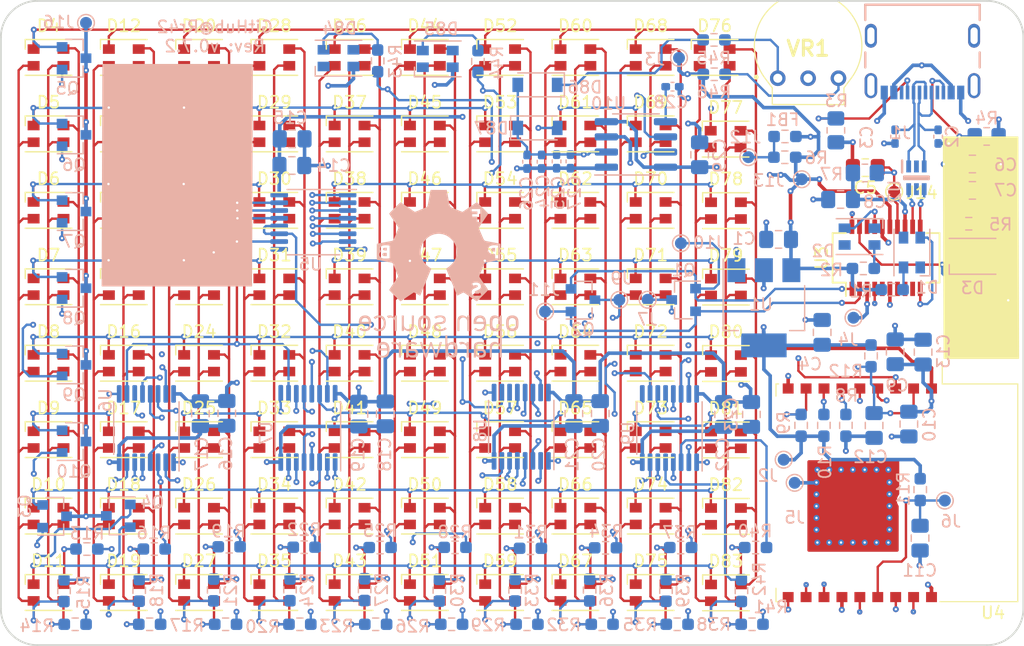
<source format=kicad_pcb>
(kicad_pcb (version 20171130) (host pcbnew "(5.1.10)-1")
  (layers (0 F.Cu mixed hide) (1 In1.Cu mixed hide) (2 In2.CuPWR power hide) (31 B.Cu mixed) (34 B.Paste user) (35 F.Paste user) (36 B.SilkS user) (37 F.SilkS user) (38 B.Mask user) (39 F.Mask user) (44 Edge.Cuts user))
  (net 0 "")
  (net 1 GND)
  (net 2 /USB2_P)
  (net 3 /RESETN)
  (net 4 /USB2_N)
  (net 5 +5V)
  (net 6 /VCCIO)
  (net 7 +3V3)
  (net 8 /MCU_RESET)
  (net 9 /MCU_EN)
  (net 10 "Net-(D1-Pad2)")
  (net 11 "Net-(D10-Pad1)")
  (net 12 "Net-(D11-Pad1)")
  (net 13 "Net-(D12-Pad1)")
  (net 14 "Net-(D13-Pad1)")
  (net 15 "Net-(D14-Pad1)")
  (net 16 "Net-(D15-Pad1)")
  (net 17 "Net-(D16-Pad1)")
  (net 18 "Net-(D10-Pad2)")
  (net 19 "Net-(D10-Pad3)")
  (net 20 "Net-(D10-Pad4)")
  (net 21 "Net-(D84-Pad2)")
  (net 22 "Net-(J1-PadB8)")
  (net 23 "Net-(J1-PadA5)")
  (net 24 "Net-(J1-PadA8)")
  (net 25 "Net-(J1-PadB5)")
  (net 26 /MCU_TOUT)
  (net 27 /MCU_IO0)
  (net 28 /UART_DTRN)
  (net 29 /UART_RTSN)
  (net 30 /VBUS_ISEN+)
  (net 31 /Display-and-controller-61B0EECC/PWM_BC)
  (net 32 "Net-(Q3-Pad1)")
  (net 33 "Net-(Q4-Pad1)")
  (net 34 "Net-(Q5-Pad1)")
  (net 35 "Net-(Q6-Pad1)")
  (net 36 "Net-(Q7-Pad1)")
  (net 37 "Net-(Q8-Pad1)")
  (net 38 "Net-(Q9-Pad1)")
  (net 39 "Net-(Q10-Pad1)")
  (net 40 "Net-(R10-Pad1)")
  (net 41 "Net-(R13-Pad2)")
  (net 42 "Net-(R20-Pad2)")
  (net 43 "Net-(R21-Pad2)")
  (net 44 "Net-(R22-Pad2)")
  (net 45 "Net-(R23-Pad2)")
  (net 46 "Net-(R24-Pad2)")
  (net 47 "Net-(R25-Pad2)")
  (net 48 "Net-(R26-Pad2)")
  (net 49 "Net-(R27-Pad2)")
  (net 50 "Net-(R28-Pad2)")
  (net 51 "Net-(R29-Pad2)")
  (net 52 "Net-(R30-Pad2)")
  (net 53 "Net-(R31-Pad2)")
  (net 54 "Net-(R32-Pad2)")
  (net 55 "Net-(R33-Pad2)")
  (net 56 "Net-(R34-Pad2)")
  (net 57 "Net-(R35-Pad2)")
  (net 58 "Net-(R36-Pad2)")
  (net 59 "Net-(R37-Pad2)")
  (net 60 "Net-(R38-Pad2)")
  (net 61 "Net-(R39-Pad2)")
  (net 62 "Net-(R40-Pad2)")
  (net 63 "Net-(R41-Pad2)")
  (net 64 "Net-(R42-Pad2)")
  (net 65 /UART_CTSN)
  (net 66 /HSYNC)
  (net 67 /EOUT)
  (net 68 /MCU_IO13)
  (net 69 /DATA)
  (net 70 /MCU_IO5)
  (net 71 /DCLK)
  (net 72 "Net-(U5-Pad9)")
  (net 73 "Net-(U6-Pad9)")
  (net 74 "Net-(U7-Pad9)")
  (net 75 "Net-(U8-Pad9)")
  (net 76 "Net-(U9-Pad9)")
  (net 77 /UART_TRX_N)
  (net 78 /UART_TRX_P)
  (net 79 "Net-(C24-Pad1)")
  (net 80 "Net-(C28-Pad1)")
  (net 81 /TXLED)
  (net 82 "Net-(D2-Pad2)")
  (net 83 /RXLED)
  (net 84 "Net-(D3-Pad2)")
  (net 85 /POWER_SHDN)
  (net 86 "Net-(D17-Pad1)")
  (net 87 "Net-(D12-Pad2)")
  (net 88 "Net-(D12-Pad3)")
  (net 89 "Net-(D12-Pad4)")
  (net 90 "Net-(D20-Pad2)")
  (net 91 "Net-(D20-Pad3)")
  (net 92 "Net-(D20-Pad4)")
  (net 93 "Net-(D28-Pad2)")
  (net 94 "Net-(D28-Pad3)")
  (net 95 "Net-(D28-Pad4)")
  (net 96 "Net-(D36-Pad2)")
  (net 97 "Net-(D36-Pad3)")
  (net 98 "Net-(D36-Pad4)")
  (net 99 "Net-(D44-Pad2)")
  (net 100 "Net-(D44-Pad3)")
  (net 101 "Net-(D44-Pad4)")
  (net 102 "Net-(D52-Pad2)")
  (net 103 "Net-(D52-Pad3)")
  (net 104 "Net-(D52-Pad4)")
  (net 105 "Net-(D60-Pad2)")
  (net 106 "Net-(D60-Pad3)")
  (net 107 "Net-(D60-Pad4)")
  (net 108 "Net-(D68-Pad2)")
  (net 109 "Net-(D68-Pad3)")
  (net 110 "Net-(D68-Pad4)")
  (net 111 "Net-(D76-Pad2)")
  (net 112 "Net-(D76-Pad3)")
  (net 113 "Net-(D76-Pad4)")
  (net 114 "Net-(D85-Pad2)")
  (net 115 "Net-(D86-Pad1)")
  (net 116 "Net-(D87-Pad2)")
  (net 117 "Net-(R8-Pad1)")
  (net 118 "Net-(R14-Pad2)")
  (net 119 "Net-(R15-Pad2)")
  (net 120 "Net-(R16-Pad2)")
  (net 121 "Net-(R17-Pad2)")
  (net 122 "Net-(R18-Pad2)")
  (net 123 "Net-(R19-Pad2)")
  (net 124 "Net-(R43-Pad1)")
  (net 125 "Net-(R44-Pad1)")
  (net 126 "Net-(R45-Pad1)")
  (net 127 "Net-(R46-Pad1)")
  (net 128 "Net-(U3-Pad18)")
  (net 129 "Net-(U3-Pad8)")
  (net 130 "Net-(U3-Pad7)")
  (net 131 "Net-(U3-Pad5)")
  (net 132 /USBC_P)
  (net 133 /USBC_N)
  (net 134 "Net-(U2-Pad2)")
  (net 135 "Net-(U2-Pad5)")
  (module USB-C-DB:Name_pad_18x6mm (layer B.Cu) (at 189.3824 125.476 90)
    (fp_text reference REF** hide)
    (fp_text value Name_pad_18x6mm hide)
  )
  (module USB-C-DB:Name_pad_18x6mm (layer B.Cu) (at 183.1086 125.476 90)
    (fp_text reference REF** hide)
    (fp_text value Name_pad_18x6mm hide)
  )
  (module USB-C-DB:Name_pad_18x6mm (layer F.Cu) (at 247.3706 131.5466 90)
    (fp_text reference REF** hide)
    (fp_text value Name_pad_18x6mm hide)
  )
  (module USB-C-DB:oshw-spfb-big (layer B.Cu) (at 204.9145 124.46 180)
    (fp_text reference G1 hide)
    (fp_text value LOGO hide)
  )
  (module Package_SO:SSOP-20_3.9x8.7mm_P0.635mm (layer F.Cu) (at 242.5065 123.1265 90)
    (fp_text reference U3 (at 0 -5.4 90) (layer F.SilkS))
    (fp_text value FT231XS)
    (pad 20 smd rect (at 2.6 -2.8575 90) (size 1.2 0.4) (layers F.Cu F.Paste F.Mask) (net 78 /UART_TRX_P))
    (pad 19 smd rect (at 2.6 -2.2225 90) (size 1.2 0.4) (layers F.Cu F.Paste F.Mask) (net 85 /POWER_SHDN))
    (pad 18 smd rect (at 2.6 -1.5875 90) (size 1.2 0.4) (layers F.Cu F.Paste F.Mask) (net 128 "Net-(U3-Pad18)"))
    (pad 17 smd rect (at 2.6 -0.9525 90) (size 1.2 0.4) (layers F.Cu F.Paste F.Mask) (net 83 /RXLED))
    (pad 16 smd rect (at 2.6 -0.3175 90) (size 1.2 0.4) (layers F.Cu F.Paste F.Mask) (net 1 GND))
    (pad 15 smd rect (at 2.6 0.3175 90) (size 1.2 0.4) (layers F.Cu F.Paste F.Mask) (net 5 +5V))
    (pad 14 smd rect (at 2.6 0.9525 90) (size 1.2 0.4) (layers F.Cu F.Paste F.Mask) (net 3 /RESETN))
    (pad 13 smd rect (at 2.6 1.5875 90) (size 1.2 0.4) (layers F.Cu F.Paste F.Mask) (net 6 /VCCIO))
    (pad 12 smd rect (at 2.6 2.2225 90) (size 1.2 0.4) (layers F.Cu F.Paste F.Mask) (net 133 /USBC_N))
    (pad 11 smd rect (at 2.6 2.8575 90) (size 1.2 0.4) (layers F.Cu F.Paste F.Mask) (net 132 /USBC_P))
    (pad 10 smd rect (at -2.6 2.8575 90) (size 1.2 0.4) (layers F.Cu F.Paste F.Mask) (net 81 /TXLED))
    (pad 9 smd rect (at -2.6 2.2225 90) (size 1.2 0.4) (layers F.Cu F.Paste F.Mask) (net 65 /UART_CTSN))
    (pad 8 smd rect (at -2.6 1.5875 90) (size 1.2 0.4) (layers F.Cu F.Paste F.Mask) (net 129 "Net-(U3-Pad8)"))
    (pad 7 smd rect (at -2.6 0.9525 90) (size 1.2 0.4) (layers F.Cu F.Paste F.Mask) (net 130 "Net-(U3-Pad7)"))
    (pad 6 smd rect (at -2.6 0.3175 90) (size 1.2 0.4) (layers F.Cu F.Paste F.Mask) (net 1 GND))
    (pad 5 smd rect (at -2.6 -0.3175 90) (size 1.2 0.4) (layers F.Cu F.Paste F.Mask) (net 131 "Net-(U3-Pad5)"))
    (pad 4 smd rect (at -2.6 -0.9525 90) (size 1.2 0.4) (layers F.Cu F.Paste F.Mask) (net 77 /UART_TRX_N))
    (pad 3 smd rect (at -2.6 -1.5875 90) (size 1.2 0.4) (layers F.Cu F.Paste F.Mask) (net 6 /VCCIO))
    (pad 2 smd rect (at -2.6 -2.2225 90) (size 1.2 0.4) (layers F.Cu F.Paste F.Mask) (net 29 /UART_RTSN))
    (pad 1 smd rect (at -2.6 -2.8575 90) (size 1.2 0.4) (layers F.Cu F.Paste F.Mask) (net 28 /UART_DTRN))
  )
  (module Resistor_SMD:R_0603_1608Metric_Pad0.98x0.95mm_HandSolder (layer B.Cu) (at 249.428 120.269 180)
    (fp_text reference R5 (at -2.667 -0.0635) (layer B.SilkS) (effects (justify mirror)))
    (fp_text value 309)
    (pad 2 smd roundrect (at 0.9125 0 180) (size 0.975 0.95) (layers B.Cu B.Paste B.Mask) (net 84 "Net-(D3-Pad2)"))
    (pad 1 smd roundrect (at -0.9125 0 180) (size 0.975 0.95) (layers B.Cu B.Paste B.Mask) (net 5 +5V))
  )
  (module Resistor_SMD:R_0603_1608Metric_Pad0.98x0.95mm_HandSolder (layer B.Cu) (at 240.6015 124.0155)
    (fp_text reference R2 (at -2.667 0.127) (layer B.SilkS) (effects (justify mirror)))
    (fp_text value 309)
    (pad 2 smd roundrect (at 0.9125 0) (size 0.975 0.95) (layers B.Cu B.Paste B.Mask) (net 82 "Net-(D2-Pad2)"))
    (pad 1 smd roundrect (at -0.9125 0) (size 0.975 0.95) (layers B.Cu B.Paste B.Mask) (net 5 +5V))
  )
  (module Resistor_SMD:R_0603_1608Metric_Pad0.98x0.95mm_HandSolder (layer B.Cu) (at 243.0145 125.7935)
    (fp_text reference R1 (at -2.6035 0.127) (layer B.SilkS) (effects (justify mirror)))
    (fp_text value 309)
    (pad 2 smd roundrect (at 0.9125 0) (size 0.975 0.95) (layers B.Cu B.Paste B.Mask) (net 10 "Net-(D1-Pad2)"))
    (pad 1 smd roundrect (at -0.9125 0) (size 0.975 0.95) (layers B.Cu B.Paste B.Mask) (net 5 +5V))
  )
  (module LED_SMD:LED_Cree-PLCC4_3.2x2.8mm_CCW (layer B.Cu) (at 249.7455 122.9995)
    (fp_text reference D3 (at 0 2.65) (layer B.SilkS) (effects (justify mirror)))
    (fp_text value LED)
    (pad 2 smd rect (at -1.25 -0.7) (size 1 0.8) (layers B.Cu B.Paste B.Mask) (net 84 "Net-(D3-Pad2)"))
    (pad 3 smd rect (at 1.25 -0.7) (size 1 0.8) (layers B.Cu B.Paste B.Mask))
    (pad 4 smd rect (at 1.25 0.7) (size 1 0.8) (layers B.Cu B.Paste B.Mask) (net 85 /POWER_SHDN))
    (pad 1 smd rect (at -1.25 0.7) (size 1 0.8) (layers B.Cu B.Paste B.Mask))
  )
  (module LED_SMD:LED_Cree-PLCC4_3.2x2.8mm_CCW (layer B.Cu) (at 240.284 121.3485 180)
    (fp_text reference D2 (at 3.048 -1.2065) (layer B.SilkS) (effects (justify mirror)))
    (fp_text value LED)
    (pad 2 smd rect (at -1.25 -0.7 180) (size 1 0.8) (layers B.Cu B.Paste B.Mask) (net 82 "Net-(D2-Pad2)"))
    (pad 3 smd rect (at 1.25 -0.7 180) (size 1 0.8) (layers B.Cu B.Paste B.Mask))
    (pad 4 smd rect (at 1.25 0.7 180) (size 1 0.8) (layers B.Cu B.Paste B.Mask) (net 83 /RXLED))
    (pad 1 smd rect (at -1.25 0.7 180) (size 1 0.8) (layers B.Cu B.Paste B.Mask))
  )
  (module LED_SMD:LED_Cree-PLCC4_3.2x2.8mm_CCW (layer B.Cu) (at 244.6655 122.682 90)
    (fp_text reference D1 (at -2.921 1.27 180) (layer B.SilkS) (effects (justify mirror)))
    (fp_text value LED)
    (pad 2 smd rect (at -1.25 -0.7 90) (size 1 0.8) (layers B.Cu B.Paste B.Mask) (net 10 "Net-(D1-Pad2)"))
    (pad 3 smd rect (at 1.25 -0.7 90) (size 1 0.8) (layers B.Cu B.Paste B.Mask))
    (pad 4 smd rect (at 1.25 0.7 90) (size 1 0.8) (layers B.Cu B.Paste B.Mask) (net 81 /TXLED))
    (pad 1 smd rect (at -1.25 0.7 90) (size 1 0.8) (layers B.Cu B.Paste B.Mask))
  )
  (module Capacitor_SMD:C_0805_2012Metric_Pad1.18x1.45mm_HandSolder (layer F.Cu) (at 240.7666 115.57 180)
    (fp_text reference C5 (at 0 -1.68) (layer F.SilkS))
    (fp_text value 0.1u)
    (pad 2 smd roundrect (at 1.0375 0 180) (size 1.175 1.45) (layers F.Cu F.Paste F.Mask) (roundrect_rratio 0.2127659574468085) (net 1 GND))
    (pad 1 smd roundrect (at -1.0375 0 180) (size 1.175 1.45) (layers F.Cu F.Paste F.Mask) (roundrect_rratio 0.2127659574468085) (net 3 /RESETN))
  )
  (module Capacitor_SMD:C_0402_1005Metric_Pad0.74x0.62mm_HandSolder (layer B.Cu) (at 246.8626 112.9719 270)
    (fp_text reference C2 (at -0.0054 -1.1684 270) (layer B.SilkS) (effects (justify mirror)))
    (fp_text value 47p)
    (pad 2 smd roundrect (at 0.5675 0 270) (size 0.735 0.62) (layers B.Cu B.Paste B.Mask) (net 1 GND))
    (pad 1 smd roundrect (at -0.5675 0 270) (size 0.735 0.62) (layers B.Cu B.Paste B.Mask) (net 2 /USB2_P))
  )
  (module Capacitor_SMD:C_0805_2012Metric_Pad1.18x1.45mm_HandSolder (layer B.Cu) (at 216.3699 136.1733 270)
    (fp_text reference C21 (at 3.4251 0.1397 90) (layer B.SilkS) (effects (justify mirror)))
    (fp_text value 0.1u)
    (pad 1 smd roundrect (at -1.0375 0 270) (size 1.175 1.45) (layers B.Cu B.Paste B.Mask) (roundrect_rratio 0.2127659574468085) (net 5 +5V))
    (pad 2 smd roundrect (at 1.0375 0 270) (size 1.175 1.45) (layers B.Cu B.Paste B.Mask) (roundrect_rratio 0.2127659574468085) (net 1 GND))
  )
  (module Capacitor_SMD:C_0805_2012Metric_Pad1.18x1.45mm_HandSolder (layer B.Cu) (at 228.9048 136.2456 270)
    (fp_text reference C22 (at 3.3528 0.0762 270) (layer B.SilkS) (effects (justify mirror)))
    (fp_text value 1u)
    (pad 2 smd roundrect (at 1.0375 0 270) (size 1.175 1.45) (layers B.Cu B.Paste B.Mask) (roundrect_rratio 0.2127659574468085) (net 1 GND))
    (pad 1 smd roundrect (at -1.0375 0 270) (size 1.175 1.45) (layers B.Cu B.Paste B.Mask) (roundrect_rratio 0.2127659574468085) (net 5 +5V))
  )
  (module Capacitor_SMD:C_0805_2012Metric_Pad1.18x1.45mm_HandSolder (layer B.Cu) (at 231.23144 136.2456 270)
    (fp_text reference C23 (at 0 1.68 90) (layer B.SilkS) (effects (justify mirror)))
    (fp_text value 0.1u)
    (pad 2 smd roundrect (at 1.0375 0 270) (size 1.175 1.45) (layers B.Cu B.Paste B.Mask) (roundrect_rratio 0.2127659574468085) (net 1 GND))
    (pad 1 smd roundrect (at -1.0375 0 270) (size 1.175 1.45) (layers B.Cu B.Paste B.Mask) (roundrect_rratio 0.2127659574468085) (net 5 +5V))
  )
  (module Capacitor_SMD:C_0402_1005Metric_Pad0.74x0.62mm_HandSolder (layer B.Cu) (at 212.4456 115.0747 270)
    (fp_text reference C26 (at 2.667 0.0381 90) (layer B.SilkS) (effects (justify mirror)))
    (fp_text value 47p)
    (pad 2 smd roundrect (at 0.5675 0 270) (size 0.735 0.62) (layers B.Cu B.Paste B.Mask) (net 1 GND))
    (pad 1 smd roundrect (at -0.5675 0 270) (size 0.735 0.62) (layers B.Cu B.Paste B.Mask) (net 79 "Net-(C24-Pad1)"))
  )
  (module Diode_SMD:D_SOD-123 (layer B.Cu) (at 213.32444 108.6358 180)
    (fp_text reference D86 (at -3.9624 -0.19812) (layer B.SilkS) (effects (justify mirror)))
    (fp_text value 1N4148W)
    (pad 2 smd rect (at 1.65 0 180) (size 0.9 1.2) (layers B.Cu B.Paste B.Mask) (net 79 "Net-(C24-Pad1)"))
    (pad 1 smd rect (at -1.65 0 180) (size 0.9 1.2) (layers B.Cu B.Paste B.Mask) (net 115 "Net-(D86-Pad1)"))
  )
  (module Diode_SMD:D_SOD-123 (layer B.Cu) (at 213.3219 112.2426)
    (fp_text reference D87 (at -3.87604 0.0254) (layer B.SilkS) (effects (justify mirror)))
    (fp_text value 1N4148W)
    (pad 2 smd rect (at 1.65 0) (size 0.9 1.2) (layers B.Cu B.Paste B.Mask) (net 116 "Net-(D87-Pad2)"))
    (pad 1 smd rect (at -1.65 0) (size 0.9 1.2) (layers B.Cu B.Paste B.Mask) (net 79 "Net-(C24-Pad1)"))
  )
  (module Resistor_SMD:R_0805_2012Metric_Pad1.20x1.40mm_HandSolder (layer B.Cu) (at 240.7285 116.0145 180)
    (fp_text reference R7 (at 2.794 -0.1016) (layer B.SilkS) (effects (justify mirror)))
    (fp_text value 4.7k)
    (pad 2 smd roundrect (at 1 0 180) (size 1.2 1.4) (layers B.Cu B.Paste B.Mask) (roundrect_rratio 0.2083325) (net 6 /VCCIO))
    (pad 1 smd roundrect (at -1 0 180) (size 1.2 1.4) (layers B.Cu B.Paste B.Mask) (roundrect_rratio 0.2083325) (net 3 /RESETN))
  )
  (module Resistor_SMD:R_0603_1608Metric_Pad0.98x0.95mm_HandSolder (layer B.Cu) (at 234.02798 114.69878)
    (fp_text reference R6 (at 2.63652 0.04572) (layer B.SilkS) (effects (justify mirror)))
    (fp_text value 1)
    (pad 2 smd roundrect (at 0.9125 0) (size 0.975 0.95) (layers B.Cu B.Paste B.Mask) (net 5 +5V))
    (pad 1 smd roundrect (at -0.9125 0) (size 0.975 0.95) (layers B.Cu B.Paste B.Mask) (net 30 /VBUS_ISEN+))
  )
  (module Mouser-imports:SOT65P210X110-6N (layer B.Cu) (at 245.0465 116.4209 270)
    (fp_text reference U2 (at 1.1684 1.8161 270) (layer B.SilkS) (effects (justify mirror)))
    (fp_text value NUF2221W1T2G hide)
    (pad 1 smd rect (at -0.95 0.65 180) (size 0.4 1) (layers B.Cu B.Paste B.Mask) (net 4 /USB2_N))
    (pad 2 smd rect (at -0.95 0 180) (size 0.4 1) (layers B.Cu B.Paste B.Mask) (net 134 "Net-(U2-Pad2)"))
    (pad 3 smd rect (at -0.95 -0.65 180) (size 0.4 1) (layers B.Cu B.Paste B.Mask) (net 2 /USB2_P))
    (pad 4 smd rect (at 0.95 -0.65 180) (size 0.4 1) (layers B.Cu B.Paste B.Mask) (net 132 /USBC_P))
    (pad 5 smd rect (at 0.95 0 180) (size 0.4 1) (layers B.Cu B.Paste B.Mask) (net 135 "Net-(U2-Pad5)"))
    (pad 6 smd rect (at 0.95 0.65 180) (size 0.4 1) (layers B.Cu B.Paste B.Mask) (net 133 /USBC_N))
  )
  (module Package_TO_SOT_SMD:SOT-223-3_TabPin2 (layer B.Cu) (at 232.27792 127.31242 270)
    (fp_text reference U1 (at -0.27178 0.24892 180) (layer B.SilkS) (effects (justify mirror)))
    (fp_text value LD1117S33TR_SOT223)
    (pad 1 smd rect (at -3.15 2.3 270) (size 2 1.5) (layers B.Cu B.Paste B.Mask) (net 1 GND))
    (pad 3 smd rect (at -3.15 -2.3 270) (size 2 1.5) (layers B.Cu B.Paste B.Mask) (net 5 +5V))
    (pad 2 smd rect (at -3.15 0 270) (size 2 1.5) (layers B.Cu B.Paste B.Mask) (net 7 +3V3))
    (pad 2 smd rect (at 3.15 0 270) (size 2 3.8) (layers B.Cu B.Paste B.Mask) (net 7 +3V3))
  )
  (module Capacitor_SMD:C_0402_1005Metric_Pad0.74x0.62mm_HandSolder (layer B.Cu) (at 216.0778 115.0493 270)
    (fp_text reference C27 (at 2.6289 -0.3429 90) (layer B.SilkS) (effects (justify mirror)))
    (fp_text value 47p)
    (pad 2 smd roundrect (at 0.5675 0 270) (size 0.735 0.62) (layers B.Cu B.Paste B.Mask) (net 1 GND))
    (pad 1 smd roundrect (at -0.5675 0 270) (size 0.735 0.62) (layers B.Cu B.Paste B.Mask) (net 79 "Net-(C24-Pad1)"))
  )
  (module Capacitor_SMD:C_0805_2012Metric_Pad1.18x1.45mm_HandSolder (layer B.Cu) (at 226.8982 114.4905 90)
    (fp_text reference C29 (at -0.0635 1.6637 90) (layer B.SilkS) (effects (justify mirror)))
    (fp_text value 0.1u)
    (pad 2 smd roundrect (at 1.0375 0 90) (size 1.175 1.45) (layers B.Cu B.Paste B.Mask) (roundrect_rratio 0.2127659574468085) (net 1 GND))
    (pad 1 smd roundrect (at -1.0375 0 90) (size 1.175 1.45) (layers B.Cu B.Paste B.Mask) (roundrect_rratio 0.2127659574468085) (net 5 +5V))
  )
  (module Capacitor_SMD:C_0402_1005Metric_Pad0.74x0.62mm_HandSolder (layer B.Cu) (at 224.6249 108.7882)
    (fp_text reference C28 (at -0.14478 1.29032) (layer B.SilkS) (effects (justify mirror)))
    (fp_text value 47p)
    (pad 2 smd roundrect (at 0.5675 0) (size 0.735 0.62) (layers B.Cu B.Paste B.Mask) (net 1 GND))
    (pad 1 smd roundrect (at -0.5675 0) (size 0.735 0.62) (layers B.Cu B.Paste B.Mask) (net 80 "Net-(C28-Pad1)"))
  )
  (module Resistor_SMD:R_0603_1608Metric_Pad0.98x0.95mm_HandSolder (layer B.Cu) (at 199.94372 106.62412 90)
    (fp_text reference R43 (at -0.0381 1.4859 90) (layer B.SilkS) (effects (justify mirror)))
    (fp_text value 309)
    (pad 2 smd roundrect (at 0.9125 0 90) (size 0.975 0.95) (layers B.Cu B.Paste B.Mask) (net 21 "Net-(D84-Pad2)"))
    (pad 1 smd roundrect (at -0.9125 0 90) (size 0.975 0.95) (layers B.Cu B.Paste B.Mask) (net 124 "Net-(R43-Pad1)"))
  )
  (module Resistor_SMD:R_0603_1608Metric_Pad0.98x0.95mm_HandSolder (layer B.Cu) (at 231.5845 147.3962)
    (fp_text reference R40 (at -0.05524 -1.37668) (layer B.SilkS) (effects (justify mirror)))
    (fp_text value 583)
    (pad 2 smd roundrect (at 0.9125 0) (size 0.975 0.95) (layers B.Cu B.Paste B.Mask) (net 62 "Net-(R40-Pad2)"))
    (pad 1 smd roundrect (at -0.9125 0) (size 0.975 0.95) (layers B.Cu B.Paste B.Mask) (net 113 "Net-(D76-Pad4)"))
  )
  (module Resistor_SMD:R_0603_1608Metric_Pad0.98x0.95mm_HandSolder (layer B.Cu) (at 231.28922 153.82748)
    (fp_text reference R41 (at 1.56274 -1.45034) (layer B.SilkS) (effects (justify mirror)))
    (fp_text value 583)
    (pad 2 smd roundrect (at 0.9125 0) (size 0.975 0.95) (layers B.Cu B.Paste B.Mask) (net 63 "Net-(R41-Pad2)"))
    (pad 1 smd roundrect (at -0.9125 0) (size 0.975 0.95) (layers B.Cu B.Paste B.Mask) (net 112 "Net-(D76-Pad3)"))
  )
  (module Resistor_SMD:R_0603_1608Metric_Pad0.98x0.95mm_HandSolder (layer B.Cu) (at 228.1174 107.7468 180)
    (fp_text reference R46 (at 0.0254 -1.47828) (layer B.SilkS) (effects (justify mirror)))
    (fp_text value 10k)
    (pad 2 smd roundrect (at 0.9125 0 180) (size 0.975 0.95) (layers B.Cu B.Paste B.Mask) (net 5 +5V))
    (pad 1 smd roundrect (at -0.9125 0 180) (size 0.975 0.95) (layers B.Cu B.Paste B.Mask) (net 127 "Net-(R46-Pad1)"))
  )
  (module Resistor_SMD:R_0603_1608Metric_Pad0.98x0.95mm_HandSolder (layer B.Cu) (at 228.10216 104.86644 180)
    (fp_text reference R45 (at 0.03048 -1.52908) (layer B.SilkS) (effects (justify mirror)))
    (fp_text value 10k)
    (pad 2 smd roundrect (at 0.9125 0 180) (size 0.975 0.95) (layers B.Cu B.Paste B.Mask) (net 115 "Net-(D86-Pad1)"))
    (pad 1 smd roundrect (at -0.9125 0 180) (size 0.975 0.95) (layers B.Cu B.Paste B.Mask) (net 126 "Net-(R45-Pad1)"))
  )
  (module Resistor_SMD:R_0603_1608Metric_Pad0.98x0.95mm_HandSolder (layer B.Cu) (at 208.33842 106.67492 90)
    (fp_text reference R44 (at -0.127 1.5875 90) (layer B.SilkS) (effects (justify mirror)))
    (fp_text value 309)
    (pad 2 smd roundrect (at 0.9125 0 90) (size 0.975 0.95) (layers B.Cu B.Paste B.Mask) (net 114 "Net-(D85-Pad2)"))
    (pad 1 smd roundrect (at -0.9125 0 90) (size 0.975 0.95) (layers B.Cu B.Paste B.Mask) (net 125 "Net-(R44-Pad1)"))
  )
  (module Resistor_SMD:R_0603_1608Metric_Pad0.98x0.95mm_HandSolder (layer B.Cu) (at 230.39832 151.00554 90)
    (fp_text reference R42 (at 0.96266 1.49606 90) (layer B.SilkS) (effects (justify mirror)))
    (fp_text value 309)
    (pad 2 smd roundrect (at 0.9125 0 90) (size 0.975 0.95) (layers B.Cu B.Paste B.Mask) (net 64 "Net-(R42-Pad2)"))
    (pad 1 smd roundrect (at -0.9125 0 90) (size 0.975 0.95) (layers B.Cu B.Paste B.Mask) (net 111 "Net-(D76-Pad2)"))
  )
  (module TestPoint:TestPoint_Pad_D1.0mm (layer B.Cu) (at 235.45038 116.54028)
    (fp_text reference J13 (at -2.78638 0.10922) (layer B.SilkS) (effects (justify mirror)))
    (fp_text value IBUS_S-)
    (pad 1 smd circle (at 0 0) (size 1 1) (layers B.Cu B.Mask) (net 5 +5V))
  )
  (module TestPoint:TestPoint_Pad_D1.0mm (layer B.Cu) (at 213.9569 127.62992)
    (fp_text reference J11 (at -0.0889 -1.83642) (layer B.SilkS) (effects (justify mirror)))
    (fp_text value UART_RTSN)
    (pad 1 smd circle (at 0 0) (size 1 1) (layers B.Cu B.Mask) (net 29 /UART_RTSN))
  )
  (module TestPoint:TestPoint_Pad_D1.0mm (layer B.Cu) (at 175.5267 103.4415)
    (fp_text reference J16 (at -2.2987 -0.0635) (layer B.SilkS) (effects (justify mirror)))
    (fp_text value PWM_BC)
    (pad 1 smd circle (at 0 0) (size 1 1) (layers B.Cu B.Mask) (net 31 /Display-and-controller-61B0EECC/PWM_BC))
  )
  (module TestPoint:TestPoint_Pad_D1.0mm (layer B.Cu) (at 225.171 106.3752)
    (fp_text reference J3 (at -2.02946 0.11684) (layer B.SilkS) (effects (justify mirror)))
    (fp_text value VBUS)
    (pad 1 smd circle (at 0 0) (size 1 1) (layers B.Cu B.Mask) (net 5 +5V))
  )
  (module TestPoint:TestPoint_Pad_D1.0mm (layer B.Cu) (at 230.9749 114.6937)
    (fp_text reference J12 (at -0.254 -1.6764) (layer B.SilkS) (effects (justify mirror)))
    (fp_text value IBUS_S+)
    (pad 1 smd circle (at 0 0) (size 1 1) (layers B.Cu B.Mask) (net 30 /VBUS_ISEN+))
  )
  (module TestPoint:TestPoint_Pad_D1.0mm (layer F.Cu) (at 243.18214 117.58168)
    (fp_text reference J14 (at 2.3114 0.0889) (layer F.SilkS))
    (fp_text value RESETN)
    (pad 1 smd circle (at 0 0) (size 1 1) (layers F.Cu F.Mask) (net 3 /RESETN))
  )
  (module SnapEDA-imports:GCT_USB4105-GF-A (layer B.Cu) (at 245.5545 104.521)
    (fp_text reference J1 (at -1.825 8.135) (layer B.SilkS) (effects (justify mirror)))
    (fp_text value USB4105-GF-A)
    (pad S2 thru_hole oval (at -4.32 0) (size 1 2) (drill oval 0.6 1.4) (layers *.Cu *.Mask) (net 1 GND))
    (pad S3 thru_hole oval (at 4.32 0) (size 1 2) (drill oval 0.6 1.4) (layers *.Cu *.Mask) (net 1 GND))
    (pad S1 thru_hole oval (at -4.32 4.18) (size 1.05 2.1) (drill oval 0.6 1.7) (layers *.Cu *.Mask) (net 1 GND))
    (pad S4 thru_hole oval (at 4.32 4.18) (size 1.05 2.1) (drill oval 0.6 1.7) (layers *.Cu *.Mask) (net 1 GND))
    (pad None np_thru_hole circle (at 2.89 3.68) (size 0.65 0.65) (drill 0.65) (layers *.Cu *.Mask))
    (pad None np_thru_hole circle (at -2.89 3.68) (size 0.65 0.65) (drill 0.65) (layers *.Cu *.Mask))
    (pad A1_B12 smd rect (at -3.2 4.755) (size 0.6 1.15) (layers B.Cu B.Paste B.Mask) (net 1 GND))
    (pad B1_A12 smd rect (at 3.2 4.755) (size 0.6 1.15) (layers B.Cu B.Paste B.Mask) (net 1 GND))
    (pad A4_B9 smd rect (at -2.4 4.755) (size 0.6 1.15) (layers B.Cu B.Paste B.Mask) (net 5 +5V))
    (pad B4_A9 smd rect (at 2.4 4.755) (size 0.6 1.15) (layers B.Cu B.Paste B.Mask) (net 5 +5V))
    (pad A7 smd rect (at 0.25 4.755) (size 0.3 1.15) (layers B.Cu B.Paste B.Mask) (net 4 /USB2_N))
    (pad A6 smd rect (at -0.25 4.755) (size 0.3 1.15) (layers B.Cu B.Paste B.Mask) (net 2 /USB2_P))
    (pad B6 smd rect (at 0.75 4.755) (size 0.3 1.15) (layers B.Cu B.Paste B.Mask) (net 2 /USB2_P))
    (pad A8 smd rect (at 1.25 4.755) (size 0.3 1.15) (layers B.Cu B.Paste B.Mask) (net 24 "Net-(J1-PadA8)"))
    (pad B5 smd rect (at 1.75 4.755) (size 0.3 1.15) (layers B.Cu B.Paste B.Mask) (net 25 "Net-(J1-PadB5)"))
    (pad B7 smd rect (at -0.75 4.755) (size 0.3 1.15) (layers B.Cu B.Paste B.Mask) (net 4 /USB2_N))
    (pad A5 smd rect (at -1.25 4.755) (size 0.3 1.15) (layers B.Cu B.Paste B.Mask) (net 23 "Net-(J1-PadA5)"))
    (pad B8 smd rect (at -1.75 4.755) (size 0.3 1.15) (layers B.Cu B.Paste B.Mask) (net 22 "Net-(J1-PadB8)"))
  )
  (module LED_SMD:LED_Cree-PLCC4_3.2x2.8mm_CCW (layer F.Cu) (at 203.89488 151.1681)
    (fp_text reference D51 (at 0 -2.65) (layer F.SilkS))
    (fp_text value LED_ARGB)
    (pad 2 smd rect (at -1.25 0.7) (size 1 0.8) (layers F.Cu F.Paste F.Mask) (net 99 "Net-(D44-Pad2)"))
    (pad 3 smd rect (at 1.25 0.7) (size 1 0.8) (layers F.Cu F.Paste F.Mask) (net 100 "Net-(D44-Pad3)"))
    (pad 4 smd rect (at 1.25 -0.7) (size 1 0.8) (layers F.Cu F.Paste F.Mask) (net 101 "Net-(D44-Pad4)"))
    (pad 1 smd rect (at -1.25 -0.7) (size 1 0.8) (layers F.Cu F.Paste F.Mask) (net 12 "Net-(D11-Pad1)"))
  )
  (module LED_SMD:LED_Cree-PLCC4_3.2x2.8mm_CCW (layer F.Cu) (at 203.89488 112.741528)
    (fp_text reference D45 (at 0 -2.65) (layer F.SilkS))
    (fp_text value LED_ARGB)
    (pad 2 smd rect (at -1.25 0.7) (size 1 0.8) (layers F.Cu F.Paste F.Mask) (net 99 "Net-(D44-Pad2)"))
    (pad 3 smd rect (at 1.25 0.7) (size 1 0.8) (layers F.Cu F.Paste F.Mask) (net 100 "Net-(D44-Pad3)"))
    (pad 4 smd rect (at 1.25 -0.7) (size 1 0.8) (layers F.Cu F.Paste F.Mask) (net 101 "Net-(D44-Pad4)"))
    (pad 1 smd rect (at -1.25 -0.7) (size 1 0.8) (layers F.Cu F.Paste F.Mask) (net 14 "Net-(D13-Pad1)"))
  )
  (module LED_SMD:LED_Cree-PLCC4_3.2x2.8mm_CCW (layer F.Cu) (at 197.593864 106.3371)
    (fp_text reference D36 (at 0 -2.65) (layer F.SilkS))
    (fp_text value LED_ARGB)
    (pad 2 smd rect (at -1.25 0.7) (size 1 0.8) (layers F.Cu F.Paste F.Mask) (net 96 "Net-(D36-Pad2)"))
    (pad 3 smd rect (at 1.25 0.7) (size 1 0.8) (layers F.Cu F.Paste F.Mask) (net 97 "Net-(D36-Pad3)"))
    (pad 4 smd rect (at 1.25 -0.7) (size 1 0.8) (layers F.Cu F.Paste F.Mask) (net 98 "Net-(D36-Pad4)"))
    (pad 1 smd rect (at -1.25 -0.7) (size 1 0.8) (layers F.Cu F.Paste F.Mask) (net 13 "Net-(D12-Pad1)"))
  )
  (module LED_SMD:LED_Cree-PLCC4_3.2x2.8mm_CCW (layer F.Cu) (at 184.991832 125.550384)
    (fp_text reference D23 (at 0 -2.65) (layer F.SilkS))
    (fp_text value LED_ARGB)
    (pad 2 smd rect (at -1.25 0.7) (size 1 0.8) (layers F.Cu F.Paste F.Mask) (net 90 "Net-(D20-Pad2)"))
    (pad 3 smd rect (at 1.25 0.7) (size 1 0.8) (layers F.Cu F.Paste F.Mask) (net 91 "Net-(D20-Pad3)"))
    (pad 4 smd rect (at 1.25 -0.7) (size 1 0.8) (layers F.Cu F.Paste F.Mask) (net 92 "Net-(D20-Pad4)"))
    (pad 1 smd rect (at -1.25 -0.7) (size 1 0.8) (layers F.Cu F.Paste F.Mask) (net 16 "Net-(D15-Pad1)"))
  )
  (module LED_SMD:LED_Cree-PLCC4_3.2x2.8mm_CCW (layer F.Cu) (at 184.991832 151.1681)
    (fp_text reference D27 (at 0 -2.65) (layer F.SilkS))
    (fp_text value LED_ARGB)
    (pad 2 smd rect (at -1.25 0.7) (size 1 0.8) (layers F.Cu F.Paste F.Mask) (net 90 "Net-(D20-Pad2)"))
    (pad 3 smd rect (at 1.25 0.7) (size 1 0.8) (layers F.Cu F.Paste F.Mask) (net 91 "Net-(D20-Pad3)"))
    (pad 4 smd rect (at 1.25 -0.7) (size 1 0.8) (layers F.Cu F.Paste F.Mask) (net 92 "Net-(D20-Pad4)"))
    (pad 1 smd rect (at -1.25 -0.7) (size 1 0.8) (layers F.Cu F.Paste F.Mask) (net 12 "Net-(D11-Pad1)"))
  )
  (module LED_SMD:LED_Cree-PLCC4_3.2x2.8mm_CCW (layer F.Cu) (at 197.593864 119.145956)
    (fp_text reference D38 (at 0 -2.65) (layer F.SilkS))
    (fp_text value LED_ARGB)
    (pad 2 smd rect (at -1.25 0.7) (size 1 0.8) (layers F.Cu F.Paste F.Mask) (net 96 "Net-(D36-Pad2)"))
    (pad 3 smd rect (at 1.25 0.7) (size 1 0.8) (layers F.Cu F.Paste F.Mask) (net 97 "Net-(D36-Pad3)"))
    (pad 4 smd rect (at 1.25 -0.7) (size 1 0.8) (layers F.Cu F.Paste F.Mask) (net 98 "Net-(D36-Pad4)"))
    (pad 1 smd rect (at -1.25 -0.7) (size 1 0.8) (layers F.Cu F.Paste F.Mask) (net 15 "Net-(D14-Pad1)"))
  )
  (module LED_SMD:LED_Cree-PLCC4_3.2x2.8mm_CCW (layer F.Cu) (at 184.991832 119.145956)
    (fp_text reference D22 (at 0 -2.65) (layer F.SilkS))
    (fp_text value LED_ARGB)
    (pad 2 smd rect (at -1.25 0.7) (size 1 0.8) (layers F.Cu F.Paste F.Mask) (net 90 "Net-(D20-Pad2)"))
    (pad 3 smd rect (at 1.25 0.7) (size 1 0.8) (layers F.Cu F.Paste F.Mask) (net 91 "Net-(D20-Pad3)"))
    (pad 4 smd rect (at 1.25 -0.7) (size 1 0.8) (layers F.Cu F.Paste F.Mask) (net 92 "Net-(D20-Pad4)"))
    (pad 1 smd rect (at -1.25 -0.7) (size 1 0.8) (layers F.Cu F.Paste F.Mask) (net 15 "Net-(D14-Pad1)"))
  )
  (module LED_SMD:LED_Cree-PLCC4_3.2x2.8mm_CCW (layer F.Cu) (at 178.690816 138.35924)
    (fp_text reference D17 (at 0 -2.65) (layer F.SilkS))
    (fp_text value LED_ARGB)
    (pad 2 smd rect (at -1.25 0.7) (size 1 0.8) (layers F.Cu F.Paste F.Mask) (net 87 "Net-(D12-Pad2)"))
    (pad 3 smd rect (at 1.25 0.7) (size 1 0.8) (layers F.Cu F.Paste F.Mask) (net 88 "Net-(D12-Pad3)"))
    (pad 4 smd rect (at 1.25 -0.7) (size 1 0.8) (layers F.Cu F.Paste F.Mask) (net 89 "Net-(D12-Pad4)"))
    (pad 1 smd rect (at -1.25 -0.7) (size 1 0.8) (layers F.Cu F.Paste F.Mask) (net 86 "Net-(D17-Pad1)"))
  )
  (module LED_SMD:LED_Cree-PLCC4_3.2x2.8mm_CCW (layer F.Cu) (at 191.292848 106.3371)
    (fp_text reference D28 (at 0 -2.65) (layer F.SilkS))
    (fp_text value LED_ARGB)
    (pad 2 smd rect (at -1.25 0.7) (size 1 0.8) (layers F.Cu F.Paste F.Mask) (net 93 "Net-(D28-Pad2)"))
    (pad 3 smd rect (at 1.25 0.7) (size 1 0.8) (layers F.Cu F.Paste F.Mask) (net 94 "Net-(D28-Pad3)"))
    (pad 4 smd rect (at 1.25 -0.7) (size 1 0.8) (layers F.Cu F.Paste F.Mask) (net 95 "Net-(D28-Pad4)"))
    (pad 1 smd rect (at -1.25 -0.7) (size 1 0.8) (layers F.Cu F.Paste F.Mask) (net 13 "Net-(D12-Pad1)"))
  )
  (module LED_SMD:LED_Cree-PLCC4_3.2x2.8mm_CCW (layer F.Cu) (at 197.593864 151.1681)
    (fp_text reference D43 (at 0 -2.65) (layer F.SilkS))
    (fp_text value LED_ARGB)
    (pad 2 smd rect (at -1.25 0.7) (size 1 0.8) (layers F.Cu F.Paste F.Mask) (net 96 "Net-(D36-Pad2)"))
    (pad 3 smd rect (at 1.25 0.7) (size 1 0.8) (layers F.Cu F.Paste F.Mask) (net 97 "Net-(D36-Pad3)"))
    (pad 4 smd rect (at 1.25 -0.7) (size 1 0.8) (layers F.Cu F.Paste F.Mask) (net 98 "Net-(D36-Pad4)"))
    (pad 1 smd rect (at -1.25 -0.7) (size 1 0.8) (layers F.Cu F.Paste F.Mask) (net 12 "Net-(D11-Pad1)"))
  )
  (module LED_SMD:LED_Cree-PLCC4_3.2x2.8mm_CCW (layer F.Cu) (at 203.89488 131.954812)
    (fp_text reference D48 (at 0 -2.65) (layer F.SilkS))
    (fp_text value LED_ARGB)
    (pad 2 smd rect (at -1.25 0.7) (size 1 0.8) (layers F.Cu F.Paste F.Mask) (net 99 "Net-(D44-Pad2)"))
    (pad 3 smd rect (at 1.25 0.7) (size 1 0.8) (layers F.Cu F.Paste F.Mask) (net 100 "Net-(D44-Pad3)"))
    (pad 4 smd rect (at 1.25 -0.7) (size 1 0.8) (layers F.Cu F.Paste F.Mask) (net 101 "Net-(D44-Pad4)"))
    (pad 1 smd rect (at -1.25 -0.7) (size 1 0.8) (layers F.Cu F.Paste F.Mask) (net 17 "Net-(D16-Pad1)"))
  )
  (module LED_SMD:LED_Cree-PLCC4_3.2x2.8mm_CCW (layer F.Cu) (at 197.593864 138.35924)
    (fp_text reference D41 (at 0 -2.65) (layer F.SilkS))
    (fp_text value LED_ARGB)
    (pad 2 smd rect (at -1.25 0.7) (size 1 0.8) (layers F.Cu F.Paste F.Mask) (net 96 "Net-(D36-Pad2)"))
    (pad 3 smd rect (at 1.25 0.7) (size 1 0.8) (layers F.Cu F.Paste F.Mask) (net 97 "Net-(D36-Pad3)"))
    (pad 4 smd rect (at 1.25 -0.7) (size 1 0.8) (layers F.Cu F.Paste F.Mask) (net 98 "Net-(D36-Pad4)"))
    (pad 1 smd rect (at -1.25 -0.7) (size 1 0.8) (layers F.Cu F.Paste F.Mask) (net 86 "Net-(D17-Pad1)"))
  )
  (module LED_SMD:LED_Cree-PLCC4_3.2x2.8mm_CCW (layer F.Cu) (at 197.593864 131.954812)
    (fp_text reference D40 (at 0 -2.65) (layer F.SilkS))
    (fp_text value LED_ARGB)
    (pad 2 smd rect (at -1.25 0.7) (size 1 0.8) (layers F.Cu F.Paste F.Mask) (net 96 "Net-(D36-Pad2)"))
    (pad 3 smd rect (at 1.25 0.7) (size 1 0.8) (layers F.Cu F.Paste F.Mask) (net 97 "Net-(D36-Pad3)"))
    (pad 4 smd rect (at 1.25 -0.7) (size 1 0.8) (layers F.Cu F.Paste F.Mask) (net 98 "Net-(D36-Pad4)"))
    (pad 1 smd rect (at -1.25 -0.7) (size 1 0.8) (layers F.Cu F.Paste F.Mask) (net 17 "Net-(D16-Pad1)"))
  )
  (module LED_SMD:LED_Cree-PLCC4_3.2x2.8mm_CCW (layer F.Cu) (at 191.292848 119.145956)
    (fp_text reference D30 (at 0 -2.65) (layer F.SilkS))
    (fp_text value LED_ARGB)
    (pad 2 smd rect (at -1.25 0.7) (size 1 0.8) (layers F.Cu F.Paste F.Mask) (net 93 "Net-(D28-Pad2)"))
    (pad 3 smd rect (at 1.25 0.7) (size 1 0.8) (layers F.Cu F.Paste F.Mask) (net 94 "Net-(D28-Pad3)"))
    (pad 4 smd rect (at 1.25 -0.7) (size 1 0.8) (layers F.Cu F.Paste F.Mask) (net 95 "Net-(D28-Pad4)"))
    (pad 1 smd rect (at -1.25 -0.7) (size 1 0.8) (layers F.Cu F.Paste F.Mask) (net 15 "Net-(D14-Pad1)"))
  )
  (module LED_SMD:LED_Cree-PLCC4_3.2x2.8mm_CCW (layer F.Cu) (at 197.593864 112.741528)
    (fp_text reference D37 (at 0 -2.65) (layer F.SilkS))
    (fp_text value LED_ARGB)
    (pad 2 smd rect (at -1.25 0.7) (size 1 0.8) (layers F.Cu F.Paste F.Mask) (net 96 "Net-(D36-Pad2)"))
    (pad 3 smd rect (at 1.25 0.7) (size 1 0.8) (layers F.Cu F.Paste F.Mask) (net 97 "Net-(D36-Pad3)"))
    (pad 4 smd rect (at 1.25 -0.7) (size 1 0.8) (layers F.Cu F.Paste F.Mask) (net 98 "Net-(D36-Pad4)"))
    (pad 1 smd rect (at -1.25 -0.7) (size 1 0.8) (layers F.Cu F.Paste F.Mask) (net 14 "Net-(D13-Pad1)"))
  )
  (module LED_SMD:LED_Cree-PLCC4_3.2x2.8mm_CCW (layer F.Cu) (at 191.292848 131.954812)
    (fp_text reference D32 (at 0 -2.65) (layer F.SilkS))
    (fp_text value LED_ARGB)
    (pad 2 smd rect (at -1.25 0.7) (size 1 0.8) (layers F.Cu F.Paste F.Mask) (net 93 "Net-(D28-Pad2)"))
    (pad 3 smd rect (at 1.25 0.7) (size 1 0.8) (layers F.Cu F.Paste F.Mask) (net 94 "Net-(D28-Pad3)"))
    (pad 4 smd rect (at 1.25 -0.7) (size 1 0.8) (layers F.Cu F.Paste F.Mask) (net 95 "Net-(D28-Pad4)"))
    (pad 1 smd rect (at -1.25 -0.7) (size 1 0.8) (layers F.Cu F.Paste F.Mask) (net 17 "Net-(D16-Pad1)"))
  )
  (module LED_SMD:LED_Cree-PLCC4_3.2x2.8mm_CCW (layer F.Cu) (at 203.89488 138.35924)
    (fp_text reference D49 (at 0 -2.65) (layer F.SilkS))
    (fp_text value LED_ARGB)
    (pad 2 smd rect (at -1.25 0.7) (size 1 0.8) (layers F.Cu F.Paste F.Mask) (net 99 "Net-(D44-Pad2)"))
    (pad 3 smd rect (at 1.25 0.7) (size 1 0.8) (layers F.Cu F.Paste F.Mask) (net 100 "Net-(D44-Pad3)"))
    (pad 4 smd rect (at 1.25 -0.7) (size 1 0.8) (layers F.Cu F.Paste F.Mask) (net 101 "Net-(D44-Pad4)"))
    (pad 1 smd rect (at -1.25 -0.7) (size 1 0.8) (layers F.Cu F.Paste F.Mask) (net 86 "Net-(D17-Pad1)"))
  )
  (module LED_SMD:LED_Cree-PLCC4_3.2x2.8mm_CCW (layer F.Cu) (at 191.292848 125.550384)
    (fp_text reference D31 (at 0 -2.65) (layer F.SilkS))
    (fp_text value LED_ARGB)
    (pad 2 smd rect (at -1.25 0.7) (size 1 0.8) (layers F.Cu F.Paste F.Mask) (net 93 "Net-(D28-Pad2)"))
    (pad 3 smd rect (at 1.25 0.7) (size 1 0.8) (layers F.Cu F.Paste F.Mask) (net 94 "Net-(D28-Pad3)"))
    (pad 4 smd rect (at 1.25 -0.7) (size 1 0.8) (layers F.Cu F.Paste F.Mask) (net 95 "Net-(D28-Pad4)"))
    (pad 1 smd rect (at -1.25 -0.7) (size 1 0.8) (layers F.Cu F.Paste F.Mask) (net 16 "Net-(D15-Pad1)"))
  )
  (module LED_SMD:LED_Cree-PLCC4_3.2x2.8mm_CCW (layer F.Cu) (at 203.89488 119.145956)
    (fp_text reference D46 (at 0 -2.65) (layer F.SilkS))
    (fp_text value LED_ARGB)
    (pad 2 smd rect (at -1.25 0.7) (size 1 0.8) (layers F.Cu F.Paste F.Mask) (net 99 "Net-(D44-Pad2)"))
    (pad 3 smd rect (at 1.25 0.7) (size 1 0.8) (layers F.Cu F.Paste F.Mask) (net 100 "Net-(D44-Pad3)"))
    (pad 4 smd rect (at 1.25 -0.7) (size 1 0.8) (layers F.Cu F.Paste F.Mask) (net 101 "Net-(D44-Pad4)"))
    (pad 1 smd rect (at -1.25 -0.7) (size 1 0.8) (layers F.Cu F.Paste F.Mask) (net 15 "Net-(D14-Pad1)"))
  )
  (module LED_SMD:LED_Cree-PLCC4_3.2x2.8mm_CCW (layer F.Cu) (at 191.292848 112.741528)
    (fp_text reference D29 (at 0 -2.65) (layer F.SilkS))
    (fp_text value LED_ARGB)
    (pad 2 smd rect (at -1.25 0.7) (size 1 0.8) (layers F.Cu F.Paste F.Mask) (net 93 "Net-(D28-Pad2)"))
    (pad 3 smd rect (at 1.25 0.7) (size 1 0.8) (layers F.Cu F.Paste F.Mask) (net 94 "Net-(D28-Pad3)"))
    (pad 4 smd rect (at 1.25 -0.7) (size 1 0.8) (layers F.Cu F.Paste F.Mask) (net 95 "Net-(D28-Pad4)"))
    (pad 1 smd rect (at -1.25 -0.7) (size 1 0.8) (layers F.Cu F.Paste F.Mask) (net 14 "Net-(D13-Pad1)"))
  )
  (module LED_SMD:LED_Cree-PLCC4_3.2x2.8mm_CCW (layer F.Cu) (at 197.593864 125.550384)
    (fp_text reference D39 (at 0 -2.65) (layer F.SilkS))
    (fp_text value LED_ARGB)
    (pad 2 smd rect (at -1.25 0.7) (size 1 0.8) (layers F.Cu F.Paste F.Mask) (net 96 "Net-(D36-Pad2)"))
    (pad 3 smd rect (at 1.25 0.7) (size 1 0.8) (layers F.Cu F.Paste F.Mask) (net 97 "Net-(D36-Pad3)"))
    (pad 4 smd rect (at 1.25 -0.7) (size 1 0.8) (layers F.Cu F.Paste F.Mask) (net 98 "Net-(D36-Pad4)"))
    (pad 1 smd rect (at -1.25 -0.7) (size 1 0.8) (layers F.Cu F.Paste F.Mask) (net 16 "Net-(D15-Pad1)"))
  )
  (module LED_SMD:LED_Cree-PLCC4_3.2x2.8mm_CCW (layer F.Cu) (at 203.89488 106.3371)
    (fp_text reference D44 (at 0 -2.65) (layer F.SilkS))
    (fp_text value LED_ARGB)
    (pad 2 smd rect (at -1.25 0.7) (size 1 0.8) (layers F.Cu F.Paste F.Mask) (net 99 "Net-(D44-Pad2)"))
    (pad 3 smd rect (at 1.25 0.7) (size 1 0.8) (layers F.Cu F.Paste F.Mask) (net 100 "Net-(D44-Pad3)"))
    (pad 4 smd rect (at 1.25 -0.7) (size 1 0.8) (layers F.Cu F.Paste F.Mask) (net 101 "Net-(D44-Pad4)"))
    (pad 1 smd rect (at -1.25 -0.7) (size 1 0.8) (layers F.Cu F.Paste F.Mask) (net 13 "Net-(D12-Pad1)"))
  )
  (module LED_SMD:LED_Cree-PLCC4_3.2x2.8mm_CCW (layer F.Cu) (at 184.991832 138.35924)
    (fp_text reference D25 (at 0 -2.65) (layer F.SilkS))
    (fp_text value LED_ARGB)
    (pad 2 smd rect (at -1.25 0.7) (size 1 0.8) (layers F.Cu F.Paste F.Mask) (net 90 "Net-(D20-Pad2)"))
    (pad 3 smd rect (at 1.25 0.7) (size 1 0.8) (layers F.Cu F.Paste F.Mask) (net 91 "Net-(D20-Pad3)"))
    (pad 4 smd rect (at 1.25 -0.7) (size 1 0.8) (layers F.Cu F.Paste F.Mask) (net 92 "Net-(D20-Pad4)"))
    (pad 1 smd rect (at -1.25 -0.7) (size 1 0.8) (layers F.Cu F.Paste F.Mask) (net 86 "Net-(D17-Pad1)"))
  )
  (module LED_SMD:LED_Cree-PLCC4_3.2x2.8mm_CCW (layer F.Cu) (at 184.991832 131.954812)
    (fp_text reference D24 (at 0 -2.65) (layer F.SilkS))
    (fp_text value LED_ARGB)
    (pad 2 smd rect (at -1.25 0.7) (size 1 0.8) (layers F.Cu F.Paste F.Mask) (net 90 "Net-(D20-Pad2)"))
    (pad 3 smd rect (at 1.25 0.7) (size 1 0.8) (layers F.Cu F.Paste F.Mask) (net 91 "Net-(D20-Pad3)"))
    (pad 4 smd rect (at 1.25 -0.7) (size 1 0.8) (layers F.Cu F.Paste F.Mask) (net 92 "Net-(D20-Pad4)"))
    (pad 1 smd rect (at -1.25 -0.7) (size 1 0.8) (layers F.Cu F.Paste F.Mask) (net 17 "Net-(D16-Pad1)"))
  )
  (module LED_SMD:LED_Cree-PLCC4_3.2x2.8mm_CCW (layer F.Cu) (at 184.991832 112.741528)
    (fp_text reference D21 (at 0 -2.65) (layer F.SilkS))
    (fp_text value LED_ARGB)
    (pad 2 smd rect (at -1.25 0.7) (size 1 0.8) (layers F.Cu F.Paste F.Mask) (net 90 "Net-(D20-Pad2)"))
    (pad 3 smd rect (at 1.25 0.7) (size 1 0.8) (layers F.Cu F.Paste F.Mask) (net 91 "Net-(D20-Pad3)"))
    (pad 4 smd rect (at 1.25 -0.7) (size 1 0.8) (layers F.Cu F.Paste F.Mask) (net 92 "Net-(D20-Pad4)"))
    (pad 1 smd rect (at -1.25 -0.7) (size 1 0.8) (layers F.Cu F.Paste F.Mask) (net 14 "Net-(D13-Pad1)"))
  )
  (module LED_SMD:LED_Cree-PLCC4_3.2x2.8mm_CCW (layer F.Cu) (at 184.991832 106.3371)
    (fp_text reference D20 (at 0 -2.65) (layer F.SilkS))
    (fp_text value LED_ARGB)
    (pad 2 smd rect (at -1.25 0.7) (size 1 0.8) (layers F.Cu F.Paste F.Mask) (net 90 "Net-(D20-Pad2)"))
    (pad 3 smd rect (at 1.25 0.7) (size 1 0.8) (layers F.Cu F.Paste F.Mask) (net 91 "Net-(D20-Pad3)"))
    (pad 4 smd rect (at 1.25 -0.7) (size 1 0.8) (layers F.Cu F.Paste F.Mask) (net 92 "Net-(D20-Pad4)"))
    (pad 1 smd rect (at -1.25 -0.7) (size 1 0.8) (layers F.Cu F.Paste F.Mask) (net 13 "Net-(D12-Pad1)"))
  )
  (module LED_SMD:LED_Cree-PLCC4_3.2x2.8mm_CCW (layer F.Cu) (at 178.690816 144.763668)
    (fp_text reference D18 (at 0 -2.65) (layer F.SilkS))
    (fp_text value LED_ARGB)
    (pad 2 smd rect (at -1.25 0.7) (size 1 0.8) (layers F.Cu F.Paste F.Mask) (net 87 "Net-(D12-Pad2)"))
    (pad 3 smd rect (at 1.25 0.7) (size 1 0.8) (layers F.Cu F.Paste F.Mask) (net 88 "Net-(D12-Pad3)"))
    (pad 4 smd rect (at 1.25 -0.7) (size 1 0.8) (layers F.Cu F.Paste F.Mask) (net 89 "Net-(D12-Pad4)"))
    (pad 1 smd rect (at -1.25 -0.7) (size 1 0.8) (layers F.Cu F.Paste F.Mask) (net 11 "Net-(D10-Pad1)"))
  )
  (module LED_SMD:LED_Cree-PLCC4_3.2x2.8mm_CCW (layer F.Cu) (at 203.89488 125.550384)
    (fp_text reference D47 (at 0 -2.65) (layer F.SilkS))
    (fp_text value LED_ARGB)
    (pad 2 smd rect (at -1.25 0.7) (size 1 0.8) (layers F.Cu F.Paste F.Mask) (net 99 "Net-(D44-Pad2)"))
    (pad 3 smd rect (at 1.25 0.7) (size 1 0.8) (layers F.Cu F.Paste F.Mask) (net 100 "Net-(D44-Pad3)"))
    (pad 4 smd rect (at 1.25 -0.7) (size 1 0.8) (layers F.Cu F.Paste F.Mask) (net 101 "Net-(D44-Pad4)"))
    (pad 1 smd rect (at -1.25 -0.7) (size 1 0.8) (layers F.Cu F.Paste F.Mask) (net 16 "Net-(D15-Pad1)"))
  )
  (module LED_SMD:LED_Cree-PLCC4_3.2x2.8mm_CCW (layer F.Cu) (at 191.292848 151.1681)
    (fp_text reference D35 (at 0 -2.65) (layer F.SilkS))
    (fp_text value LED_ARGB)
    (pad 2 smd rect (at -1.25 0.7) (size 1 0.8) (layers F.Cu F.Paste F.Mask) (net 93 "Net-(D28-Pad2)"))
    (pad 3 smd rect (at 1.25 0.7) (size 1 0.8) (layers F.Cu F.Paste F.Mask) (net 94 "Net-(D28-Pad3)"))
    (pad 4 smd rect (at 1.25 -0.7) (size 1 0.8) (layers F.Cu F.Paste F.Mask) (net 95 "Net-(D28-Pad4)"))
    (pad 1 smd rect (at -1.25 -0.7) (size 1 0.8) (layers F.Cu F.Paste F.Mask) (net 12 "Net-(D11-Pad1)"))
  )
  (module LED_SMD:LED_Cree-PLCC4_3.2x2.8mm_CCW (layer F.Cu) (at 197.593864 144.763668)
    (fp_text reference D42 (at 0 -2.65) (layer F.SilkS))
    (fp_text value LED_ARGB)
    (pad 2 smd rect (at -1.25 0.7) (size 1 0.8) (layers F.Cu F.Paste F.Mask) (net 96 "Net-(D36-Pad2)"))
    (pad 3 smd rect (at 1.25 0.7) (size 1 0.8) (layers F.Cu F.Paste F.Mask) (net 97 "Net-(D36-Pad3)"))
    (pad 4 smd rect (at 1.25 -0.7) (size 1 0.8) (layers F.Cu F.Paste F.Mask) (net 98 "Net-(D36-Pad4)"))
    (pad 1 smd rect (at -1.25 -0.7) (size 1 0.8) (layers F.Cu F.Paste F.Mask) (net 11 "Net-(D10-Pad1)"))
  )
  (module LED_SMD:LED_Cree-PLCC4_3.2x2.8mm_CCW (layer F.Cu) (at 203.89488 144.763668)
    (fp_text reference D50 (at 0 -2.65) (layer F.SilkS))
    (fp_text value LED_ARGB)
    (pad 2 smd rect (at -1.25 0.7) (size 1 0.8) (layers F.Cu F.Paste F.Mask) (net 99 "Net-(D44-Pad2)"))
    (pad 3 smd rect (at 1.25 0.7) (size 1 0.8) (layers F.Cu F.Paste F.Mask) (net 100 "Net-(D44-Pad3)"))
    (pad 4 smd rect (at 1.25 -0.7) (size 1 0.8) (layers F.Cu F.Paste F.Mask) (net 101 "Net-(D44-Pad4)"))
    (pad 1 smd rect (at -1.25 -0.7) (size 1 0.8) (layers F.Cu F.Paste F.Mask) (net 11 "Net-(D10-Pad1)"))
  )
  (module LED_SMD:LED_Cree-PLCC4_3.2x2.8mm_CCW (layer F.Cu) (at 191.292848 144.763668)
    (fp_text reference D34 (at 0 -2.65) (layer F.SilkS))
    (fp_text value LED_ARGB)
    (pad 2 smd rect (at -1.25 0.7) (size 1 0.8) (layers F.Cu F.Paste F.Mask) (net 93 "Net-(D28-Pad2)"))
    (pad 3 smd rect (at 1.25 0.7) (size 1 0.8) (layers F.Cu F.Paste F.Mask) (net 94 "Net-(D28-Pad3)"))
    (pad 4 smd rect (at 1.25 -0.7) (size 1 0.8) (layers F.Cu F.Paste F.Mask) (net 95 "Net-(D28-Pad4)"))
    (pad 1 smd rect (at -1.25 -0.7) (size 1 0.8) (layers F.Cu F.Paste F.Mask) (net 11 "Net-(D10-Pad1)"))
  )
  (module LED_SMD:LED_Cree-PLCC4_3.2x2.8mm_CCW (layer F.Cu) (at 191.292848 138.35924)
    (fp_text reference D33 (at 0 -2.65) (layer F.SilkS))
    (fp_text value LED_ARGB)
    (pad 2 smd rect (at -1.25 0.7) (size 1 0.8) (layers F.Cu F.Paste F.Mask) (net 93 "Net-(D28-Pad2)"))
    (pad 3 smd rect (at 1.25 0.7) (size 1 0.8) (layers F.Cu F.Paste F.Mask) (net 94 "Net-(D28-Pad3)"))
    (pad 4 smd rect (at 1.25 -0.7) (size 1 0.8) (layers F.Cu F.Paste F.Mask) (net 95 "Net-(D28-Pad4)"))
    (pad 1 smd rect (at -1.25 -0.7) (size 1 0.8) (layers F.Cu F.Paste F.Mask) (net 86 "Net-(D17-Pad1)"))
  )
  (module LED_SMD:LED_Cree-PLCC4_3.2x2.8mm_CCW (layer F.Cu) (at 184.991832 144.763668)
    (fp_text reference D26 (at 0 -2.65) (layer F.SilkS))
    (fp_text value LED_ARGB)
    (pad 2 smd rect (at -1.25 0.7) (size 1 0.8) (layers F.Cu F.Paste F.Mask) (net 90 "Net-(D20-Pad2)"))
    (pad 3 smd rect (at 1.25 0.7) (size 1 0.8) (layers F.Cu F.Paste F.Mask) (net 91 "Net-(D20-Pad3)"))
    (pad 4 smd rect (at 1.25 -0.7) (size 1 0.8) (layers F.Cu F.Paste F.Mask) (net 92 "Net-(D20-Pad4)"))
    (pad 1 smd rect (at -1.25 -0.7) (size 1 0.8) (layers F.Cu F.Paste F.Mask) (net 11 "Net-(D10-Pad1)"))
  )
  (module LED_SMD:LED_Cree-PLCC4_3.2x2.8mm_CCW (layer F.Cu) (at 178.690816 131.954812)
    (fp_text reference D16 (at 0 -2.65) (layer F.SilkS))
    (fp_text value LED_ARGB)
    (pad 2 smd rect (at -1.25 0.7) (size 1 0.8) (layers F.Cu F.Paste F.Mask) (net 87 "Net-(D12-Pad2)"))
    (pad 3 smd rect (at 1.25 0.7) (size 1 0.8) (layers F.Cu F.Paste F.Mask) (net 88 "Net-(D12-Pad3)"))
    (pad 4 smd rect (at 1.25 -0.7) (size 1 0.8) (layers F.Cu F.Paste F.Mask) (net 89 "Net-(D12-Pad4)"))
    (pad 1 smd rect (at -1.25 -0.7) (size 1 0.8) (layers F.Cu F.Paste F.Mask) (net 17 "Net-(D16-Pad1)"))
  )
  (module LED_SMD:LED_Cree-PLCC4_3.2x2.8mm_CCW (layer F.Cu) (at 178.690816 125.550384)
    (fp_text reference D15 (at 0 -2.65) (layer F.SilkS))
    (fp_text value LED_ARGB)
    (pad 2 smd rect (at -1.25 0.7) (size 1 0.8) (layers F.Cu F.Paste F.Mask) (net 87 "Net-(D12-Pad2)"))
    (pad 3 smd rect (at 1.25 0.7) (size 1 0.8) (layers F.Cu F.Paste F.Mask) (net 88 "Net-(D12-Pad3)"))
    (pad 4 smd rect (at 1.25 -0.7) (size 1 0.8) (layers F.Cu F.Paste F.Mask) (net 89 "Net-(D12-Pad4)"))
    (pad 1 smd rect (at -1.25 -0.7) (size 1 0.8) (layers F.Cu F.Paste F.Mask) (net 16 "Net-(D15-Pad1)"))
  )
  (module LED_SMD:LED_Cree-PLCC4_3.2x2.8mm_CCW (layer F.Cu) (at 216.496912 125.550384)
    (fp_text reference D63 (at 0 -2.65) (layer F.SilkS))
    (fp_text value LED_ARGB)
    (pad 2 smd rect (at -1.25 0.7) (size 1 0.8) (layers F.Cu F.Paste F.Mask) (net 105 "Net-(D60-Pad2)"))
    (pad 3 smd rect (at 1.25 0.7) (size 1 0.8) (layers F.Cu F.Paste F.Mask) (net 106 "Net-(D60-Pad3)"))
    (pad 4 smd rect (at 1.25 -0.7) (size 1 0.8) (layers F.Cu F.Paste F.Mask) (net 107 "Net-(D60-Pad4)"))
    (pad 1 smd rect (at -1.25 -0.7) (size 1 0.8) (layers F.Cu F.Paste F.Mask) (net 16 "Net-(D15-Pad1)"))
  )
  (module LED_SMD:LED_Cree-PLCC4_3.2x2.8mm_CCW (layer F.Cu) (at 210.195896 151.1681)
    (fp_text reference D59 (at 0 -2.65) (layer F.SilkS))
    (fp_text value LED_ARGB)
    (pad 2 smd rect (at -1.25 0.7) (size 1 0.8) (layers F.Cu F.Paste F.Mask) (net 102 "Net-(D52-Pad2)"))
    (pad 3 smd rect (at 1.25 0.7) (size 1 0.8) (layers F.Cu F.Paste F.Mask) (net 103 "Net-(D52-Pad3)"))
    (pad 4 smd rect (at 1.25 -0.7) (size 1 0.8) (layers F.Cu F.Paste F.Mask) (net 104 "Net-(D52-Pad4)"))
    (pad 1 smd rect (at -1.25 -0.7) (size 1 0.8) (layers F.Cu F.Paste F.Mask) (net 12 "Net-(D11-Pad1)"))
  )
  (module LED_SMD:LED_Cree-PLCC4_3.2x2.8mm_CCW (layer F.Cu) (at 210.195896 144.763668)
    (fp_text reference D58 (at 0 -2.65) (layer F.SilkS))
    (fp_text value LED_ARGB)
    (pad 2 smd rect (at -1.25 0.7) (size 1 0.8) (layers F.Cu F.Paste F.Mask) (net 102 "Net-(D52-Pad2)"))
    (pad 3 smd rect (at 1.25 0.7) (size 1 0.8) (layers F.Cu F.Paste F.Mask) (net 103 "Net-(D52-Pad3)"))
    (pad 4 smd rect (at 1.25 -0.7) (size 1 0.8) (layers F.Cu F.Paste F.Mask) (net 104 "Net-(D52-Pad4)"))
    (pad 1 smd rect (at -1.25 -0.7) (size 1 0.8) (layers F.Cu F.Paste F.Mask) (net 11 "Net-(D10-Pad1)"))
  )
  (module LED_SMD:LED_Cree-PLCC4_3.2x2.8mm_CCW (layer F.Cu) (at 216.496912 112.741528)
    (fp_text reference D61 (at 0 -2.65) (layer F.SilkS))
    (fp_text value LED_ARGB)
    (pad 2 smd rect (at -1.25 0.7) (size 1 0.8) (layers F.Cu F.Paste F.Mask) (net 105 "Net-(D60-Pad2)"))
    (pad 3 smd rect (at 1.25 0.7) (size 1 0.8) (layers F.Cu F.Paste F.Mask) (net 106 "Net-(D60-Pad3)"))
    (pad 4 smd rect (at 1.25 -0.7) (size 1 0.8) (layers F.Cu F.Paste F.Mask) (net 107 "Net-(D60-Pad4)"))
    (pad 1 smd rect (at -1.25 -0.7) (size 1 0.8) (layers F.Cu F.Paste F.Mask) (net 14 "Net-(D13-Pad1)"))
  )
  (module LED_SMD:LED_Cree-PLCC4_3.2x2.8mm_CCW (layer F.Cu) (at 216.496912 119.145956)
    (fp_text reference D62 (at 0 -2.65) (layer F.SilkS))
    (fp_text value LED_ARGB)
    (pad 2 smd rect (at -1.25 0.7) (size 1 0.8) (layers F.Cu F.Paste F.Mask) (net 105 "Net-(D60-Pad2)"))
    (pad 3 smd rect (at 1.25 0.7) (size 1 0.8) (layers F.Cu F.Paste F.Mask) (net 106 "Net-(D60-Pad3)"))
    (pad 4 smd rect (at 1.25 -0.7) (size 1 0.8) (layers F.Cu F.Paste F.Mask) (net 107 "Net-(D60-Pad4)"))
    (pad 1 smd rect (at -1.25 -0.7) (size 1 0.8) (layers F.Cu F.Paste F.Mask) (net 15 "Net-(D14-Pad1)"))
  )
  (module LED_SMD:LED_Cree-PLCC4_3.2x2.8mm_CCW (layer F.Cu) (at 216.496912 138.35924)
    (fp_text reference D65 (at 0 -2.65) (layer F.SilkS))
    (fp_text value LED_ARGB)
    (pad 2 smd rect (at -1.25 0.7) (size 1 0.8) (layers F.Cu F.Paste F.Mask) (net 105 "Net-(D60-Pad2)"))
    (pad 3 smd rect (at 1.25 0.7) (size 1 0.8) (layers F.Cu F.Paste F.Mask) (net 106 "Net-(D60-Pad3)"))
    (pad 4 smd rect (at 1.25 -0.7) (size 1 0.8) (layers F.Cu F.Paste F.Mask) (net 107 "Net-(D60-Pad4)"))
    (pad 1 smd rect (at -1.25 -0.7) (size 1 0.8) (layers F.Cu F.Paste F.Mask) (net 86 "Net-(D17-Pad1)"))
  )
  (module LED_SMD:LED_Cree-PLCC4_3.2x2.8mm_CCW (layer F.Cu) (at 222.797928 106.3371)
    (fp_text reference D68 (at 0 -2.65) (layer F.SilkS))
    (fp_text value LED_ARGB)
    (pad 2 smd rect (at -1.25 0.7) (size 1 0.8) (layers F.Cu F.Paste F.Mask) (net 108 "Net-(D68-Pad2)"))
    (pad 3 smd rect (at 1.25 0.7) (size 1 0.8) (layers F.Cu F.Paste F.Mask) (net 109 "Net-(D68-Pad3)"))
    (pad 4 smd rect (at 1.25 -0.7) (size 1 0.8) (layers F.Cu F.Paste F.Mask) (net 110 "Net-(D68-Pad4)"))
    (pad 1 smd rect (at -1.25 -0.7) (size 1 0.8) (layers F.Cu F.Paste F.Mask) (net 13 "Net-(D12-Pad1)"))
  )
  (module LED_SMD:LED_Cree-PLCC4_3.2x2.8mm_CCW (layer F.Cu) (at 210.195896 112.741528)
    (fp_text reference D53 (at 0 -2.65) (layer F.SilkS))
    (fp_text value LED_ARGB)
    (pad 2 smd rect (at -1.25 0.7) (size 1 0.8) (layers F.Cu F.Paste F.Mask) (net 102 "Net-(D52-Pad2)"))
    (pad 3 smd rect (at 1.25 0.7) (size 1 0.8) (layers F.Cu F.Paste F.Mask) (net 103 "Net-(D52-Pad3)"))
    (pad 4 smd rect (at 1.25 -0.7) (size 1 0.8) (layers F.Cu F.Paste F.Mask) (net 104 "Net-(D52-Pad4)"))
    (pad 1 smd rect (at -1.25 -0.7) (size 1 0.8) (layers F.Cu F.Paste F.Mask) (net 14 "Net-(D13-Pad1)"))
  )
  (module LED_SMD:LED_Cree-PLCC4_3.2x2.8mm_CCW (layer F.Cu) (at 210.195896 131.954812)
    (fp_text reference D56 (at 0 -2.65) (layer F.SilkS))
    (fp_text value LED_ARGB)
    (pad 2 smd rect (at -1.25 0.7) (size 1 0.8) (layers F.Cu F.Paste F.Mask) (net 102 "Net-(D52-Pad2)"))
    (pad 3 smd rect (at 1.25 0.7) (size 1 0.8) (layers F.Cu F.Paste F.Mask) (net 103 "Net-(D52-Pad3)"))
    (pad 4 smd rect (at 1.25 -0.7) (size 1 0.8) (layers F.Cu F.Paste F.Mask) (net 104 "Net-(D52-Pad4)"))
    (pad 1 smd rect (at -1.25 -0.7) (size 1 0.8) (layers F.Cu F.Paste F.Mask) (net 17 "Net-(D16-Pad1)"))
  )
  (module LED_SMD:LED_Cree-PLCC4_3.2x2.8mm_CCW (layer F.Cu) (at 210.195896 106.3371)
    (fp_text reference D52 (at 0 -2.65) (layer F.SilkS))
    (fp_text value LED_ARGB)
    (pad 2 smd rect (at -1.25 0.7) (size 1 0.8) (layers F.Cu F.Paste F.Mask) (net 102 "Net-(D52-Pad2)"))
    (pad 3 smd rect (at 1.25 0.7) (size 1 0.8) (layers F.Cu F.Paste F.Mask) (net 103 "Net-(D52-Pad3)"))
    (pad 4 smd rect (at 1.25 -0.7) (size 1 0.8) (layers F.Cu F.Paste F.Mask) (net 104 "Net-(D52-Pad4)"))
    (pad 1 smd rect (at -1.25 -0.7) (size 1 0.8) (layers F.Cu F.Paste F.Mask) (net 13 "Net-(D12-Pad1)"))
  )
  (module LED_SMD:LED_Cree-PLCC4_3.2x2.8mm_CCW (layer F.Cu) (at 210.195896 138.35924)
    (fp_text reference D57 (at 0 -2.65) (layer F.SilkS))
    (fp_text value LED_ARGB)
    (pad 2 smd rect (at -1.25 0.7) (size 1 0.8) (layers F.Cu F.Paste F.Mask) (net 102 "Net-(D52-Pad2)"))
    (pad 3 smd rect (at 1.25 0.7) (size 1 0.8) (layers F.Cu F.Paste F.Mask) (net 103 "Net-(D52-Pad3)"))
    (pad 4 smd rect (at 1.25 -0.7) (size 1 0.8) (layers F.Cu F.Paste F.Mask) (net 104 "Net-(D52-Pad4)"))
    (pad 1 smd rect (at -1.25 -0.7) (size 1 0.8) (layers F.Cu F.Paste F.Mask) (net 86 "Net-(D17-Pad1)"))
  )
  (module LED_SMD:LED_Cree-PLCC4_3.2x2.8mm_CCW (layer F.Cu) (at 210.195896 125.550384)
    (fp_text reference D55 (at 0 -2.65) (layer F.SilkS))
    (fp_text value LED_ARGB)
    (pad 2 smd rect (at -1.25 0.7) (size 1 0.8) (layers F.Cu F.Paste F.Mask) (net 102 "Net-(D52-Pad2)"))
    (pad 3 smd rect (at 1.25 0.7) (size 1 0.8) (layers F.Cu F.Paste F.Mask) (net 103 "Net-(D52-Pad3)"))
    (pad 4 smd rect (at 1.25 -0.7) (size 1 0.8) (layers F.Cu F.Paste F.Mask) (net 104 "Net-(D52-Pad4)"))
    (pad 1 smd rect (at -1.25 -0.7) (size 1 0.8) (layers F.Cu F.Paste F.Mask) (net 16 "Net-(D15-Pad1)"))
  )
  (module LED_SMD:LED_Cree-PLCC4_3.2x2.8mm_CCW (layer F.Cu) (at 222.797928 112.741528)
    (fp_text reference D69 (at 0 -2.65) (layer F.SilkS))
    (fp_text value LED_ARGB)
    (pad 2 smd rect (at -1.25 0.7) (size 1 0.8) (layers F.Cu F.Paste F.Mask) (net 108 "Net-(D68-Pad2)"))
    (pad 3 smd rect (at 1.25 0.7) (size 1 0.8) (layers F.Cu F.Paste F.Mask) (net 109 "Net-(D68-Pad3)"))
    (pad 4 smd rect (at 1.25 -0.7) (size 1 0.8) (layers F.Cu F.Paste F.Mask) (net 110 "Net-(D68-Pad4)"))
    (pad 1 smd rect (at -1.25 -0.7) (size 1 0.8) (layers F.Cu F.Paste F.Mask) (net 14 "Net-(D13-Pad1)"))
  )
  (module LED_SMD:LED_Cree-PLCC4_3.2x2.8mm_CCW (layer F.Cu) (at 216.496912 131.954812)
    (fp_text reference D64 (at 0 -2.65) (layer F.SilkS))
    (fp_text value LED_ARGB)
    (pad 2 smd rect (at -1.25 0.7) (size 1 0.8) (layers F.Cu F.Paste F.Mask) (net 105 "Net-(D60-Pad2)"))
    (pad 3 smd rect (at 1.25 0.7) (size 1 0.8) (layers F.Cu F.Paste F.Mask) (net 106 "Net-(D60-Pad3)"))
    (pad 4 smd rect (at 1.25 -0.7) (size 1 0.8) (layers F.Cu F.Paste F.Mask) (net 107 "Net-(D60-Pad4)"))
    (pad 1 smd rect (at -1.25 -0.7) (size 1 0.8) (layers F.Cu F.Paste F.Mask) (net 17 "Net-(D16-Pad1)"))
  )
  (module LED_SMD:LED_Cree-PLCC4_3.2x2.8mm_CCW (layer F.Cu) (at 216.496912 151.1681)
    (fp_text reference D67 (at 0 -2.65) (layer F.SilkS))
    (fp_text value LED_ARGB)
    (pad 2 smd rect (at -1.25 0.7) (size 1 0.8) (layers F.Cu F.Paste F.Mask) (net 105 "Net-(D60-Pad2)"))
    (pad 3 smd rect (at 1.25 0.7) (size 1 0.8) (layers F.Cu F.Paste F.Mask) (net 106 "Net-(D60-Pad3)"))
    (pad 4 smd rect (at 1.25 -0.7) (size 1 0.8) (layers F.Cu F.Paste F.Mask) (net 107 "Net-(D60-Pad4)"))
    (pad 1 smd rect (at -1.25 -0.7) (size 1 0.8) (layers F.Cu F.Paste F.Mask) (net 12 "Net-(D11-Pad1)"))
  )
  (module LED_SMD:LED_Cree-PLCC4_3.2x2.8mm_CCW (layer F.Cu) (at 216.496912 144.763668)
    (fp_text reference D66 (at 0 -2.65) (layer F.SilkS))
    (fp_text value LED_ARGB)
    (pad 2 smd rect (at -1.25 0.7) (size 1 0.8) (layers F.Cu F.Paste F.Mask) (net 105 "Net-(D60-Pad2)"))
    (pad 3 smd rect (at 1.25 0.7) (size 1 0.8) (layers F.Cu F.Paste F.Mask) (net 106 "Net-(D60-Pad3)"))
    (pad 4 smd rect (at 1.25 -0.7) (size 1 0.8) (layers F.Cu F.Paste F.Mask) (net 107 "Net-(D60-Pad4)"))
    (pad 1 smd rect (at -1.25 -0.7) (size 1 0.8) (layers F.Cu F.Paste F.Mask) (net 11 "Net-(D10-Pad1)"))
  )
  (module LED_SMD:LED_Cree-PLCC4_3.2x2.8mm_CCW (layer F.Cu) (at 216.496912 106.3371)
    (fp_text reference D60 (at 0 -2.65) (layer F.SilkS))
    (fp_text value LED_ARGB)
    (pad 2 smd rect (at -1.25 0.7) (size 1 0.8) (layers F.Cu F.Paste F.Mask) (net 105 "Net-(D60-Pad2)"))
    (pad 3 smd rect (at 1.25 0.7) (size 1 0.8) (layers F.Cu F.Paste F.Mask) (net 106 "Net-(D60-Pad3)"))
    (pad 4 smd rect (at 1.25 -0.7) (size 1 0.8) (layers F.Cu F.Paste F.Mask) (net 107 "Net-(D60-Pad4)"))
    (pad 1 smd rect (at -1.25 -0.7) (size 1 0.8) (layers F.Cu F.Paste F.Mask) (net 13 "Net-(D12-Pad1)"))
  )
  (module LED_SMD:LED_Cree-PLCC4_3.2x2.8mm_CCW (layer F.Cu) (at 210.195896 119.145956)
    (fp_text reference D54 (at 0 -2.65) (layer F.SilkS))
    (fp_text value LED_ARGB)
    (pad 2 smd rect (at -1.25 0.7) (size 1 0.8) (layers F.Cu F.Paste F.Mask) (net 102 "Net-(D52-Pad2)"))
    (pad 3 smd rect (at 1.25 0.7) (size 1 0.8) (layers F.Cu F.Paste F.Mask) (net 103 "Net-(D52-Pad3)"))
    (pad 4 smd rect (at 1.25 -0.7) (size 1 0.8) (layers F.Cu F.Paste F.Mask) (net 104 "Net-(D52-Pad4)"))
    (pad 1 smd rect (at -1.25 -0.7) (size 1 0.8) (layers F.Cu F.Paste F.Mask) (net 15 "Net-(D14-Pad1)"))
  )
  (module Package_SO:TSSOP-16_4.4x5mm_P0.65mm (layer B.Cu) (at 224.3709 137.3886 90)
    (fp_text reference U9 (at -0.4318 -3.4798 90) (layer B.SilkS) (effects (justify mirror)))
    (fp_text value 74HC595)
    (pad 16 smd roundrect (at 2.8625 2.275 90) (size 1.475 0.4) (layers B.Cu B.Paste B.Mask) (net 5 +5V))
    (pad 15 smd roundrect (at 2.8625 1.625 90) (size 1.475 0.4) (layers B.Cu B.Paste B.Mask) (net 59 "Net-(R37-Pad2)"))
    (pad 14 smd roundrect (at 2.8625 0.975 90) (size 1.475 0.4) (layers B.Cu B.Paste B.Mask) (net 75 "Net-(U8-Pad9)"))
    (pad 13 smd roundrect (at 2.8625 0.325 90) (size 1.475 0.4) (layers B.Cu B.Paste B.Mask) (net 67 /EOUT))
    (pad 12 smd roundrect (at 2.8625 -0.325 90) (size 1.475 0.4) (layers B.Cu B.Paste B.Mask) (net 70 /MCU_IO5))
    (pad 11 smd roundrect (at 2.8625 -0.975 90) (size 1.475 0.4) (layers B.Cu B.Paste B.Mask) (net 71 /DCLK))
    (pad 10 smd roundrect (at 2.8625 -1.625 90) (size 1.475 0.4) (layers B.Cu B.Paste B.Mask) (net 68 /MCU_IO13))
    (pad 9 smd roundrect (at 2.8625 -2.275 90) (size 1.475 0.4) (layers B.Cu B.Paste B.Mask) (net 76 "Net-(U9-Pad9)"))
    (pad 8 smd roundrect (at -2.8625 -2.275 90) (size 1.475 0.4) (layers B.Cu B.Paste B.Mask) (net 1 GND))
    (pad 7 smd roundrect (at -2.8625 -1.625 90) (size 1.475 0.4) (layers B.Cu B.Paste B.Mask) (net 125 "Net-(R44-Pad1)"))
    (pad 6 smd roundrect (at -2.8625 -0.975 90) (size 1.475 0.4) (layers B.Cu B.Paste B.Mask) (net 124 "Net-(R43-Pad1)"))
    (pad 5 smd roundrect (at -2.8625 -0.325 90) (size 1.475 0.4) (layers B.Cu B.Paste B.Mask) (net 64 "Net-(R42-Pad2)"))
    (pad 4 smd roundrect (at -2.8625 0.325 90) (size 1.475 0.4) (layers B.Cu B.Paste B.Mask) (net 63 "Net-(R41-Pad2)"))
    (pad 3 smd roundrect (at -2.8625 0.975 90) (size 1.475 0.4) (layers B.Cu B.Paste B.Mask) (net 62 "Net-(R40-Pad2)"))
    (pad 2 smd roundrect (at -2.8625 1.625 90) (size 1.475 0.4) (layers B.Cu B.Paste B.Mask) (net 61 "Net-(R39-Pad2)"))
    (pad 1 smd roundrect (at -2.8625 2.275 90) (size 1.475 0.4) (layers B.Cu B.Paste B.Mask) (net 60 "Net-(R38-Pad2)"))
  )
  (module Resistor_SMD:R_0805_2012Metric_Pad1.20x1.40mm_HandSolder (layer B.Cu) (at 238.3028 112.4458 90)
    (fp_text reference R3 (at 2.4765 0.0508) (layer B.SilkS) (effects (justify mirror)))
    (fp_text value 5.1k)
    (pad 2 smd roundrect (at 1 0 90) (size 1.2 1.4) (layers B.Cu B.Paste B.Mask) (roundrect_rratio 0.2083325) (net 23 "Net-(J1-PadA5)"))
    (pad 1 smd roundrect (at -1 0 90) (size 1.2 1.4) (layers B.Cu B.Paste B.Mask) (roundrect_rratio 0.2083325) (net 1 GND))
  )
  (module Mouser-imports:3352T1103LF (layer F.Cu) (at 233.4387 108.0897)
    (fp_text reference VR1 (at 2.54 -2.5) (layer F.SilkS) (effects (font (size 1.27 1.27) (thickness 0.254))))
    (fp_text value 3352T-1-105LF hide)
    (pad 1 thru_hole circle (at 0 -0.01) (size 1.303 1.303) (drill 0.76) (layers *.Cu *.Mask) (net 126 "Net-(R45-Pad1)"))
    (pad 2 thru_hole circle (at 2.54 -0.01) (size 1.303 1.303) (drill 0.76) (layers *.Cu *.Mask) (net 116 "Net-(D87-Pad2)"))
    (pad 3 thru_hole circle (at 5.08 -0.01) (size 1.303 1.303) (drill 0.76) (layers *.Cu *.Mask) (net 127 "Net-(R46-Pad1)"))
  )
  (module TestPoint:TestPoint_Pad_D1.0mm (layer B.Cu) (at 233.93146 140.04036)
    (fp_text reference J2 (at -1.32842 1.32842) (layer B.SilkS) (effects (justify mirror)))
    (fp_text value P3V3)
    (pad 1 smd circle (at 0 0) (size 1 1) (layers B.Cu B.Mask) (net 7 +3V3))
  )
  (module Capacitor_SMD:C_0805_2012Metric_Pad1.18x1.45mm_HandSolder (layer B.Cu) (at 233.50728 121.58218 180)
    (fp_text reference C1 (at 2.90068 0.06858) (layer B.SilkS) (effects (justify mirror)))
    (fp_text value 10u)
    (pad 2 smd roundrect (at 1.0375 0 180) (size 1.175 1.45) (layers B.Cu B.Paste B.Mask) (roundrect_rratio 0.2127659574468085) (net 1 GND))
    (pad 1 smd roundrect (at -1.0375 0 180) (size 1.175 1.45) (layers B.Cu B.Paste B.Mask) (roundrect_rratio 0.2127659574468085) (net 5 +5V))
  )
  (module Capacitor_SMD:C_0805_2012Metric_Pad1.18x1.45mm_HandSolder (layer B.Cu) (at 192.7606 115.3922)
    (fp_text reference C15 (at -0.13208 -4.00304) (layer B.SilkS) (effects (justify mirror)))
    (fp_text value 0.1u)
    (pad 2 smd roundrect (at 1.0375 0) (size 1.175 1.45) (layers B.Cu B.Paste B.Mask) (roundrect_rratio 0.2127659574468085) (net 1 GND))
    (pad 1 smd roundrect (at -1.0375 0) (size 1.175 1.45) (layers B.Cu B.Paste B.Mask) (roundrect_rratio 0.2127659574468085) (net 5 +5V))
  )
  (module Capacitor_SMD:C_0805_2012Metric_Pad1.18x1.45mm_HandSolder (layer B.Cu) (at 249.7328 117.475)
    (fp_text reference C7 (at 2.7813 -0.0127 180) (layer B.SilkS) (effects (justify mirror)))
    (fp_text value 0.1u)
    (pad 1 smd roundrect (at -1.0375 0) (size 1.175 1.45) (layers B.Cu B.Paste B.Mask) (roundrect_rratio 0.2127659574468085) (net 5 +5V))
    (pad 2 smd roundrect (at 1.0375 0) (size 1.175 1.45) (layers B.Cu B.Paste B.Mask) (roundrect_rratio 0.2127659574468085) (net 1 GND))
  )
  (module Capacitor_SMD:C_0805_2012Metric_Pad1.18x1.45mm_HandSolder (layer B.Cu) (at 244.4115 137.0545 270)
    (fp_text reference C10 (at 0.042 -1.7145 90) (layer B.SilkS) (effects (justify mirror)))
    (fp_text value 10u)
    (pad 2 smd roundrect (at 1.0375 0 270) (size 1.175 1.45) (layers B.Cu B.Paste B.Mask) (roundrect_rratio 0.2127659574468085) (net 1 GND))
    (pad 1 smd roundrect (at -1.0375 0 270) (size 1.175 1.45) (layers B.Cu B.Paste B.Mask) (roundrect_rratio 0.2127659574468085) (net 7 +3V3))
  )
  (module Capacitor_SMD:C_0805_2012Metric_Pad1.18x1.45mm_HandSolder (layer B.Cu) (at 187.3123 136.1567 270)
    (fp_text reference C16 (at 3.3655 0.0762 270) (layer B.SilkS) (effects (justify mirror)))
    (fp_text value 1u)
    (pad 2 smd roundrect (at 1.0375 0 270) (size 1.175 1.45) (layers B.Cu B.Paste B.Mask) (roundrect_rratio 0.2127659574468085) (net 1 GND))
    (pad 1 smd roundrect (at -1.0375 0 270) (size 1.175 1.45) (layers B.Cu B.Paste B.Mask) (roundrect_rratio 0.2127659574468085) (net 5 +5V))
  )
  (module Capacitor_SMD:C_0805_2012Metric_Pad1.18x1.45mm_HandSolder (layer B.Cu) (at 238.6965 118.237 180)
    (fp_text reference C8 (at -2.8575 -0.1905 180) (layer B.SilkS) (effects (justify mirror)))
    (fp_text value 0.1u)
    (pad 1 smd roundrect (at -1.0375 0 180) (size 1.175 1.45) (layers B.Cu B.Paste B.Mask) (roundrect_rratio 0.2127659574468085) (net 6 /VCCIO))
    (pad 2 smd roundrect (at 1.0375 0 180) (size 1.175 1.45) (layers B.Cu B.Paste B.Mask) (roundrect_rratio 0.2127659574468085) (net 1 GND))
  )
  (module Capacitor_SMD:C_0805_2012Metric_Pad1.18x1.45mm_HandSolder (layer B.Cu) (at 243.2685 131.0005 90)
    (fp_text reference C9 (at -2.8194 0.1524) (layer B.SilkS) (effects (justify mirror)))
    (fp_text value 10u)
    (pad 2 smd roundrect (at 1.0375 0 90) (size 1.175 1.45) (layers B.Cu B.Paste B.Mask) (roundrect_rratio 0.2127659574468085) (net 1 GND))
    (pad 1 smd roundrect (at -1.0375 0 90) (size 1.175 1.45) (layers B.Cu B.Paste B.Mask) (roundrect_rratio 0.2127659574468085) (net 7 +3V3))
  )
  (module LED_SMD:LED_Cree-PLCC4_3.2x2.8mm_CCW (layer F.Cu) (at 172.3898 151.1681)
    (fp_text reference D11 (at 0 -2.65) (layer F.SilkS))
    (fp_text value LED_ARGB)
    (pad 2 smd rect (at -1.25 0.7) (size 1 0.8) (layers F.Cu F.Paste F.Mask) (net 18 "Net-(D10-Pad2)"))
    (pad 3 smd rect (at 1.25 0.7) (size 1 0.8) (layers F.Cu F.Paste F.Mask) (net 19 "Net-(D10-Pad3)"))
    (pad 4 smd rect (at 1.25 -0.7) (size 1 0.8) (layers F.Cu F.Paste F.Mask) (net 20 "Net-(D10-Pad4)"))
    (pad 1 smd rect (at -1.25 -0.7) (size 1 0.8) (layers F.Cu F.Paste F.Mask) (net 12 "Net-(D11-Pad1)"))
  )
  (module LED_SMD:LED_Cree-PLCC4_3.2x2.8mm_CCW (layer F.Cu) (at 178.690816 119.145956)
    (fp_text reference D14 (at 0 -2.65) (layer F.SilkS))
    (fp_text value LED_ARGB)
    (pad 2 smd rect (at -1.25 0.7) (size 1 0.8) (layers F.Cu F.Paste F.Mask) (net 87 "Net-(D12-Pad2)"))
    (pad 3 smd rect (at 1.25 0.7) (size 1 0.8) (layers F.Cu F.Paste F.Mask) (net 88 "Net-(D12-Pad3)"))
    (pad 4 smd rect (at 1.25 -0.7) (size 1 0.8) (layers F.Cu F.Paste F.Mask) (net 89 "Net-(D12-Pad4)"))
    (pad 1 smd rect (at -1.25 -0.7) (size 1 0.8) (layers F.Cu F.Paste F.Mask) (net 15 "Net-(D14-Pad1)"))
  )
  (module LED_SMD:LED_Cree-PLCC4_3.2x2.8mm_CCW (layer F.Cu) (at 178.690816 106.3371)
    (fp_text reference D12 (at 0 -2.65) (layer F.SilkS))
    (fp_text value LED_ARGB)
    (pad 2 smd rect (at -1.25 0.7) (size 1 0.8) (layers F.Cu F.Paste F.Mask) (net 87 "Net-(D12-Pad2)"))
    (pad 3 smd rect (at 1.25 0.7) (size 1 0.8) (layers F.Cu F.Paste F.Mask) (net 88 "Net-(D12-Pad3)"))
    (pad 4 smd rect (at 1.25 -0.7) (size 1 0.8) (layers F.Cu F.Paste F.Mask) (net 89 "Net-(D12-Pad4)"))
    (pad 1 smd rect (at -1.25 -0.7) (size 1 0.8) (layers F.Cu F.Paste F.Mask) (net 13 "Net-(D12-Pad1)"))
  )
  (module LED_SMD:LED_Cree-PLCC4_3.2x2.8mm_CCW (layer F.Cu) (at 172.3898 112.741528)
    (fp_text reference D5 (at 0 -2.65) (layer F.SilkS))
    (fp_text value LED_ARGB)
    (pad 2 smd rect (at -1.25 0.7) (size 1 0.8) (layers F.Cu F.Paste F.Mask) (net 18 "Net-(D10-Pad2)"))
    (pad 3 smd rect (at 1.25 0.7) (size 1 0.8) (layers F.Cu F.Paste F.Mask) (net 19 "Net-(D10-Pad3)"))
    (pad 4 smd rect (at 1.25 -0.7) (size 1 0.8) (layers F.Cu F.Paste F.Mask) (net 20 "Net-(D10-Pad4)"))
    (pad 1 smd rect (at -1.25 -0.7) (size 1 0.8) (layers F.Cu F.Paste F.Mask) (net 14 "Net-(D13-Pad1)"))
  )
  (module Capacitor_SMD:C_0402_1005Metric_Pad0.74x0.62mm_HandSolder (layer B.Cu) (at 214.9221 115.0493 270)
    (fp_text reference C25 (at 2.6416 -0.127 90) (layer B.SilkS) (effects (justify mirror)))
    (fp_text value 47p)
    (pad 2 smd roundrect (at 0.5675 0 270) (size 0.735 0.62) (layers B.Cu B.Paste B.Mask) (net 1 GND))
    (pad 1 smd roundrect (at -0.5675 0 270) (size 0.735 0.62) (layers B.Cu B.Paste B.Mask) (net 79 "Net-(C24-Pad1)"))
  )
  (module Capacitor_SMD:C_0805_2012Metric_Pad1.18x1.45mm_HandSolder (layer B.Cu) (at 218.5797 136.1694 270)
    (fp_text reference C20 (at 3.429 0.1143 270) (layer B.SilkS) (effects (justify mirror)))
    (fp_text value 1u)
    (pad 1 smd roundrect (at -1.0375 0 270) (size 1.175 1.45) (layers B.Cu B.Paste B.Mask) (roundrect_rratio 0.2127659574468085) (net 5 +5V))
    (pad 2 smd roundrect (at 1.0375 0 270) (size 1.175 1.45) (layers B.Cu B.Paste B.Mask) (roundrect_rratio 0.2127659574468085) (net 1 GND))
  )
  (module Capacitor_SMD:C_0805_2012Metric_Pad1.18x1.45mm_HandSolder (layer B.Cu) (at 198.374 136.2163 270)
    (fp_text reference C19 (at 3.4075 0.0635 270) (layer B.SilkS) (effects (justify mirror)))
    (fp_text value 0.1u)
    (pad 2 smd roundrect (at 1.0375 0 270) (size 1.175 1.45) (layers B.Cu B.Paste B.Mask) (roundrect_rratio 0.2127659574468085) (net 1 GND))
    (pad 1 smd roundrect (at -1.0375 0 270) (size 1.175 1.45) (layers B.Cu B.Paste B.Mask) (roundrect_rratio 0.2127659574468085) (net 5 +5V))
  )
  (module Capacitor_SMD:C_0805_2012Metric_Pad1.18x1.45mm_HandSolder (layer B.Cu) (at 185.1025 136.1821 270)
    (fp_text reference C17 (at 3.3782 -0.1143 270) (layer B.SilkS) (effects (justify mirror)))
    (fp_text value 0.1u)
    (pad 2 smd roundrect (at 1.0375 0 270) (size 1.175 1.45) (layers B.Cu B.Paste B.Mask) (roundrect_rratio 0.2127659574468085) (net 1 GND))
    (pad 1 smd roundrect (at -1.0375 0 270) (size 1.175 1.45) (layers B.Cu B.Paste B.Mask) (roundrect_rratio 0.2127659574468085) (net 5 +5V))
  )
  (module Capacitor_SMD:C_0805_2012Metric_Pad1.18x1.45mm_HandSolder (layer B.Cu) (at 192.786 113.157)
    (fp_text reference C14 (at 3.47726 2.24028) (layer B.SilkS) (effects (justify mirror)))
    (fp_text value 1u)
    (pad 2 smd roundrect (at 1.0375 0) (size 1.175 1.45) (layers B.Cu B.Paste B.Mask) (roundrect_rratio 0.2127659574468085) (net 1 GND))
    (pad 1 smd roundrect (at -1.0375 0) (size 1.175 1.45) (layers B.Cu B.Paste B.Mask) (roundrect_rratio 0.2127659574468085) (net 5 +5V))
  )
  (module LED_SMD:LED_Cree-PLCC4_3.2x2.8mm_CCW (layer F.Cu) (at 172.3898 125.550384)
    (fp_text reference D7 (at 0 -2.65) (layer F.SilkS))
    (fp_text value LED_ARGB)
    (pad 2 smd rect (at -1.25 0.7) (size 1 0.8) (layers F.Cu F.Paste F.Mask) (net 18 "Net-(D10-Pad2)"))
    (pad 3 smd rect (at 1.25 0.7) (size 1 0.8) (layers F.Cu F.Paste F.Mask) (net 19 "Net-(D10-Pad3)"))
    (pad 4 smd rect (at 1.25 -0.7) (size 1 0.8) (layers F.Cu F.Paste F.Mask) (net 20 "Net-(D10-Pad4)"))
    (pad 1 smd rect (at -1.25 -0.7) (size 1 0.8) (layers F.Cu F.Paste F.Mask) (net 16 "Net-(D15-Pad1)"))
  )
  (module Capacitor_SMD:C_0805_2012Metric_Pad1.18x1.45mm_HandSolder (layer B.Cu) (at 237.15472 129.36982 90)
    (fp_text reference C4 (at -2.65938 -0.98552 180) (layer B.SilkS) (effects (justify mirror)))
    (fp_text value 10u)
    (pad 2 smd roundrect (at 1.0375 0 90) (size 1.175 1.45) (layers B.Cu B.Paste B.Mask) (roundrect_rratio 0.2127659574468085) (net 1 GND))
    (pad 1 smd roundrect (at -1.0375 0 90) (size 1.175 1.45) (layers B.Cu B.Paste B.Mask) (roundrect_rratio 0.2127659574468085) (net 7 +3V3))
  )
  (module LED_SMD:LED_Cree-PLCC4_3.2x2.8mm_CCW (layer F.Cu) (at 178.690816 112.741528)
    (fp_text reference D13 (at 0 -2.65) (layer F.SilkS))
    (fp_text value LED_ARGB)
    (pad 2 smd rect (at -1.25 0.7) (size 1 0.8) (layers F.Cu F.Paste F.Mask) (net 87 "Net-(D12-Pad2)"))
    (pad 3 smd rect (at 1.25 0.7) (size 1 0.8) (layers F.Cu F.Paste F.Mask) (net 88 "Net-(D12-Pad3)"))
    (pad 4 smd rect (at 1.25 -0.7) (size 1 0.8) (layers F.Cu F.Paste F.Mask) (net 89 "Net-(D12-Pad4)"))
    (pad 1 smd rect (at -1.25 -0.7) (size 1 0.8) (layers F.Cu F.Paste F.Mask) (net 14 "Net-(D13-Pad1)"))
  )
  (module Capacitor_SMD:C_0402_1005Metric_Pad0.74x0.62mm_HandSolder (layer B.Cu) (at 213.6648 115.0747 270)
    (fp_text reference C24 (at 2.5019 -0.1143 90) (layer B.SilkS) (effects (justify mirror)))
    (fp_text value 47p)
    (pad 2 smd roundrect (at 0.5675 0 270) (size 0.735 0.62) (layers B.Cu B.Paste B.Mask) (net 1 GND))
    (pad 1 smd roundrect (at -0.5675 0 270) (size 0.735 0.62) (layers B.Cu B.Paste B.Mask) (net 79 "Net-(C24-Pad1)"))
  )
  (module Capacitor_SMD:C_0805_2012Metric_Pad1.18x1.45mm_HandSolder (layer B.Cu) (at 241.5032 137.1727 270)
    (fp_text reference C12 (at 2.6289 0.3048 180) (layer B.SilkS) (effects (justify mirror)))
    (fp_text value 0.1u)
    (pad 2 smd roundrect (at 1.0375 0 270) (size 1.175 1.45) (layers B.Cu B.Paste B.Mask) (roundrect_rratio 0.2127659574468085) (net 1 GND))
    (pad 1 smd roundrect (at -1.0375 0 270) (size 1.175 1.45) (layers B.Cu B.Paste B.Mask) (roundrect_rratio 0.2127659574468085) (net 9 /MCU_EN))
  )
  (module Capacitor_SMD:C_0805_2012Metric_Pad1.18x1.45mm_HandSolder (layer B.Cu) (at 200.5838 136.1987 270)
    (fp_text reference C18 (at 3.3997 0.0381 270) (layer B.SilkS) (effects (justify mirror)))
    (fp_text value 1u)
    (pad 2 smd roundrect (at 1.0375 0 270) (size 1.175 1.45) (layers B.Cu B.Paste B.Mask) (roundrect_rratio 0.2127659574468085) (net 1 GND))
    (pad 1 smd roundrect (at -1.0375 0 270) (size 1.175 1.45) (layers B.Cu B.Paste B.Mask) (roundrect_rratio 0.2127659574468085) (net 5 +5V))
  )
  (module LED_SMD:LED_Cree-PLCC4_3.2x2.8mm_CCW (layer F.Cu) (at 172.3898 119.145956)
    (fp_text reference D6 (at 0 -2.65) (layer F.SilkS))
    (fp_text value LED_ARGB)
    (pad 2 smd rect (at -1.25 0.7) (size 1 0.8) (layers F.Cu F.Paste F.Mask) (net 18 "Net-(D10-Pad2)"))
    (pad 3 smd rect (at 1.25 0.7) (size 1 0.8) (layers F.Cu F.Paste F.Mask) (net 19 "Net-(D10-Pad3)"))
    (pad 4 smd rect (at 1.25 -0.7) (size 1 0.8) (layers F.Cu F.Paste F.Mask) (net 20 "Net-(D10-Pad4)"))
    (pad 1 smd rect (at -1.25 -0.7) (size 1 0.8) (layers F.Cu F.Paste F.Mask) (net 15 "Net-(D14-Pad1)"))
  )
  (module LED_SMD:LED_Cree-PLCC4_3.2x2.8mm_CCW (layer F.Cu) (at 172.3898 131.954812)
    (fp_text reference D8 (at 0 -2.65) (layer F.SilkS))
    (fp_text value LED_ARGB)
    (pad 2 smd rect (at -1.25 0.7) (size 1 0.8) (layers F.Cu F.Paste F.Mask) (net 18 "Net-(D10-Pad2)"))
    (pad 3 smd rect (at 1.25 0.7) (size 1 0.8) (layers F.Cu F.Paste F.Mask) (net 19 "Net-(D10-Pad3)"))
    (pad 4 smd rect (at 1.25 -0.7) (size 1 0.8) (layers F.Cu F.Paste F.Mask) (net 20 "Net-(D10-Pad4)"))
    (pad 1 smd rect (at -1.25 -0.7) (size 1 0.8) (layers F.Cu F.Paste F.Mask) (net 17 "Net-(D16-Pad1)"))
  )
  (module Capacitor_SMD:C_0805_2012Metric_Pad1.18x1.45mm_HandSolder (layer B.Cu) (at 245.3513 146.6088 270)
    (fp_text reference C11 (at 2.7051 0.0254 180) (layer B.SilkS) (effects (justify mirror)))
    (fp_text value 0.1u)
    (pad 2 smd roundrect (at 1.0375 0 270) (size 1.175 1.45) (layers B.Cu B.Paste B.Mask) (roundrect_rratio 0.2127659574468085) (net 1 GND))
    (pad 1 smd roundrect (at -1.0375 0 270) (size 1.175 1.45) (layers B.Cu B.Paste B.Mask) (roundrect_rratio 0.2127659574468085) (net 8 /MCU_RESET))
  )
  (module LED_SMD:LED_Cree-PLCC4_3.2x2.8mm_CCW (layer F.Cu) (at 172.3898 144.763668)
    (fp_text reference D10 (at 0 -2.65) (layer F.SilkS))
    (fp_text value LED_ARGB)
    (pad 2 smd rect (at -1.25 0.7) (size 1 0.8) (layers F.Cu F.Paste F.Mask) (net 18 "Net-(D10-Pad2)"))
    (pad 3 smd rect (at 1.25 0.7) (size 1 0.8) (layers F.Cu F.Paste F.Mask) (net 19 "Net-(D10-Pad3)"))
    (pad 4 smd rect (at 1.25 -0.7) (size 1 0.8) (layers F.Cu F.Paste F.Mask) (net 20 "Net-(D10-Pad4)"))
    (pad 1 smd rect (at -1.25 -0.7) (size 1 0.8) (layers F.Cu F.Paste F.Mask) (net 11 "Net-(D10-Pad1)"))
  )
  (module Capacitor_SMD:C_0805_2012Metric_Pad1.18x1.45mm_HandSolder (layer B.Cu) (at 245.6053 131.0259 90)
    (fp_text reference C13 (at 0.0762 1.7018 270) (layer B.SilkS) (effects (justify mirror)))
    (fp_text value 4.7u)
    (pad 2 smd roundrect (at 1.0375 0 90) (size 1.175 1.45) (layers B.Cu B.Paste B.Mask) (roundrect_rratio 0.2127659574468085) (net 1 GND))
    (pad 1 smd roundrect (at -1.0375 0 90) (size 1.175 1.45) (layers B.Cu B.Paste B.Mask) (roundrect_rratio 0.2127659574468085) (net 7 +3V3))
  )
  (module LED_SMD:LED_Cree-PLCC4_3.2x2.8mm_CCW (layer F.Cu) (at 172.3898 138.35924)
    (fp_text reference D9 (at 0 -2.65) (layer F.SilkS))
    (fp_text value LED_ARGB)
    (pad 2 smd rect (at -1.25 0.7) (size 1 0.8) (layers F.Cu F.Paste F.Mask) (net 18 "Net-(D10-Pad2)"))
    (pad 3 smd rect (at 1.25 0.7) (size 1 0.8) (layers F.Cu F.Paste F.Mask) (net 19 "Net-(D10-Pad3)"))
    (pad 4 smd rect (at 1.25 -0.7) (size 1 0.8) (layers F.Cu F.Paste F.Mask) (net 20 "Net-(D10-Pad4)"))
    (pad 1 smd rect (at -1.25 -0.7) (size 1 0.8) (layers F.Cu F.Paste F.Mask) (net 86 "Net-(D17-Pad1)"))
  )
  (module Capacitor_SMD:C_0805_2012Metric_Pad1.18x1.45mm_HandSolder (layer B.Cu) (at 249.7328 115.2652)
    (fp_text reference C6 (at 2.7813 0.0635 180) (layer B.SilkS) (effects (justify mirror)))
    (fp_text value 4.7u)
    (pad 1 smd roundrect (at -1.0375 0) (size 1.175 1.45) (layers B.Cu B.Paste B.Mask) (roundrect_rratio 0.2127659574468085) (net 5 +5V))
    (pad 2 smd roundrect (at 1.0375 0) (size 1.175 1.45) (layers B.Cu B.Paste B.Mask) (roundrect_rratio 0.2127659574468085) (net 1 GND))
  )
  (module Capacitor_SMD:C_0402_1005Metric_Pad0.74x0.62mm_HandSolder (layer B.Cu) (at 243.2558 112.9719 270)
    (fp_text reference C3 (at 0.0581 2.3749 90) (layer B.SilkS) (effects (justify mirror)))
    (fp_text value 47p)
    (pad 2 smd roundrect (at 0.5675 0 270) (size 0.735 0.62) (layers B.Cu B.Paste B.Mask) (net 1 GND))
    (pad 1 smd roundrect (at -0.5675 0 270) (size 0.735 0.62) (layers B.Cu B.Paste B.Mask) (net 4 /USB2_N))
  )
  (module Resistor_SMD:R_0603_1608Metric_Pad0.98x0.95mm_HandSolder (layer B.Cu) (at 192.60312 150.94204 90)
    (fp_text reference R24 (at 0 1.43 90) (layer B.SilkS) (effects (justify mirror)))
    (fp_text value 309)
    (pad 2 smd roundrect (at 0.9125 0 90) (size 0.975 0.95) (layers B.Cu B.Paste B.Mask) (net 46 "Net-(R24-Pad2)"))
    (pad 1 smd roundrect (at -0.9125 0 90) (size 0.975 0.95) (layers B.Cu B.Paste B.Mask) (net 93 "Net-(D28-Pad2)"))
  )
  (module Resistor_SMD:R_0603_1608Metric_Pad0.98x0.95mm_HandSolder (layer B.Cu) (at 217.6907 150.95982 90)
    (fp_text reference R36 (at 0 1.43 90) (layer B.SilkS) (effects (justify mirror)))
    (fp_text value 309)
    (pad 2 smd roundrect (at 0.9125 0 90) (size 0.975 0.95) (layers B.Cu B.Paste B.Mask) (net 58 "Net-(R36-Pad2)"))
    (pad 1 smd roundrect (at -0.9125 0 90) (size 0.975 0.95) (layers B.Cu B.Paste B.Mask) (net 105 "Net-(D60-Pad2)"))
  )
  (module Resistor_SMD:R_0603_1608Metric_Pad0.98x0.95mm_HandSolder (layer B.Cu) (at 218.73464 153.82748)
    (fp_text reference R35 (at 3.16992 0.04064) (layer B.SilkS) (effects (justify mirror)))
    (fp_text value 583)
    (pad 2 smd roundrect (at 0.9125 0) (size 0.975 0.95) (layers B.Cu B.Paste B.Mask) (net 57 "Net-(R35-Pad2)"))
    (pad 1 smd roundrect (at -0.9125 0) (size 0.975 0.95) (layers B.Cu B.Paste B.Mask) (net 106 "Net-(D60-Pad3)"))
  )
  (module Resistor_SMD:R_0603_1608Metric_Pad0.98x0.95mm_HandSolder (layer B.Cu) (at 212.4456 153.82748)
    (fp_text reference R32 (at 3.06832 0.0508) (layer B.SilkS) (effects (justify mirror)))
    (fp_text value 583)
    (pad 2 smd roundrect (at 0.9125 0) (size 0.975 0.95) (layers B.Cu B.Paste B.Mask) (net 54 "Net-(R32-Pad2)"))
    (pad 1 smd roundrect (at -0.9125 0) (size 0.975 0.95) (layers B.Cu B.Paste B.Mask) (net 103 "Net-(D52-Pad3)"))
  )
  (module Resistor_SMD:R_0603_1608Metric_Pad0.98x0.95mm_HandSolder (layer B.Cu) (at 199.77862 153.82748)
    (fp_text reference R26 (at 3.08356 0.16764) (layer B.SilkS) (effects (justify mirror)))
    (fp_text value 583)
    (pad 2 smd roundrect (at 0.9125 0) (size 0.975 0.95) (layers B.Cu B.Paste B.Mask) (net 48 "Net-(R26-Pad2)"))
    (pad 1 smd roundrect (at -0.9125 0) (size 0.975 0.95) (layers B.Cu B.Paste B.Mask) (net 97 "Net-(D36-Pad3)"))
  )
  (module Resistor_SMD:R_0603_1608Metric_Pad0.98x0.95mm_HandSolder (layer B.Cu) (at 225.3088 147.3962)
    (fp_text reference R37 (at -0.08382 -1.26492) (layer B.SilkS) (effects (justify mirror)))
    (fp_text value 583)
    (pad 2 smd roundrect (at 0.9125 0) (size 0.975 0.95) (layers B.Cu B.Paste B.Mask) (net 59 "Net-(R37-Pad2)"))
    (pad 1 smd roundrect (at -0.9125 0) (size 0.975 0.95) (layers B.Cu B.Paste B.Mask) (net 110 "Net-(D68-Pad4)"))
  )
  (module Resistor_SMD:R_0603_1608Metric_Pad0.98x0.95mm_HandSolder (layer B.Cu) (at 200.1501 147.3962)
    (fp_text reference R25 (at 0 -1.41224) (layer B.SilkS) (effects (justify mirror)))
    (fp_text value 583)
    (pad 2 smd roundrect (at 0.9125 0) (size 0.975 0.95) (layers B.Cu B.Paste B.Mask) (net 47 "Net-(R25-Pad2)"))
    (pad 1 smd roundrect (at -0.9125 0) (size 0.975 0.95) (layers B.Cu B.Paste B.Mask) (net 98 "Net-(D36-Pad4)"))
  )
  (module Resistor_SMD:R_0603_1608Metric_Pad0.98x0.95mm_HandSolder (layer B.Cu) (at 193.43116 153.82748)
    (fp_text reference R23 (at 3.05562 0.1524) (layer B.SilkS) (effects (justify mirror)))
    (fp_text value 583)
    (pad 2 smd roundrect (at 0.9125 0) (size 0.975 0.95) (layers B.Cu B.Paste B.Mask) (net 45 "Net-(R23-Pad2)"))
    (pad 1 smd roundrect (at -0.9125 0) (size 0.975 0.95) (layers B.Cu B.Paste B.Mask) (net 94 "Net-(D28-Pad3)"))
  )
  (module Resistor_SMD:R_0603_1608Metric_Pad0.98x0.95mm_HandSolder (layer B.Cu) (at 224.08134 150.98776 90)
    (fp_text reference R39 (at 0 1.43 90) (layer B.SilkS) (effects (justify mirror)))
    (fp_text value 309)
    (pad 2 smd roundrect (at 0.9125 0 90) (size 0.975 0.95) (layers B.Cu B.Paste B.Mask) (net 61 "Net-(R39-Pad2)"))
    (pad 1 smd roundrect (at -0.9125 0 90) (size 0.975 0.95) (layers B.Cu B.Paste B.Mask) (net 108 "Net-(D68-Pad2)"))
  )
  (module Resistor_SMD:R_0603_1608Metric_Pad0.98x0.95mm_HandSolder (layer B.Cu) (at 193.7893 147.3708)
    (fp_text reference R22 (at 0 -1.46558) (layer B.SilkS) (effects (justify mirror)))
    (fp_text value 583)
    (pad 2 smd roundrect (at 0.9125 0) (size 0.975 0.95) (layers B.Cu B.Paste B.Mask) (net 44 "Net-(R22-Pad2)"))
    (pad 1 smd roundrect (at -0.9125 0) (size 0.975 0.95) (layers B.Cu B.Paste B.Mask) (net 95 "Net-(D28-Pad4)"))
  )
  (module Resistor_SMD:R_0603_1608Metric_Pad0.98x0.95mm_HandSolder (layer B.Cu) (at 219.0242 147.4216)
    (fp_text reference R34 (at 0.06096 -1.37922) (layer B.SilkS) (effects (justify mirror)))
    (fp_text value 583)
    (pad 2 smd roundrect (at 0.9125 0) (size 0.975 0.95) (layers B.Cu B.Paste B.Mask) (net 56 "Net-(R34-Pad2)"))
    (pad 1 smd roundrect (at -0.9125 0) (size 0.975 0.95) (layers B.Cu B.Paste B.Mask) (net 107 "Net-(D60-Pad4)"))
  )
  (module Resistor_SMD:R_0603_1608Metric_Pad0.98x0.95mm_HandSolder (layer B.Cu) (at 212.7377 147.4597)
    (fp_text reference R31 (at 0.01778 -1.3462) (layer B.SilkS) (effects (justify mirror)))
    (fp_text value 583)
    (pad 2 smd roundrect (at 0.9125 0) (size 0.975 0.95) (layers B.Cu B.Paste B.Mask) (net 53 "Net-(R31-Pad2)"))
    (pad 1 smd roundrect (at -0.9125 0) (size 0.975 0.95) (layers B.Cu B.Paste B.Mask) (net 104 "Net-(D52-Pad4)"))
  )
  (module Resistor_SMD:R_0603_1608Metric_Pad0.98x0.95mm_HandSolder (layer B.Cu) (at 206.13624 153.82748)
    (fp_text reference R29 (at 3.03784 0.06604) (layer B.SilkS) (effects (justify mirror)))
    (fp_text value 583)
    (pad 2 smd roundrect (at 0.9125 0) (size 0.975 0.95) (layers B.Cu B.Paste B.Mask) (net 51 "Net-(R29-Pad2)"))
    (pad 1 smd roundrect (at -0.9125 0) (size 0.975 0.95) (layers B.Cu B.Paste B.Mask) (net 100 "Net-(D44-Pad3)"))
  )
  (module Resistor_SMD:R_0603_1608Metric_Pad0.98x0.95mm_HandSolder (layer B.Cu) (at 198.85152 150.9268 90)
    (fp_text reference R27 (at 0 1.43 90) (layer B.SilkS) (effects (justify mirror)))
    (fp_text value 309)
    (pad 2 smd roundrect (at 0.9125 0 90) (size 0.975 0.95) (layers B.Cu B.Paste B.Mask) (net 49 "Net-(R27-Pad2)"))
    (pad 1 smd roundrect (at -0.9125 0 90) (size 0.975 0.95) (layers B.Cu B.Paste B.Mask) (net 96 "Net-(D36-Pad2)"))
  )
  (module Resistor_SMD:R_0603_1608Metric_Pad0.98x0.95mm_HandSolder (layer B.Cu) (at 225.01606 153.82748)
    (fp_text reference R38 (at 3.05308 0.01524) (layer B.SilkS) (effects (justify mirror)))
    (fp_text value 583)
    (pad 2 smd roundrect (at 0.9125 0) (size 0.975 0.95) (layers B.Cu B.Paste B.Mask) (net 60 "Net-(R38-Pad2)"))
    (pad 1 smd roundrect (at -0.9125 0) (size 0.975 0.95) (layers B.Cu B.Paste B.Mask) (net 109 "Net-(D68-Pad3)"))
  )
  (module Resistor_SMD:R_0603_1608Metric_Pad0.98x0.95mm_HandSolder (layer B.Cu) (at 206.4258 147.3835)
    (fp_text reference R28 (at -0.01778 -1.29286) (layer B.SilkS) (effects (justify mirror)))
    (fp_text value 583)
    (pad 2 smd roundrect (at 0.9125 0) (size 0.975 0.95) (layers B.Cu B.Paste B.Mask) (net 50 "Net-(R28-Pad2)"))
    (pad 1 smd roundrect (at -0.9125 0) (size 0.975 0.95) (layers B.Cu B.Paste B.Mask) (net 101 "Net-(D44-Pad4)"))
  )
  (module Resistor_SMD:R_0603_1608Metric_Pad0.98x0.95mm_HandSolder (layer B.Cu) (at 211.44992 150.96744 90)
    (fp_text reference R33 (at 0 1.43 90) (layer B.SilkS) (effects (justify mirror)))
    (fp_text value 309)
    (pad 2 smd roundrect (at 0.9125 0 90) (size 0.975 0.95) (layers B.Cu B.Paste B.Mask) (net 55 "Net-(R33-Pad2)"))
    (pad 1 smd roundrect (at -0.9125 0 90) (size 0.975 0.95) (layers B.Cu B.Paste B.Mask) (net 102 "Net-(D52-Pad2)"))
  )
  (module Resistor_SMD:R_0603_1608Metric_Pad0.98x0.95mm_HandSolder (layer B.Cu) (at 205.10754 150.97252 90)
    (fp_text reference R30 (at 0.01016 1.5113 270) (layer B.SilkS) (effects (justify mirror)))
    (fp_text value 309)
    (pad 2 smd roundrect (at 0.9125 0 90) (size 0.975 0.95) (layers B.Cu B.Paste B.Mask) (net 52 "Net-(R30-Pad2)"))
    (pad 1 smd roundrect (at -0.9125 0 90) (size 0.975 0.95) (layers B.Cu B.Paste B.Mask) (net 99 "Net-(D44-Pad2)"))
  )
  (module Resistor_SMD:R_0603_1608Metric_Pad0.98x0.95mm_HandSolder (layer B.Cu) (at 174.61992 153.82748)
    (fp_text reference R14 (at -3.20294 0.127) (layer B.SilkS) (effects (justify mirror)))
    (fp_text value 583)
    (pad 2 smd roundrect (at 0.9125 0) (size 0.975 0.95) (layers B.Cu B.Paste B.Mask) (net 118 "Net-(R14-Pad2)"))
    (pad 1 smd roundrect (at -0.9125 0) (size 0.975 0.95) (layers B.Cu B.Paste B.Mask) (net 19 "Net-(D10-Pad3)"))
  )
  (module Resistor_SMD:R_0603_1608Metric_Pad0.98x0.95mm_HandSolder (layer B.Cu) (at 181.2417 147.5232)
    (fp_text reference R16 (at -0.03492 -1.3462) (layer B.SilkS) (effects (justify mirror)))
    (fp_text value 583)
    (pad 2 smd roundrect (at 0.9125 0) (size 0.975 0.95) (layers B.Cu B.Paste B.Mask) (net 120 "Net-(R16-Pad2)"))
    (pad 1 smd roundrect (at -0.9125 0) (size 0.975 0.95) (layers B.Cu B.Paste B.Mask) (net 89 "Net-(D12-Pad4)"))
  )
  (module Resistor_SMD:R_0603_1608Metric_Pad0.98x0.95mm_HandSolder (layer B.Cu) (at 175.6029 147.5232)
    (fp_text reference R13 (at 0.0235 -1.31318) (layer B.SilkS) (effects (justify mirror)))
    (fp_text value 583)
    (pad 2 smd roundrect (at 0.9125 0) (size 0.975 0.95) (layers B.Cu B.Paste B.Mask) (net 41 "Net-(R13-Pad2)"))
    (pad 1 smd roundrect (at -0.9125 0) (size 0.975 0.95) (layers B.Cu B.Paste B.Mask) (net 20 "Net-(D10-Pad4)"))
  )
  (module Resistor_SMD:R_0603_1608Metric_Pad0.98x0.95mm_HandSolder (layer B.Cu) (at 241.2492 131.3434 270)
    (fp_text reference R12 (at 1.2827 2.1209 180) (layer B.SilkS) (effects (justify mirror)))
    (fp_text value 10k)
    (pad 2 smd roundrect (at 0.9125 0 270) (size 0.975 0.95) (layers B.Cu B.Paste B.Mask) (net 9 /MCU_EN))
    (pad 1 smd roundrect (at -0.9125 0 270) (size 0.975 0.95) (layers B.Cu B.Paste B.Mask) (net 7 +3V3))
  )
  (module Resistor_SMD:R_0603_1608Metric_Pad0.98x0.95mm_HandSolder (layer B.Cu) (at 245.364 142.5448 270)
    (fp_text reference R11 (at -0.05842 1.41478 90) (layer B.SilkS) (effects (justify mirror)))
    (fp_text value 10k)
    (pad 2 smd roundrect (at 0.9125 0 270) (size 0.975 0.95) (layers B.Cu B.Paste B.Mask) (net 8 /MCU_RESET))
    (pad 1 smd roundrect (at -0.9125 0 270) (size 0.975 0.95) (layers B.Cu B.Paste B.Mask) (net 7 +3V3))
  )
  (module Resistor_SMD:R_0603_1608Metric_Pad0.98x0.95mm_HandSolder (layer B.Cu) (at 239.141 137.16 270)
    (fp_text reference R8 (at -2.5019 -0.0508 180) (layer B.SilkS) (effects (justify mirror)))
    (fp_text value 10k)
    (pad 2 smd roundrect (at 0.9125 0 270) (size 0.975 0.95) (layers B.Cu B.Paste B.Mask) (net 1 GND))
    (pad 1 smd roundrect (at -0.9125 0 270) (size 0.975 0.95) (layers B.Cu B.Paste B.Mask) (net 117 "Net-(R8-Pad1)"))
  )
  (module Resistor_SMD:R_0603_1608Metric_Pad0.98x0.95mm_HandSolder (layer B.Cu) (at 179.97932 150.98268 90)
    (fp_text reference R18 (at 0.02794 1.48082 270) (layer B.SilkS) (effects (justify mirror)))
    (fp_text value 309)
    (pad 2 smd roundrect (at 0.9125 0 90) (size 0.975 0.95) (layers B.Cu B.Paste B.Mask) (net 122 "Net-(R18-Pad2)"))
    (pad 1 smd roundrect (at -0.9125 0 90) (size 0.975 0.95) (layers B.Cu B.Paste B.Mask) (net 87 "Net-(D12-Pad2)"))
  )
  (module Resistor_SMD:R_0603_1608Metric_Pad0.98x0.95mm_HandSolder (layer B.Cu) (at 186.21502 150.95474 90)
    (fp_text reference R21 (at 0 1.43 90) (layer B.SilkS) (effects (justify mirror)))
    (fp_text value 309)
    (pad 2 smd roundrect (at 0.9125 0 90) (size 0.975 0.95) (layers B.Cu B.Paste B.Mask) (net 43 "Net-(R21-Pad2)"))
    (pad 1 smd roundrect (at -0.9125 0 90) (size 0.975 0.95) (layers B.Cu B.Paste B.Mask) (net 90 "Net-(D20-Pad2)"))
  )
  (module Resistor_SMD:R_0603_1608Metric_Pad0.98x0.95mm_HandSolder (layer B.Cu) (at 187.5155 147.3327)
    (fp_text reference R19 (at -0.05842 -1.30048) (layer B.SilkS) (effects (justify mirror)))
    (fp_text value 583)
    (pad 2 smd roundrect (at 0.9125 0) (size 0.975 0.95) (layers B.Cu B.Paste B.Mask) (net 123 "Net-(R19-Pad2)"))
    (pad 1 smd roundrect (at -0.9125 0) (size 0.975 0.95) (layers B.Cu B.Paste B.Mask) (net 92 "Net-(D20-Pad4)"))
  )
  (module Resistor_SMD:R_0603_1608Metric_Pad0.98x0.95mm_HandSolder (layer B.Cu) (at 173.68774 151.01062 90)
    (fp_text reference R15 (at -0.13716 1.64338 270) (layer B.SilkS) (effects (justify mirror)))
    (fp_text value 309)
    (pad 2 smd roundrect (at 0.9125 0 90) (size 0.975 0.95) (layers B.Cu B.Paste B.Mask) (net 119 "Net-(R15-Pad2)"))
    (pad 1 smd roundrect (at -0.9125 0 90) (size 0.975 0.95) (layers B.Cu B.Paste B.Mask) (net 18 "Net-(D10-Pad2)"))
  )
  (module Resistor_SMD:R_0603_1608Metric_Pad0.98x0.95mm_HandSolder (layer B.Cu) (at 237.2995 137.16 270)
    (fp_text reference R10 (at 3.0734 -0.0889 270) (layer B.SilkS) (effects (justify mirror)))
    (fp_text value 10k)
    (pad 2 smd roundrect (at 0.9125 0 270) (size 0.975 0.95) (layers B.Cu B.Paste B.Mask) (net 7 +3V3))
    (pad 1 smd roundrect (at -0.9125 0 270) (size 0.975 0.95) (layers B.Cu B.Paste B.Mask) (net 40 "Net-(R10-Pad1)"))
  )
  (module Resistor_SMD:R_0603_1608Metric_Pad0.98x0.95mm_HandSolder (layer B.Cu) (at 235.3945 137.16 90)
    (fp_text reference R9 (at 0.21082 -1.4605 90) (layer B.SilkS) (effects (justify mirror)))
    (fp_text value 10k)
    (pad 2 smd roundrect (at 0.9125 0 90) (size 0.975 0.95) (layers B.Cu B.Paste B.Mask) (net 27 /MCU_IO0))
    (pad 1 smd roundrect (at -0.9125 0 90) (size 0.975 0.95) (layers B.Cu B.Paste B.Mask) (net 7 +3V3))
  )
  (module Resistor_SMD:R_0603_1608Metric_Pad0.98x0.95mm_HandSolder (layer B.Cu) (at 187.21578 153.82748)
    (fp_text reference R20 (at 3.09118 0.19304) (layer B.SilkS) (effects (justify mirror)))
    (fp_text value 583)
    (pad 2 smd roundrect (at 0.9125 0) (size 0.975 0.95) (layers B.Cu B.Paste B.Mask) (net 42 "Net-(R20-Pad2)"))
    (pad 1 smd roundrect (at -0.9125 0) (size 0.975 0.95) (layers B.Cu B.Paste B.Mask) (net 91 "Net-(D20-Pad3)"))
  )
  (module Resistor_SMD:R_0603_1608Metric_Pad0.98x0.95mm_HandSolder (layer B.Cu) (at 180.85816 153.82748)
    (fp_text reference R17 (at 3.11658 0.09144) (layer B.SilkS) (effects (justify mirror)))
    (fp_text value 583)
    (pad 2 smd roundrect (at 0.9125 0) (size 0.975 0.95) (layers B.Cu B.Paste B.Mask) (net 121 "Net-(R17-Pad2)"))
    (pad 1 smd roundrect (at -0.9125 0) (size 0.975 0.95) (layers B.Cu B.Paste B.Mask) (net 88 "Net-(D12-Pad3)"))
  )
  (module LED_SMD:LED_Cree-PLCC4_3.2x2.8mm_CCW (layer F.Cu) (at 178.690816 151.1681)
    (fp_text reference D19 (at 0 -2.65) (layer F.SilkS))
    (fp_text value LED_ARGB)
    (pad 2 smd rect (at -1.25 0.7) (size 1 0.8) (layers F.Cu F.Paste F.Mask) (net 87 "Net-(D12-Pad2)"))
    (pad 3 smd rect (at 1.25 0.7) (size 1 0.8) (layers F.Cu F.Paste F.Mask) (net 88 "Net-(D12-Pad3)"))
    (pad 4 smd rect (at 1.25 -0.7) (size 1 0.8) (layers F.Cu F.Paste F.Mask) (net 89 "Net-(D12-Pad4)"))
    (pad 1 smd rect (at -1.25 -0.7) (size 1 0.8) (layers F.Cu F.Paste F.Mask) (net 12 "Net-(D11-Pad1)"))
  )
  (module Package_SO:SOIC-8_3.9x4.9mm_P1.27mm (layer B.Cu) (at 221.5642 113.6269)
    (fp_text reference U10 (at -2.286 -3.429 180) (layer B.SilkS) (effects (justify mirror)))
    (fp_text value NA555D)
    (pad 8 smd roundrect (at 2.475 1.905) (size 1.95 0.6) (layers B.Cu B.Paste B.Mask) (net 5 +5V))
    (pad 7 smd roundrect (at 2.475 0.635) (size 1.95 0.6) (layers B.Cu B.Paste B.Mask) (net 116 "Net-(D87-Pad2)"))
    (pad 6 smd roundrect (at 2.475 -0.635) (size 1.95 0.6) (layers B.Cu B.Paste B.Mask) (net 79 "Net-(C24-Pad1)"))
    (pad 5 smd roundrect (at 2.475 -1.905) (size 1.95 0.6) (layers B.Cu B.Paste B.Mask) (net 80 "Net-(C28-Pad1)"))
    (pad 4 smd roundrect (at -2.475 -1.905) (size 1.95 0.6) (layers B.Cu B.Paste B.Mask) (net 5 +5V))
    (pad 3 smd roundrect (at -2.475 -0.635) (size 1.95 0.6) (layers B.Cu B.Paste B.Mask) (net 31 /Display-and-controller-61B0EECC/PWM_BC))
    (pad 2 smd roundrect (at -2.475 0.635) (size 1.95 0.6) (layers B.Cu B.Paste B.Mask) (net 79 "Net-(C24-Pad1)"))
    (pad 1 smd roundrect (at -2.475 1.905) (size 1.95 0.6) (layers B.Cu B.Paste B.Mask) (net 1 GND))
  )
  (module Package_SO:TSSOP-16_4.4x5mm_P0.65mm (layer B.Cu) (at 211.963 137.2743 90)
    (fp_text reference U8 (at -0.3302 -3.429 90) (layer B.SilkS) (effects (justify mirror)))
    (fp_text value 74HC595)
    (pad 1 smd roundrect (at -2.8625 2.275 90) (size 1.475 0.4) (layers B.Cu B.Paste B.Mask) (net 52 "Net-(R30-Pad2)"))
    (pad 2 smd roundrect (at -2.8625 1.625 90) (size 1.475 0.4) (layers B.Cu B.Paste B.Mask) (net 53 "Net-(R31-Pad2)"))
    (pad 3 smd roundrect (at -2.8625 0.975 90) (size 1.475 0.4) (layers B.Cu B.Paste B.Mask) (net 54 "Net-(R32-Pad2)"))
    (pad 4 smd roundrect (at -2.8625 0.325 90) (size 1.475 0.4) (layers B.Cu B.Paste B.Mask) (net 55 "Net-(R33-Pad2)"))
    (pad 5 smd roundrect (at -2.8625 -0.325 90) (size 1.475 0.4) (layers B.Cu B.Paste B.Mask) (net 56 "Net-(R34-Pad2)"))
    (pad 6 smd roundrect (at -2.8625 -0.975 90) (size 1.475 0.4) (layers B.Cu B.Paste B.Mask) (net 57 "Net-(R35-Pad2)"))
    (pad 7 smd roundrect (at -2.8625 -1.625 90) (size 1.475 0.4) (layers B.Cu B.Paste B.Mask) (net 58 "Net-(R36-Pad2)"))
    (pad 8 smd roundrect (at -2.8625 -2.275 90) (size 1.475 0.4) (layers B.Cu B.Paste B.Mask) (net 1 GND))
    (pad 9 smd roundrect (at 2.8625 -2.275 90) (size 1.475 0.4) (layers B.Cu B.Paste B.Mask) (net 75 "Net-(U8-Pad9)"))
    (pad 10 smd roundrect (at 2.8625 -1.625 90) (size 1.475 0.4) (layers B.Cu B.Paste B.Mask) (net 68 /MCU_IO13))
    (pad 11 smd roundrect (at 2.8625 -0.975 90) (size 1.475 0.4) (layers B.Cu B.Paste B.Mask) (net 71 /DCLK))
    (pad 12 smd roundrect (at 2.8625 -0.325 90) (size 1.475 0.4) (layers B.Cu B.Paste B.Mask) (net 70 /MCU_IO5))
    (pad 13 smd roundrect (at 2.8625 0.325 90) (size 1.475 0.4) (layers B.Cu B.Paste B.Mask) (net 67 /EOUT))
    (pad 14 smd roundrect (at 2.8625 0.975 90) (size 1.475 0.4) (layers B.Cu B.Paste B.Mask) (net 74 "Net-(U7-Pad9)"))
    (pad 15 smd roundrect (at 2.8625 1.625 90) (size 1.475 0.4) (layers B.Cu B.Paste B.Mask) (net 51 "Net-(R29-Pad2)"))
    (pad 16 smd roundrect (at 2.8625 2.275 90) (size 1.475 0.4) (layers B.Cu B.Paste B.Mask) (net 5 +5V))
  )
  (module Package_SO:TSSOP-16_4.4x5mm_P0.65mm (layer B.Cu) (at 180.5813 137.3886 90)
    (fp_text reference U6 (at 2.3368 -3.429 90) (layer B.SilkS) (effects (justify mirror)))
    (fp_text value 74HC595)
    (pad 16 smd roundrect (at 2.8625 2.275 90) (size 1.475 0.4) (layers B.Cu B.Paste B.Mask) (net 5 +5V))
    (pad 15 smd roundrect (at 2.8625 1.625 90) (size 1.475 0.4) (layers B.Cu B.Paste B.Mask) (net 41 "Net-(R13-Pad2)"))
    (pad 14 smd roundrect (at 2.8625 0.975 90) (size 1.475 0.4) (layers B.Cu B.Paste B.Mask) (net 69 /DATA))
    (pad 13 smd roundrect (at 2.8625 0.325 90) (size 1.475 0.4) (layers B.Cu B.Paste B.Mask) (net 67 /EOUT))
    (pad 12 smd roundrect (at 2.8625 -0.325 90) (size 1.475 0.4) (layers B.Cu B.Paste B.Mask) (net 70 /MCU_IO5))
    (pad 11 smd roundrect (at 2.8625 -0.975 90) (size 1.475 0.4) (layers B.Cu B.Paste B.Mask) (net 71 /DCLK))
    (pad 10 smd roundrect (at 2.8625 -1.625 90) (size 1.475 0.4) (layers B.Cu B.Paste B.Mask) (net 68 /MCU_IO13))
    (pad 9 smd roundrect (at 2.8625 -2.275 90) (size 1.475 0.4) (layers B.Cu B.Paste B.Mask) (net 73 "Net-(U6-Pad9)"))
    (pad 8 smd roundrect (at -2.8625 -2.275 90) (size 1.475 0.4) (layers B.Cu B.Paste B.Mask) (net 1 GND))
    (pad 7 smd roundrect (at -2.8625 -1.625 90) (size 1.475 0.4) (layers B.Cu B.Paste B.Mask) (net 42 "Net-(R20-Pad2)"))
    (pad 6 smd roundrect (at -2.8625 -0.975 90) (size 1.475 0.4) (layers B.Cu B.Paste B.Mask) (net 123 "Net-(R19-Pad2)"))
    (pad 5 smd roundrect (at -2.8625 -0.325 90) (size 1.475 0.4) (layers B.Cu B.Paste B.Mask) (net 122 "Net-(R18-Pad2)"))
    (pad 4 smd roundrect (at -2.8625 0.325 90) (size 1.475 0.4) (layers B.Cu B.Paste B.Mask) (net 121 "Net-(R17-Pad2)"))
    (pad 3 smd roundrect (at -2.8625 0.975 90) (size 1.475 0.4) (layers B.Cu B.Paste B.Mask) (net 120 "Net-(R16-Pad2)"))
    (pad 2 smd roundrect (at -2.8625 1.625 90) (size 1.475 0.4) (layers B.Cu B.Paste B.Mask) (net 119 "Net-(R15-Pad2)"))
    (pad 1 smd roundrect (at -2.8625 2.275 90) (size 1.475 0.4) (layers B.Cu B.Paste B.Mask) (net 118 "Net-(R14-Pad2)"))
  )
  (module RF_Module:ESP-WROOM-02 (layer F.Cu) (at 240.3094 142.8115 270)
    (fp_text reference U4 (at 10.05332 -11.15314 180) (layer F.SilkS))
    (fp_text value ESP-WROOM-02)
    (pad 19 smd rect (at 1.12 0.58 270) (size 4.3 4.3) (layers F.Cu F.Paste F.Mask) (net 1 GND))
    (pad 1 smd rect (at -8.7375 -6 270) (size 0.85 0.9125) (layers F.Cu F.Paste F.Mask) (net 7 +3V3))
    (pad 2 smd rect (at -8.7375 -4.5 270) (size 0.85 0.9125) (layers F.Cu F.Paste F.Mask) (net 9 /MCU_EN))
    (pad 3 smd rect (at -8.7375 -3 270) (size 0.85 0.9125) (layers F.Cu F.Paste F.Mask) (net 66 /HSYNC))
    (pad 4 smd rect (at -8.7375 -1.5 270) (size 0.85 0.9125) (layers F.Cu F.Paste F.Mask) (net 67 /EOUT))
    (pad 5 smd rect (at -8.7375 0 270) (size 0.85 0.9125) (layers F.Cu F.Paste F.Mask) (net 68 /MCU_IO13))
    (pad 6 smd rect (at -8.7375 1.5 270) (size 0.85 0.9125) (layers F.Cu F.Paste F.Mask) (net 117 "Net-(R8-Pad1)"))
    (pad 7 smd rect (at -8.7375 3 270) (size 0.85 0.9125) (layers F.Cu F.Paste F.Mask) (net 40 "Net-(R10-Pad1)"))
    (pad 8 smd rect (at -8.7375 4.5 270) (size 0.85 0.9125) (layers F.Cu F.Paste F.Mask) (net 27 /MCU_IO0))
    (pad 9 smd rect (at -8.7375 6 270) (size 0.85 0.9125) (layers F.Cu F.Paste F.Mask) (net 1 GND))
    (pad 10 smd rect (at 8.7375 6 270) (size 0.85 0.9125) (layers F.Cu F.Paste F.Mask) (net 69 /DATA))
    (pad 11 smd rect (at 8.7375 4.5 270) (size 0.85 0.9125) (layers F.Cu F.Paste F.Mask) (net 78 /UART_TRX_P))
    (pad 12 smd rect (at 8.7375 3 270) (size 0.85 0.9125) (layers F.Cu F.Paste F.Mask) (net 77 /UART_TRX_N))
    (pad 13 smd rect (at 8.7375 1.5 270) (size 0.85 0.9125) (layers F.Cu F.Paste F.Mask) (net 1 GND))
    (pad 14 smd rect (at 8.7375 0 270) (size 0.85 0.9125) (layers F.Cu F.Paste F.Mask) (net 70 /MCU_IO5))
    (pad 15 smd rect (at 8.7375 -1.5 270) (size 0.85 0.9125) (layers F.Cu F.Paste F.Mask) (net 8 /MCU_RESET))
    (pad 16 smd rect (at 8.7375 -3 270) (size 0.85 0.9125) (layers F.Cu F.Paste F.Mask) (net 26 /MCU_TOUT))
    (pad 17 smd rect (at 8.7375 -4.5 270) (size 0.85 0.9125) (layers F.Cu F.Paste F.Mask) (net 71 /DCLK))
    (pad 18 smd rect (at 8.7375 -6 270) (size 0.85 0.9125) (layers F.Cu F.Paste F.Mask) (net 1 GND))
  )
  (module Package_SO:TSSOP-16_4.4x5mm_P0.65mm (layer B.Cu) (at 194.564 120.13692 180)
    (fp_text reference U5 (at 0.23368 -3.5306) (layer B.SilkS) (effects (justify mirror)))
    (fp_text value 74HC595_mod)
    (pad 16 smd roundrect (at 2.8625 2.275 180) (size 1.475 0.4) (layers B.Cu B.Paste B.Mask) (net 5 +5V))
    (pad 15 smd roundrect (at 2.8625 1.625 180) (size 1.475 0.4) (layers B.Cu B.Paste B.Mask) (net 34 "Net-(Q5-Pad1)"))
    (pad 14 smd roundrect (at 2.8625 0.975 180) (size 1.475 0.4) (layers B.Cu B.Paste B.Mask) (net 69 /DATA))
    (pad 13 smd roundrect (at 2.8625 0.325 180) (size 1.475 0.4) (layers B.Cu B.Paste B.Mask) (net 67 /EOUT))
    (pad 12 smd roundrect (at 2.8625 -0.325 180) (size 1.475 0.4) (layers B.Cu B.Paste B.Mask) (net 66 /HSYNC))
    (pad 11 smd roundrect (at 2.8625 -0.975 180) (size 1.475 0.4) (layers B.Cu B.Paste B.Mask) (net 66 /HSYNC))
    (pad 10 smd roundrect (at 2.8625 -1.625 180) (size 1.475 0.4) (layers B.Cu B.Paste B.Mask) (net 68 /MCU_IO13))
    (pad 9 smd roundrect (at 2.8625 -2.275 180) (size 1.475 0.4) (layers B.Cu B.Paste B.Mask) (net 72 "Net-(U5-Pad9)"))
    (pad 8 smd roundrect (at -2.8625 -2.275 180) (size 1.475 0.4) (layers B.Cu B.Paste B.Mask) (net 1 GND))
    (pad 7 smd roundrect (at -2.8625 -1.625 180) (size 1.475 0.4) (layers B.Cu B.Paste B.Mask) (net 33 "Net-(Q4-Pad1)"))
    (pad 6 smd roundrect (at -2.8625 -0.975 180) (size 1.475 0.4) (layers B.Cu B.Paste B.Mask) (net 32 "Net-(Q3-Pad1)"))
    (pad 5 smd roundrect (at -2.8625 -0.325 180) (size 1.475 0.4) (layers B.Cu B.Paste B.Mask) (net 39 "Net-(Q10-Pad1)"))
    (pad 4 smd roundrect (at -2.8625 0.325 180) (size 1.475 0.4) (layers B.Cu B.Paste B.Mask) (net 38 "Net-(Q9-Pad1)"))
    (pad 3 smd roundrect (at -2.8625 0.975 180) (size 1.475 0.4) (layers B.Cu B.Paste B.Mask) (net 37 "Net-(Q8-Pad1)"))
    (pad 2 smd roundrect (at -2.8625 1.625 180) (size 1.475 0.4) (layers B.Cu B.Paste B.Mask) (net 36 "Net-(Q7-Pad1)"))
    (pad 1 smd roundrect (at -2.8625 2.275 180) (size 1.475 0.4) (layers B.Cu B.Paste B.Mask) (net 35 "Net-(Q6-Pad1)"))
  )
  (module Package_SO:TSSOP-16_4.4x5mm_P0.65mm (layer B.Cu) (at 194.1068 137.3759 90)
    (fp_text reference U7 (at -0.4318 -3.5052 90) (layer B.SilkS) (effects (justify mirror)))
    (fp_text value 74HC595)
    (pad 16 smd roundrect (at 2.8625 2.275 90) (size 1.475 0.4) (layers B.Cu B.Paste B.Mask) (net 5 +5V))
    (pad 15 smd roundrect (at 2.8625 1.625 90) (size 1.475 0.4) (layers B.Cu B.Paste B.Mask) (net 43 "Net-(R21-Pad2)"))
    (pad 14 smd roundrect (at 2.8625 0.975 90) (size 1.475 0.4) (layers B.Cu B.Paste B.Mask) (net 73 "Net-(U6-Pad9)"))
    (pad 13 smd roundrect (at 2.8625 0.325 90) (size 1.475 0.4) (layers B.Cu B.Paste B.Mask) (net 67 /EOUT))
    (pad 12 smd roundrect (at 2.8625 -0.325 90) (size 1.475 0.4) (layers B.Cu B.Paste B.Mask) (net 70 /MCU_IO5))
    (pad 11 smd roundrect (at 2.8625 -0.975 90) (size 1.475 0.4) (layers B.Cu B.Paste B.Mask) (net 71 /DCLK))
    (pad 10 smd roundrect (at 2.8625 -1.625 90) (size 1.475 0.4) (layers B.Cu B.Paste B.Mask) (net 68 /MCU_IO13))
    (pad 9 smd roundrect (at 2.8625 -2.275 90) (size 1.475 0.4) (layers B.Cu B.Paste B.Mask) (net 74 "Net-(U7-Pad9)"))
    (pad 8 smd roundrect (at -2.8625 -2.275 90) (size 1.475 0.4) (layers B.Cu B.Paste B.Mask) (net 1 GND))
    (pad 7 smd roundrect (at -2.8625 -1.625 90) (size 1.475 0.4) (layers B.Cu B.Paste B.Mask) (net 50 "Net-(R28-Pad2)"))
    (pad 6 smd roundrect (at -2.8625 -0.975 90) (size 1.475 0.4) (layers B.Cu B.Paste B.Mask) (net 49 "Net-(R27-Pad2)"))
    (pad 5 smd roundrect (at -2.8625 -0.325 90) (size 1.475 0.4) (layers B.Cu B.Paste B.Mask) (net 48 "Net-(R26-Pad2)"))
    (pad 4 smd roundrect (at -2.8625 0.325 90) (size 1.475 0.4) (layers B.Cu B.Paste B.Mask) (net 47 "Net-(R25-Pad2)"))
    (pad 3 smd roundrect (at -2.8625 0.975 90) (size 1.475 0.4) (layers B.Cu B.Paste B.Mask) (net 46 "Net-(R24-Pad2)"))
    (pad 2 smd roundrect (at -2.8625 1.625 90) (size 1.475 0.4) (layers B.Cu B.Paste B.Mask) (net 45 "Net-(R23-Pad2)"))
    (pad 1 smd roundrect (at -2.8625 2.275 90) (size 1.475 0.4) (layers B.Cu B.Paste B.Mask) (net 44 "Net-(R22-Pad2)"))
  )
  (module LED_SMD:LED_Cree-PLCC4_3.2x2.8mm_CCW (layer F.Cu) (at 172.3898 106.3371)
    (fp_text reference D4 (at 0 -2.65) (layer F.SilkS))
    (fp_text value LED_ARGB)
    (pad 2 smd rect (at -1.25 0.7) (size 1 0.8) (layers F.Cu F.Paste F.Mask) (net 18 "Net-(D10-Pad2)"))
    (pad 3 smd rect (at 1.25 0.7) (size 1 0.8) (layers F.Cu F.Paste F.Mask) (net 19 "Net-(D10-Pad3)"))
    (pad 4 smd rect (at 1.25 -0.7) (size 1 0.8) (layers F.Cu F.Paste F.Mask) (net 20 "Net-(D10-Pad4)"))
    (pad 1 smd rect (at -1.25 -0.7) (size 1 0.8) (layers F.Cu F.Paste F.Mask) (net 13 "Net-(D12-Pad1)"))
  )
  (module TestPoint:TestPoint_Pad_D1.0mm (layer B.Cu) (at 239.776 128.143)
    (fp_text reference J4 (at -0.4445 1.8415) (layer B.SilkS) (effects (justify mirror)))
    (fp_text value FT_VCCIO)
    (pad 1 smd circle (at 0 0) (size 1 1) (layers B.Cu B.Mask) (net 6 /VCCIO))
  )
  (module TestPoint:TestPoint_Pad_D1.0mm (layer B.Cu) (at 247.42648 143.46682)
    (fp_text reference J6 (at 0.49784 1.73228) (layer B.SilkS) (effects (justify mirror)))
    (fp_text value MCU_RST)
    (pad 1 smd circle (at 0 0) (size 1 1) (layers B.Cu B.Mask) (net 8 /MCU_RESET))
  )
  (module TestPoint:TestPoint_Pad_D1.0mm (layer B.Cu) (at 222.54718 126.63678)
    (fp_text reference J7 (at -0.02286 1.64338) (layer B.SilkS) (effects (justify mirror)))
    (fp_text value MCU_EN)
    (pad 1 smd circle (at 0 0) (size 1 1) (layers B.Cu B.Mask) (net 9 /MCU_EN))
  )
  (module TestPoint:TestPoint_Pad_D1.0mm (layer B.Cu) (at 234.85348 141.97584)
    (fp_text reference J5 (at 0 2.898) (layer B.SilkS) (effects (justify mirror)))
    (fp_text value GND)
    (pad 1 smd circle (at 0 0) (size 1 1) (layers B.Cu B.Mask) (net 1 GND))
  )
  (module TestPoint:TestPoint_Pad_D1.0mm (layer B.Cu) (at 225.32848 121.90476)
    (fp_text reference J10 (at 2.3495 -0.05588) (layer B.SilkS) (effects (justify mirror)))
    (fp_text value UART_DTRN)
    (pad 1 smd circle (at 0 0) (size 1 1) (layers B.Cu B.Mask) (net 28 /UART_DTRN))
  )
  (module TestPoint:TestPoint_Pad_D1.0mm (layer B.Cu) (at 220.17228 126.64948)
    (fp_text reference J9 (at 0.11176 -1.8034) (layer B.SilkS) (effects (justify mirror)))
    (fp_text value MCU_IO0)
    (pad 1 smd circle (at 0 0) (size 1 1) (layers B.Cu B.Mask) (net 27 /MCU_IO0))
  )
  (module Package_TO_SOT_SMD:SOT-23 (layer B.Cu) (at 174.52594 119.248644)
    (fp_text reference Q7 (at 0 2.5) (layer B.SilkS) (effects (justify mirror)))
    (fp_text value XP262N7002TR-G)
    (pad 1 smd rect (at -1 0.95) (size 0.9 0.8) (layers B.Cu B.Paste B.Mask) (net 36 "Net-(Q7-Pad1)"))
    (pad 2 smd rect (at -1 -0.95) (size 0.9 0.8) (layers B.Cu B.Paste B.Mask) (net 15 "Net-(D14-Pad1)"))
    (pad 3 smd rect (at 1 0) (size 0.9 0.8) (layers B.Cu B.Paste B.Mask) (net 31 /Display-and-controller-61B0EECC/PWM_BC))
  )
  (module Package_TO_SOT_SMD:SOT-23 (layer B.Cu) (at 217.1319 126.67488)
    (fp_text reference Q2 (at -0.00254 2.44856) (layer B.SilkS) (effects (justify mirror)))
    (fp_text value XP262N7002TR-G)
    (pad 3 smd rect (at 1 0) (size 0.9 0.8) (layers B.Cu B.Paste B.Mask) (net 27 /MCU_IO0))
    (pad 2 smd rect (at -1 -0.95) (size 0.9 0.8) (layers B.Cu B.Paste B.Mask) (net 28 /UART_DTRN))
    (pad 1 smd rect (at -1 0.95) (size 0.9 0.8) (layers B.Cu B.Paste B.Mask) (net 29 /UART_RTSN))
  )
  (module Package_TO_SOT_SMD:SOT-23 (layer B.Cu) (at 174.52594 106.4006)
    (fp_text reference Q5 (at -0.55118 2.52222) (layer B.SilkS) (effects (justify mirror)))
    (fp_text value XP262N7002TR-G)
    (pad 3 smd rect (at 1 0) (size 0.9 0.8) (layers B.Cu B.Paste B.Mask) (net 31 /Display-and-controller-61B0EECC/PWM_BC))
    (pad 2 smd rect (at -1 -0.95) (size 0.9 0.8) (layers B.Cu B.Paste B.Mask) (net 13 "Net-(D12-Pad1)"))
    (pad 1 smd rect (at -1 0.95) (size 0.9 0.8) (layers B.Cu B.Paste B.Mask) (net 34 "Net-(Q5-Pad1)"))
  )
  (module Package_TO_SOT_SMD:SOT-23 (layer B.Cu) (at 225.55708 126.65456 180)
    (fp_text reference Q1 (at 0 2.5) (layer B.SilkS) (effects (justify mirror)))
    (fp_text value XP262N7002TR-G)
    (pad 3 smd rect (at 1 0 180) (size 0.9 0.8) (layers B.Cu B.Paste B.Mask) (net 9 /MCU_EN))
    (pad 2 smd rect (at -1 -0.95 180) (size 0.9 0.8) (layers B.Cu B.Paste B.Mask) (net 29 /UART_RTSN))
    (pad 1 smd rect (at -1 0.95 180) (size 0.9 0.8) (layers B.Cu B.Paste B.Mask) (net 28 /UART_DTRN))
  )
  (module Resistor_SMD:R_0603_1608Metric_Pad0.98x0.95mm_HandSolder (layer B.Cu) (at 234.04068 112.95888)
    (fp_text reference FB1 (at -0.20828 -1.40208) (layer B.SilkS) (effects (justify mirror)))
    (fp_text value 3u)
    (pad 1 smd roundrect (at -0.9125 0) (size 0.975 0.95) (layers B.Cu B.Paste B.Mask) (net 30 /VBUS_ISEN+))
    (pad 2 smd roundrect (at 0.9125 0) (size 0.975 0.95) (layers B.Cu B.Paste B.Mask) (net 5 +5V))
  )
  (module Package_TO_SOT_SMD:SOT-23 (layer B.Cu) (at 174.52594 112.824622)
    (fp_text reference Q6 (at 0 2.5) (layer B.SilkS) (effects (justify mirror)))
    (fp_text value XP262N7002TR-G)
    (pad 3 smd rect (at 1 0) (size 0.9 0.8) (layers B.Cu B.Paste B.Mask) (net 31 /Display-and-controller-61B0EECC/PWM_BC))
    (pad 2 smd rect (at -1 -0.95) (size 0.9 0.8) (layers B.Cu B.Paste B.Mask) (net 14 "Net-(D13-Pad1)"))
    (pad 1 smd rect (at -1 0.95) (size 0.9 0.8) (layers B.Cu B.Paste B.Mask) (net 35 "Net-(Q6-Pad1)"))
  )
  (module Package_TO_SOT_SMD:SOT-23 (layer B.Cu) (at 172.8978 144.78)
    (fp_text reference Q3 (at -2.5019 -0.837832 90) (layer B.SilkS) (effects (justify mirror)))
    (fp_text value XP262N7002TR-G)
    (pad 3 smd rect (at 1 0) (size 0.9 0.8) (layers B.Cu B.Paste B.Mask) (net 31 /Display-and-controller-61B0EECC/PWM_BC))
    (pad 2 smd rect (at -1 -0.95) (size 0.9 0.8) (layers B.Cu B.Paste B.Mask) (net 11 "Net-(D10-Pad1)"))
    (pad 1 smd rect (at -1 0.95) (size 0.9 0.8) (layers B.Cu B.Paste B.Mask) (net 32 "Net-(Q3-Pad1)"))
  )
  (module Resistor_SMD:R_0805_2012Metric_Pad1.20x1.40mm_HandSolder (layer B.Cu) (at 250.9266 112.9538 180)
    (fp_text reference R4 (at 0 1.524) (layer B.SilkS) (effects (justify mirror)))
    (fp_text value 5.1k)
    (pad 2 smd roundrect (at 1 0 180) (size 1.2 1.4) (layers B.Cu B.Paste B.Mask) (roundrect_rratio 0.2083325) (net 25 "Net-(J1-PadB5)"))
    (pad 1 smd roundrect (at -1 0 180) (size 1.2 1.4) (layers B.Cu B.Paste B.Mask) (roundrect_rratio 0.2083325) (net 1 GND))
  )
  (module Package_TO_SOT_SMD:SOT-23 (layer B.Cu) (at 174.52594 138.52071)
    (fp_text reference Q10 (at 0 2.5) (layer B.SilkS) (effects (justify mirror)))
    (fp_text value XP262N7002TR-G)
    (pad 3 smd rect (at 1 0) (size 0.9 0.8) (layers B.Cu B.Paste B.Mask) (net 31 /Display-and-controller-61B0EECC/PWM_BC))
    (pad 2 smd rect (at -1 -0.95) (size 0.9 0.8) (layers B.Cu B.Paste B.Mask) (net 86 "Net-(D17-Pad1)"))
    (pad 1 smd rect (at -1 0.95) (size 0.9 0.8) (layers B.Cu B.Paste B.Mask) (net 39 "Net-(Q10-Pad1)"))
  )
  (module Package_TO_SOT_SMD:SOT-23 (layer B.Cu) (at 174.52594 132.096688)
    (fp_text reference Q9 (at 0 2.5) (layer B.SilkS) (effects (justify mirror)))
    (fp_text value XP262N7002TR-G)
    (pad 1 smd rect (at -1 0.95) (size 0.9 0.8) (layers B.Cu B.Paste B.Mask) (net 38 "Net-(Q9-Pad1)"))
    (pad 2 smd rect (at -1 -0.95) (size 0.9 0.8) (layers B.Cu B.Paste B.Mask) (net 17 "Net-(D16-Pad1)"))
    (pad 3 smd rect (at 1 0) (size 0.9 0.8) (layers B.Cu B.Paste B.Mask) (net 31 /Display-and-controller-61B0EECC/PWM_BC))
  )
  (module Package_TO_SOT_SMD:SOT-23 (layer B.Cu) (at 174.52594 125.672666)
    (fp_text reference Q8 (at 0 2.5) (layer B.SilkS) (effects (justify mirror)))
    (fp_text value XP262N7002TR-G)
    (pad 3 smd rect (at 1 0) (size 0.9 0.8) (layers B.Cu B.Paste B.Mask) (net 31 /Display-and-controller-61B0EECC/PWM_BC))
    (pad 2 smd rect (at -1 -0.95) (size 0.9 0.8) (layers B.Cu B.Paste B.Mask) (net 16 "Net-(D15-Pad1)"))
    (pad 1 smd rect (at -1 0.95) (size 0.9 0.8) (layers B.Cu B.Paste B.Mask) (net 37 "Net-(Q8-Pad1)"))
  )
  (module Package_TO_SOT_SMD:SOT-23 (layer B.Cu) (at 178.2318 144.7419 180)
    (fp_text reference Q4 (at -2.8448 1.1303) (layer B.SilkS) (effects (justify mirror)))
    (fp_text value XP262N7002TR-G)
    (pad 3 smd rect (at 1 0 180) (size 0.9 0.8) (layers B.Cu B.Paste B.Mask) (net 31 /Display-and-controller-61B0EECC/PWM_BC))
    (pad 2 smd rect (at -1 -0.95 180) (size 0.9 0.8) (layers B.Cu B.Paste B.Mask) (net 12 "Net-(D11-Pad1)"))
    (pad 1 smd rect (at -1 0.95 180) (size 0.9 0.8) (layers B.Cu B.Paste B.Mask) (net 33 "Net-(Q4-Pad1)"))
  )
  (module LED_SMD:LED_Cree-PLCC4_3.2x2.8mm_CCW (layer F.Cu) (at 229.09895 131.980212)
    (fp_text reference D80 (at 0 -2.65) (layer F.SilkS))
    (fp_text value LED_ARGB)
    (pad 2 smd rect (at -1.25 0.7) (size 1 0.8) (layers F.Cu F.Paste F.Mask) (net 111 "Net-(D76-Pad2)"))
    (pad 3 smd rect (at 1.25 0.7) (size 1 0.8) (layers F.Cu F.Paste F.Mask) (net 112 "Net-(D76-Pad3)"))
    (pad 4 smd rect (at 1.25 -0.7) (size 1 0.8) (layers F.Cu F.Paste F.Mask) (net 113 "Net-(D76-Pad4)"))
    (pad 1 smd rect (at -1.25 -0.7) (size 1 0.8) (layers F.Cu F.Paste F.Mask) (net 17 "Net-(D16-Pad1)"))
  )
  (module LED_SMD:LED_Cree-PLCC4_3.2x2.8mm_CCW (layer F.Cu) (at 229.09895 125.575784)
    (fp_text reference D79 (at 0 -2.65) (layer F.SilkS))
    (fp_text value LED_ARGB)
    (pad 2 smd rect (at -1.25 0.7) (size 1 0.8) (layers F.Cu F.Paste F.Mask) (net 111 "Net-(D76-Pad2)"))
    (pad 3 smd rect (at 1.25 0.7) (size 1 0.8) (layers F.Cu F.Paste F.Mask) (net 112 "Net-(D76-Pad3)"))
    (pad 4 smd rect (at 1.25 -0.7) (size 1 0.8) (layers F.Cu F.Paste F.Mask) (net 113 "Net-(D76-Pad4)"))
    (pad 1 smd rect (at -1.25 -0.7) (size 1 0.8) (layers F.Cu F.Paste F.Mask) (net 16 "Net-(D15-Pad1)"))
  )
  (module LED_SMD:LED_Cree-PLCC4_3.2x2.8mm_CCW (layer F.Cu) (at 222.797928 151.1681)
    (fp_text reference D75 (at 0 -2.65) (layer F.SilkS))
    (fp_text value LED_ARGB)
    (pad 2 smd rect (at -1.25 0.7) (size 1 0.8) (layers F.Cu F.Paste F.Mask) (net 108 "Net-(D68-Pad2)"))
    (pad 3 smd rect (at 1.25 0.7) (size 1 0.8) (layers F.Cu F.Paste F.Mask) (net 109 "Net-(D68-Pad3)"))
    (pad 4 smd rect (at 1.25 -0.7) (size 1 0.8) (layers F.Cu F.Paste F.Mask) (net 110 "Net-(D68-Pad4)"))
    (pad 1 smd rect (at -1.25 -0.7) (size 1 0.8) (layers F.Cu F.Paste F.Mask) (net 12 "Net-(D11-Pad1)"))
  )
  (module LED_SMD:LED_Cree-PLCC4_3.2x2.8mm_CCW (layer F.Cu) (at 229.07244 113.17986)
    (fp_text reference D77 (at 0 -2.65) (layer F.SilkS))
    (fp_text value LED_ARGB)
    (pad 2 smd rect (at -1.25 0.7) (size 1 0.8) (layers F.Cu F.Paste F.Mask) (net 111 "Net-(D76-Pad2)"))
    (pad 3 smd rect (at 1.25 0.7) (size 1 0.8) (layers F.Cu F.Paste F.Mask) (net 112 "Net-(D76-Pad3)"))
    (pad 4 smd rect (at 1.25 -0.7) (size 1 0.8) (layers F.Cu F.Paste F.Mask) (net 113 "Net-(D76-Pad4)"))
    (pad 1 smd rect (at -1.25 -0.7) (size 1 0.8) (layers F.Cu F.Paste F.Mask) (net 14 "Net-(D13-Pad1)"))
  )
  (module LED_SMD:LED_Cree-PLCC4_3.2x2.8mm_CCW (layer F.Cu) (at 222.797928 144.763668)
    (fp_text reference D74 (at 0 -2.65) (layer F.SilkS))
    (fp_text value LED_ARGB)
    (pad 2 smd rect (at -1.25 0.7) (size 1 0.8) (layers F.Cu F.Paste F.Mask) (net 108 "Net-(D68-Pad2)"))
    (pad 3 smd rect (at 1.25 0.7) (size 1 0.8) (layers F.Cu F.Paste F.Mask) (net 109 "Net-(D68-Pad3)"))
    (pad 4 smd rect (at 1.25 -0.7) (size 1 0.8) (layers F.Cu F.Paste F.Mask) (net 110 "Net-(D68-Pad4)"))
    (pad 1 smd rect (at -1.25 -0.7) (size 1 0.8) (layers F.Cu F.Paste F.Mask) (net 11 "Net-(D10-Pad1)"))
  )
  (module LED_SMD:LED_Cree-PLCC4_3.2x2.8mm_CCW (layer F.Cu) (at 222.797928 138.35924)
    (fp_text reference D73 (at 0 -2.65) (layer F.SilkS))
    (fp_text value LED_ARGB)
    (pad 2 smd rect (at -1.25 0.7) (size 1 0.8) (layers F.Cu F.Paste F.Mask) (net 108 "Net-(D68-Pad2)"))
    (pad 3 smd rect (at 1.25 0.7) (size 1 0.8) (layers F.Cu F.Paste F.Mask) (net 109 "Net-(D68-Pad3)"))
    (pad 4 smd rect (at 1.25 -0.7) (size 1 0.8) (layers F.Cu F.Paste F.Mask) (net 110 "Net-(D68-Pad4)"))
    (pad 1 smd rect (at -1.25 -0.7) (size 1 0.8) (layers F.Cu F.Paste F.Mask) (net 86 "Net-(D17-Pad1)"))
  )
  (module LED_SMD:LED_Cree-PLCC4_3.2x2.8mm_CCW (layer F.Cu) (at 229.09895 144.789068)
    (fp_text reference D82 (at 0 -2.65) (layer F.SilkS))
    (fp_text value LED_ARGB)
    (pad 2 smd rect (at -1.25 0.7) (size 1 0.8) (layers F.Cu F.Paste F.Mask) (net 111 "Net-(D76-Pad2)"))
    (pad 3 smd rect (at 1.25 0.7) (size 1 0.8) (layers F.Cu F.Paste F.Mask) (net 112 "Net-(D76-Pad3)"))
    (pad 4 smd rect (at 1.25 -0.7) (size 1 0.8) (layers F.Cu F.Paste F.Mask) (net 113 "Net-(D76-Pad4)"))
    (pad 1 smd rect (at -1.25 -0.7) (size 1 0.8) (layers F.Cu F.Paste F.Mask) (net 11 "Net-(D10-Pad1)"))
  )
  (module LED_SMD:LED_Cree-PLCC4_3.2x2.8mm_CCW (layer F.Cu) (at 229.09895 119.171356)
    (fp_text reference D78 (at 0 -2.65) (layer F.SilkS))
    (fp_text value LED_ARGB)
    (pad 2 smd rect (at -1.25 0.7) (size 1 0.8) (layers F.Cu F.Paste F.Mask) (net 111 "Net-(D76-Pad2)"))
    (pad 3 smd rect (at 1.25 0.7) (size 1 0.8) (layers F.Cu F.Paste F.Mask) (net 112 "Net-(D76-Pad3)"))
    (pad 4 smd rect (at 1.25 -0.7) (size 1 0.8) (layers F.Cu F.Paste F.Mask) (net 113 "Net-(D76-Pad4)"))
    (pad 1 smd rect (at -1.25 -0.7) (size 1 0.8) (layers F.Cu F.Paste F.Mask) (net 15 "Net-(D14-Pad1)"))
  )
  (module LED_SMD:LED_Cree-PLCC4_3.2x2.8mm_CCW (layer F.Cu) (at 228.15296 106.3371)
    (fp_text reference D76 (at 0 -2.65) (layer F.SilkS))
    (fp_text value LED_ARGB)
    (pad 2 smd rect (at -1.25 0.7) (size 1 0.8) (layers F.Cu F.Paste F.Mask) (net 111 "Net-(D76-Pad2)"))
    (pad 3 smd rect (at 1.25 0.7) (size 1 0.8) (layers F.Cu F.Paste F.Mask) (net 112 "Net-(D76-Pad3)"))
    (pad 4 smd rect (at 1.25 -0.7) (size 1 0.8) (layers F.Cu F.Paste F.Mask) (net 113 "Net-(D76-Pad4)"))
    (pad 1 smd rect (at -1.25 -0.7) (size 1 0.8) (layers F.Cu F.Paste F.Mask) (net 13 "Net-(D12-Pad1)"))
  )
  (module LED_SMD:LED_Cree-PLCC4_3.2x2.8mm_CCW (layer F.Cu) (at 222.797928 131.954812)
    (fp_text reference D72 (at 0 -2.65) (layer F.SilkS))
    (fp_text value LED_ARGB)
    (pad 2 smd rect (at -1.25 0.7) (size 1 0.8) (layers F.Cu F.Paste F.Mask) (net 108 "Net-(D68-Pad2)"))
    (pad 3 smd rect (at 1.25 0.7) (size 1 0.8) (layers F.Cu F.Paste F.Mask) (net 109 "Net-(D68-Pad3)"))
    (pad 4 smd rect (at 1.25 -0.7) (size 1 0.8) (layers F.Cu F.Paste F.Mask) (net 110 "Net-(D68-Pad4)"))
    (pad 1 smd rect (at -1.25 -0.7) (size 1 0.8) (layers F.Cu F.Paste F.Mask) (net 17 "Net-(D16-Pad1)"))
  )
  (module LED_SMD:LED_Cree-PLCC4_3.2x2.8mm_CCW (layer F.Cu) (at 222.797928 125.550384)
    (fp_text reference D71 (at 0 -2.65) (layer F.SilkS))
    (fp_text value LED_ARGB)
    (pad 2 smd rect (at -1.25 0.7) (size 1 0.8) (layers F.Cu F.Paste F.Mask) (net 108 "Net-(D68-Pad2)"))
    (pad 3 smd rect (at 1.25 0.7) (size 1 0.8) (layers F.Cu F.Paste F.Mask) (net 109 "Net-(D68-Pad3)"))
    (pad 4 smd rect (at 1.25 -0.7) (size 1 0.8) (layers F.Cu F.Paste F.Mask) (net 110 "Net-(D68-Pad4)"))
    (pad 1 smd rect (at -1.25 -0.7) (size 1 0.8) (layers F.Cu F.Paste F.Mask) (net 16 "Net-(D15-Pad1)"))
  )
  (module LED_SMD:LED_Cree-PLCC4_3.2x2.8mm_CCW (layer F.Cu) (at 222.797928 119.145956)
    (fp_text reference D70 (at 0 -2.65) (layer F.SilkS))
    (fp_text value LED_ARGB)
    (pad 2 smd rect (at -1.25 0.7) (size 1 0.8) (layers F.Cu F.Paste F.Mask) (net 108 "Net-(D68-Pad2)"))
    (pad 3 smd rect (at 1.25 0.7) (size 1 0.8) (layers F.Cu F.Paste F.Mask) (net 109 "Net-(D68-Pad3)"))
    (pad 4 smd rect (at 1.25 -0.7) (size 1 0.8) (layers F.Cu F.Paste F.Mask) (net 110 "Net-(D68-Pad4)"))
    (pad 1 smd rect (at -1.25 -0.7) (size 1 0.8) (layers F.Cu F.Paste F.Mask) (net 15 "Net-(D14-Pad1)"))
  )
  (module LED_SMD:LED_Cree-PLCC4_3.2x2.8mm_CCW (layer B.Cu) (at 196.66712 106.39552)
    (fp_text reference D84 (at 0.0889 -2.5019) (layer B.SilkS) (effects (justify mirror)))
    (fp_text value LED)
    (pad 1 smd rect (at -1.25 0.7) (size 1 0.8) (layers B.Cu B.Paste B.Mask))
    (pad 4 smd rect (at 1.25 0.7) (size 1 0.8) (layers B.Cu B.Paste B.Mask) (net 1 GND))
    (pad 3 smd rect (at 1.25 -0.7) (size 1 0.8) (layers B.Cu B.Paste B.Mask))
    (pad 2 smd rect (at -1.25 -0.7) (size 1 0.8) (layers B.Cu B.Paste B.Mask) (net 21 "Net-(D84-Pad2)"))
  )
  (module LED_SMD:LED_Cree-PLCC4_3.2x2.8mm_CCW (layer B.Cu) (at 204.97292 106.45902)
    (fp_text reference D85 (at 0.2794 -2.5146) (layer B.SilkS) (effects (justify mirror)))
    (fp_text value LED)
    (pad 1 smd rect (at -1.25 0.7) (size 1 0.8) (layers B.Cu B.Paste B.Mask))
    (pad 4 smd rect (at 1.25 0.7) (size 1 0.8) (layers B.Cu B.Paste B.Mask) (net 1 GND))
    (pad 3 smd rect (at 1.25 -0.7) (size 1 0.8) (layers B.Cu B.Paste B.Mask))
    (pad 2 smd rect (at -1.25 -0.7) (size 1 0.8) (layers B.Cu B.Paste B.Mask) (net 114 "Net-(D85-Pad2)"))
  )
  (module LED_SMD:LED_Cree-PLCC4_3.2x2.8mm_CCW (layer F.Cu) (at 229.09895 151.1935)
    (fp_text reference D83 (at 0 -2.65) (layer F.SilkS))
    (fp_text value LED_ARGB)
    (pad 2 smd rect (at -1.25 0.7) (size 1 0.8) (layers F.Cu F.Paste F.Mask) (net 111 "Net-(D76-Pad2)"))
    (pad 3 smd rect (at 1.25 0.7) (size 1 0.8) (layers F.Cu F.Paste F.Mask) (net 112 "Net-(D76-Pad3)"))
    (pad 4 smd rect (at 1.25 -0.7) (size 1 0.8) (layers F.Cu F.Paste F.Mask) (net 113 "Net-(D76-Pad4)"))
    (pad 1 smd rect (at -1.25 -0.7) (size 1 0.8) (layers F.Cu F.Paste F.Mask) (net 12 "Net-(D11-Pad1)"))
  )
  (module LED_SMD:LED_Cree-PLCC4_3.2x2.8mm_CCW (layer F.Cu) (at 229.09895 138.38464)
    (fp_text reference D81 (at 0 -2.65) (layer F.SilkS))
    (fp_text value LED_ARGB)
    (pad 2 smd rect (at -1.25 0.7) (size 1 0.8) (layers F.Cu F.Paste F.Mask) (net 111 "Net-(D76-Pad2)"))
    (pad 3 smd rect (at 1.25 0.7) (size 1 0.8) (layers F.Cu F.Paste F.Mask) (net 112 "Net-(D76-Pad3)"))
    (pad 4 smd rect (at 1.25 -0.7) (size 1 0.8) (layers F.Cu F.Paste F.Mask) (net 113 "Net-(D76-Pad4)"))
    (pad 1 smd rect (at -1.25 -0.7) (size 1 0.8) (layers F.Cu F.Paste F.Mask) (net 86 "Net-(D17-Pad1)"))
  )
  (gr_arc (start 250.952 152.527) (end 250.952 155.575) (angle -90) (layer Edge.Cuts) (width 0.15))
  (gr_line (start 250.952 155.575) (end 171.45 155.575) (layer Edge.Cuts) (width 0.15))
  (gr_line (start 168.402 152.527) (end 168.402 104.648) (layer Edge.Cuts) (width 0.15))
  (gr_line (start 254 104.648) (end 254 152.527) (layer Edge.Cuts) (width 0.15))
  (gr_line (start 171.45 101.6) (end 250.952 101.6) (layer Edge.Cuts) (width 0.15))
  (gr_arc (start 171.45 152.527) (end 168.402 152.527) (angle -90) (layer Edge.Cuts) (width 0.15))
  (gr_arc (start 171.45 104.648) (end 171.45 101.6) (angle -90) (layer Edge.Cuts) (width 0.15))
  (gr_arc (start 250.952 104.648) (end 254 104.648) (angle -90) (layer Edge.Cuts) (width 0.15))
  (gr_text "GitHub@Rr42\nRev: v0.7.2" (at 186.309 104.5845) (layer B.SilkS) (effects (font (size 1 1)) (justify mirror)))
  (segment (start 250.7703 115.2652) (end 250.7703 117.475) (width 0.3) (layer B.Cu) (net 1))
  (segment (start 252.08738 115.2652) (end 252.10516 115.28298) (width 0.3) (layer B.Cu) (net 1))
  (segment (start 250.7703 115.2652) (end 252.08738 115.2652) (width 0.3) (layer B.Cu) (net 1))
  (segment (start 229.97792 122.45718) (end 229.97414 122.4534) (width 0.3) (layer B.Cu) (net 1))
  (segment (start 229.97792 124.16242) (end 229.97792 122.45718) (width 0.3) (layer B.Cu) (net 1))
  (segment (start 232.46978 120.17366) (end 232.47858 120.16486) (width 0.3) (layer B.Cu) (net 1))
  (segment (start 232.46978 121.58218) (end 232.46978 120.17366) (width 0.3) (layer B.Cu) (net 1))
  (segment (start 242.9842 138.092) (end 242.9764 138.0998) (width 0.3) (layer B.Cu) (net 1))
  (segment (start 244.4115 138.092) (end 242.9842 138.092) (width 0.3) (layer B.Cu) (net 1))
  (segment (start 247.7502 113.5394) (end 247.7516 113.538) (width 0.3) (layer B.Cu) (net 1))
  (segment (start 246.8626 113.5394) (end 247.7502 113.5394) (width 0.3) (layer B.Cu) (net 1))
  (segment (start 242.3428 113.5394) (end 242.3414 113.538) (width 0.3) (layer B.Cu) (net 1))
  (segment (start 243.2558 113.5394) (end 242.3428 113.5394) (width 0.3) (layer B.Cu) (net 1))
  (segment (start 251.9266 111.5474) (end 251.9426 111.5314) (width 0.3) (layer B.Cu) (net 1))
  (segment (start 251.9266 112.9538) (end 251.9266 111.5474) (width 0.3) (layer B.Cu) (net 1))
  (segment (start 241.3655 138.0725) (end 241.5032 138.2102) (width 0.3) (layer B.Cu) (net 1))
  (segment (start 239.141 138.0725) (end 241.3655 138.0725) (width 0.3) (layer B.Cu) (net 1))
  (segment (start 239.141 138.0725) (end 239.141 139.3063) (width 0.3) (layer B.Cu) (net 1))
  (segment (start 245.3513 148.859989) (end 245.303789 148.9075) (width 0.3) (layer B.Cu) (net 1))
  (segment (start 245.3513 147.6463) (end 245.3513 148.859989) (width 0.3) (layer B.Cu) (net 1))
  (segment (start 245.5799 129.963) (end 245.6053 129.9884) (width 0.3) (layer B.Cu) (net 1))
  (segment (start 243.2685 129.963) (end 245.5799 129.963) (width 0.3) (layer B.Cu) (net 1))
  (segment (start 243.2685 128.8288) (end 243.2558 128.8161) (width 0.3) (layer B.Cu) (net 1))
  (segment (start 243.2685 129.963) (end 243.2685 128.8288) (width 0.3) (layer B.Cu) (net 1))
  (segment (start 187.2869 137.2196) (end 187.3123 137.1942) (width 0.3) (layer B.Cu) (net 1))
  (segment (start 185.1025 137.2196) (end 187.2869 137.2196) (width 0.3) (layer B.Cu) (net 1))
  (segment (start 177.5002 140.2511) (end 177.4952 140.2461) (width 0.3) (layer B.Cu) (net 1))
  (segment (start 178.3063 140.2511) (end 177.5002 140.2511) (width 0.3) (layer B.Cu) (net 1))
  (segment (start 231.14 137.2831) (end 231.1654 137.3085) (width 0.3) (layer B.Cu) (net 1))
  (segment (start 228.9048 137.2831) (end 231.14 137.2831) (width 0.3) (layer B.Cu) (net 1))
  (segment (start 221.3279 140.2511) (end 221.3229 140.2461) (width 0.3) (layer B.Cu) (net 1))
  (segment (start 222.0959 140.2511) (end 221.3279 140.2511) (width 0.3) (layer B.Cu) (net 1))
  (segment (start 198.3916 137.2362) (end 198.374 137.2538) (width 0.3) (layer B.Cu) (net 1))
  (segment (start 200.5838 137.2362) (end 198.3916 137.2362) (width 0.3) (layer B.Cu) (net 1))
  (segment (start 191.8318 137.8348) (end 191.8318 140.2384) (width 0.3) (layer B.Cu) (net 1))
  (segment (start 192.4128 137.2538) (end 191.8318 137.8348) (width 0.3) (layer B.Cu) (net 1))
  (segment (start 198.374 137.2538) (end 192.4128 137.2538) (width 0.3) (layer B.Cu) (net 1))
  (segment (start 190.6701 140.2384) (end 190.6651 140.2334) (width 0.3) (layer B.Cu) (net 1))
  (segment (start 191.8318 140.2384) (end 190.6701 140.2384) (width 0.3) (layer B.Cu) (net 1))
  (segment (start 216.3738 137.2069) (end 216.3699 137.2108) (width 0.3) (layer B.Cu) (net 1))
  (segment (start 218.5797 137.2069) (end 216.3738 137.2069) (width 0.3) (layer B.Cu) (net 1))
  (segment (start 209.688 137.9999) (end 209.688 140.1368) (width 0.3) (layer B.Cu) (net 1))
  (segment (start 210.4771 137.2108) (end 209.688 137.9999) (width 0.3) (layer B.Cu) (net 1))
  (segment (start 216.3699 137.2108) (end 210.4771 137.2108) (width 0.3) (layer B.Cu) (net 1))
  (segment (start 208.9327 140.1368) (end 208.9277 140.1318) (width 0.3) (layer B.Cu) (net 1))
  (segment (start 209.688 140.1368) (end 208.9327 140.1368) (width 0.3) (layer B.Cu) (net 1))
  (segment (start 226.4918 111.8743) (end 225.933 111.8743) (width 0.3) (layer B.Cu) (net 1))
  (segment (start 226.8982 112.2807) (end 226.4918 111.8743) (width 0.3) (layer B.Cu) (net 1))
  (segment (start 226.8982 113.453) (end 226.8982 112.2807) (width 0.3) (layer B.Cu) (net 1))
  (segment (start 225.552 109.7534) (end 225.933 109.7534) (width 0.3) (layer B.Cu) (net 1))
  (segment (start 225.1924 109.3938) (end 225.552 109.7534) (width 0.3) (layer B.Cu) (net 1))
  (segment (start 225.1924 108.7882) (end 225.1924 109.3938) (width 0.3) (layer B.Cu) (net 1))
  (segment (start 219.0043 115.6168) (end 219.0892 115.5319) (width 0.3) (layer B.Cu) (net 1))
  (segment (start 216.0778 115.6168) (end 219.0043 115.6168) (width 0.3) (layer B.Cu) (net 1))
  (segment (start 212.471 115.6168) (end 212.4456 115.6422) (width 0.3) (layer B.Cu) (net 1))
  (segment (start 216.0778 115.6168) (end 212.471 115.6168) (width 0.3) (layer B.Cu) (net 1))
  (segment (start 211.6161 115.6422) (end 211.6074 115.6335) (width 0.3) (layer B.Cu) (net 1))
  (segment (start 212.4456 115.6422) (end 211.6161 115.6422) (width 0.3) (layer B.Cu) (net 1))
  (segment (start 193.8235 115.3668) (end 193.7981 115.3922) (width 0.3) (layer B.Cu) (net 1))
  (segment (start 193.8235 113.157) (end 193.8235 115.3668) (width 0.3) (layer B.Cu) (net 1))
  (segment (start 195.76796 115.3922) (end 195.7832 115.40744) (width 0.3) (layer B.Cu) (net 1))
  (segment (start 193.7981 115.3922) (end 195.76796 115.3922) (width 0.3) (layer B.Cu) (net 1))
  (segment (start 198.84052 122.41192) (end 198.84136 122.41276) (width 0.3) (layer B.Cu) (net 1))
  (segment (start 197.4265 122.41192) (end 198.84052 122.41192) (width 0.3) (layer B.Cu) (net 1))
  (segment (start 193.82858 113.16208) (end 193.8235 113.157) (width 0.3) (layer B.Cu) (net 1))
  (segment (start 185.1025 137.8839) (end 185.1025 137.2196) (width 0.3) (layer B.Cu) (net 1))
  (segment (start 184.76214 138.22426) (end 185.1025 137.8839) (width 0.3) (layer B.Cu) (net 1))
  (segment (start 178.95316 138.22426) (end 184.76214 138.22426) (width 0.3) (layer B.Cu) (net 1))
  (segment (start 178.3063 138.87112) (end 178.95316 138.22426) (width 0.3) (layer B.Cu) (net 1))
  (segment (start 178.3063 140.2511) (end 178.3063 138.87112) (width 0.3) (layer B.Cu) (net 1))
  (segment (start 236.64926 141.97584) (end 236.6772 141.9479) (width 0.3) (layer B.Cu) (net 1))
  (segment (start 234.85348 141.97584) (end 236.64926 141.97584) (width 0.3) (layer B.Cu) (net 1))
  (segment (start 222.82912 137.65022) (end 222.0959 138.38344) (width 0.3) (layer B.Cu) (net 1))
  (segment (start 227.57638 137.65022) (end 222.82912 137.65022) (width 0.3) (layer B.Cu) (net 1))
  (segment (start 222.0959 138.38344) (end 222.0959 140.2511) (width 0.3) (layer B.Cu) (net 1))
  (segment (start 227.9435 137.2831) (end 227.57638 137.65022) (width 0.3) (layer B.Cu) (net 1))
  (segment (start 228.9048 137.2831) (end 227.9435 137.2831) (width 0.3) (layer B.Cu) (net 1))
  (segment (start 238.3028 113.4458) (end 239.7158 113.4458) (width 0.3) (layer B.Cu) (net 1))
  (segment (start 239.7158 113.4458) (end 239.7252 113.4364) (width 0.3) (layer B.Cu) (net 1))
  (segment (start 246.3094 151.549) (end 246.3094 150.8054) (width 0.3) (layer F.Cu) (net 1))
  (segment (start 246.3094 150.8054) (end 246.0117 150.5077) (width 0.3) (layer F.Cu) (net 1))
  (segment (start 238.8094 151.549) (end 238.8094 152.6046) (width 0.3) (layer F.Cu) (net 1))
  (segment (start 238.8094 152.6046) (end 238.7981 152.6159) (width 0.3) (layer F.Cu) (net 1))
  (segment (start 234.3094 134.074) (end 234.3094 133.0254) (width 0.3) (layer F.Cu) (net 1))
  (segment (start 234.3094 133.0254) (end 234.315 133.0198) (width 0.3) (layer F.Cu) (net 1))
  (via (at 208.9277 140.1318) (size 0.5) (drill 0.2) (layers F.Cu B.Cu) (net 1))
  (via (at 225.933 111.8743) (size 0.5) (drill 0.2) (layers F.Cu B.Cu) (net 1))
  (via (at 195.7832 115.40744) (size 0.5) (drill 0.2) (layers F.Cu B.Cu) (net 1))
  (via (at 198.84136 122.41276) (size 0.5) (drill 0.2) (layers F.Cu B.Cu) (net 1))
  (via (at 211.6074 115.6335) (size 0.5) (drill 0.2) (layers F.Cu B.Cu) (net 1))
  (via (at 190.6651 140.2334) (size 0.5) (drill 0.2) (layers F.Cu B.Cu) (net 1))
  (via (at 239.7252 113.4364) (size 0.5) (drill 0.2) (layers F.Cu B.Cu) (net 1))
  (via (at 225.933 109.7534) (size 0.5) (drill 0.2) (layers F.Cu B.Cu) (net 1))
  (via (at 232.47858 120.16486) (size 0.5) (drill 0.2) (layers F.Cu B.Cu) (net 1))
  (via (at 236.6772 144.9197) (size 0.5) (drill 0.2) (layers F.Cu B.Cu) (net 1))
  (via (at 238.7981 152.6159) (size 0.5) (drill 0.2) (layers F.Cu B.Cu) (net 1))
  (via (at 234.315 133.0198) (size 0.5) (drill 0.2) (layers F.Cu B.Cu) (net 1))
  (via (at 241.7572 111.6584) (size 0.5) (drill 0.2) (layers F.Cu B.Cu) (net 1))
  (via (at 240.7158 140.8811) (size 0.5) (drill 0.2) (layers F.Cu B.Cu) (net 1))
  (via (at 239.7252 146.9771) (size 0.5) (drill 0.2) (layers F.Cu B.Cu) (net 1))
  (via (at 236.6772 141.9479) (size 0.5) (drill 0.2) (layers F.Cu B.Cu) (net 1))
  (via (at 242.7859 144.907) (size 0.5) (drill 0.2) (layers F.Cu B.Cu) (net 1))
  (via (at 177.4952 140.2461) (size 0.5) (drill 0.2) (layers F.Cu B.Cu) (net 1))
  (via (at 239.7252 140.8811) (size 0.5) (drill 0.2) (layers F.Cu B.Cu) (net 1))
  (via (at 243.2558 128.8161) (size 0.5) (drill 0.2) (layers F.Cu B.Cu) (net 1))
  (via (at 246.0117 150.5077) (size 0.5) (drill 0.2) (layers F.Cu B.Cu) (net 1))
  (via (at 251.9426 111.5314) (size 0.5) (drill 0.2) (layers F.Cu B.Cu) (net 1))
  (via (at 240.7158 146.9771) (size 0.5) (drill 0.2) (layers F.Cu B.Cu) (net 1))
  (via (at 247.7516 113.538) (size 0.5) (drill 0.2) (layers F.Cu B.Cu) (net 1))
  (via (at 242.9764 138.0998) (size 0.5) (drill 0.2) (layers F.Cu B.Cu) (net 1))
  (via (at 242.697 146.9771) (size 0.5) (drill 0.2) (layers F.Cu B.Cu) (net 1))
  (via (at 242.7859 141.9352) (size 0.5) (drill 0.2) (layers F.Cu B.Cu) (net 1))
  (via (at 241.7064 140.8811) (size 0.5) (drill 0.2) (layers F.Cu B.Cu) (net 1))
  (via (at 242.697 140.8811) (size 0.5) (drill 0.2) (layers F.Cu B.Cu) (net 1))
  (via (at 238.7346 140.8811) (size 0.5) (drill 0.2) (layers F.Cu B.Cu) (net 1))
  (via (at 236.7534 140.8811) (size 0.5) (drill 0.2) (layers F.Cu B.Cu) (net 1))
  (via (at 237.744 146.9771) (size 0.5) (drill 0.2) (layers F.Cu B.Cu) (net 1))
  (via (at 242.7859 145.8976) (size 0.5) (drill 0.2) (layers F.Cu B.Cu) (net 1))
  (via (at 242.3414 113.538) (size 0.5) (drill 0.2) (layers F.Cu B.Cu) (net 1))
  (via (at 229.97414 122.4534) (size 0.5) (drill 0.2) (layers F.Cu B.Cu) (net 1))
  (via (at 242.7859 142.9258) (size 0.5) (drill 0.2) (layers F.Cu B.Cu) (net 1))
  (via (at 236.6772 145.9103) (size 0.5) (drill 0.2) (layers F.Cu B.Cu) (net 1))
  (via (at 236.7534 146.9771) (size 0.5) (drill 0.2) (layers F.Cu B.Cu) (net 1))
  (via (at 236.6772 142.9385) (size 0.5) (drill 0.2) (layers F.Cu B.Cu) (net 1))
  (via (at 237.744 140.8811) (size 0.5) (drill 0.2) (layers F.Cu B.Cu) (net 1))
  (via (at 242.7859 143.9164) (size 0.5) (drill 0.2) (layers F.Cu B.Cu) (net 1))
  (via (at 221.3229 140.2461) (size 0.5) (drill 0.2) (layers F.Cu B.Cu) (net 1))
  (via (at 245.303789 148.9075) (size 0.5) (drill 0.2) (layers F.Cu B.Cu) (net 1))
  (via (at 236.6772 143.9291) (size 0.5) (drill 0.2) (layers F.Cu B.Cu) (net 1))
  (via (at 239.141 139.3063) (size 0.5) (drill 0.2) (layers F.Cu B.Cu) (net 1))
  (via (at 252.10516 115.28298) (size 0.5) (drill 0.2) (layers F.Cu B.Cu) (net 1))
  (via (at 241.7064 146.9771) (size 0.5) (drill 0.2) (layers F.Cu B.Cu) (net 1))
  (via (at 249.3772 111.6584) (size 0.5) (drill 0.2) (layers F.Cu B.Cu) (net 1))
  (via (at 238.7346 146.9771) (size 0.5) (drill 0.2) (layers F.Cu B.Cu) (net 1))
  (segment (start 242.3545 111.023) (end 242.3545 109.276) (width 0.3) (layer B.Cu) (net 1))
  (segment (start 241.7572 111.6203) (end 242.3545 111.023) (width 0.3) (layer B.Cu) (net 1))
  (segment (start 241.7572 111.6584) (end 241.7572 111.6203) (width 0.3) (layer B.Cu) (net 1))
  (segment (start 248.7545 111.023) (end 248.7545 109.276) (width 0.3) (layer B.Cu) (net 1))
  (segment (start 249.047 111.3155) (end 248.7545 111.023) (width 0.3) (layer B.Cu) (net 1))
  (segment (start 249.047 111.3282) (end 249.047 111.3155) (width 0.3) (layer B.Cu) (net 1))
  (segment (start 249.3772 111.6584) (end 249.047 111.3282) (width 0.3) (layer B.Cu) (net 1))
  (via (at 252.73 126.6825) (size 0.5) (drill 0.2) (layers F.Cu B.Cu) (net 1))
  (segment (start 252.7173 126.6698) (end 252.73 126.6825) (width 0.3) (layer B.Cu) (net 1))
  (segment (start 239.691 113.4706) (end 239.7252 113.4364) (width 0.3) (layer F.Cu) (net 1))
  (segment (start 239.691 116.0145) (end 239.691 113.4706) (width 0.3) (layer F.Cu) (net 1))
  (via (at 242.824 127.0635) (size 0.5) (drill 0.2) (layers F.Cu B.Cu) (net 1))
  (segment (start 242.824 125.7265) (end 242.824 127.0635) (width 0.3) (layer F.Cu) (net 1))
  (via (at 236.4105 118.237) (size 0.5) (drill 0.2) (layers F.Cu B.Cu) (net 1))
  (segment (start 237.659 118.237) (end 236.4105 118.237) (width 0.3) (layer B.Cu) (net 1))
  (via (at 242.697 121.8565) (size 0.5) (drill 0.2) (layers F.Cu B.Cu) (net 1))
  (segment (start 242.189 121.3485) (end 242.697 121.8565) (width 0.3) (layer F.Cu) (net 1))
  (segment (start 242.189 120.5265) (end 242.189 121.3485) (width 0.3) (layer F.Cu) (net 1))
  (via (at 235.7628 128.3208) (size 0.5) (drill 0.2) (layers F.Cu B.Cu) (net 1))
  (segment (start 235.77432 128.33232) (end 235.7628 128.3208) (width 0.3) (layer B.Cu) (net 1))
  (segment (start 237.15472 128.33232) (end 235.77432 128.33232) (width 0.3) (layer B.Cu) (net 1))
  (via (at 195.8086 108.712) (size 0.5) (drill 0.2) (layers F.Cu B.Cu) (net 1))
  (segment (start 197.3326 108.712) (end 195.8086 108.712) (width 0.3) (layer B.Cu) (net 1))
  (segment (start 197.91712 108.12748) (end 197.3326 108.712) (width 0.3) (layer B.Cu) (net 1))
  (segment (start 197.91712 107.09552) (end 197.91712 108.12748) (width 0.3) (layer B.Cu) (net 1))
  (via (at 204.724 108.6358) (size 0.5) (drill 0.2) (layers F.Cu B.Cu) (net 1))
  (segment (start 205.7019 108.6358) (end 204.724 108.6358) (width 0.3) (layer B.Cu) (net 1))
  (segment (start 206.22292 108.11478) (end 205.7019 108.6358) (width 0.3) (layer B.Cu) (net 1))
  (segment (start 206.22292 107.15902) (end 206.22292 108.11478) (width 0.3) (layer B.Cu) (net 1))
  (segment (start 245.3172 109.2887) (end 245.3045 109.276) (width 0.2) (layer B.Cu) (net 2))
  (segment (start 246.3172 109.2887) (end 246.3045 109.276) (width 0.2) (layer B.Cu) (net 2))
  (segment (start 246.3172 111.0354) (end 246.3172 109.2887) (width 0.2) (layer B.Cu) (net 2))
  (segment (start 246.1387 111.2139) (end 246.3172 111.0354) (width 0.2) (layer B.Cu) (net 2))
  (segment (start 245.3045 109.276) (end 245.3045 110.138501) (width 0.2) (layer B.Cu) (net 2))
  (segment (start 245.3045 110.138501) (end 245.2307 110.212301) (width 0.2) (layer B.Cu) (net 2))
  (segment (start 245.5038 111.2139) (end 245.2307 110.9408) (width 0.2) (layer B.Cu) (net 2))
  (segment (start 246.1387 111.2139) (end 245.5038 111.2139) (width 0.2) (layer B.Cu) (net 2))
  (segment (start 245.2307 110.236) (end 245.2307 110.9408) (width 0.2) (layer B.Cu) (net 2))
  (segment (start 245.7544 112.4044) (end 245.2307 111.8807) (width 0.2) (layer B.Cu) (net 2))
  (segment (start 246.8626 112.4044) (end 245.7544 112.4044) (width 0.2) (layer B.Cu) (net 2))
  (segment (start 245.2307 110.9408) (end 245.2307 111.8807) (width 0.2) (layer B.Cu) (net 2))
  (segment (start 245.2307 113.740646) (end 245.2307 111.8807) (width 0.2) (layer B.Cu) (net 2))
  (segment (start 245.6965 114.206446) (end 245.2307 113.740646) (width 0.2) (layer B.Cu) (net 2))
  (segment (start 245.6965 115.4709) (end 245.6965 114.206446) (width 0.2) (layer B.Cu) (net 2))
  (segment (start 243.18214 115.98656) (end 243.18214 117.58168) (width 0.2) (layer F.Cu) (net 3))
  (via (at 243.18214 115.98656) (size 0.5) (drill 0.2) (layers F.Cu B.Cu) (net 3))
  (segment (start 241.75644 115.98656) (end 241.7285 116.0145) (width 0.2) (layer B.Cu) (net 3))
  (segment (start 243.18214 115.98656) (end 241.75644 115.98656) (width 0.2) (layer B.Cu) (net 3))
  (segment (start 241.79394 115.98656) (end 241.766 116.0145) (width 0.2) (layer F.Cu) (net 3))
  (segment (start 243.459 118.618) (end 243.459 120.5265) (width 0.2) (layer F.Cu) (net 3))
  (segment (start 243.18214 118.34114) (end 243.459 118.618) (width 0.2) (layer F.Cu) (net 3))
  (segment (start 243.18214 117.58168) (end 243.18214 118.34114) (width 0.2) (layer F.Cu) (net 3))
  (segment (start 241.8168 115.5573) (end 241.8041 115.57) (width 0.2) (layer F.Cu) (net 3))
  (segment (start 242.75288 115.5573) (end 241.8168 115.5573) (width 0.2) (layer F.Cu) (net 3))
  (segment (start 243.18214 115.98656) (end 242.75288 115.5573) (width 0.2) (layer F.Cu) (net 3))
  (segment (start 244.8172 109.2887) (end 244.8045 109.276) (width 0.2) (layer B.Cu) (net 4))
  (segment (start 245.8045 108.501) (end 245.8045 109.276) (width 0.2) (layer B.Cu) (net 4))
  (segment (start 245.694 108.3905) (end 245.8045 108.501) (width 0.2) (layer B.Cu) (net 4))
  (segment (start 244.8045 108.618056) (end 245.032056 108.3905) (width 0.2) (layer B.Cu) (net 4))
  (segment (start 245.032056 108.3905) (end 245.694 108.3905) (width 0.2) (layer B.Cu) (net 4))
  (segment (start 244.8045 109.276) (end 244.8045 108.618056) (width 0.2) (layer B.Cu) (net 4))
  (segment (start 244.4877 115.6464) (end 244.4727 115.6614) (width 0.2) (layer B.Cu) (net 4))
  (segment (start 244.8045 110.138501) (end 244.8783 110.212301) (width 0.2) (layer B.Cu) (net 4))
  (segment (start 244.8045 109.276) (end 244.8045 110.138501) (width 0.2) (layer B.Cu) (net 4))
  (segment (start 244.4021 112.4044) (end 244.8783 111.9282) (width 0.2) (layer B.Cu) (net 4))
  (segment (start 243.2558 112.4044) (end 244.4021 112.4044) (width 0.2) (layer B.Cu) (net 4))
  (segment (start 244.8783 110.212301) (end 244.8783 111.9282) (width 0.2) (layer B.Cu) (net 4))
  (segment (start 244.8783 113.724646) (end 244.8783 111.9282) (width 0.2) (layer B.Cu) (net 4))
  (segment (start 244.3965 114.206446) (end 244.8783 113.724646) (width 0.2) (layer B.Cu) (net 4))
  (segment (start 244.3965 115.4709) (end 244.3965 114.206446) (width 0.2) (layer B.Cu) (net 4))
  (segment (start 248.6953 117.475) (end 248.6953 115.2652) (width 0.3) (layer B.Cu) (net 5))
  (segment (start 234.94048 116.03038) (end 235.45038 116.54028) (width 0.3) (layer B.Cu) (net 5))
  (segment (start 234.94048 114.69878) (end 234.94048 116.03038) (width 0.3) (layer B.Cu) (net 5))
  (segment (start 234.54478 124.12928) (end 234.57792 124.16242) (width 0.3) (layer B.Cu) (net 5))
  (segment (start 234.54478 121.58218) (end 234.54478 124.12928) (width 0.3) (layer B.Cu) (net 5))
  (segment (start 235.45546 116.5352) (end 235.45038 116.54028) (width 0.3) (layer B.Cu) (net 5))
  (segment (start 236.92104 116.5352) (end 235.45546 116.5352) (width 0.3) (layer B.Cu) (net 5))
  (segment (start 235.45038 116.59362) (end 234.5055 117.5385) (width 0.3) (layer B.Cu) (net 5))
  (segment (start 235.45038 116.54028) (end 235.45038 116.59362) (width 0.3) (layer B.Cu) (net 5))
  (segment (start 234.5055 120.142) (end 234.5182 120.1547) (width 0.3) (layer B.Cu) (net 5))
  (segment (start 234.5182 121.5556) (end 234.54478 121.58218) (width 0.3) (layer B.Cu) (net 5))
  (segment (start 234.5182 120.1547) (end 234.5182 121.5556) (width 0.3) (layer B.Cu) (net 5))
  (segment (start 184.065 135.1446) (end 185.1025 135.1446) (width 0.3) (layer B.Cu) (net 5))
  (segment (start 183.4465 134.5261) (end 184.065 135.1446) (width 0.3) (layer B.Cu) (net 5))
  (segment (start 182.8563 134.5261) (end 183.4465 134.5261) (width 0.3) (layer B.Cu) (net 5))
  (segment (start 187.2869 135.1446) (end 187.3123 135.1192) (width 0.3) (layer B.Cu) (net 5))
  (segment (start 185.1025 135.1446) (end 187.2869 135.1446) (width 0.3) (layer B.Cu) (net 5))
  (segment (start 197.5231 135.1788) (end 198.374 135.1788) (width 0.3) (layer B.Cu) (net 5))
  (segment (start 196.8577 134.5134) (end 197.5231 135.1788) (width 0.3) (layer B.Cu) (net 5))
  (segment (start 196.3818 134.5134) (end 196.8577 134.5134) (width 0.3) (layer B.Cu) (net 5))
  (segment (start 227.88 135.2081) (end 228.9048 135.2081) (width 0.3) (layer B.Cu) (net 5))
  (segment (start 227.198 134.5261) (end 227.88 135.2081) (width 0.3) (layer B.Cu) (net 5))
  (segment (start 226.6459 134.5261) (end 227.198 134.5261) (width 0.3) (layer B.Cu) (net 5))
  (segment (start 231.14 135.2081) (end 231.1654 135.2335) (width 0.3) (layer B.Cu) (net 5))
  (segment (start 228.9048 135.2081) (end 231.14 135.2081) (width 0.3) (layer B.Cu) (net 5))
  (segment (start 200.5662 135.1788) (end 200.5838 135.1612) (width 0.3) (layer B.Cu) (net 5))
  (segment (start 198.374 135.1788) (end 200.5662 135.1788) (width 0.3) (layer B.Cu) (net 5))
  (segment (start 218.5758 135.1358) (end 218.5797 135.1319) (width 0.3) (layer B.Cu) (net 5))
  (segment (start 216.3699 135.1358) (end 218.5758 135.1358) (width 0.3) (layer B.Cu) (net 5))
  (segment (start 215.3617 135.1358) (end 216.3699 135.1358) (width 0.3) (layer B.Cu) (net 5))
  (segment (start 214.6377 134.4118) (end 215.3617 135.1358) (width 0.3) (layer B.Cu) (net 5))
  (segment (start 214.238 134.4118) (end 214.6377 134.4118) (width 0.3) (layer B.Cu) (net 5))
  (segment (start 226.8943 115.5319) (end 226.8982 115.528) (width 0.3) (layer B.Cu) (net 5))
  (segment (start 224.0392 115.5319) (end 226.8943 115.5319) (width 0.3) (layer B.Cu) (net 5))
  (segment (start 228.304 115.528) (end 228.3206 115.5446) (width 0.3) (layer B.Cu) (net 5))
  (segment (start 226.8982 115.528) (end 228.304 115.528) (width 0.3) (layer B.Cu) (net 5))
  (segment (start 235.36656 116.6241) (end 235.45038 116.54028) (width 0.3) (layer B.Cu) (net 5))
  (segment (start 234.4928 116.6241) (end 235.36656 116.6241) (width 0.3) (layer B.Cu) (net 5))
  (segment (start 234.0483 116.1796) (end 234.4928 116.6241) (width 0.3) (layer B.Cu) (net 5))
  (segment (start 233.6927 116.1796) (end 234.0483 116.1796) (width 0.3) (layer B.Cu) (net 5))
  (segment (start 236.84992 114.14252) (end 236.29366 114.69878) (width 0.3) (layer B.Cu) (net 5))
  (segment (start 234.77728 110.5408) (end 236.84992 112.61344) (width 0.3) (layer B.Cu) (net 5))
  (segment (start 232.2576 110.5408) (end 234.77728 110.5408) (width 0.3) (layer B.Cu) (net 5))
  (segment (start 231.35336 109.63656) (end 232.2576 110.5408) (width 0.3) (layer B.Cu) (net 5))
  (segment (start 236.29366 114.69878) (end 234.94048 114.69878) (width 0.3) (layer B.Cu) (net 5))
  (segment (start 227.7872 109.63656) (end 231.35336 109.63656) (width 0.3) (layer B.Cu) (net 5))
  (segment (start 227.2049 109.05426) (end 227.7872 109.63656) (width 0.3) (layer B.Cu) (net 5))
  (segment (start 227.2049 107.7468) (end 227.2049 109.05426) (width 0.3) (layer B.Cu) (net 5))
  (segment (start 191.7015 115.4138) (end 191.7231 115.3922) (width 0.3) (layer B.Cu) (net 5))
  (segment (start 191.7015 117.86192) (end 191.7015 115.4138) (width 0.3) (layer B.Cu) (net 5))
  (segment (start 191.7231 113.1824) (end 191.7485 113.157) (width 0.3) (layer B.Cu) (net 5))
  (segment (start 191.7231 115.3922) (end 191.7231 113.1824) (width 0.3) (layer B.Cu) (net 5))
  (segment (start 228.9048 131.98348) (end 228.9048 135.2081) (width 0.3) (layer B.Cu) (net 5))
  (segment (start 228.03612 131.1148) (end 228.9048 131.98348) (width 0.3) (layer B.Cu) (net 5))
  (segment (start 219.28328 131.1148) (end 228.03612 131.1148) (width 0.3) (layer B.Cu) (net 5))
  (segment (start 218.5797 131.81838) (end 219.28328 131.1148) (width 0.3) (layer B.Cu) (net 5))
  (segment (start 218.5797 135.1319) (end 218.5797 131.81838) (width 0.3) (layer B.Cu) (net 5))
  (segment (start 230.81996 133.76148) (end 230.378 133.76148) (width 0.3) (layer B.Cu) (net 5))
  (segment (start 231.1654 134.10692) (end 230.81996 133.76148) (width 0.3) (layer B.Cu) (net 5))
  (segment (start 231.1654 135.2335) (end 231.1654 134.10692) (width 0.3) (layer B.Cu) (net 5))
  (segment (start 232.77576 116.1796) (end 233.6927 116.1796) (width 0.3) (layer B.Cu) (net 5))
  (segment (start 222.2246 115.5319) (end 224.0392 115.5319) (width 0.3) (layer B.Cu) (net 5))
  (segment (start 221.5896 114.8969) (end 222.2246 115.5319) (width 0.3) (layer B.Cu) (net 5))
  (segment (start 221.5896 112.5093) (end 221.5896 114.8969) (width 0.3) (layer B.Cu) (net 5))
  (segment (start 220.8022 111.7219) (end 221.5896 112.5093) (width 0.3) (layer B.Cu) (net 5))
  (segment (start 219.0892 111.7219) (end 220.8022 111.7219) (width 0.3) (layer B.Cu) (net 5))
  (segment (start 191.7485 113.157) (end 191.7485 112.01518) (width 0.3) (layer B.Cu) (net 5))
  (segment (start 191.7485 112.01518) (end 191.76256 112.02924) (width 0.3) (layer B.Cu) (net 5))
  (segment (start 227.18966 107.73156) (end 227.2049 107.7468) (width 0.3) (layer B.Cu) (net 5))
  (segment (start 225.87204 107.73156) (end 227.18966 107.73156) (width 0.3) (layer B.Cu) (net 5))
  (segment (start 191.7485 112.01518) (end 191.7485 111.99486) (width 0.3) (layer B.Cu) (net 5))
  (segment (start 191.7485 111.99486) (end 192.4304 111.31296) (width 0.3) (layer B.Cu) (net 5))
  (segment (start 192.4304 111.31296) (end 207.04556 111.31296) (width 0.3) (layer B.Cu) (net 5))
  (segment (start 191.73326 113.17224) (end 191.7485 113.157) (width 0.3) (layer B.Cu) (net 5))
  (segment (start 187.68314 133.58876) (end 188.1505 133.58876) (width 0.3) (layer B.Cu) (net 5))
  (segment (start 187.3123 133.9596) (end 187.68314 133.58876) (width 0.3) (layer B.Cu) (net 5))
  (segment (start 187.3123 135.1192) (end 187.3123 133.9596) (width 0.3) (layer B.Cu) (net 5))
  (segment (start 198.374 134.01294) (end 198.35876 133.9977) (width 0.3) (layer B.Cu) (net 5))
  (segment (start 198.374 135.1788) (end 198.374 134.01294) (width 0.3) (layer B.Cu) (net 5))
  (segment (start 225.49104 107.73156) (end 225.87204 107.73156) (width 0.3) (layer B.Cu) (net 5))
  (segment (start 225.171 107.41152) (end 225.49104 107.73156) (width 0.3) (layer B.Cu) (net 5))
  (segment (start 225.171 106.3752) (end 225.171 107.41152) (width 0.3) (layer B.Cu) (net 5))
  (segment (start 216.3699 131.86918) (end 216.3699 135.1358) (width 0.3) (layer B.Cu) (net 5))
  (segment (start 215.43772 130.937) (end 216.3699 131.86918) (width 0.3) (layer B.Cu) (net 5))
  (segment (start 201.2188 130.937) (end 215.43772 130.937) (width 0.3) (layer B.Cu) (net 5))
  (segment (start 200.5838 131.572) (end 201.2188 130.937) (width 0.3) (layer B.Cu) (net 5))
  (segment (start 200.5838 135.1612) (end 200.5838 131.572) (width 0.3) (layer B.Cu) (net 5))
  (segment (start 234.5055 120.142) (end 234.5182 120.1547) (width 0.3) (layer F.Cu) (net 5))
  (segment (start 234.5055 117.5385) (end 234.5055 120.142) (width 0.3) (layer F.Cu) (net 5))
  (via (at 233.6927 116.1796) (size 0.5) (drill 0.2) (layers F.Cu B.Cu) (net 5))
  (via (at 198.35876 133.9977) (size 0.5) (drill 0.2) (layers F.Cu B.Cu) (net 5))
  (via (at 234.5055 117.5385) (size 0.5) (drill 0.2) (layers F.Cu B.Cu) (net 5))
  (via (at 188.1505 133.58876) (size 0.5) (drill 0.2) (layers F.Cu B.Cu) (net 5))
  (via (at 236.92104 116.5352) (size 0.5) (drill 0.2) (layers F.Cu B.Cu) (net 5))
  (via (at 207.04556 111.31296) (size 0.5) (drill 0.2) (layers F.Cu B.Cu) (net 5))
  (via (at 230.378 133.76148) (size 0.5) (drill 0.2) (layers F.Cu B.Cu) (net 5))
  (via (at 232.77576 116.1796) (size 0.5) (drill 0.2) (layers F.Cu B.Cu) (net 5))
  (via (at 228.3206 115.5446) (size 0.5) (drill 0.2) (layers F.Cu B.Cu) (net 5))
  (via (at 225.87204 107.73156) (size 0.5) (drill 0.2) (layers F.Cu B.Cu) (net 5))
  (via (at 234.5182 120.1547) (size 0.5) (drill 0.2) (layers F.Cu B.Cu) (net 5))
  (segment (start 236.1819 112.98174) (end 234.97604 112.98174) (width 0.3) (layer B.Cu) (net 5))
  (segment (start 234.97604 112.98174) (end 234.95318 112.95888) (width 0.2) (layer B.Cu) (net 5))
  (via (at 236.1819 112.98174) (size 0.5) (drill 0.2) (layers F.Cu B.Cu) (net 5))
  (segment (start 236.8296 112.98174) (end 236.84992 112.96142) (width 0.3) (layer B.Cu) (net 5))
  (segment (start 236.1819 112.98174) (end 236.8296 112.98174) (width 0.3) (layer B.Cu) (net 5))
  (segment (start 236.84992 112.96142) (end 236.84992 114.14252) (width 0.3) (layer B.Cu) (net 5))
  (segment (start 236.84992 112.61344) (end 236.84992 112.96142) (width 0.3) (layer B.Cu) (net 5))
  (via (at 245.491006 106.9975) (size 0.5) (drill 0.2) (layers F.Cu B.Cu) (net 5))
  (segment (start 243.1545 109.276) (end 243.1545 108.599447) (width 0.3) (layer B.Cu) (net 5))
  (segment (start 247.9545 109.276) (end 247.9545 108.660998) (width 0.3) (layer B.Cu) (net 5))
  (segment (start 247.9545 108.660998) (end 246.291002 106.9975) (width 0.3) (layer B.Cu) (net 5))
  (segment (start 246.291002 106.9975) (end 245.491006 106.9975) (width 0.3) (layer B.Cu) (net 5))
  (segment (start 243.1545 108.599447) (end 244.756447 106.9975) (width 0.3) (layer B.Cu) (net 5))
  (segment (start 244.756447 106.9975) (end 245.491006 106.9975) (width 0.3) (layer B.Cu) (net 5))
  (segment (start 242.102 125.7935) (end 240.0935 125.7935) (width 0.3) (layer B.Cu) (net 5))
  (segment (start 239.689 125.389) (end 239.689 124.0155) (width 0.3) (layer B.Cu) (net 5))
  (segment (start 240.0935 125.7935) (end 239.689 125.389) (width 0.3) (layer B.Cu) (net 5))
  (segment (start 234.72484 124.0155) (end 234.57792 124.16242) (width 0.3) (layer B.Cu) (net 5))
  (segment (start 239.689 124.0155) (end 234.72484 124.0155) (width 0.3) (layer B.Cu) (net 5))
  (segment (start 236.92104 116.96954) (end 236.92104 116.5352) (width 0.3) (layer F.Cu) (net 5))
  (segment (start 237.49 117.5385) (end 236.92104 116.96954) (width 0.3) (layer F.Cu) (net 5))
  (segment (start 241.554 117.5385) (end 237.49 117.5385) (width 0.3) (layer F.Cu) (net 5))
  (segment (start 242.824 118.8085) (end 241.554 117.5385) (width 0.3) (layer F.Cu) (net 5))
  (segment (start 242.824 120.5265) (end 242.824 118.8085) (width 0.3) (layer F.Cu) (net 5))
  (segment (start 250.3405 119.30825) (end 250.3405 120.269) (width 0.3) (layer B.Cu) (net 5))
  (segment (start 250.03125 118.999) (end 250.3405 119.30825) (width 0.3) (layer B.Cu) (net 5))
  (segment (start 249.047 118.999) (end 250.03125 118.999) (width 0.3) (layer B.Cu) (net 5))
  (segment (start 248.6953 118.6473) (end 249.047 118.999) (width 0.3) (layer B.Cu) (net 5))
  (segment (start 248.6953 117.475) (end 248.6953 118.6473) (width 0.3) (layer B.Cu) (net 5))
  (via (at 247.3325 115.2779) (size 0.5) (drill 0.2) (layers F.Cu B.Cu) (net 5))
  (segment (start 248.6826 115.2779) (end 248.6953 115.2652) (width 0.3) (layer B.Cu) (net 5))
  (segment (start 247.3325 115.2779) (end 248.6826 115.2779) (width 0.3) (layer B.Cu) (net 5))
  (segment (start 239.7285 118.2315) (end 239.734 118.237) (width 0.3) (layer B.Cu) (net 6))
  (segment (start 239.7285 116.0145) (end 239.7285 118.2315) (width 0.3) (layer B.Cu) (net 6))
  (via (at 244.094 119.253) (size 0.5) (drill 0.2) (layers F.Cu B.Cu) (net 6))
  (segment (start 244.094 120.5265) (end 244.094 119.253) (width 0.3) (layer F.Cu) (net 6))
  (segment (start 243.586 118.237) (end 239.734 118.237) (width 0.3) (layer B.Cu) (net 6))
  (segment (start 244.094 118.745) (end 243.586 118.237) (width 0.3) (layer B.Cu) (net 6))
  (segment (start 244.094 119.253) (end 244.094 118.745) (width 0.3) (layer B.Cu) (net 6))
  (via (at 240.919 127) (size 0.5) (drill 0.2) (layers F.Cu B.Cu) (net 6))
  (segment (start 240.919 125.7265) (end 240.919 127) (width 0.3) (layer F.Cu) (net 6))
  (segment (start 240.538 128.143) (end 239.776 128.143) (width 0.3) (layer B.Cu) (net 6))
  (segment (start 240.919 127.762) (end 240.538 128.143) (width 0.3) (layer B.Cu) (net 6))
  (segment (start 240.919 127) (end 240.919 127.762) (width 0.3) (layer B.Cu) (net 6))
  (segment (start 237.09962 130.46242) (end 237.15472 130.40732) (width 0.3) (layer B.Cu) (net 7))
  (segment (start 232.27792 130.46242) (end 237.09962 130.46242) (width 0.3) (layer B.Cu) (net 7))
  (segment (start 243.2939 132.0634) (end 243.2685 132.038) (width 0.3) (layer B.Cu) (net 7))
  (segment (start 245.6053 132.0634) (end 243.2939 132.0634) (width 0.3) (layer B.Cu) (net 7))
  (segment (start 246.3038 135.128) (end 246.3038 134.2644) (width 0.3) (layer B.Cu) (net 7))
  (segment (start 245.6053 133.5659) (end 245.6053 132.0634) (width 0.3) (layer B.Cu) (net 7))
  (segment (start 246.3038 134.2644) (end 245.6053 133.5659) (width 0.3) (layer B.Cu) (net 7))
  (segment (start 245.9482 136.017) (end 244.4115 136.017) (width 0.3) (layer B.Cu) (net 7))
  (segment (start 246.3038 135.6614) (end 245.9482 136.017) (width 0.3) (layer B.Cu) (net 7))
  (segment (start 246.3038 135.128) (end 246.3038 135.6614) (width 0.3) (layer B.Cu) (net 7))
  (segment (start 237.2995 138.0725) (end 235.3945 138.0725) (width 0.3) (layer B.Cu) (net 7))
  (segment (start 237.2995 139.4841) (end 237.2995 138.0725) (width 0.3) (layer B.Cu) (net 7))
  (segment (start 244.856 140.0302) (end 237.8456 140.0302) (width 0.3) (layer B.Cu) (net 7))
  (segment (start 237.8456 140.0302) (end 237.2995 139.4841) (width 0.3) (layer B.Cu) (net 7))
  (segment (start 245.364 140.5382) (end 244.856 140.0302) (width 0.3) (layer B.Cu) (net 7))
  (segment (start 245.364 141.6323) (end 245.364 140.5382) (width 0.3) (layer B.Cu) (net 7))
  (segment (start 232.8037 133.0071) (end 232.27792 132.48132) (width 0.3) (layer B.Cu) (net 7))
  (segment (start 232.8037 137.4775) (end 232.8037 133.0071) (width 0.3) (layer B.Cu) (net 7))
  (segment (start 232.27792 132.48132) (end 232.27792 130.46242) (width 0.3) (layer B.Cu) (net 7))
  (segment (start 233.3987 138.0725) (end 232.8037 137.4775) (width 0.3) (layer B.Cu) (net 7))
  (segment (start 235.3945 138.0725) (end 233.3987 138.0725) (width 0.3) (layer B.Cu) (net 7))
  (segment (start 233.93146 140.04036) (end 234.82554 140.04036) (width 0.3) (layer B.Cu) (net 7))
  (segment (start 235.3945 139.4714) (end 235.3945 138.0725) (width 0.3) (layer B.Cu) (net 7))
  (segment (start 234.82554 140.04036) (end 235.3945 139.4714) (width 0.3) (layer B.Cu) (net 7))
  (segment (start 246.3094 135.1224) (end 246.3038 135.128) (width 0.3) (layer F.Cu) (net 7))
  (segment (start 246.3094 134.074) (end 246.3094 135.1224) (width 0.3) (layer F.Cu) (net 7))
  (via (at 246.3038 135.128) (size 0.5) (drill 0.2) (layers F.Cu B.Cu) (net 7))
  (via (at 232.2576 125.6792) (size 0.5) (drill 0.2) (layers F.Cu B.Cu) (net 7))
  (segment (start 232.27792 125.65888) (end 232.2576 125.6792) (width 0.3) (layer B.Cu) (net 7))
  (segment (start 232.27792 124.16242) (end 232.27792 125.65888) (width 0.3) (layer B.Cu) (net 7))
  (via (at 232.2576 128.9304) (size 0.5) (drill 0.2) (layers F.Cu B.Cu) (net 7))
  (segment (start 232.2576 130.4421) (end 232.27792 130.46242) (width 0.3) (layer B.Cu) (net 7))
  (segment (start 232.2576 128.9304) (end 232.2576 130.4421) (width 0.3) (layer B.Cu) (net 7))
  (segment (start 232.27792 129.34188) (end 232.27792 130.46242) (width 0.3) (layer B.Cu) (net 7))
  (segment (start 237.1783 130.4309) (end 237.15472 130.40732) (width 0.3) (layer B.Cu) (net 7))
  (segment (start 241.2492 130.4309) (end 237.1783 130.4309) (width 0.3) (layer B.Cu) (net 7))
  (segment (start 232.2576 129.8448) (end 232.2576 128.9304) (width 0.3) (layer F.Cu) (net 7))
  (segment (start 233.1212 130.7084) (end 232.2576 129.8448) (width 0.3) (layer F.Cu) (net 7))
  (segment (start 243.586 130.7084) (end 233.1212 130.7084) (width 0.3) (layer F.Cu) (net 7))
  (segment (start 244.7163 131.8387) (end 243.586 130.7084) (width 0.3) (layer F.Cu) (net 7))
  (segment (start 245.7958 131.8387) (end 244.7163 131.8387) (width 0.3) (layer F.Cu) (net 7))
  (segment (start 246.3094 132.3523) (end 245.7958 131.8387) (width 0.3) (layer F.Cu) (net 7))
  (segment (start 246.3094 134.074) (end 246.3094 132.3523) (width 0.3) (layer F.Cu) (net 7))
  (segment (start 245.3513 143.47) (end 245.364 143.4573) (width 0.2) (layer B.Cu) (net 8))
  (segment (start 245.3513 145.5713) (end 245.3513 143.47) (width 0.2) (layer B.Cu) (net 8))
  (segment (start 244.1721 143.4573) (end 244.1702 143.4592) (width 0.2) (layer B.Cu) (net 8))
  (segment (start 245.364 143.4573) (end 244.1721 143.4573) (width 0.2) (layer B.Cu) (net 8))
  (segment (start 247.41696 143.4573) (end 247.42648 143.46682) (width 0.2) (layer B.Cu) (net 8))
  (segment (start 245.364 143.4573) (end 247.41696 143.4573) (width 0.2) (layer B.Cu) (net 8))
  (segment (start 242.2525 148.5773) (end 241.8094 149.0204) (width 0.2) (layer F.Cu) (net 8))
  (segment (start 244.1702 143.4592) (end 244.1702 148.209) (width 0.2) (layer F.Cu) (net 8))
  (segment (start 241.8094 149.0204) (end 241.8094 151.549) (width 0.2) (layer F.Cu) (net 8))
  (segment (start 243.8019 148.5773) (end 242.2525 148.5773) (width 0.2) (layer F.Cu) (net 8))
  (segment (start 244.1702 148.209) (end 243.8019 148.5773) (width 0.2) (layer F.Cu) (net 8))
  (via (at 244.1702 143.4592) (size 0.5) (drill 0.2) (layers F.Cu B.Cu) (net 8))
  (segment (start 241.5032 133.9469) (end 241.5032 136.1352) (width 0.2) (layer B.Cu) (net 9))
  (segment (start 241.2492 133.6929) (end 241.5032 133.9469) (width 0.2) (layer B.Cu) (net 9))
  (segment (start 242.8533 136.1352) (end 242.8621 136.144) (width 0.2) (layer B.Cu) (net 9))
  (segment (start 241.5032 136.1352) (end 242.8533 136.1352) (width 0.2) (layer B.Cu) (net 9))
  (segment (start 241.2492 133.6929) (end 241.2492 132.2559) (width 0.2) (layer B.Cu) (net 9))
  (segment (start 240.17542 132.2559) (end 240.1697 132.25018) (width 0.2) (layer B.Cu) (net 9))
  (segment (start 241.2492 132.2559) (end 240.17542 132.2559) (width 0.2) (layer B.Cu) (net 9))
  (segment (start 224.55708 127.62814) (end 224.55886 127.62992) (width 0.2) (layer B.Cu) (net 9))
  (segment (start 224.55708 126.65456) (end 224.55708 127.62814) (width 0.2) (layer B.Cu) (net 9))
  (segment (start 224.5393 126.63678) (end 224.55708 126.65456) (width 0.2) (layer B.Cu) (net 9))
  (segment (start 222.54718 126.63678) (end 224.5393 126.63678) (width 0.2) (layer B.Cu) (net 9))
  (segment (start 244.8094 135.6953) (end 244.8094 134.074) (width 0.2) (layer F.Cu) (net 9))
  (segment (start 242.8621 136.144) (end 244.3607 136.144) (width 0.2) (layer F.Cu) (net 9))
  (segment (start 244.3607 136.144) (end 244.8094 135.6953) (width 0.2) (layer F.Cu) (net 9))
  (via (at 240.1697 132.25018) (size 0.5) (drill 0.2) (layers F.Cu B.Cu) (net 9))
  (via (at 224.55886 127.62992) (size 0.5) (drill 0.2) (layers F.Cu B.Cu) (net 9))
  (via (at 242.8621 136.144) (size 0.5) (drill 0.2) (layers F.Cu B.Cu) (net 9))
  (segment (start 243.9655 125.755) (end 243.927 125.7935) (width 0.2) (layer B.Cu) (net 10))
  (segment (start 243.9655 123.932) (end 243.9655 125.755) (width 0.2) (layer B.Cu) (net 10))
  (segment (start 177.3682 142.6083) (end 177.419 142.5575) (width 0.2) (layer B.Cu) (net 11))
  (segment (start 171.1325 142.6083) (end 177.3682 142.6083) (width 0.2) (layer B.Cu) (net 11))
  (segment (start 177.419 142.5575) (end 183.7182 142.5575) (width 0.2) (layer B.Cu) (net 11))
  (segment (start 189.9666 142.5575) (end 190.0174 142.6083) (width 0.2) (layer B.Cu) (net 11))
  (segment (start 183.7182 142.5575) (end 189.9666 142.5575) (width 0.2) (layer B.Cu) (net 11))
  (segment (start 196.2785 142.6083) (end 196.3293 142.5575) (width 0.2) (layer B.Cu) (net 11))
  (segment (start 190.0174 142.6083) (end 196.2785 142.6083) (width 0.2) (layer B.Cu) (net 11))
  (segment (start 202.5904 142.5575) (end 202.6412 142.6083) (width 0.2) (layer B.Cu) (net 11))
  (segment (start 196.3293 142.5575) (end 202.5904 142.5575) (width 0.2) (layer B.Cu) (net 11))
  (segment (start 208.9023 142.6083) (end 208.915 142.5956) (width 0.2) (layer B.Cu) (net 11))
  (segment (start 202.6412 142.6083) (end 208.9023 142.6083) (width 0.2) (layer B.Cu) (net 11))
  (segment (start 215.2142 142.5956) (end 215.2396 142.5702) (width 0.2) (layer B.Cu) (net 11))
  (segment (start 208.915 142.5956) (end 215.2142 142.5956) (width 0.2) (layer B.Cu) (net 11))
  (segment (start 215.265 142.5956) (end 215.2396 142.5702) (width 0.2) (layer B.Cu) (net 11))
  (segment (start 221.5515 142.5956) (end 215.265 142.5956) (width 0.2) (layer B.Cu) (net 11))
  (segment (start 221.5769 142.621) (end 221.5515 142.5956) (width 0.2) (layer B.Cu) (net 11))
  (segment (start 227.838 142.621) (end 221.5769 142.621) (width 0.2) (layer B.Cu) (net 11))
  (segment (start 171.1325 143.6243) (end 171.1325 142.6083) (width 0.2) (layer B.Cu) (net 11))
  (segment (start 171.3382 143.83) (end 171.1325 143.6243) (width 0.2) (layer B.Cu) (net 11))
  (segment (start 171.8978 143.83) (end 171.3382 143.83) (width 0.2) (layer B.Cu) (net 11))
  (segment (start 221.542372 142.604728) (end 221.5515 142.5956) (width 0.2) (layer F.Cu) (net 11))
  (segment (start 227.83625 142.61925) (end 227.838 142.621) (width 0.2) (layer F.Cu) (net 11))
  (segment (start 221.535228 142.604728) (end 221.542372 142.604728) (width 0.2) (layer F.Cu) (net 11))
  (segment (start 227.83625 144.083628) (end 227.83625 142.61925) (width 0.2) (layer F.Cu) (net 11))
  (segment (start 183.729132 144.058228) (end 183.729132 142.568432) (width 0.2) (layer F.Cu) (net 11))
  (segment (start 177.428116 144.058228) (end 177.428116 142.566616) (width 0.2) (layer F.Cu) (net 11))
  (segment (start 221.535228 144.058228) (end 221.535228 142.604728) (width 0.2) (layer F.Cu) (net 11))
  (segment (start 196.331164 144.058228) (end 196.331164 142.559364) (width 0.2) (layer F.Cu) (net 11))
  (segment (start 215.234212 144.058228) (end 215.234212 142.575588) (width 0.2) (layer F.Cu) (net 11))
  (segment (start 171.1271 142.6029) (end 171.1325 142.6083) (width 0.2) (layer F.Cu) (net 11))
  (segment (start 208.933196 144.058228) (end 208.933196 142.613796) (width 0.2) (layer F.Cu) (net 11))
  (segment (start 190.030148 144.058228) (end 190.030148 142.621048) (width 0.2) (layer F.Cu) (net 11))
  (segment (start 171.1271 144.058228) (end 171.1271 142.6029) (width 0.2) (layer F.Cu) (net 11))
  (segment (start 202.63218 144.058228) (end 202.63218 142.61732) (width 0.2) (layer F.Cu) (net 11))
  (via (at 183.7182 142.5575) (size 0.5) (drill 0.2) (layers F.Cu B.Cu) (net 11))
  (via (at 196.3293 142.5575) (size 0.5) (drill 0.2) (layers F.Cu B.Cu) (net 11))
  (via (at 227.838 142.621) (size 0.5) (drill 0.2) (layers F.Cu B.Cu) (net 11))
  (via (at 221.5515 142.5956) (size 0.5) (drill 0.2) (layers F.Cu B.Cu) (net 11))
  (via (at 171.1325 142.6083) (size 0.5) (drill 0.2) (layers F.Cu B.Cu) (net 11))
  (via (at 208.915 142.5956) (size 0.5) (drill 0.2) (layers F.Cu B.Cu) (net 11))
  (via (at 177.419 142.5575) (size 0.5) (drill 0.2) (layers F.Cu B.Cu) (net 11))
  (via (at 190.0174 142.6083) (size 0.5) (drill 0.2) (layers F.Cu B.Cu) (net 11))
  (via (at 215.2396 142.5702) (size 0.5) (drill 0.2) (layers F.Cu B.Cu) (net 11))
  (via (at 202.6412 142.6083) (size 0.5) (drill 0.2) (layers F.Cu B.Cu) (net 11))
  (segment (start 221.5134 148.9202) (end 227.799908 148.9202) (width 0.2) (layer B.Cu) (net 12))
  (segment (start 171.1071 148.9202) (end 221.5134 148.9202) (width 0.2) (layer B.Cu) (net 12))
  (segment (start 178.5772 145.6919) (end 179.2318 145.6919) (width 0.2) (layer B.Cu) (net 12))
  (segment (start 178.3334 145.9357) (end 178.5772 145.6919) (width 0.2) (layer B.Cu) (net 12))
  (segment (start 178.3334 147.9042) (end 178.3334 145.9357) (width 0.2) (layer B.Cu) (net 12))
  (segment (start 178.0159 148.2217) (end 178.3334 147.9042) (width 0.2) (layer B.Cu) (net 12))
  (segment (start 177.419 148.463) (end 177.6603 148.2217) (width 0.2) (layer B.Cu) (net 12))
  (segment (start 177.6603 148.2217) (end 178.0159 148.2217) (width 0.2) (layer B.Cu) (net 12))
  (segment (start 177.419 148.8948) (end 177.419 148.463) (width 0.2) (layer B.Cu) (net 12))
  (segment (start 227.83625 150.420928) (end 227.83625 148.956542) (width 0.2) (layer F.Cu) (net 12))
  (segment (start 183.729132 150.395528) (end 183.729132 148.905732) (width 0.2) (layer F.Cu) (net 12))
  (segment (start 190.030148 150.395528) (end 190.030148 148.958348) (width 0.2) (layer F.Cu) (net 12))
  (segment (start 202.63218 150.395528) (end 202.63218 148.95462) (width 0.2) (layer F.Cu) (net 12))
  (segment (start 171.1271 150.395528) (end 171.1271 148.9402) (width 0.2) (layer F.Cu) (net 12))
  (segment (start 221.535228 150.395528) (end 221.535228 148.942028) (width 0.2) (layer F.Cu) (net 12))
  (segment (start 177.428116 150.395528) (end 177.428116 148.903916) (width 0.2) (layer F.Cu) (net 12))
  (segment (start 208.933196 150.395528) (end 208.933196 148.951096) (width 0.2) (layer F.Cu) (net 12))
  (segment (start 196.331164 150.395528) (end 196.331164 148.896664) (width 0.2) (layer F.Cu) (net 12))
  (segment (start 215.234212 150.395528) (end 215.234212 148.912888) (width 0.2) (layer F.Cu) (net 12))
  (via (at 227.83625 148.956542) (size 0.5) (drill 0.2) (layers F.Cu B.Cu) (net 12))
  (via (at 215.2396 148.9075) (size 0.5) (drill 0.2) (layers F.Cu B.Cu) (net 12))
  (via (at 177.419 148.8948) (size 0.5) (drill 0.2) (layers F.Cu B.Cu) (net 12))
  (via (at 183.7182 148.8948) (size 0.5) (drill 0.2) (layers F.Cu B.Cu) (net 12))
  (via (at 221.5134 148.9202) (size 0.5) (drill 0.2) (layers F.Cu B.Cu) (net 12))
  (via (at 171.1071 148.9202) (size 0.5) (drill 0.2) (layers F.Cu B.Cu) (net 12))
  (via (at 202.6412 148.9456) (size 0.5) (drill 0.2) (layers F.Cu B.Cu) (net 12))
  (via (at 190.0174 148.9456) (size 0.5) (drill 0.2) (layers F.Cu B.Cu) (net 12))
  (via (at 196.3293 148.8948) (size 0.5) (drill 0.2) (layers F.Cu B.Cu) (net 12))
  (via (at 208.915 148.9329) (size 0.5) (drill 0.2) (layers F.Cu B.Cu) (net 12))
  (segment (start 171.1579 104.9782) (end 171.1579 104.013) (width 0.2) (layer B.Cu) (net 13))
  (segment (start 171.6303 105.4506) (end 171.1579 104.9782) (width 0.2) (layer B.Cu) (net 13))
  (segment (start 173.52594 105.4506) (end 171.6303 105.4506) (width 0.2) (layer B.Cu) (net 13))
  (segment (start 215.246912 104.564488) (end 215.7984 104.013) (width 0.2) (layer F.Cu) (net 13))
  (segment (start 208.945896 105.6371) (end 208.945896 104.515504) (width 0.2) (layer F.Cu) (net 13))
  (segment (start 171.1579 104.013) (end 177.9905 104.013) (width 0.2) (layer F.Cu) (net 13))
  (segment (start 221.547928 105.6371) (end 221.547928 104.626172) (width 0.2) (layer F.Cu) (net 13))
  (segment (start 171.1398 104.0311) (end 171.1579 104.013) (width 0.2) (layer F.Cu) (net 13))
  (segment (start 215.246912 105.6371) (end 215.246912 104.564488) (width 0.2) (layer F.Cu) (net 13))
  (segment (start 221.547928 104.626172) (end 222.1611 104.013) (width 0.2) (layer F.Cu) (net 13))
  (segment (start 215.7984 104.013) (end 222.1611 104.013) (width 0.2) (layer F.Cu) (net 13))
  (segment (start 208.945896 104.515504) (end 209.4484 104.013) (width 0.2) (layer F.Cu) (net 13))
  (segment (start 222.1611 104.013) (end 226.3648 104.013) (width 0.2) (layer F.Cu) (net 13))
  (segment (start 177.440816 104.562684) (end 177.9905 104.013) (width 0.2) (layer F.Cu) (net 13))
  (segment (start 171.1398 105.6371) (end 171.1398 104.0311) (width 0.2) (layer F.Cu) (net 13))
  (segment (start 209.4484 104.013) (end 215.7984 104.013) (width 0.2) (layer F.Cu) (net 13))
  (segment (start 203.2254 104.013) (end 209.4484 104.013) (width 0.2) (layer F.Cu) (net 13))
  (segment (start 226.90296 104.55116) (end 226.90296 105.6371) (width 0.2) (layer F.Cu) (net 13))
  (segment (start 177.440816 105.6371) (end 177.440816 104.562684) (width 0.2) (layer F.Cu) (net 13))
  (segment (start 226.3648 104.013) (end 226.90296 104.55116) (width 0.2) (layer F.Cu) (net 13))
  (segment (start 177.9905 104.013) (end 184.3278 104.013) (width 0.2) (layer F.Cu) (net 13))
  (segment (start 183.741832 105.6371) (end 183.741832 104.598968) (width 0.2) (layer F.Cu) (net 13))
  (segment (start 183.741832 104.598968) (end 184.3278 104.013) (width 0.2) (layer F.Cu) (net 13))
  (segment (start 196.9389 104.013) (end 203.2254 104.013) (width 0.2) (layer F.Cu) (net 13))
  (segment (start 196.343864 105.6371) (end 196.343864 104.608036) (width 0.2) (layer F.Cu) (net 13))
  (segment (start 202.64488 105.6371) (end 202.64488 104.59352) (width 0.2) (layer F.Cu) (net 13))
  (segment (start 202.64488 104.59352) (end 203.2254 104.013) (width 0.2) (layer F.Cu) (net 13))
  (segment (start 190.6143 104.013) (end 196.9389 104.013) (width 0.2) (layer F.Cu) (net 13))
  (segment (start 196.343864 104.608036) (end 196.9389 104.013) (width 0.2) (layer F.Cu) (net 13))
  (segment (start 184.3278 104.013) (end 190.6143 104.013) (width 0.2) (layer F.Cu) (net 13))
  (segment (start 190.042848 105.6371) (end 190.042848 104.584452) (width 0.2) (layer F.Cu) (net 13))
  (segment (start 190.042848 104.584452) (end 190.6143 104.013) (width 0.2) (layer F.Cu) (net 13))
  (via (at 171.1579 104.013) (size 0.5) (drill 0.2) (layers F.Cu B.Cu) (net 13))
  (segment (start 227.812608 110.5662) (end 227.84895 110.602542) (width 0.2) (layer B.Cu) (net 14))
  (segment (start 171.1198 111.3536) (end 171.1198 110.5662) (width 0.2) (layer B.Cu) (net 14))
  (segment (start 171.640822 111.874622) (end 171.1198 111.3536) (width 0.2) (layer B.Cu) (net 14))
  (segment (start 173.52594 111.874622) (end 171.640822 111.874622) (width 0.2) (layer B.Cu) (net 14))
  (segment (start 202.6666 110.5789) (end 202.6539 110.5916) (width 0.2) (layer B.Cu) (net 14))
  (segment (start 208.9277 110.5789) (end 202.6666 110.5789) (width 0.2) (layer B.Cu) (net 14))
  (segment (start 196.3928 110.5916) (end 196.342 110.5408) (width 0.2) (layer B.Cu) (net 14))
  (segment (start 202.6539 110.5916) (end 196.3928 110.5916) (width 0.2) (layer B.Cu) (net 14))
  (segment (start 190.0809 110.5408) (end 190.0301 110.5916) (width 0.2) (layer B.Cu) (net 14))
  (segment (start 196.342 110.5408) (end 190.0809 110.5408) (width 0.2) (layer B.Cu) (net 14))
  (segment (start 177.4317 110.5408) (end 183.7309 110.5408) (width 0.2) (layer B.Cu) (net 14))
  (segment (start 189.9793 110.5408) (end 190.0301 110.5916) (width 0.2) (layer B.Cu) (net 14))
  (segment (start 183.7309 110.5408) (end 189.9793 110.5408) (width 0.2) (layer B.Cu) (net 14))
  (segment (start 221.5134 110.5535) (end 221.5261 110.5662) (width 0.2) (layer B.Cu) (net 14))
  (segment (start 215.2523 110.5535) (end 221.5134 110.5535) (width 0.2) (layer B.Cu) (net 14))
  (segment (start 177.4063 110.5662) (end 177.4317 110.5408) (width 0.2) (layer B.Cu) (net 14))
  (segment (start 171.1198 110.5662) (end 177.4063 110.5662) (width 0.2) (layer B.Cu) (net 14))
  (segment (start 208.945896 112.041528) (end 208.945896 110.597096) (width 0.2) (layer F.Cu) (net 14))
  (segment (start 221.547928 112.041528) (end 221.547928 110.588028) (width 0.2) (layer F.Cu) (net 14))
  (segment (start 171.1398 112.041528) (end 171.1398 110.5862) (width 0.2) (layer F.Cu) (net 14))
  (segment (start 177.440816 110.549916) (end 177.4317 110.5408) (width 0.2) (layer F.Cu) (net 14))
  (segment (start 196.343864 110.542664) (end 196.342 110.5408) (width 0.2) (layer F.Cu) (net 14))
  (segment (start 177.440816 112.041528) (end 177.440816 110.549916) (width 0.2) (layer F.Cu) (net 14))
  (segment (start 202.64488 110.60062) (end 202.6539 110.5916) (width 0.2) (layer F.Cu) (net 14))
  (segment (start 196.343864 112.041528) (end 196.343864 110.542664) (width 0.2) (layer F.Cu) (net 14))
  (segment (start 190.042848 110.604348) (end 190.0301 110.5916) (width 0.2) (layer F.Cu) (net 14))
  (segment (start 183.741832 112.041528) (end 183.741832 110.551732) (width 0.2) (layer F.Cu) (net 14))
  (segment (start 171.1398 110.5862) (end 171.1198 110.5662) (width 0.2) (layer F.Cu) (net 14))
  (segment (start 208.945896 110.597096) (end 208.9277 110.5789) (width 0.2) (layer F.Cu) (net 14))
  (segment (start 190.042848 112.041528) (end 190.042848 110.604348) (width 0.2) (layer F.Cu) (net 14))
  (segment (start 183.741832 110.551732) (end 183.7309 110.5408) (width 0.2) (layer F.Cu) (net 14))
  (segment (start 227.82244 112.47986) (end 227.82244 110.629052) (width 0.2) (layer F.Cu) (net 14))
  (segment (start 215.246912 110.558888) (end 215.2523 110.5535) (width 0.2) (layer F.Cu) (net 14))
  (segment (start 227.82244 110.629052) (end 227.84895 110.602542) (width 0.2) (layer F.Cu) (net 14))
  (segment (start 202.64488 112.041528) (end 202.64488 110.60062) (width 0.2) (layer F.Cu) (net 14))
  (segment (start 221.547928 110.588028) (end 221.5261 110.5662) (width 0.2) (layer F.Cu) (net 14))
  (segment (start 215.246912 112.041528) (end 215.246912 110.558888) (width 0.2) (layer F.Cu) (net 14))
  (via (at 215.2523 110.5535) (size 0.5) (drill 0.2) (layers F.Cu B.Cu) (net 14))
  (via (at 202.6539 110.5916) (size 0.5) (drill 0.2) (layers F.Cu B.Cu) (net 14))
  (via (at 190.0301 110.5916) (size 0.5) (drill 0.2) (layers F.Cu B.Cu) (net 14))
  (via (at 227.84895 110.602542) (size 0.5) (drill 0.2) (layers F.Cu B.Cu) (net 14))
  (via (at 183.7309 110.5408) (size 0.5) (drill 0.2) (layers F.Cu B.Cu) (net 14))
  (via (at 208.9277 110.5789) (size 0.5) (drill 0.2) (layers F.Cu B.Cu) (net 14))
  (via (at 196.342 110.5408) (size 0.5) (drill 0.2) (layers F.Cu B.Cu) (net 14))
  (via (at 171.1198 110.5662) (size 0.5) (drill 0.2) (layers F.Cu B.Cu) (net 14))
  (via (at 177.4317 110.5408) (size 0.5) (drill 0.2) (layers F.Cu B.Cu) (net 14))
  (via (at 221.5261 110.5662) (size 0.5) (drill 0.2) (layers F.Cu B.Cu) (net 14))
  (segment (start 221.5007 116.967) (end 227.787208 116.967) (width 0.2) (layer B.Cu) (net 15))
  (segment (start 171.0944 117.8814) (end 171.0944 116.967) (width 0.2) (layer B.Cu) (net 15))
  (segment (start 171.511644 118.298644) (end 171.0944 117.8814) (width 0.2) (layer B.Cu) (net 15))
  (segment (start 173.52594 118.298644) (end 171.511644 118.298644) (width 0.2) (layer B.Cu) (net 15))
  (segment (start 183.7563 116.9924) (end 183.7055 116.9416) (width 0.2) (layer B.Cu) (net 15))
  (segment (start 190.0047 116.9924) (end 183.7563 116.9924) (width 0.2) (layer B.Cu) (net 15))
  (segment (start 183.7055 116.9416) (end 177.4063 116.9416) (width 0.2) (layer B.Cu) (net 15))
  (segment (start 202.5777 116.9416) (end 202.6285 116.9924) (width 0.2) (layer B.Cu) (net 15))
  (segment (start 196.3166 116.9416) (end 202.5777 116.9416) (width 0.2) (layer B.Cu) (net 15))
  (segment (start 208.8896 116.9924) (end 208.9023 116.9797) (width 0.2) (layer B.Cu) (net 15))
  (segment (start 202.6285 116.9924) (end 208.8896 116.9924) (width 0.2) (layer B.Cu) (net 15))
  (segment (start 221.488 116.9543) (end 221.5007 116.967) (width 0.2) (layer B.Cu) (net 15))
  (segment (start 215.2269 116.9543) (end 221.488 116.9543) (width 0.2) (layer B.Cu) (net 15))
  (segment (start 171.1198 116.9416) (end 171.0944 116.967) (width 0.2) (layer B.Cu) (net 15))
  (segment (start 177.4063 116.9416) (end 171.1198 116.9416) (width 0.2) (layer B.Cu) (net 15))
  (segment (start 209.126899 117.204299) (end 208.9023 116.9797) (width 0.2) (layer B.Cu) (net 15))
  (segment (start 214.976901 117.204299) (end 209.126899 117.204299) (width 0.2) (layer B.Cu) (net 15))
  (segment (start 215.2269 116.9543) (end 214.976901 117.204299) (width 0.2) (layer B.Cu) (net 15))
  (segment (start 202.61948 118.442328) (end 202.61948 117.00142) (width 0.2) (layer F.Cu) (net 15))
  (segment (start 208.920496 118.442328) (end 208.920496 116.997896) (width 0.2) (layer F.Cu) (net 15))
  (segment (start 215.221512 118.442328) (end 215.221512 116.959688) (width 0.2) (layer F.Cu) (net 15))
  (segment (start 227.82355 118.467728) (end 227.82355 117.003342) (width 0.2) (layer F.Cu) (net 15))
  (segment (start 196.318464 118.442328) (end 196.318464 116.943464) (width 0.2) (layer F.Cu) (net 15))
  (segment (start 171.1144 118.442328) (end 171.1144 116.987) (width 0.2) (layer F.Cu) (net 15))
  (segment (start 221.522528 118.442328) (end 221.522528 116.988828) (width 0.2) (layer F.Cu) (net 15))
  (segment (start 190.017448 118.442328) (end 190.017448 117.005148) (width 0.2) (layer F.Cu) (net 15))
  (segment (start 183.716432 118.442328) (end 183.716432 116.952532) (width 0.2) (layer F.Cu) (net 15))
  (segment (start 177.415416 118.442328) (end 177.415416 116.950716) (width 0.2) (layer F.Cu) (net 15))
  (via (at 227.82355 117.003342) (size 0.5) (drill 0.2) (layers F.Cu B.Cu) (net 15))
  (via (at 171.0944 116.967) (size 0.5) (drill 0.2) (layers F.Cu B.Cu) (net 15))
  (via (at 221.5007 116.967) (size 0.5) (drill 0.2) (layers F.Cu B.Cu) (net 15))
  (via (at 196.3166 116.9416) (size 0.5) (drill 0.2) (layers F.Cu B.Cu) (net 15))
  (via (at 215.2269 116.9543) (size 0.5) (drill 0.2) (layers F.Cu B.Cu) (net 15))
  (via (at 202.6285 116.9924) (size 0.5) (drill 0.2) (layers F.Cu B.Cu) (net 15))
  (via (at 183.7055 116.9416) (size 0.5) (drill 0.2) (layers F.Cu B.Cu) (net 15))
  (via (at 190.0047 116.9924) (size 0.5) (drill 0.2) (layers F.Cu B.Cu) (net 15))
  (via (at 177.4063 116.9416) (size 0.5) (drill 0.2) (layers F.Cu B.Cu) (net 15))
  (via (at 208.9023 116.9797) (size 0.5) (drill 0.2) (layers F.Cu B.Cu) (net 15))
  (segment (start 221.5134 123.3551) (end 227.799908 123.3551) (width 0.2) (layer B.Cu) (net 16))
  (segment (start 171.484066 124.722666) (end 171.1071 124.3457) (width 0.2) (layer B.Cu) (net 16))
  (segment (start 171.1071 124.3457) (end 171.1071 123.3551) (width 0.2) (layer B.Cu) (net 16))
  (segment (start 173.52594 124.722666) (end 171.484066 124.722666) (width 0.2) (layer B.Cu) (net 16))
  (segment (start 196.3547 123.3551) (end 196.3293 123.3297) (width 0.2) (layer B.Cu) (net 16))
  (segment (start 221.5134 123.3551) (end 196.3547 123.3551) (width 0.2) (layer B.Cu) (net 16))
  (segment (start 189.992 123.3551) (end 190.0174 123.3805) (width 0.2) (layer B.Cu) (net 16))
  (segment (start 171.1071 123.3551) (end 189.992 123.3551) (width 0.2) (layer B.Cu) (net 16))
  (segment (start 177.428116 124.830428) (end 177.428116 123.338816) (width 0.2) (layer F.Cu) (net 16))
  (segment (start 202.63218 124.830428) (end 202.63218 123.38952) (width 0.2) (layer F.Cu) (net 16))
  (segment (start 221.535228 124.830428) (end 221.535228 123.376928) (width 0.2) (layer F.Cu) (net 16))
  (segment (start 215.234212 124.830428) (end 215.234212 123.347788) (width 0.2) (layer F.Cu) (net 16))
  (segment (start 190.030148 124.830428) (end 190.030148 123.393248) (width 0.2) (layer F.Cu) (net 16))
  (segment (start 196.331164 124.830428) (end 196.331164 123.331564) (width 0.2) (layer F.Cu) (net 16))
  (segment (start 171.1271 124.830428) (end 171.1271 123.3751) (width 0.2) (layer F.Cu) (net 16))
  (segment (start 183.729132 124.830428) (end 183.729132 123.340632) (width 0.2) (layer F.Cu) (net 16))
  (segment (start 208.933196 124.830428) (end 208.933196 123.385996) (width 0.2) (layer F.Cu) (net 16))
  (segment (start 227.83625 124.855828) (end 227.83625 123.391442) (width 0.2) (layer F.Cu) (net 16))
  (via (at 177.419 123.3297) (size 0.5) (drill 0.2) (layers F.Cu B.Cu) (net 16))
  (via (at 221.5134 123.3551) (size 0.5) (drill 0.2) (layers F.Cu B.Cu) (net 16))
  (via (at 190.0174 123.3805) (size 0.5) (drill 0.2) (layers F.Cu B.Cu) (net 16))
  (via (at 215.2396 123.3424) (size 0.5) (drill 0.2) (layers F.Cu B.Cu) (net 16))
  (via (at 208.915 123.3678) (size 0.5) (drill 0.2) (layers F.Cu B.Cu) (net 16))
  (via (at 202.6412 123.3805) (size 0.5) (drill 0.2) (layers F.Cu B.Cu) (net 16))
  (via (at 196.3293 123.3297) (size 0.5) (drill 0.2) (layers F.Cu B.Cu) (net 16))
  (via (at 183.7182 123.3297) (size 0.5) (drill 0.2) (layers F.Cu B.Cu) (net 16))
  (via (at 171.1071 123.3551) (size 0.5) (drill 0.2) (layers F.Cu B.Cu) (net 16))
  (via (at 227.83625 123.391442) (size 0.5) (drill 0.2) (layers F.Cu B.Cu) (net 16))
  (segment (start 221.5134 129.7559) (end 227.799908 129.7559) (width 0.2) (layer B.Cu) (net 17))
  (segment (start 171.1071 129.7559) (end 221.5134 129.7559) (width 0.2) (layer B.Cu) (net 17))
  (segment (start 171.1071 130.683) (end 171.1071 129.7559) (width 0.2) (layer B.Cu) (net 17))
  (segment (start 171.570788 131.146688) (end 171.1071 130.683) (width 0.2) (layer B.Cu) (net 17))
  (segment (start 173.52594 131.146688) (end 171.570788 131.146688) (width 0.2) (layer B.Cu) (net 17))
  (segment (start 208.933196 131.231228) (end 208.933196 129.786796) (width 0.2) (layer F.Cu) (net 17))
  (segment (start 215.234212 131.231228) (end 215.234212 129.748588) (width 0.2) (layer F.Cu) (net 17))
  (segment (start 202.63218 131.231228) (end 202.63218 129.79032) (width 0.2) (layer F.Cu) (net 17))
  (segment (start 190.030148 131.231228) (end 190.030148 129.794048) (width 0.2) (layer F.Cu) (net 17))
  (segment (start 177.428116 131.231228) (end 177.428116 129.739616) (width 0.2) (layer F.Cu) (net 17))
  (segment (start 196.331164 131.231228) (end 196.331164 129.732364) (width 0.2) (layer F.Cu) (net 17))
  (segment (start 183.729132 131.231228) (end 183.729132 129.741432) (width 0.2) (layer F.Cu) (net 17))
  (segment (start 171.1271 131.231228) (end 171.1271 129.7759) (width 0.2) (layer F.Cu) (net 17))
  (segment (start 227.83625 131.256628) (end 227.83625 129.792242) (width 0.2) (layer F.Cu) (net 17))
  (segment (start 221.535228 131.231228) (end 221.535228 129.777728) (width 0.2) (layer F.Cu) (net 17))
  (via (at 196.3293 129.7305) (size 0.5) (drill 0.2) (layers F.Cu B.Cu) (net 17))
  (via (at 215.2396 129.7432) (size 0.5) (drill 0.2) (layers F.Cu B.Cu) (net 17))
  (via (at 208.915 129.7686) (size 0.5) (drill 0.2) (layers F.Cu B.Cu) (net 17))
  (via (at 221.5134 129.7559) (size 0.5) (drill 0.2) (layers F.Cu B.Cu) (net 17))
  (via (at 183.7182 129.7305) (size 0.5) (drill 0.2) (layers F.Cu B.Cu) (net 17))
  (via (at 227.83625 129.792242) (size 0.5) (drill 0.2) (layers F.Cu B.Cu) (net 17))
  (via (at 177.419 129.7305) (size 0.5) (drill 0.2) (layers F.Cu B.Cu) (net 17))
  (via (at 202.6412 129.7813) (size 0.5) (drill 0.2) (layers F.Cu B.Cu) (net 17))
  (via (at 190.0174 129.7813) (size 0.5) (drill 0.2) (layers F.Cu B.Cu) (net 17))
  (via (at 171.1071 129.7559) (size 0.5) (drill 0.2) (layers F.Cu B.Cu) (net 17))
  (segment (start 171.1452 152.4254) (end 171.1452 153.5049) (width 0.2) (layer B.Cu) (net 18))
  (segment (start 171.64748 151.92312) (end 171.1452 152.4254) (width 0.2) (layer B.Cu) (net 18))
  (segment (start 173.68774 151.92312) (end 171.64748 151.92312) (width 0.2) (layer B.Cu) (net 18))
  (segment (start 169.8879 133.0325) (end 169.8879 139.4206) (width 0.2) (layer F.Cu) (net 18))
  (segment (start 171.1398 139.05924) (end 170.24926 139.05924) (width 0.2) (layer F.Cu) (net 18))
  (segment (start 171.1398 145.463668) (end 170.258332 145.463668) (width 0.2) (layer F.Cu) (net 18))
  (segment (start 170.258332 145.463668) (end 169.8879 145.8341) (width 0.2) (layer F.Cu) (net 18))
  (segment (start 169.8879 107.4166) (end 169.8879 113.792) (width 0.2) (layer F.Cu) (net 18))
  (segment (start 170.24926 139.05924) (end 169.8879 139.4206) (width 0.2) (layer F.Cu) (net 18))
  (segment (start 169.8879 126.6571) (end 169.8879 133.0325) (width 0.2) (layer F.Cu) (net 18))
  (segment (start 169.8879 113.792) (end 169.8879 120.2182) (width 0.2) (layer F.Cu) (net 18))
  (segment (start 171.1398 119.845956) (end 170.260144 119.845956) (width 0.2) (layer F.Cu) (net 18))
  (segment (start 171.1398 132.654812) (end 170.265588 132.654812) (width 0.2) (layer F.Cu) (net 18))
  (segment (start 170.265588 132.654812) (end 169.8879 133.0325) (width 0.2) (layer F.Cu) (net 18))
  (segment (start 169.8879 120.2182) (end 169.8879 126.6571) (width 0.2) (layer F.Cu) (net 18))
  (segment (start 171.1398 126.250384) (end 170.294616 126.250384) (width 0.2) (layer F.Cu) (net 18))
  (segment (start 170.294616 126.250384) (end 169.8879 126.6571) (width 0.2) (layer F.Cu) (net 18))
  (segment (start 170.260144 119.845956) (end 169.8879 120.2182) (width 0.2) (layer F.Cu) (net 18))
  (segment (start 171.1398 113.441528) (end 170.238372 113.441528) (width 0.2) (layer F.Cu) (net 18))
  (segment (start 170.238372 113.441528) (end 169.8879 113.792) (width 0.2) (layer F.Cu) (net 18))
  (segment (start 171.1398 107.0371) (end 170.2674 107.0371) (width 0.2) (layer F.Cu) (net 18))
  (segment (start 170.2674 107.0371) (end 169.8879 107.4166) (width 0.2) (layer F.Cu) (net 18))
  (segment (start 171.1452 153.5049) (end 171.1452 151.8735) (width 0.2) (layer F.Cu) (net 18))
  (segment (start 171.1452 151.8735) (end 171.1398 151.8681) (width 0.2) (layer F.Cu) (net 18))
  (segment (start 169.8879 151.5872) (end 170.1688 151.8681) (width 0.2) (layer F.Cu) (net 18))
  (segment (start 169.8879 145.8341) (end 169.8879 151.5872) (width 0.2) (layer F.Cu) (net 18))
  (segment (start 170.1688 151.8681) (end 171.1398 151.8681) (width 0.2) (layer F.Cu) (net 18))
  (segment (start 169.8879 139.4206) (end 169.8879 145.8341) (width 0.2) (layer F.Cu) (net 18))
  (via (at 171.1452 153.5049) (size 0.5) (drill 0.2) (layers F.Cu B.Cu) (net 18))
  (segment (start 172.67428 153.82748) (end 172.6692 153.8224) (width 0.2) (layer B.Cu) (net 19))
  (segment (start 173.70742 153.82748) (end 172.67428 153.82748) (width 0.2) (layer B.Cu) (net 19))
  (segment (start 172.694916 126.250384) (end 172.3644 126.5809) (width 0.2) (layer F.Cu) (net 19))
  (segment (start 172.3644 151.511) (end 172.7215 151.8681) (width 0.2) (layer F.Cu) (net 19))
  (segment (start 172.3644 107.3785) (end 172.3644 113.792) (width 0.2) (layer F.Cu) (net 19))
  (segment (start 173.6398 132.654812) (end 172.742088 132.654812) (width 0.2) (layer F.Cu) (net 19))
  (segment (start 173.6398 139.05924) (end 172.70036 139.05924) (width 0.2) (layer F.Cu) (net 19))
  (segment (start 172.70036 139.05924) (end 172.3644 139.3952) (width 0.2) (layer F.Cu) (net 19))
  (segment (start 172.7215 151.8681) (end 173.6398 151.8681) (width 0.2) (layer F.Cu) (net 19))
  (segment (start 172.3644 145.7833) (end 172.3644 151.511) (width 0.2) (layer F.Cu) (net 19))
  (segment (start 172.714872 113.441528) (end 172.3644 113.792) (width 0.2) (layer F.Cu) (net 19))
  (segment (start 173.6398 126.250384) (end 172.694916 126.250384) (width 0.2) (layer F.Cu) (net 19))
  (segment (start 172.6692 153.8224) (end 173.2026 153.8224) (width 0.2) (layer F.Cu) (net 19))
  (segment (start 172.3644 139.3952) (end 172.3644 145.7833) (width 0.2) (layer F.Cu) (net 19))
  (segment (start 172.684032 145.463668) (end 172.3644 145.7833) (width 0.2) (layer F.Cu) (net 19))
  (segment (start 173.2026 153.8224) (end 173.6398 153.3852) (width 0.2) (layer F.Cu) (net 19))
  (segment (start 173.6398 145.463668) (end 172.684032 145.463668) (width 0.2) (layer F.Cu) (net 19))
  (segment (start 172.3644 120.1547) (end 172.3644 126.5809) (width 0.2) (layer F.Cu) (net 19))
  (segment (start 172.7058 107.0371) (end 172.3644 107.3785) (width 0.2) (layer F.Cu) (net 19))
  (segment (start 173.6398 153.3852) (end 173.6398 151.8681) (width 0.2) (layer F.Cu) (net 19))
  (segment (start 173.6852 151.9135) (end 173.6398 151.8681) (width 0.2) (layer F.Cu) (net 19))
  (segment (start 172.3644 126.5809) (end 172.3644 133.0325) (width 0.2) (layer F.Cu) (net 19))
  (segment (start 172.3644 113.792) (end 172.3644 120.1547) (width 0.2) (layer F.Cu) (net 19))
  (segment (start 173.6398 119.845956) (end 172.673144 119.845956) (width 0.2) (layer F.Cu) (net 19))
  (segment (start 172.3644 133.0325) (end 172.3644 139.3952) (width 0.2) (layer F.Cu) (net 19))
  (segment (start 173.6398 107.0371) (end 172.7058 107.0371) (width 0.2) (layer F.Cu) (net 19))
  (segment (start 172.742088 132.654812) (end 172.3644 133.0325) (width 0.2) (layer F.Cu) (net 19))
  (segment (start 173.6398 113.441528) (end 172.714872 113.441528) (width 0.2) (layer F.Cu) (net 19))
  (segment (start 172.673144 119.845956) (end 172.3644 120.1547) (width 0.2) (layer F.Cu) (net 19))
  (via (at 172.6692 153.8224) (size 0.5) (drill 0.2) (layers F.Cu B.Cu) (net 19))
  (segment (start 173.7106 147.5232) (end 173.6979 147.5359) (width 0.2) (layer B.Cu) (net 20))
  (segment (start 174.6904 147.5232) (end 173.7106 147.5232) (width 0.2) (layer B.Cu) (net 20))
  (segment (start 174.449328 131.231228) (end 174.9171 131.699) (width 0.2) (layer F.Cu) (net 20))
  (segment (start 174.9171 105.8799) (end 174.9171 112.5093) (width 0.2) (layer F.Cu) (net 20))
  (segment (start 174.449328 124.843128) (end 174.9171 125.3109) (width 0.2) (layer F.Cu) (net 20))
  (segment (start 174.449328 144.070928) (end 174.9171 144.5387) (width 0.2) (layer F.Cu) (net 20))
  (segment (start 173.65615 105.5736) (end 174.6108 105.5736) (width 0.2) (layer F.Cu) (net 20))
  (segment (start 173.6398 118.455028) (end 174.449328 118.455028) (width 0.2) (layer F.Cu) (net 20))
  (segment (start 173.7614 150.3465) (end 173.6398 150.4681) (width 0.2) (layer F.Cu) (net 20))
  (segment (start 174.449328 112.041528) (end 174.9171 112.5093) (width 0.2) (layer F.Cu) (net 20))
  (segment (start 174.563 150.4046) (end 173.65615 150.4046) (width 0.2) (layer F.Cu) (net 20))
  (segment (start 173.6398 124.843128) (end 174.449328 124.843128) (width 0.2) (layer F.Cu) (net 20))
  (segment (start 173.6979 147.5359) (end 173.6979 150.41) (width 0.2) (layer F.Cu) (net 20))
  (segment (start 173.6979 150.41) (end 173.6398 150.4681) (width 0.2) (layer F.Cu) (net 20))
  (segment (start 174.9171 112.5093) (end 174.9171 150.0505) (width 0.2) (layer F.Cu) (net 20))
  (segment (start 174.6108 105.5736) (end 174.9171 105.8799) (width 0.2) (layer F.Cu) (net 20))
  (segment (start 173.6398 131.231228) (end 174.449328 131.231228) (width 0.2) (layer F.Cu) (net 20))
  (segment (start 174.449328 118.455028) (end 174.9171 118.9228) (width 0.2) (layer F.Cu) (net 20))
  (segment (start 173.6525 137.644728) (end 174.462028 137.644728) (width 0.2) (layer F.Cu) (net 20))
  (segment (start 174.462028 137.644728) (end 174.9298 138.1125) (width 0.2) (layer F.Cu) (net 20))
  (segment (start 173.6398 144.070928) (end 174.449328 144.070928) (width 0.2) (layer F.Cu) (net 20))
  (segment (start 173.6398 112.041528) (end 174.449328 112.041528) (width 0.2) (layer F.Cu) (net 20))
  (segment (start 174.9171 150.0505) (end 174.563 150.4046) (width 0.2) (layer F.Cu) (net 20))
  (via (at 173.6979 147.5359) (size 0.5) (drill 0.2) (layers F.Cu B.Cu) (net 20))
  (segment (start 199.43318 104.36352) (end 199.94372 104.87406) (width 0.2) (layer B.Cu) (net 21))
  (segment (start 199.94372 104.87406) (end 199.94372 105.71162) (width 0.2) (layer B.Cu) (net 21))
  (segment (start 195.83908 104.36352) (end 199.43318 104.36352) (width 0.2) (layer B.Cu) (net 21))
  (segment (start 195.41712 104.78548) (end 195.83908 104.36352) (width 0.2) (layer B.Cu) (net 21))
  (segment (start 195.41712 105.69552) (end 195.41712 104.78548) (width 0.2) (layer B.Cu) (net 21))
  (segment (start 236.8644 111.4458) (end 236.855 111.4552) (width 0.2) (layer B.Cu) (net 23))
  (segment (start 238.3028 111.4458) (end 236.8644 111.4458) (width 0.2) (layer B.Cu) (net 23))
  (via (at 236.855 111.4552) (size 0.5) (drill 0.2) (layers F.Cu B.Cu) (net 23))
  (via (at 244.284512 108.2675) (size 0.5) (drill 0.2) (layers F.Cu B.Cu) (net 23))
  (segment (start 236.855 111.4552) (end 241.096812 111.4552) (width 0.2) (layer F.Cu) (net 23))
  (segment (start 241.096812 111.4552) (end 244.284512 108.2675) (width 0.2) (layer F.Cu) (net 23))
  (segment (start 244.284512 109.256012) (end 244.3045 109.276) (width 0.2) (layer B.Cu) (net 23))
  (segment (start 244.284512 108.2675) (end 244.284512 109.256012) (width 0.2) (layer B.Cu) (net 23))
  (segment (start 249.9266 112.9538) (end 248.6406 112.9538) (width 0.2) (layer B.Cu) (net 25))
  (via (at 248.6406 112.9538) (size 0.5) (drill 0.2) (layers F.Cu B.Cu) (net 25))
  (via (at 246.38 108.298578) (size 0.5) (drill 0.2) (layers F.Cu B.Cu) (net 25))
  (segment (start 248.6406 112.9538) (end 246.38 110.6932) (width 0.2) (layer F.Cu) (net 25))
  (segment (start 246.38 110.6932) (end 246.38 108.298578) (width 0.2) (layer F.Cu) (net 25))
  (segment (start 247.3045 108.600998) (end 247.3045 109.276) (width 0.2) (layer B.Cu) (net 25))
  (segment (start 247.00208 108.298578) (end 247.3045 108.600998) (width 0.2) (layer B.Cu) (net 25))
  (segment (start 246.38 108.298578) (end 247.00208 108.298578) (width 0.2) (layer B.Cu) (net 25))
  (segment (start 243.3193 152.57018) (end 243.32184 152.56764) (width 0.2) (layer B.Cu) (net 26))
  (segment (start 243.32184 152.56764) (end 243.32184 151.56144) (width 0.2) (layer F.Cu) (net 26))
  (segment (start 243.32184 151.56144) (end 243.3094 151.549) (width 0.2) (layer F.Cu) (net 26))
  (via (at 243.32184 152.56764) (size 0.5) (drill 0.2) (layers F.Cu B.Cu) (net 26))
  (segment (start 234.1899 136.2475) (end 234.188 136.2456) (width 0.2) (layer B.Cu) (net 27))
  (segment (start 235.3945 136.2475) (end 234.1899 136.2475) (width 0.2) (layer B.Cu) (net 27))
  (segment (start 218.1573 126.64948) (end 218.1319 126.67488) (width 0.2) (layer B.Cu) (net 27))
  (segment (start 220.17228 126.64948) (end 218.1573 126.64948) (width 0.2) (layer B.Cu) (net 27))
  (segment (start 219.97416 128.14554) (end 219.62872 128.14554) (width 0.2) (layer B.Cu) (net 27))
  (segment (start 220.17228 127.94742) (end 219.97416 128.14554) (width 0.2) (layer B.Cu) (net 27))
  (segment (start 220.17228 126.64948) (end 220.17228 127.94742) (width 0.2) (layer B.Cu) (net 27))
  (segment (start 235.458 136.2456) (end 235.8094 135.8942) (width 0.2) (layer F.Cu) (net 27))
  (segment (start 235.8094 135.8942) (end 235.8094 134.074) (width 0.2) (layer F.Cu) (net 27))
  (segment (start 234.188 136.2456) (end 235.458 136.2456) (width 0.2) (layer F.Cu) (net 27))
  (via (at 219.62872 128.14554) (size 0.5) (drill 0.2) (layers F.Cu B.Cu) (net 27))
  (via (at 234.188 136.2456) (size 0.5) (drill 0.2) (layers F.Cu B.Cu) (net 27))
  (segment (start 226.1616 124.24664) (end 216.7001 124.24664) (width 0.2) (layer B.Cu) (net 28))
  (segment (start 226.55708 124.64212) (end 226.1616 124.24664) (width 0.2) (layer B.Cu) (net 28))
  (segment (start 226.55708 125.70456) (end 226.55708 124.64212) (width 0.2) (layer B.Cu) (net 28))
  (segment (start 227.94468 121.90476) (end 225.32848 121.90476) (width 0.2) (layer B.Cu) (net 28))
  (segment (start 228.50348 122.46356) (end 227.94468 121.90476) (width 0.2) (layer B.Cu) (net 28))
  (segment (start 228.50348 125.2982) (end 228.50348 122.46356) (width 0.2) (layer B.Cu) (net 28))
  (segment (start 228.09712 125.70456) (end 228.50348 125.2982) (width 0.2) (layer B.Cu) (net 28))
  (segment (start 226.55708 125.70456) (end 228.09712 125.70456) (width 0.2) (layer B.Cu) (net 28))
  (segment (start 216.1319 125.72488) (end 216.1319 124.81484) (width 0.2) (layer B.Cu) (net 28))
  (segment (start 216.1319 124.81484) (end 216.7001 124.24664) (width 0.2) (layer B.Cu) (net 28))
  (via (at 238.8108 125.73) (size 0.5) (drill 0.2) (layers F.Cu B.Cu) (net 28))
  (segment (start 238.8143 125.7265) (end 238.8108 125.73) (width 0.2) (layer F.Cu) (net 28))
  (segment (start 239.649 125.7265) (end 238.8143 125.7265) (width 0.2) (layer F.Cu) (net 28))
  (segment (start 226.55708 125.70456) (end 226.55708 126.48108) (width 0.2) (layer B.Cu) (net 28))
  (segment (start 226.55708 126.48108) (end 226.7712 126.6952) (width 0.2) (layer B.Cu) (net 28))
  (segment (start 226.7712 126.6952) (end 232.2576 126.6952) (width 0.2) (layer B.Cu) (net 28))
  (segment (start 233.2228 125.73) (end 238.8108 125.73) (width 0.2) (layer B.Cu) (net 28))
  (segment (start 232.2576 126.6952) (end 233.2228 125.73) (width 0.2) (layer B.Cu) (net 28))
  (segment (start 226.01428 129.24028) (end 226.55708 128.69748) (width 0.2) (layer B.Cu) (net 29))
  (segment (start 226.55708 128.69748) (end 226.55708 127.60456) (width 0.2) (layer B.Cu) (net 29))
  (segment (start 216.64422 129.24028) (end 226.01428 129.24028) (width 0.2) (layer B.Cu) (net 29))
  (segment (start 216.1319 128.72796) (end 216.64422 129.24028) (width 0.2) (layer B.Cu) (net 29))
  (segment (start 216.1319 127.62488) (end 216.1319 128.72796) (width 0.2) (layer B.Cu) (net 29))
  (segment (start 213.96194 127.62488) (end 213.9569 127.62992) (width 0.2) (layer B.Cu) (net 29))
  (segment (start 216.1319 127.62488) (end 213.96194 127.62488) (width 0.2) (layer B.Cu) (net 29))
  (via (at 238.810798 126.8984) (size 0.5) (drill 0.2) (layers F.Cu B.Cu) (net 29))
  (segment (start 240.284 125.7265) (end 240.284 126.5265) (width 0.2) (layer F.Cu) (net 29))
  (segment (start 240.284 126.5265) (end 239.9121 126.8984) (width 0.2) (layer F.Cu) (net 29))
  (segment (start 239.9121 126.8984) (end 238.810798 126.8984) (width 0.2) (layer F.Cu) (net 29))
  (segment (start 226.55708 127.60456) (end 232.31344 127.60456) (width 0.2) (layer B.Cu) (net 29))
  (segment (start 233.0196 126.8984) (end 238.810798 126.8984) (width 0.2) (layer B.Cu) (net 29))
  (segment (start 232.31344 127.60456) (end 233.0196 126.8984) (width 0.2) (layer B.Cu) (net 29))
  (segment (start 233.12818 114.68608) (end 233.11548 114.69878) (width 0.2) (layer B.Cu) (net 30))
  (segment (start 233.12818 112.95888) (end 233.12818 114.68608) (width 0.2) (layer B.Cu) (net 30))
  (segment (start 230.97998 114.69878) (end 230.9749 114.6937) (width 0.2) (layer B.Cu) (net 30))
  (segment (start 233.11548 114.69878) (end 230.97998 114.69878) (width 0.2) (layer B.Cu) (net 30))
  (segment (start 175.52594 137.32586) (end 175.5267 137.3251) (width 0.3) (layer B.Cu) (net 31))
  (segment (start 175.52594 138.52071) (end 175.52594 137.32586) (width 0.3) (layer B.Cu) (net 31))
  (segment (start 175.52594 130.93776) (end 175.5267 130.937) (width 0.3) (layer B.Cu) (net 31))
  (segment (start 175.52594 132.096688) (end 175.52594 130.93776) (width 0.3) (layer B.Cu) (net 31))
  (segment (start 175.52594 124.62586) (end 175.5267 124.6251) (width 0.3) (layer B.Cu) (net 31))
  (segment (start 175.52594 125.672666) (end 175.52594 124.62586) (width 0.3) (layer B.Cu) (net 31))
  (segment (start 175.52594 118.16156) (end 175.5267 118.1608) (width 0.3) (layer B.Cu) (net 31))
  (segment (start 175.52594 119.248644) (end 175.52594 118.16156) (width 0.3) (layer B.Cu) (net 31))
  (segment (start 175.52594 111.74806) (end 175.5267 111.7473) (width 0.3) (layer B.Cu) (net 31))
  (segment (start 175.52594 112.824622) (end 175.52594 111.74806) (width 0.3) (layer B.Cu) (net 31))
  (segment (start 175.52594 107.41584) (end 175.5267 107.4166) (width 0.3) (layer B.Cu) (net 31))
  (segment (start 175.52594 106.4006) (end 175.52594 107.41584) (width 0.3) (layer B.Cu) (net 31))
  (segment (start 173.8978 144.78) (end 175.5267 144.78) (width 0.3) (layer B.Cu) (net 31))
  (segment (start 175.5648 144.7419) (end 175.5267 144.78) (width 0.3) (layer B.Cu) (net 31))
  (segment (start 177.2318 144.7419) (end 175.5648 144.7419) (width 0.3) (layer B.Cu) (net 31))
  (segment (start 175.5267 106.39984) (end 175.52594 106.4006) (width 0.3) (layer B.Cu) (net 31))
  (segment (start 175.5267 103.4415) (end 175.5267 106.39984) (width 0.3) (layer B.Cu) (net 31))
  (segment (start 221.097398 113.467438) (end 221.097398 115.16911) (width 0.3) (layer B.Cu) (net 31))
  (segment (start 220.62186 112.9919) (end 221.097398 113.467438) (width 0.3) (layer B.Cu) (net 31))
  (segment (start 219.0892 112.9919) (end 220.62186 112.9919) (width 0.3) (layer B.Cu) (net 31))
  (via (at 221.097398 115.16911) (size 0.5) (drill 0.2) (layers F.Cu B.Cu) (net 31))
  (via (at 175.5267 124.6251) (size 0.5) (drill 0.2) (layers F.Cu B.Cu) (net 31))
  (via (at 175.5267 137.3251) (size 0.5) (drill 0.2) (layers F.Cu B.Cu) (net 31))
  (via (at 175.5267 130.937) (size 0.5) (drill 0.2) (layers F.Cu B.Cu) (net 31))
  (via (at 175.5267 144.78) (size 0.5) (drill 0.2) (layers F.Cu B.Cu) (net 31))
  (via (at 175.5267 107.4166) (size 0.5) (drill 0.2) (layers F.Cu B.Cu) (net 31))
  (via (at 175.5267 111.7473) (size 0.5) (drill 0.2) (layers F.Cu B.Cu) (net 31))
  (via (at 175.5267 118.1608) (size 0.5) (drill 0.2) (layers F.Cu B.Cu) (net 31))
  (segment (start 175.5267 137.3251) (end 175.5267 144.78) (width 0.3) (layer F.Cu) (net 31))
  (segment (start 175.5267 130.937) (end 175.5267 137.3251) (width 0.3) (layer F.Cu) (net 31))
  (segment (start 175.5267 111.7473) (end 175.5267 118.1608) (width 0.3) (layer F.Cu) (net 31))
  (segment (start 175.5267 107.4166) (end 175.5267 111.7473) (width 0.3) (layer F.Cu) (net 31))
  (segment (start 175.5267 124.6251) (end 175.5267 130.937) (width 0.3) (layer F.Cu) (net 31))
  (segment (start 175.5267 118.1608) (end 175.5267 124.6251) (width 0.3) (layer F.Cu) (net 31))
  (segment (start 194.523693 121.11192) (end 194.519003 121.11661) (width 0.2) (layer B.Cu) (net 32))
  (segment (start 197.4265 121.11192) (end 194.523693 121.11192) (width 0.2) (layer B.Cu) (net 32))
  (segment (start 171.43984 146.85772) (end 171.43984 147.20316) (width 0.2) (layer B.Cu) (net 32))
  (segment (start 171.8978 146.39976) (end 171.43984 146.85772) (width 0.2) (layer B.Cu) (net 32))
  (segment (start 171.8978 145.73) (end 171.8978 146.39976) (width 0.2) (layer B.Cu) (net 32))
  (via (at 194.519003 121.11661) (size 0.5) (drill 0.2) (layers F.Cu B.Cu) (net 32))
  (via (at 171.43984 147.20316) (size 0.5) (drill 0.2) (layers F.Cu B.Cu) (net 32))
  (segment (start 195.15836 121.92508) (end 194.51828 121.92508) (width 0.2) (layer B.Cu) (net 33))
  (segment (start 195.32152 121.76192) (end 195.15836 121.92508) (width 0.2) (layer B.Cu) (net 33))
  (segment (start 197.4265 121.76192) (end 195.32152 121.76192) (width 0.2) (layer B.Cu) (net 33))
  (segment (start 172.59808 148.10232) (end 171.43476 148.10232) (width 0.2) (layer B.Cu) (net 33))
  (segment (start 172.93336 147.76704) (end 172.59808 148.10232) (width 0.2) (layer B.Cu) (net 33))
  (segment (start 172.93336 146.177) (end 172.93336 147.76704) (width 0.2) (layer B.Cu) (net 33))
  (segment (start 173.26356 145.8468) (end 172.93336 146.177) (width 0.2) (layer B.Cu) (net 33))
  (segment (start 178.5112 144.8562) (end 178.5112 144.85112) (width 0.2) (layer B.Cu) (net 33))
  (segment (start 178.98872 144.8562) (end 178.5112 144.8562) (width 0.2) (layer B.Cu) (net 33))
  (segment (start 177.51552 145.8468) (end 173.26356 145.8468) (width 0.2) (layer B.Cu) (net 33))
  (segment (start 179.2318 144.61312) (end 178.98872 144.8562) (width 0.2) (layer B.Cu) (net 33))
  (segment (start 178.5112 144.85112) (end 177.51552 145.8468) (width 0.2) (layer B.Cu) (net 33))
  (segment (start 179.2318 143.7919) (end 179.2318 144.61312) (width 0.2) (layer B.Cu) (net 33))
  (via (at 194.51828 121.92508) (size 0.5) (drill 0.2) (layers F.Cu B.Cu) (net 33))
  (via (at 171.43476 148.10232) (size 0.5) (drill 0.2) (layers F.Cu B.Cu) (net 33))
  (segment (start 173.52594 108.57154) (end 173.51756 108.57992) (width 0.2) (layer B.Cu) (net 34))
  (segment (start 173.52594 107.3506) (end 173.52594 108.57154) (width 0.2) (layer B.Cu) (net 34))
  (segment (start 188.185579 118.51192) (end 188.18338 118.514119) (width 0.2) (layer B.Cu) (net 34))
  (segment (start 191.7015 118.51192) (end 188.185579 118.51192) (width 0.2) (layer B.Cu) (net 34))
  (via (at 173.51756 108.57992) (size 0.5) (drill 0.2) (layers F.Cu B.Cu) (net 34))
  (via (at 188.18338 118.514119) (size 0.5) (drill 0.2) (layers F.Cu B.Cu) (net 34))
  (segment (start 194.46832 117.86192) (end 194.46748 117.86108) (width 0.2) (layer B.Cu) (net 35))
  (segment (start 197.4265 117.86192) (end 194.46832 117.86192) (width 0.2) (layer B.Cu) (net 35))
  (segment (start 173.52594 114.87226) (end 173.52772 114.87404) (width 0.2) (layer B.Cu) (net 35))
  (segment (start 173.52594 113.774622) (end 173.52594 114.87226) (width 0.2) (layer B.Cu) (net 35))
  (via (at 194.46748 117.86108) (size 0.5) (drill 0.2) (layers F.Cu B.Cu) (net 35))
  (via (at 173.52772 114.87404) (size 0.5) (drill 0.2) (layers F.Cu B.Cu) (net 35))
  (segment (start 194.463181 118.51192) (end 194.462322 118.511061) (width 0.2) (layer B.Cu) (net 36))
  (segment (start 197.4265 118.51192) (end 194.463181 118.51192) (width 0.2) (layer B.Cu) (net 36))
  (segment (start 173.52594 121.47474) (end 173.51756 121.48312) (width 0.2) (layer B.Cu) (net 36))
  (segment (start 173.52594 120.198644) (end 173.52594 121.47474) (width 0.2) (layer B.Cu) (net 36))
  (via (at 173.51756 121.48312) (size 0.5) (drill 0.2) (layers F.Cu B.Cu) (net 36))
  (via (at 194.462322 118.511061) (size 0.5) (drill 0.2) (layers F.Cu B.Cu) (net 36))
  (segment (start 194.46784 119.16192) (end 194.46748 119.16156) (width 0.2) (layer B.Cu) (net 37))
  (segment (start 197.4265 119.16192) (end 194.46784 119.16192) (width 0.2) (layer B.Cu) (net 37))
  (segment (start 173.52594 127.80594) (end 173.52772 127.80772) (width 0.2) (layer B.Cu) (net 37))
  (segment (start 173.52594 126.622666) (end 173.52594 127.80594) (width 0.2) (layer B.Cu) (net 37))
  (via (at 173.52772 127.80772) (size 0.5) (drill 0.2) (layers F.Cu B.Cu) (net 37))
  (via (at 194.46748 119.16156) (size 0.5) (drill 0.2) (layers F.Cu B.Cu) (net 37))
  (segment (start 194.49784 119.81192) (end 194.49288 119.81688) (width 0.2) (layer B.Cu) (net 38))
  (segment (start 197.4265 119.81192) (end 194.49784 119.81192) (width 0.2) (layer B.Cu) (net 38))
  (segment (start 170.561 128.73228) (end 171.09948 128.73228) (width 0.2) (layer B.Cu) (net 38))
  (segment (start 170.24096 129.05232) (end 170.561 128.73228) (width 0.2) (layer B.Cu) (net 38))
  (segment (start 170.24096 132.50672) (end 170.24096 129.05232) (width 0.2) (layer B.Cu) (net 38))
  (segment (start 170.780928 133.046688) (end 170.24096 132.50672) (width 0.2) (layer B.Cu) (net 38))
  (segment (start 173.52594 133.046688) (end 170.780928 133.046688) (width 0.2) (layer B.Cu) (net 38))
  (via (at 171.09948 128.73228) (size 0.5) (drill 0.2) (layers F.Cu B.Cu) (net 38))
  (via (at 194.49288 119.81688) (size 0.5) (drill 0.2) (layers F.Cu B.Cu) (net 38))
  (segment (start 194.508076 120.46192) (end 194.503196 120.4668) (width 0.2) (layer B.Cu) (net 39))
  (segment (start 197.4265 120.46192) (end 194.508076 120.46192) (width 0.2) (layer B.Cu) (net 39))
  (segment (start 171.16044 140.1064) (end 171.16044 141.21892) (width 0.2) (layer B.Cu) (net 39))
  (segment (start 171.79613 139.47071) (end 171.16044 140.1064) (width 0.2) (layer B.Cu) (net 39))
  (segment (start 173.52594 139.47071) (end 171.79613 139.47071) (width 0.2) (layer B.Cu) (net 39))
  (via (at 171.16044 141.21892) (size 0.5) (drill 0.2) (layers F.Cu B.Cu) (net 39))
  (via (at 194.503196 120.4668) (size 0.5) (drill 0.2) (layers F.Cu B.Cu) (net 39))
  (segment (start 237.2995 135.1915) (end 237.2868 135.1788) (width 0.2) (layer B.Cu) (net 40))
  (segment (start 237.2995 136.2475) (end 237.2995 135.1915) (width 0.2) (layer B.Cu) (net 40))
  (via (at 237.2868 135.1788) (size 0.5) (drill 0.2) (layers F.Cu B.Cu) (net 40))
  (segment (start 237.2868 135.1788) (end 237.2868 134.0966) (width 0.2) (layer F.Cu) (net 40))
  (segment (start 237.2868 134.0966) (end 237.3094 134.074) (width 0.2) (layer F.Cu) (net 40))
  (segment (start 176.5154 147.5232) (end 177.673 147.5232) (width 0.2) (layer B.Cu) (net 41))
  (segment (start 182.2063 132.5874) (end 181.9148 132.2959) (width 0.2) (layer B.Cu) (net 41))
  (segment (start 182.2063 134.5261) (end 182.2063 132.5874) (width 0.2) (layer B.Cu) (net 41))
  (via (at 177.673 147.5232) (size 0.5) (drill 0.2) (layers F.Cu B.Cu) (net 41))
  (via (at 181.9148 132.2959) (size 0.5) (drill 0.2) (layers F.Cu B.Cu) (net 41))
  (segment (start 178.7017 141.7193) (end 177.9905 141.7193) (width 0.2) (layer B.Cu) (net 42))
  (segment (start 178.9563 141.4647) (end 178.7017 141.7193) (width 0.2) (layer B.Cu) (net 42))
  (segment (start 178.9563 140.2511) (end 178.9563 141.4647) (width 0.2) (layer B.Cu) (net 42))
  (segment (start 188.12828 152.78418) (end 188.1251 152.781) (width 0.2) (layer B.Cu) (net 42))
  (segment (start 188.12828 153.82748) (end 188.12828 152.78418) (width 0.2) (layer B.Cu) (net 42))
  (via (at 188.1251 152.781) (size 0.5) (drill 0.2) (layers F.Cu B.Cu) (net 42))
  (via (at 177.9905 141.7193) (size 0.5) (drill 0.2) (layers F.Cu B.Cu) (net 42))
  (segment (start 188.10796 150.04224) (end 188.1124 150.0378) (width 0.2) (layer B.Cu) (net 43))
  (segment (start 186.21502 150.04224) (end 188.10796 150.04224) (width 0.2) (layer B.Cu) (net 43))
  (segment (start 195.1863 130.9243) (end 194.4878 130.9243) (width 0.2) (layer B.Cu) (net 43))
  (segment (start 195.7318 131.4698) (end 195.1863 130.9243) (width 0.2) (layer B.Cu) (net 43))
  (segment (start 195.7318 134.5134) (end 195.7318 131.4698) (width 0.2) (layer B.Cu) (net 43))
  (via (at 194.4878 130.9243) (size 0.5) (drill 0.2) (layers F.Cu B.Cu) (net 43))
  (via (at 188.1124 150.0378) (size 0.5) (drill 0.2) (layers F.Cu B.Cu) (net 43))
  (segment (start 196.3818 141.5144) (end 196.3801 141.5161) (width 0.2) (layer B.Cu) (net 44))
  (segment (start 196.3818 140.2384) (end 196.3818 141.5144) (width 0.2) (layer B.Cu) (net 44))
  (segment (start 194.4116 146.2024) (end 194.4116 145.8341) (width 0.2) (layer B.Cu) (net 44))
  (segment (start 194.7018 146.4926) (end 194.4116 146.2024) (width 0.2) (layer B.Cu) (net 44))
  (segment (start 194.7018 147.3708) (end 194.7018 146.4926) (width 0.2) (layer B.Cu) (net 44))
  (via (at 194.4116 145.8341) (size 0.5) (drill 0.2) (layers F.Cu B.Cu) (net 44))
  (via (at 196.3801 141.5161) (size 0.5) (drill 0.2) (layers F.Cu B.Cu) (net 44))
  (segment (start 194.34366 152.77656) (end 194.3354 152.7683) (width 0.2) (layer B.Cu) (net 45))
  (segment (start 194.34366 153.82748) (end 194.34366 152.77656) (width 0.2) (layer B.Cu) (net 45))
  (segment (start 195.7318 141.540367) (end 195.730597 141.54157) (width 0.2) (layer B.Cu) (net 45))
  (segment (start 195.7318 140.2384) (end 195.7318 141.540367) (width 0.2) (layer B.Cu) (net 45))
  (via (at 195.730597 141.54157) (size 0.5) (drill 0.2) (layers F.Cu B.Cu) (net 45))
  (via (at 194.3354 152.7683) (size 0.5) (drill 0.2) (layers F.Cu B.Cu) (net 45))
  (segment (start 194.40334 150.02954) (end 194.4116 150.0378) (width 0.2) (layer B.Cu) (net 46))
  (segment (start 192.60312 150.02954) (end 194.40334 150.02954) (width 0.2) (layer B.Cu) (net 46))
  (segment (start 194.818 142.0241) (end 194.4751 142.0241) (width 0.2) (layer B.Cu) (net 46))
  (segment (start 195.0818 141.7603) (end 194.818 142.0241) (width 0.2) (layer B.Cu) (net 46))
  (segment (start 195.0818 140.2384) (end 195.0818 141.7603) (width 0.2) (layer B.Cu) (net 46))
  (via (at 194.4751 142.0241) (size 0.5) (drill 0.2) (layers F.Cu B.Cu) (net 46))
  (via (at 194.4116 150.0378) (size 0.5) (drill 0.2) (layers F.Cu B.Cu) (net 46))
  (segment (start 194.4318 138.8035) (end 194.4497 138.7856) (width 0.2) (layer B.Cu) (net 47))
  (segment (start 194.4318 140.2384) (end 194.4318 138.8035) (width 0.2) (layer B.Cu) (net 47))
  (segment (start 200.7235 146.2659) (end 200.7235 145.9992) (width 0.2) (layer B.Cu) (net 47))
  (segment (start 201.0626 146.605) (end 200.7235 146.2659) (width 0.2) (layer B.Cu) (net 47))
  (segment (start 201.0626 147.3962) (end 201.0626 146.605) (width 0.2) (layer B.Cu) (net 47))
  (via (at 194.4497 138.7856) (size 0.5) (drill 0.2) (layers F.Cu B.Cu) (net 47))
  (via (at 200.7235 145.9992) (size 0.5) (drill 0.2) (layers F.Cu B.Cu) (net 47))
  (segment (start 200.69112 152.73592) (end 200.6854 152.7302) (width 0.2) (layer B.Cu) (net 48))
  (segment (start 200.69112 153.82748) (end 200.69112 152.73592) (width 0.2) (layer B.Cu) (net 48))
  (segment (start 194.0433 137.8966) (end 194.4624 137.8966) (width 0.2) (layer B.Cu) (net 48))
  (segment (start 193.7818 138.1581) (end 194.0433 137.8966) (width 0.2) (layer B.Cu) (net 48))
  (segment (start 193.7818 140.2384) (end 193.7818 138.1581) (width 0.2) (layer B.Cu) (net 48))
  (via (at 194.4624 137.8966) (size 0.5) (drill 0.2) (layers F.Cu B.Cu) (net 48))
  (via (at 200.6854 152.7302) (size 0.5) (drill 0.2) (layers F.Cu B.Cu) (net 48))
  (segment (start 200.7343 150.0143) (end 200.7362 150.0124) (width 0.2) (layer B.Cu) (net 49))
  (segment (start 198.85152 150.0143) (end 200.7343 150.0143) (width 0.2) (layer B.Cu) (net 49))
  (segment (start 193.1318 141.9) (end 193.1416 141.9098) (width 0.2) (layer B.Cu) (net 49))
  (segment (start 193.1318 140.2384) (end 193.1318 141.9) (width 0.2) (layer B.Cu) (net 49))
  (via (at 200.7362 150.0124) (size 0.5) (drill 0.2) (layers F.Cu B.Cu) (net 49))
  (via (at 193.1416 141.9098) (size 0.5) (drill 0.2) (layers F.Cu B.Cu) (net 49))
  (segment (start 192.4818 141.5663) (end 192.4812 141.5669) (width 0.2) (layer B.Cu) (net 50))
  (segment (start 192.4818 140.2384) (end 192.4818 141.5663) (width 0.2) (layer B.Cu) (net 50))
  (segment (start 203.1492 146.2278) (end 202.8825 146.4945) (width 0.2) (layer B.Cu) (net 50))
  (segment (start 207.0354 146.2278) (end 203.1492 146.2278) (width 0.2) (layer B.Cu) (net 50))
  (segment (start 207.3383 146.5307) (end 207.0354 146.2278) (width 0.2) (layer B.Cu) (net 50))
  (segment (start 202.8825 146.4945) (end 202.8825 146.9517) (width 0.2) (layer B.Cu) (net 50))
  (segment (start 207.3383 147.3835) (end 207.3383 146.5307) (width 0.2) (layer B.Cu) (net 50))
  (via (at 192.4812 141.5669) (size 0.5) (drill 0.2) (layers F.Cu B.Cu) (net 50))
  (via (at 202.8825 146.9517) (size 0.5) (drill 0.2) (layers F.Cu B.Cu) (net 50))
  (segment (start 207.04874 152.65464) (end 207.0481 152.654) (width 0.2) (layer B.Cu) (net 51))
  (segment (start 207.04874 153.82748) (end 207.04874 152.65464) (width 0.2) (layer B.Cu) (net 51))
  (segment (start 213.2711 133.096) (end 213.2711 132.7912) (width 0.2) (layer B.Cu) (net 51))
  (segment (start 213.588 133.4129) (end 213.2711 133.096) (width 0.2) (layer B.Cu) (net 51))
  (segment (start 213.588 134.4118) (end 213.588 133.4129) (width 0.2) (layer B.Cu) (net 51))
  (via (at 213.2711 132.7912) (size 0.5) (drill 0.2) (layers F.Cu B.Cu) (net 51))
  (via (at 207.0481 152.654) (size 0.5) (drill 0.2) (layers F.Cu B.Cu) (net 51))
  (segment (start 207.01952 150.06002) (end 207.0227 150.0632) (width 0.2) (layer B.Cu) (net 52))
  (segment (start 205.10754 150.06002) (end 207.01952 150.06002) (width 0.2) (layer B.Cu) (net 52))
  (segment (start 215.0441 140.1368) (end 215.0491 140.1318) (width 0.2) (layer B.Cu) (net 52))
  (segment (start 214.238 140.1368) (end 215.0441 140.1368) (width 0.2) (layer B.Cu) (net 52))
  (via (at 215.0491 140.1318) (size 0.5) (drill 0.2) (layers F.Cu B.Cu) (net 52))
  (via (at 207.0227 150.0632) (size 0.5) (drill 0.2) (layers F.Cu B.Cu) (net 52))
  (segment (start 213.3473 146.4056) (end 213.3473 146.1008) (width 0.2) (layer B.Cu) (net 53))
  (segment (start 213.6502 146.7085) (end 213.3473 146.4056) (width 0.2) (layer B.Cu) (net 53))
  (segment (start 213.6502 147.4597) (end 213.6502 146.7085) (width 0.2) (layer B.Cu) (net 53))
  (segment (start 213.588 141.6056) (end 213.3854 141.8082) (width 0.2) (layer B.Cu) (net 53))
  (segment (start 213.588 140.1368) (end 213.588 141.6056) (width 0.2) (layer B.Cu) (net 53))
  (via (at 213.3854 141.8082) (size 0.5) (drill 0.2) (layers F.Cu B.Cu) (net 53))
  (via (at 213.3473 146.1008) (size 0.5) (drill 0.2) (layers F.Cu B.Cu) (net 53))
  (segment (start 213.3581 152.7575) (end 213.36 152.7556) (width 0.2) (layer B.Cu) (net 54))
  (segment (start 213.3581 153.82748) (end 213.3581 152.7575) (width 0.2) (layer B.Cu) (net 54))
  (segment (start 213.3981 138.7475) (end 213.3981 138.4808) (width 0.2) (layer B.Cu) (net 54))
  (segment (start 212.938 139.2076) (end 213.3981 138.7475) (width 0.2) (layer B.Cu) (net 54))
  (segment (start 212.938 140.1368) (end 212.938 139.2076) (width 0.2) (layer B.Cu) (net 54))
  (via (at 213.36 152.7556) (size 0.5) (drill 0.2) (layers F.Cu B.Cu) (net 54))
  (via (at 213.3981 138.4808) (size 0.5) (drill 0.2) (layers F.Cu B.Cu) (net 54))
  (segment (start 213.35556 150.05494) (end 213.36 150.0505) (width 0.2) (layer B.Cu) (net 55))
  (segment (start 211.44992 150.05494) (end 213.35556 150.05494) (width 0.2) (layer B.Cu) (net 55))
  (segment (start 212.09 141.732) (end 212.09 142.0495) (width 0.2) (layer B.Cu) (net 55))
  (segment (start 212.288 141.534) (end 212.09 141.732) (width 0.2) (layer B.Cu) (net 55))
  (segment (start 212.288 140.1368) (end 212.288 141.534) (width 0.2) (layer B.Cu) (net 55))
  (via (at 213.36 150.0505) (size 0.5) (drill 0.2) (layers F.Cu B.Cu) (net 55))
  (via (at 212.09 142.0495) (size 0.5) (drill 0.2) (layers F.Cu B.Cu) (net 55))
  (segment (start 219.6338 146.3675) (end 219.6338 146.0627) (width 0.2) (layer B.Cu) (net 56))
  (segment (start 219.9367 146.6704) (end 219.6338 146.3675) (width 0.2) (layer B.Cu) (net 56))
  (segment (start 219.9367 147.4216) (end 219.9367 146.6704) (width 0.2) (layer B.Cu) (net 56))
  (segment (start 211.2899 141.7447) (end 211.2899 142.0749) (width 0.2) (layer B.Cu) (net 56))
  (segment (start 211.638 141.3966) (end 211.2899 141.7447) (width 0.2) (layer B.Cu) (net 56))
  (segment (start 211.638 140.1368) (end 211.638 141.3966) (width 0.2) (layer B.Cu) (net 56))
  (via (at 211.2899 142.0749) (size 0.5) (drill 0.2) (layers F.Cu B.Cu) (net 56))
  (via (at 219.6338 146.0627) (size 0.5) (drill 0.2) (layers F.Cu B.Cu) (net 56))
  (segment (start 219.64714 152.78164) (end 219.6465 152.781) (width 0.2) (layer B.Cu) (net 57))
  (segment (start 219.64714 153.82748) (end 219.64714 152.78164) (width 0.2) (layer B.Cu) (net 57))
  (segment (start 210.7946 141.2494) (end 210.7946 141.5542) (width 0.2) (layer B.Cu) (net 57))
  (segment (start 210.988 141.056) (end 210.7946 141.2494) (width 0.2) (layer B.Cu) (net 57))
  (segment (start 210.988 140.1368) (end 210.988 141.056) (width 0.2) (layer B.Cu) (net 57))
  (via (at 210.7946 141.5542) (size 0.5) (drill 0.2) (layers F.Cu B.Cu) (net 57))
  (via (at 219.6465 152.781) (size 0.5) (drill 0.2) (layers F.Cu B.Cu) (net 57))
  (segment (start 219.61792 150.04732) (end 219.6211 150.0505) (width 0.2) (layer B.Cu) (net 58))
  (segment (start 217.6907 150.04732) (end 219.61792 150.04732) (width 0.2) (layer B.Cu) (net 58))
  (segment (start 210.0707 141.351) (end 208.7118 141.351) (width 0.2) (layer B.Cu) (net 58))
  (segment (start 210.338 141.0837) (end 210.0707 141.351) (width 0.2) (layer B.Cu) (net 58))
  (segment (start 210.338 140.1368) (end 210.338 141.0837) (width 0.2) (layer B.Cu) (net 58))
  (via (at 219.6211 150.0505) (size 0.5) (drill 0.2) (layers F.Cu B.Cu) (net 58))
  (via (at 208.7118 141.351) (size 0.5) (drill 0.2) (layers F.Cu B.Cu) (net 58))
  (segment (start 225.933 146.3548) (end 225.933 145.9865) (width 0.2) (layer B.Cu) (net 59))
  (segment (start 226.2213 146.6431) (end 225.933 146.3548) (width 0.2) (layer B.Cu) (net 59))
  (segment (start 226.2213 147.3962) (end 226.2213 146.6431) (width 0.2) (layer B.Cu) (net 59))
  (segment (start 225.9959 132.9684) (end 225.9711 132.9436) (width 0.2) (layer B.Cu) (net 59))
  (segment (start 225.9959 134.5261) (end 225.9959 132.9684) (width 0.2) (layer B.Cu) (net 59))
  (via (at 225.933 145.9865) (size 0.5) (drill 0.2) (layers F.Cu B.Cu) (net 59))
  (via (at 225.9711 132.9436) (size 0.5) (drill 0.2) (layers F.Cu B.Cu) (net 59))
  (segment (start 225.92856 152.73464) (end 225.933 152.7302) (width 0.2) (layer B.Cu) (net 60))
  (segment (start 225.92856 153.82748) (end 225.92856 152.73464) (width 0.2) (layer B.Cu) (net 60))
  (segment (start 227.5001 140.2511) (end 227.5078 140.2588) (width 0.2) (layer B.Cu) (net 60))
  (segment (start 226.6459 140.2511) (end 227.5001 140.2511) (width 0.2) (layer B.Cu) (net 60))
  (via (at 225.933 152.7302) (size 0.5) (drill 0.2) (layers F.Cu B.Cu) (net 60))
  (via (at 227.5078 140.2588) (size 0.5) (drill 0.2) (layers F.Cu B.Cu) (net 60))
  (segment (start 225.90696 150.07526) (end 225.9076 150.0759) (width 0.2) (layer B.Cu) (net 61))
  (segment (start 224.08134 150.07526) (end 225.90696 150.07526) (width 0.2) (layer B.Cu) (net 61))
  (segment (start 225.9959 138.9882) (end 225.988104 138.980404) (width 0.2) (layer B.Cu) (net 61))
  (segment (start 225.9959 140.2511) (end 225.9959 138.9882) (width 0.2) (layer B.Cu) (net 61))
  (via (at 225.9076 150.0759) (size 0.5) (drill 0.2) (layers F.Cu B.Cu) (net 61))
  (via (at 225.988104 138.980404) (size 0.5) (drill 0.2) (layers F.Cu B.Cu) (net 61))
  (segment (start 225.3459 138.8012) (end 225.3459 140.2511) (width 0.2) (layer B.Cu) (net 62))
  (segment (start 225.7298 138.4173) (end 225.3459 138.8012) (width 0.2) (layer B.Cu) (net 62))
  (segment (start 232.0036 138.4173) (end 225.7298 138.4173) (width 0.2) (layer B.Cu) (net 62))
  (segment (start 232.497 138.9107) (end 232.0036 138.4173) (width 0.2) (layer B.Cu) (net 62))
  (segment (start 232.497 147.3962) (end 232.497 138.9107) (width 0.2) (layer B.Cu) (net 62))
  (segment (start 232.20172 152.77592) (end 232.1941 152.7683) (width 0.2) (layer B.Cu) (net 63))
  (segment (start 232.20172 153.82748) (end 232.20172 152.77592) (width 0.2) (layer B.Cu) (net 63))
  (segment (start 224.6959 141.5617) (end 224.7011 141.5669) (width 0.2) (layer B.Cu) (net 63))
  (segment (start 224.6959 140.2511) (end 224.6959 141.5617) (width 0.2) (layer B.Cu) (net 63))
  (via (at 232.1941 152.7683) (size 0.5) (drill 0.2) (layers F.Cu B.Cu) (net 63))
  (via (at 224.7011 141.5669) (size 0.5) (drill 0.2) (layers F.Cu B.Cu) (net 63))
  (segment (start 229.0318 149.606) (end 229.51884 150.09304) (width 0.2) (layer B.Cu) (net 64))
  (segment (start 229.51884 150.09304) (end 230.39832 150.09304) (width 0.2) (layer B.Cu) (net 64))
  (segment (start 229.0318 142.3289) (end 229.0318 149.606) (width 0.2) (layer B.Cu) (net 64))
  (segment (start 228.8159 142.113) (end 229.0318 142.3289) (width 0.2) (layer B.Cu) (net 64))
  (segment (start 224.4344 142.113) (end 228.8159 142.113) (width 0.2) (layer B.Cu) (net 64))
  (segment (start 224.0459 141.7245) (end 224.4344 142.113) (width 0.2) (layer B.Cu) (net 64))
  (segment (start 224.0459 140.2511) (end 224.0459 141.7245) (width 0.2) (layer B.Cu) (net 64))
  (segment (start 192.78818 121.11192) (end 191.7015 121.11192) (width 0.2) (layer B.Cu) (net 66))
  (segment (start 193.11874 121.44248) (end 192.78818 121.11192) (width 0.2) (layer B.Cu) (net 66))
  (segment (start 193.11874 126.7206) (end 193.11874 121.44248) (width 0.2) (layer B.Cu) (net 66))
  (segment (start 195.13296 128.73482) (end 193.11874 126.7206) (width 0.2) (layer B.Cu) (net 66))
  (segment (start 199.3773 128.73482) (end 195.13296 128.73482) (width 0.2) (layer B.Cu) (net 66))
  (segment (start 191.7015 120.46192) (end 190.58902 120.46192) (width 0.2) (layer B.Cu) (net 66))
  (segment (start 190.58902 120.46192) (end 190.4365 120.61444) (width 0.2) (layer B.Cu) (net 66))
  (segment (start 190.4365 120.61444) (end 190.4365 120.97004) (width 0.2) (layer B.Cu) (net 66))
  (segment (start 190.57838 121.11192) (end 191.7015 121.11192) (width 0.2) (layer B.Cu) (net 66))
  (segment (start 190.4365 120.97004) (end 190.57838 121.11192) (width 0.2) (layer B.Cu) (net 66))
  (segment (start 243.3094 134.074) (end 243.3094 133.1313) (width 0.2) (layer F.Cu) (net 66))
  (segment (start 243.31168 133.12902) (end 235.70184 133.12902) (width 0.2) (layer F.Cu) (net 66))
  (segment (start 235.1659 132.59308) (end 235.1659 131.5339) (width 0.2) (layer F.Cu) (net 66))
  (segment (start 243.3094 133.1313) (end 243.31168 133.12902) (width 0.2) (layer F.Cu) (net 66))
  (segment (start 235.70184 133.12902) (end 235.1659 132.59308) (width 0.2) (layer F.Cu) (net 66))
  (via (at 225.95586 130.4544) (size 0.5) (drill 0.2) (layers F.Cu B.Cu) (net 66))
  (via (at 243.31168 133.12902) (size 0.5) (drill 0.2) (layers F.Cu B.Cu) (net 66))
  (via (at 213.3219 130.28032) (size 0.5) (drill 0.2) (layers F.Cu B.Cu) (net 66))
  (via (at 199.3773 128.73482) (size 0.5) (drill 0.2) (layers F.Cu B.Cu) (net 66))
  (via (at 235.1659 131.5339) (size 0.5) (drill 0.2) (layers F.Cu B.Cu) (net 66))
  (segment (start 194.4318 131.85152) (end 194.437 131.84632) (width 0.2) (layer B.Cu) (net 67))
  (segment (start 194.4318 134.5134) (end 194.4318 131.85152) (width 0.2) (layer B.Cu) (net 67))
  (segment (start 181.2671 136.5123) (end 181.87162 136.5123) (width 0.2) (layer B.Cu) (net 67))
  (segment (start 180.9063 136.1515) (end 181.2671 136.5123) (width 0.2) (layer B.Cu) (net 67))
  (segment (start 180.9063 134.5261) (end 180.9063 136.1515) (width 0.2) (layer B.Cu) (net 67))
  (segment (start 188.205061 119.81192) (end 188.20304 119.813941) (width 0.2) (layer B.Cu) (net 67))
  (segment (start 191.7015 119.81192) (end 188.205061 119.81192) (width 0.2) (layer B.Cu) (net 67))
  (segment (start 224.6959 135.8063) (end 224.69094 135.81126) (width 0.2) (layer B.Cu) (net 67))
  (segment (start 224.6959 134.5261) (end 224.6959 135.8063) (width 0.2) (layer B.Cu) (net 67))
  (segment (start 212.288 136.05268) (end 212.15858 136.1821) (width 0.2) (layer B.Cu) (net 67))
  (segment (start 212.288 134.4118) (end 212.288 136.05268) (width 0.2) (layer B.Cu) (net 67))
  (segment (start 219.0369 132.3467) (end 219.3798 132.0038) (width 0.2) (layer B.Cu) (net 67))
  (segment (start 219.7815 132.00672) (end 219.77858 132.0038) (width 0.2) (layer B.Cu) (net 67))
  (segment (start 219.3798 132.0038) (end 219.77858 132.0038) (width 0.2) (layer B.Cu) (net 67))
  (segment (start 219.0369 133.6675) (end 219.0369 132.3467) (width 0.2) (layer B.Cu) (net 67))
  (segment (start 219.7815 134.4121) (end 219.0369 133.6675) (width 0.2) (layer B.Cu) (net 67))
  (segment (start 219.7815 136.19734) (end 219.7815 134.4121) (width 0.2) (layer B.Cu) (net 67))
  (segment (start 241.8094 134.074) (end 241.8094 134.75348) (width 0.2) (layer F.Cu) (net 67))
  (segment (start 242.12804 135.07212) (end 242.55222 135.07212) (width 0.2) (layer F.Cu) (net 67))
  (segment (start 241.8094 134.75348) (end 242.12804 135.07212) (width 0.2) (layer F.Cu) (net 67))
  (via (at 181.87162 136.5123) (size 0.5) (drill 0.2) (layers F.Cu B.Cu) (net 67))
  (via (at 219.7815 136.19734) (size 0.5) (drill 0.2) (layers F.Cu B.Cu) (net 67))
  (via (at 219.77858 132.0038) (size 0.5) (drill 0.2) (layers F.Cu B.Cu) (net 67))
  (via (at 224.69094 135.81126) (size 0.5) (drill 0.2) (layers F.Cu B.Cu) (net 67))
  (via (at 242.55222 135.07212) (size 0.5) (drill 0.2) (layers F.Cu B.Cu) (net 67))
  (via (at 212.15858 136.1821) (size 0.5) (drill 0.2) (layers F.Cu B.Cu) (net 67))
  (via (at 188.20304 119.813941) (size 0.5) (drill 0.2) (layers F.Cu B.Cu) (net 67))
  (via (at 194.437 131.84632) (size 0.5) (drill 0.2) (layers F.Cu B.Cu) (net 67))
  (segment (start 192.4818 130.85378) (end 192.4818 134.5134) (width 0.2) (layer B.Cu) (net 68))
  (segment (start 191.9859 130.35788) (end 192.4818 130.85378) (width 0.2) (layer B.Cu) (net 68))
  (segment (start 179.4891 130.35788) (end 191.9859 130.35788) (width 0.2) (layer B.Cu) (net 68))
  (segment (start 178.9563 130.89068) (end 179.4891 130.35788) (width 0.2) (layer B.Cu) (net 68))
  (segment (start 178.9563 134.5261) (end 178.9563 130.89068) (width 0.2) (layer B.Cu) (net 68))
  (segment (start 188.16126 121.76192) (end 188.16066 121.76252) (width 0.2) (layer B.Cu) (net 68))
  (segment (start 191.7015 121.76192) (end 188.16126 121.76192) (width 0.2) (layer B.Cu) (net 68))
  (segment (start 207.05318 131.62026) (end 207.05826 131.61518) (width 0.2) (layer B.Cu) (net 68))
  (segment (start 207.05318 135.19404) (end 207.05318 131.62026) (width 0.2) (layer B.Cu) (net 68))
  (segment (start 207.60944 135.19404) (end 207.05318 135.19404) (width 0.2) (layer B.Cu) (net 68))
  (segment (start 210.05546 135.636) (end 208.0514 135.636) (width 0.2) (layer B.Cu) (net 68))
  (segment (start 210.338 135.35346) (end 210.05546 135.636) (width 0.2) (layer B.Cu) (net 68))
  (segment (start 208.0514 135.636) (end 207.60944 135.19404) (width 0.2) (layer B.Cu) (net 68))
  (segment (start 210.338 134.4118) (end 210.338 135.35346) (width 0.2) (layer B.Cu) (net 68))
  (segment (start 222.7459 134.5261) (end 222.7459 133.25408) (width 0.2) (layer B.Cu) (net 68))
  (segment (start 222.7459 133.25408) (end 222.283021 132.791201) (width 0.2) (layer B.Cu) (net 68))
  (segment (start 222.283021 132.791201) (end 219.7815 132.791201) (width 0.2) (layer B.Cu) (net 68))
  (segment (start 188.16066 121.76252) (end 188.16066 130.33502) (width 0.2) (layer F.Cu) (net 68))
  (segment (start 188.16066 130.33502) (end 188.16574 130.3401) (width 0.2) (layer F.Cu) (net 68))
  (segment (start 240.3094 135.10768) (end 240.31448 135.11276) (width 0.2) (layer F.Cu) (net 68))
  (segment (start 240.3094 134.074) (end 240.3094 135.10768) (width 0.2) (layer F.Cu) (net 68))
  (via (at 188.16574 130.3401) (size 0.5) (drill 0.2) (layers F.Cu B.Cu) (net 68))
  (via (at 240.31448 135.11276) (size 0.5) (drill 0.2) (layers F.Cu B.Cu) (net 68))
  (via (at 207.05826 131.61518) (size 0.5) (drill 0.2) (layers F.Cu B.Cu) (net 68))
  (via (at 207.05318 135.19404) (size 0.5) (drill 0.2) (layers F.Cu B.Cu) (net 68))
  (via (at 219.7815 132.791201) (size 0.5) (drill 0.2) (layers F.Cu B.Cu) (net 68))
  (via (at 188.16066 121.76252) (size 0.5) (drill 0.2) (layers F.Cu B.Cu) (net 68))
  (segment (start 181.89448 135.93826) (end 183.06034 135.93826) (width 0.2) (layer B.Cu) (net 69))
  (segment (start 181.5563 135.60008) (end 181.89448 135.93826) (width 0.2) (layer B.Cu) (net 69))
  (segment (start 181.5563 134.5261) (end 181.5563 135.60008) (width 0.2) (layer B.Cu) (net 69))
  (segment (start 188.19078 119.16192) (end 188.1886 119.1641) (width 0.2) (layer B.Cu) (net 69))
  (segment (start 191.7015 119.16192) (end 188.19078 119.16192) (width 0.2) (layer B.Cu) (net 69))
  (segment (start 186.2201 122.6693) (end 186.2201 119.87276) (width 0.2) (layer B.Cu) (net 69))
  (segment (start 186.92876 119.1641) (end 188.1886 119.1641) (width 0.2) (layer B.Cu) (net 69))
  (segment (start 186.2201 119.87276) (end 186.92876 119.1641) (width 0.2) (layer B.Cu) (net 69))
  (segment (start 234.3094 151.549) (end 234.3094 152.5849) (width 0.2) (layer F.Cu) (net 69))
  (segment (start 234.3094 152.5849) (end 234.31754 152.59304) (width 0.2) (layer F.Cu) (net 69))
  (via (at 234.31754 152.59304) (size 0.5) (drill 0.2) (layers F.Cu B.Cu) (net 69))
  (via (at 183.06034 135.93826) (size 0.5) (drill 0.2) (layers F.Cu B.Cu) (net 69))
  (via (at 181.8767 131.20624) (size 0.5) (drill 0.2) (layers F.Cu B.Cu) (net 69))
  (via (at 188.1886 119.1641) (size 0.5) (drill 0.2) (layers F.Cu B.Cu) (net 69))
  (via (at 186.2201 122.6693) (size 0.5) (drill 0.2) (layers F.Cu B.Cu) (net 69))
  (segment (start 194.06362 136.0043) (end 194.45224 136.0043) (width 0.2) (layer B.Cu) (net 70))
  (segment (start 193.7818 135.72248) (end 194.06362 136.0043) (width 0.2) (layer B.Cu) (net 70))
  (segment (start 193.7818 134.5134) (end 193.7818 135.72248) (width 0.2) (layer B.Cu) (net 70))
  (segment (start 180.62956 133.1595) (end 181.7063 133.1595) (width 0.2) (layer B.Cu) (net 70))
  (segment (start 180.2563 133.53276) (end 180.62956 133.1595) (width 0.2) (layer B.Cu) (net 70))
  (segment (start 180.2563 134.5261) (end 180.2563 133.53276) (width 0.2) (layer B.Cu) (net 70))
  (segment (start 224.0459 135.825785) (end 224.041222 135.830463) (width 0.2) (layer B.Cu) (net 70))
  (segment (start 224.0459 134.5261) (end 224.0459 135.825785) (width 0.2) (layer B.Cu) (net 70))
  (segment (start 211.638 135.72732) (end 211.63534 135.72998) (width 0.2) (layer B.Cu) (net 70))
  (segment (start 211.638 134.4118) (end 211.638 135.72732) (width 0.2) (layer B.Cu) (net 70))
  (via (at 211.63534 135.72998) (size 0.5) (drill 0.2) (layers F.Cu B.Cu) (net 70))
  (via (at 224.041222 135.830463) (size 0.5) (drill 0.2) (layers F.Cu B.Cu) (net 70))
  (via (at 181.7063 133.1595) (size 0.5) (drill 0.2) (layers F.Cu B.Cu) (net 70))
  (via (at 194.45224 136.0043) (size 0.5) (drill 0.2) (layers F.Cu B.Cu) (net 70))
  (segment (start 240.3094 151.549) (end 240.3094 152.781) (width 0.2) (layer F.Cu) (net 70))
  (segment (start 240.3094 152.781) (end 240.2967 152.7937) (width 0.2) (layer F.Cu) (net 70))
  (via (at 240.2967 152.7937) (size 0.45) (drill 0.1) (layers F.Cu B.Cu) (net 70))
  (segment (start 193.1318 135.94806) (end 193.1289 135.95096) (width 0.2) (layer B.Cu) (net 71))
  (segment (start 193.1318 134.5134) (end 193.1318 135.94806) (width 0.2) (layer B.Cu) (net 71))
  (segment (start 179.82692 136.33704) (end 180.2257 136.33704) (width 0.2) (layer B.Cu) (net 71))
  (segment (start 179.6063 136.11642) (end 179.82692 136.33704) (width 0.2) (layer B.Cu) (net 71))
  (segment (start 179.6063 134.5261) (end 179.6063 136.11642) (width 0.2) (layer B.Cu) (net 71))
  (segment (start 210.988 135.85662) (end 210.9851 135.85952) (width 0.2) (layer B.Cu) (net 71))
  (segment (start 210.988 134.4118) (end 210.988 135.85662) (width 0.2) (layer B.Cu) (net 71))
  (segment (start 204.59954 135.34898) (end 204.61224 135.33628) (width 0.2) (layer B.Cu) (net 71))
  (segment (start 202.62342 135.34898) (end 204.59954 135.34898) (width 0.2) (layer B.Cu) (net 71))
  (segment (start 223.3959 135.861878) (end 223.392171 135.865607) (width 0.2) (layer B.Cu) (net 71))
  (segment (start 223.3959 134.5261) (end 223.3959 135.861878) (width 0.2) (layer B.Cu) (net 71))
  (via (at 193.1289 135.95096) (size 0.5) (drill 0.2) (layers F.Cu B.Cu) (net 71))
  (via (at 223.392171 135.865607) (size 0.5) (drill 0.2) (layers F.Cu B.Cu) (net 71))
  (via (at 202.62342 135.34898) (size 0.5) (drill 0.2) (layers F.Cu B.Cu) (net 71))
  (via (at 210.9851 135.85952) (size 0.5) (drill 0.2) (layers F.Cu B.Cu) (net 71))
  (via (at 204.61224 135.33628) (size 0.5) (drill 0.2) (layers F.Cu B.Cu) (net 71))
  (via (at 180.2257 136.33704) (size 0.5) (drill 0.2) (layers F.Cu B.Cu) (net 71))
  (via (at 244.7925 152.781) (size 0.45) (drill 0.1) (layers F.Cu B.Cu) (net 71))
  (segment (start 244.7925 151.5659) (end 244.8094 151.549) (width 0.2) (layer F.Cu) (net 71))
  (segment (start 244.7925 152.781) (end 244.7925 151.5659) (width 0.2) (layer F.Cu) (net 71))
  (via (at 225.9457 136.60882) (size 0.5) (drill 0.2) (layers F.Cu B.Cu) (net 71))
  (segment (start 223.6216 136.60882) (end 225.9457 136.60882) (width 0.2) (layer B.Cu) (net 71))
  (segment (start 223.392171 136.379391) (end 223.6216 136.60882) (width 0.2) (layer B.Cu) (net 71))
  (segment (start 223.392171 135.865607) (end 223.392171 136.379391) (width 0.2) (layer B.Cu) (net 71))
  (segment (start 177.48258 134.5261) (end 177.4825 134.52602) (width 0.2) (layer B.Cu) (net 73))
  (segment (start 178.3063 134.5261) (end 177.48258 134.5261) (width 0.2) (layer B.Cu) (net 73))
  (segment (start 195.6828 135.8519) (end 196.33184 135.8519) (width 0.2) (layer B.Cu) (net 73))
  (segment (start 195.0818 135.2509) (end 195.6828 135.8519) (width 0.2) (layer B.Cu) (net 73))
  (segment (start 195.0818 134.5134) (end 195.0818 135.2509) (width 0.2) (layer B.Cu) (net 73))
  (via (at 196.33184 135.8519) (size 0.5) (drill 0.2) (layers F.Cu B.Cu) (net 73))
  (via (at 177.4825 134.52602) (size 0.5) (drill 0.2) (layers F.Cu B.Cu) (net 73))
  (segment (start 213.38032 135.78332) (end 213.38032 136.20496) (width 0.2) (layer B.Cu) (net 74))
  (segment (start 212.938 135.341) (end 213.38032 135.78332) (width 0.2) (layer B.Cu) (net 74))
  (segment (start 212.938 134.4118) (end 212.938 135.341) (width 0.2) (layer B.Cu) (net 74))
  (segment (start 191.8318 135.99804) (end 191.830118 135.999722) (width 0.2) (layer B.Cu) (net 74))
  (segment (start 191.8318 134.5134) (end 191.8318 135.99804) (width 0.2) (layer B.Cu) (net 74))
  (via (at 213.38032 136.20496) (size 0.5) (drill 0.2) (layers F.Cu B.Cu) (net 74))
  (via (at 191.830118 135.999722) (size 0.5) (drill 0.2) (layers F.Cu B.Cu) (net 74))
  (segment (start 208.9481 134.4118) (end 208.94548 134.40918) (width 0.2) (layer B.Cu) (net 75))
  (segment (start 209.688 134.4118) (end 208.9481 134.4118) (width 0.2) (layer B.Cu) (net 75))
  (segment (start 225.63074 131.69646) (end 225.96856 131.69646) (width 0.2) (layer B.Cu) (net 75))
  (segment (start 225.3459 131.9813) (end 225.63074 131.69646) (width 0.2) (layer B.Cu) (net 75))
  (segment (start 225.3459 134.5261) (end 225.3459 131.9813) (width 0.2) (layer B.Cu) (net 75))
  (via (at 208.94548 134.40918) (size 0.5) (drill 0.2) (layers F.Cu B.Cu) (net 75))
  (via (at 225.96856 131.69646) (size 0.5) (drill 0.2) (layers F.Cu B.Cu) (net 75))
  (via (at 241.554 126.9492) (size 0.45) (drill 0.1) (layers F.Cu B.Cu) (net 77))
  (segment (start 241.554 125.7265) (end 241.554 126.9492) (width 0.2) (layer F.Cu) (net 77))
  (via (at 237.3122 150.469602) (size 0.45) (drill 0.1) (layers F.Cu B.Cu) (net 77))
  (segment (start 237.3094 151.549) (end 237.3094 150.472402) (width 0.2) (layer F.Cu) (net 77))
  (segment (start 237.3094 150.472402) (end 237.3122 150.469602) (width 0.2) (layer F.Cu) (net 77))
  (segment (start 235.8136 151.5532) (end 235.8094 151.549) (width 0.2) (layer F.Cu) (net 78))
  (via (at 239.6744 119.4308) (size 0.45) (drill 0.1) (layers F.Cu B.Cu) (net 78))
  (segment (start 239.649 119.4562) (end 239.6744 119.4308) (width 0.2) (layer F.Cu) (net 78))
  (segment (start 239.649 120.5265) (end 239.649 119.4562) (width 0.2) (layer F.Cu) (net 78))
  (via (at 235.8136 150.5077) (size 0.45) (drill 0.1) (layers F.Cu B.Cu) (net 78))
  (segment (start 235.8094 150.5119) (end 235.8136 150.5077) (width 0.2) (layer F.Cu) (net 78))
  (segment (start 235.8094 151.549) (end 235.8094 150.5119) (width 0.2) (layer F.Cu) (net 78))
  (segment (start 222.0087 109.5248) (end 221.6658 109.5248) (width 0.2) (layer B.Cu) (net 79))
  (segment (start 222.3008 109.8169) (end 222.0087 109.5248) (width 0.2) (layer B.Cu) (net 79))
  (segment (start 222.3008 112.5601) (end 222.3008 109.8169) (width 0.2) (layer B.Cu) (net 79))
  (segment (start 222.7326 112.9919) (end 222.3008 112.5601) (width 0.2) (layer B.Cu) (net 79))
  (segment (start 224.0392 112.9919) (end 222.7326 112.9919) (width 0.2) (layer B.Cu) (net 79))
  (segment (start 217.5891 114.4651) (end 217.1954 114.4651) (width 0.2) (layer B.Cu) (net 79))
  (segment (start 217.7923 114.2619) (end 217.5891 114.4651) (width 0.2) (layer B.Cu) (net 79))
  (segment (start 219.0892 114.2619) (end 217.7923 114.2619) (width 0.2) (layer B.Cu) (net 79))
  (segment (start 212.4877 114.4651) (end 212.4456 114.5072) (width 0.2) (layer B.Cu) (net 79))
  (segment (start 217.1954 114.4651) (end 212.4877 114.4651) (width 0.2) (layer B.Cu) (net 79))
  (segment (start 211.6719 113.0691) (end 211.6719 112.2426) (width 0.2) (layer B.Cu) (net 79))
  (segment (start 212.4456 113.8428) (end 211.6719 113.0691) (width 0.2) (layer B.Cu) (net 79))
  (segment (start 212.4456 114.5072) (end 212.4456 113.8428) (width 0.2) (layer B.Cu) (net 79))
  (segment (start 211.67444 112.24006) (end 211.6719 112.2426) (width 0.2) (layer B.Cu) (net 79))
  (segment (start 211.67444 108.6358) (end 211.67444 112.24006) (width 0.2) (layer B.Cu) (net 79))
  (via (at 217.1954 114.4651) (size 0.5) (drill 0.2) (layers F.Cu B.Cu) (net 79))
  (via (at 221.6658 109.5248) (size 0.5) (drill 0.2) (layers F.Cu B.Cu) (net 79))
  (segment (start 224.0574 111.7037) (end 224.0392 111.7219) (width 0.2) (layer B.Cu) (net 80))
  (segment (start 224.0574 108.7882) (end 224.0574 111.7037) (width 0.2) (layer B.Cu) (net 80))
  (via (at 245.364 127) (size 0.5) (drill 0.2) (layers F.Cu B.Cu) (net 81))
  (segment (start 245.3655 126.9985) (end 245.364 127) (width 0.2) (layer B.Cu) (net 81))
  (segment (start 245.364 127) (end 245.364 125.7265) (width 0.2) (layer F.Cu) (net 81))
  (segment (start 246.3673 121.8311) (end 245.9682 121.432) (width 0.2) (layer B.Cu) (net 81))
  (segment (start 245.9682 121.432) (end 245.3655 121.432) (width 0.2) (layer B.Cu) (net 81))
  (segment (start 245.9609 127) (end 246.3673 126.5936) (width 0.2) (layer B.Cu) (net 81))
  (segment (start 246.3673 126.5936) (end 246.3673 121.8311) (width 0.2) (layer B.Cu) (net 81))
  (segment (start 245.364 127) (end 245.9609 127) (width 0.2) (layer B.Cu) (net 81))
  (segment (start 241.514 122.0685) (end 241.534 122.0485) (width 0.2) (layer B.Cu) (net 82))
  (segment (start 241.514 124.0155) (end 241.514 122.0685) (width 0.2) (layer B.Cu) (net 82))
  (via (at 241.554 119.253) (size 0.5) (drill 0.2) (layers F.Cu B.Cu) (net 83))
  (segment (start 241.534 119.273) (end 241.554 119.253) (width 0.2) (layer B.Cu) (net 83))
  (segment (start 241.554 119.253) (end 241.554 120.5265) (width 0.2) (layer F.Cu) (net 83))
  (segment (start 239.8283 120.6485) (end 239.034 120.6485) (width 0.2) (layer B.Cu) (net 83))
  (segment (start 241.2238 119.253) (end 239.8283 120.6485) (width 0.2) (layer B.Cu) (net 83))
  (segment (start 241.554 119.253) (end 241.2238 119.253) (width 0.2) (layer B.Cu) (net 83))
  (segment (start 248.4955 120.289) (end 248.5155 120.269) (width 0.2) (layer B.Cu) (net 84))
  (segment (start 248.4955 122.2995) (end 248.4955 120.289) (width 0.2) (layer B.Cu) (net 84))
  (segment (start 247.207 123.6995) (end 247.2055 123.698) (width 0.2) (layer B.Cu) (net 85))
  (via (at 247.2055 123.698) (size 0.5) (drill 0.2) (layers F.Cu B.Cu) (net 85))
  (segment (start 242.1255 123.698) (end 247.2055 123.698) (width 0.2) (layer F.Cu) (net 85))
  (segment (start 240.284 121.8565) (end 242.1255 123.698) (width 0.2) (layer F.Cu) (net 85))
  (segment (start 240.284 120.5265) (end 240.284 121.8565) (width 0.2) (layer F.Cu) (net 85))
  (segment (start 250.9955 124.3657) (end 250.9955 123.6995) (width 0.2) (layer B.Cu) (net 85))
  (segment (start 250.4821 124.8791) (end 250.9955 124.3657) (width 0.2) (layer B.Cu) (net 85))
  (segment (start 247.65 124.8791) (end 250.4821 124.8791) (width 0.2) (layer B.Cu) (net 85))
  (segment (start 247.2055 124.4346) (end 247.65 124.8791) (width 0.2) (layer B.Cu) (net 85))
  (segment (start 247.2055 123.698) (end 247.2055 124.4346) (width 0.2) (layer B.Cu) (net 85))
  (segment (start 171.61941 137.57071) (end 171.1071 137.0584) (width 0.2) (layer B.Cu) (net 86))
  (segment (start 171.1071 137.0584) (end 171.1071 136.1694) (width 0.2) (layer B.Cu) (net 86))
  (segment (start 173.52594 137.57071) (end 171.61941 137.57071) (width 0.2) (layer B.Cu) (net 86))
  (segment (start 189.992 136.1694) (end 190.0174 136.1948) (width 0.2) (layer B.Cu) (net 86))
  (segment (start 189.61354 136.1694) (end 189.992 136.1694) (width 0.2) (layer B.Cu) (net 86))
  (segment (start 189.61354 136.1694) (end 189.77102 136.1694) (width 0.2) (layer B.Cu) (net 86))
  (segment (start 177.3936 136.1694) (end 177.419 136.144) (width 0.2) (layer B.Cu) (net 86))
  (segment (start 171.1071 136.1694) (end 177.3936 136.1694) (width 0.2) (layer B.Cu) (net 86))
  (segment (start 183.7436 136.1694) (end 183.7182 136.144) (width 0.2) (layer B.Cu) (net 86))
  (segment (start 189.61354 136.1694) (end 183.7436 136.1694) (width 0.2) (layer B.Cu) (net 86))
  (segment (start 214.60968 136.78662) (end 209.240809 136.78662) (width 0.2) (layer B.Cu) (net 86))
  (segment (start 215.2396 136.1567) (end 214.60968 136.78662) (width 0.2) (layer B.Cu) (net 86))
  (segment (start 209.240809 136.78662) (end 208.813719 136.35953) (width 0.2) (layer B.Cu) (net 86))
  (segment (start 208.562291 136.108102) (end 208.813719 136.35953) (width 0.2) (layer B.Cu) (net 86))
  (segment (start 196.830018 136.108102) (end 208.562291 136.108102) (width 0.2) (layer B.Cu) (net 86))
  (segment (start 196.331164 136.606956) (end 196.830018 136.108102) (width 0.2) (layer B.Cu) (net 86))
  (segment (start 227.30714 137.18794) (end 227.799908 136.695172) (width 0.2) (layer B.Cu) (net 86))
  (segment (start 221.9198 137.18794) (end 227.30714 137.18794) (width 0.2) (layer B.Cu) (net 86))
  (segment (start 221.5134 136.78154) (end 221.9198 137.18794) (width 0.2) (layer B.Cu) (net 86))
  (segment (start 227.799908 136.695172) (end 227.799908 136.1694) (width 0.2) (layer B.Cu) (net 86))
  (segment (start 221.5134 136.1694) (end 221.5134 136.78154) (width 0.2) (layer B.Cu) (net 86))
  (segment (start 190.030148 137.644728) (end 190.030148 136.207548) (width 0.2) (layer F.Cu) (net 86))
  (segment (start 208.933196 137.644728) (end 208.933196 136.200296) (width 0.2) (layer F.Cu) (net 86))
  (segment (start 227.83625 137.670128) (end 227.83625 136.205742) (width 0.2) (layer F.Cu) (net 86))
  (segment (start 171.1271 137.644728) (end 171.1271 136.1894) (width 0.2) (layer F.Cu) (net 86))
  (segment (start 196.331164 137.64654) (end 196.343864 137.65924) (width 0.2) (layer F.Cu) (net 86))
  (segment (start 196.331164 136.606956) (end 196.331164 137.64654) (width 0.2) (layer F.Cu) (net 86))
  (segment (start 221.535228 137.644728) (end 221.535228 136.191228) (width 0.2) (layer F.Cu) (net 86))
  (segment (start 202.63218 137.644728) (end 202.63218 136.20382) (width 0.2) (layer F.Cu) (net 86))
  (segment (start 215.234212 137.644728) (end 215.234212 136.162088) (width 0.2) (layer F.Cu) (net 86))
  (segment (start 183.729132 137.644728) (end 183.729132 136.154932) (width 0.2) (layer F.Cu) (net 86))
  (segment (start 177.428116 137.644728) (end 177.428116 136.153116) (width 0.2) (layer F.Cu) (net 86))
  (via (at 227.83625 136.205742) (size 0.5) (drill 0.2) (layers F.Cu B.Cu) (net 86))
  (via (at 208.813719 136.35953) (size 0.5) (drill 0.2) (layers F.Cu B.Cu) (net 86))
  (via (at 196.331164 136.606956) (size 0.5) (drill 0.2) (layers F.Cu B.Cu) (net 86))
  (via (at 177.419 136.144) (size 0.5) (drill 0.2) (layers F.Cu B.Cu) (net 86))
  (via (at 221.5134 136.1694) (size 0.5) (drill 0.2) (layers F.Cu B.Cu) (net 86))
  (via (at 215.2396 136.1567) (size 0.5) (drill 0.2) (layers F.Cu B.Cu) (net 86))
  (via (at 190.0174 136.1948) (size 0.5) (drill 0.2) (layers F.Cu B.Cu) (net 86))
  (via (at 183.7182 136.144) (size 0.5) (drill 0.2) (layers F.Cu B.Cu) (net 86))
  (via (at 202.6412 136.1948) (size 0.5) (drill 0.2) (layers F.Cu B.Cu) (net 86))
  (via (at 171.1071 136.1694) (size 0.5) (drill 0.2) (layers F.Cu B.Cu) (net 86))
  (segment (start 177.4317 152.3746) (end 177.4317 153.0096) (width 0.2) (layer B.Cu) (net 87))
  (segment (start 177.91112 151.89518) (end 177.4317 152.3746) (width 0.2) (layer B.Cu) (net 87))
  (segment (start 179.97932 151.89518) (end 177.91112 151.89518) (width 0.2) (layer B.Cu) (net 87))
  (segment (start 177.4263 139.04654) (end 176.53576 139.04654) (width 0.2) (layer F.Cu) (net 87))
  (segment (start 176.53576 139.04654) (end 176.1744 139.4079) (width 0.2) (layer F.Cu) (net 87))
  (segment (start 176.544832 145.450968) (end 176.1744 145.8214) (width 0.2) (layer F.Cu) (net 87))
  (segment (start 177.4317 153.0096) (end 177.4317 151.877216) (width 0.2) (layer F.Cu) (net 87))
  (segment (start 176.4553 151.8681) (end 177.4263 151.8681) (width 0.2) (layer F.Cu) (net 87))
  (segment (start 176.1744 151.5872) (end 176.4553 151.8681) (width 0.2) (layer F.Cu) (net 87))
  (segment (start 176.5539 107.0371) (end 176.1744 107.4166) (width 0.2) (layer F.Cu) (net 87))
  (segment (start 177.4263 119.833256) (end 176.546644 119.833256) (width 0.2) (layer F.Cu) (net 87))
  (segment (start 177.4263 113.428828) (end 176.524872 113.428828) (width 0.2) (layer F.Cu) (net 87))
  (segment (start 176.524872 113.428828) (end 176.1744 113.7793) (width 0.2) (layer F.Cu) (net 87))
  (segment (start 176.546644 119.833256) (end 176.1744 120.2055) (width 0.2) (layer F.Cu) (net 87))
  (segment (start 176.1744 107.4166) (end 176.1744 151.5872) (width 0.2) (layer F.Cu) (net 87))
  (segment (start 177.4263 132.642112) (end 176.552088 132.642112) (width 0.2) (layer F.Cu) (net 87))
  (segment (start 177.4263 107.0371) (end 176.5539 107.0371) (width 0.2) (layer F.Cu) (net 87))
  (segment (start 177.4263 145.450968) (end 176.544832 145.450968) (width 0.2) (layer F.Cu) (net 87))
  (segment (start 176.581116 126.237684) (end 176.1744 126.6444) (width 0.2) (layer F.Cu) (net 87))
  (segment (start 177.4263 126.237684) (end 176.581116 126.237684) (width 0.2) (layer F.Cu) (net 87))
  (segment (start 176.552088 132.642112) (end 176.1744 133.0198) (width 0.2) (layer F.Cu) (net 87))
  (segment (start 177.4317 151.877216) (end 177.440816 151.8681) (width 0.2) (layer F.Cu) (net 87))
  (via (at 177.4317 153.0096) (size 0.5) (drill 0.2) (layers F.Cu B.Cu) (net 87))
  (segment (start 178.94808 153.82748) (end 178.943 153.8224) (width 0.2) (layer B.Cu) (net 88))
  (segment (start 179.94566 153.82748) (end 178.94808 153.82748) (width 0.2) (layer B.Cu) (net 88))
  (segment (start 179.940816 153.510384) (end 179.940816 151.8681) (width 0.2) (layer F.Cu) (net 88))
  (segment (start 179.014072 113.441528) (end 178.6636 113.792) (width 0.2) (layer F.Cu) (net 88))
  (segment (start 178.6636 107.3785) (end 178.6636 113.792) (width 0.2) (layer F.Cu) (net 88))
  (segment (start 178.972344 119.845956) (end 178.6636 120.1547) (width 0.2) (layer F.Cu) (net 88))
  (segment (start 178.6636 139.3952) (end 178.6636 145.7833) (width 0.2) (layer F.Cu) (net 88))
  (segment (start 179.939 119.845956) (end 178.972344 119.845956) (width 0.2) (layer F.Cu) (net 88))
  (segment (start 178.6636 120.1547) (end 178.6636 126.5809) (width 0.2) (layer F.Cu) (net 88))
  (segment (start 179.939 139.05924) (end 178.99956 139.05924) (width 0.2) (layer F.Cu) (net 88))
  (segment (start 179.6288 153.8224) (end 179.940816 153.510384) (width 0.2) (layer F.Cu) (net 88))
  (segment (start 178.994116 126.250384) (end 178.6636 126.5809) (width 0.2) (layer F.Cu) (net 88))
  (segment (start 178.6636 113.792) (end 178.6636 120.1547) (width 0.2) (layer F.Cu) (net 88))
  (segment (start 179.939 113.441528) (end 179.014072 113.441528) (width 0.2) (layer F.Cu) (net 88))
  (segment (start 178.99956 139.05924) (end 178.6636 139.3952) (width 0.2) (layer F.Cu) (net 88))
  (segment (start 178.943 153.8224) (end 179.6288 153.8224) (width 0.2) (layer F.Cu) (net 88))
  (segment (start 178.983232 145.463668) (end 178.6636 145.7833) (width 0.2) (layer F.Cu) (net 88))
  (segment (start 178.6636 126.5809) (end 178.6636 133.0325) (width 0.2) (layer F.Cu) (net 88))
  (segment (start 179.939 126.250384) (end 178.994116 126.250384) (width 0.2) (layer F.Cu) (net 88))
  (segment (start 179.939 132.654812) (end 179.041288 132.654812) (width 0.2) (layer F.Cu) (net 88))
  (segment (start 179.041288 132.654812) (end 178.6636 133.0325) (width 0.2) (layer F.Cu) (net 88))
  (segment (start 179.939 145.463668) (end 178.983232 145.463668) (width 0.2) (layer F.Cu) (net 88))
  (segment (start 179.939 107.0371) (end 179.005 107.0371) (width 0.2) (layer F.Cu) (net 88))
  (segment (start 179.005 107.0371) (end 178.6636 107.3785) (width 0.2) (layer F.Cu) (net 88))
  (segment (start 179.0207 151.8681) (end 179.939 151.8681) (width 0.2) (layer F.Cu) (net 88))
  (segment (start 178.6636 151.511) (end 179.0207 151.8681) (width 0.2) (layer F.Cu) (net 88))
  (segment (start 178.6636 133.0325) (end 178.6636 139.3952) (width 0.2) (layer F.Cu) (net 88))
  (segment (start 178.6636 145.7833) (end 178.6636 151.511) (width 0.2) (layer F.Cu) (net 88))
  (via (at 178.943 153.8224) (size 0.5) (drill 0.2) (layers F.Cu B.Cu) (net 88))
  (segment (start 179.2478 147.5232) (end 179.2351 147.5105) (width 0.2) (layer B.Cu) (net 89))
  (segment (start 180.3292 147.5232) (end 179.2478 147.5232) (width 0.2) (layer B.Cu) (net 89))
  (segment (start 179.2351 147.5105) (end 179.6288 147.5105) (width 0.2) (layer F.Cu) (net 89))
  (segment (start 180.773928 131.231228) (end 181.2036 131.6609) (width 0.2) (layer F.Cu) (net 89))
  (segment (start 181.2036 150.0505) (end 180.8495 150.4046) (width 0.2) (layer F.Cu) (net 89))
  (segment (start 179.6288 147.5105) (end 179.940816 147.822516) (width 0.2) (layer F.Cu) (net 89))
  (segment (start 179.940816 147.822516) (end 179.940816 150.4681) (width 0.2) (layer F.Cu) (net 89))
  (segment (start 180.773928 112.041528) (end 181.2036 112.4712) (width 0.2) (layer F.Cu) (net 89))
  (segment (start 180.773928 144.070928) (end 181.2036 144.5006) (width 0.2) (layer F.Cu) (net 89))
  (segment (start 179.940816 112.041528) (end 180.773928 112.041528) (width 0.2) (layer F.Cu) (net 89))
  (segment (start 180.8973 105.5736) (end 181.2036 105.8799) (width 0.2) (layer F.Cu) (net 89))
  (segment (start 179.940816 144.070928) (end 180.773928 144.070928) (width 0.2) (layer F.Cu) (net 89))
  (segment (start 180.786628 137.644728) (end 181.2163 138.0744) (width 0.2) (layer F.Cu) (net 89))
  (segment (start 181.2036 105.8799) (end 181.2036 112.4712) (width 0.2) (layer F.Cu) (net 89))
  (segment (start 180.773928 124.843128) (end 181.2036 125.2728) (width 0.2) (layer F.Cu) (net 89))
  (segment (start 179.940816 118.455028) (end 180.773928 118.455028) (width 0.2) (layer F.Cu) (net 89))
  (segment (start 179.940816 131.231228) (end 180.773928 131.231228) (width 0.2) (layer F.Cu) (net 89))
  (segment (start 180.773928 118.455028) (end 181.2036 118.8847) (width 0.2) (layer F.Cu) (net 89))
  (segment (start 180.8495 150.4046) (end 179.94265 150.4046) (width 0.2) (layer F.Cu) (net 89))
  (segment (start 181.2036 112.4712) (end 181.2036 150.0505) (width 0.2) (layer F.Cu) (net 89))
  (segment (start 179.94265 105.5736) (end 180.8973 105.5736) (width 0.2) (layer F.Cu) (net 89))
  (segment (start 179.953516 137.644728) (end 180.786628 137.644728) (width 0.2) (layer F.Cu) (net 89))
  (segment (start 179.940816 124.843128) (end 180.773928 124.843128) (width 0.2) (layer F.Cu) (net 89))
  (via (at 179.2351 147.5105) (size 0.5) (drill 0.2) (layers F.Cu B.Cu) (net 89))
  (segment (start 183.7436 152.3111) (end 183.7436 153.416) (width 0.2) (layer B.Cu) (net 90))
  (segment (start 184.18746 151.86724) (end 183.7436 152.3111) (width 0.2) (layer B.Cu) (net 90))
  (segment (start 186.21502 151.86724) (end 184.18746 151.86724) (width 0.2) (layer B.Cu) (net 90))
  (segment (start 182.893016 126.237684) (end 182.4863 126.6444) (width 0.2) (layer F.Cu) (net 90))
  (segment (start 183.7382 119.833256) (end 182.858544 119.833256) (width 0.2) (layer F.Cu) (net 90))
  (segment (start 182.4863 151.5872) (end 182.7672 151.8681) (width 0.2) (layer F.Cu) (net 90))
  (segment (start 182.4863 107.4166) (end 182.4863 151.5872) (width 0.2) (layer F.Cu) (net 90))
  (segment (start 183.7382 113.428828) (end 182.836772 113.428828) (width 0.2) (layer F.Cu) (net 90))
  (segment (start 183.7382 107.0371) (end 182.8658 107.0371) (width 0.2) (layer F.Cu) (net 90))
  (segment (start 183.7382 126.237684) (end 182.893016 126.237684) (width 0.2) (layer F.Cu) (net 90))
  (segment (start 182.863988 132.642112) (end 182.4863 133.0198) (width 0.2) (layer F.Cu) (net 90))
  (segment (start 183.7382 139.04654) (end 182.84766 139.04654) (width 0.2) (layer F.Cu) (net 90))
  (segment (start 182.856732 145.450968) (end 182.4863 145.8214) (width 0.2) (layer F.Cu) (net 90))
  (segment (start 183.7436 151.869868) (end 183.741832 151.8681) (width 0.2) (layer F.Cu) (net 90))
  (segment (start 182.84766 139.04654) (end 182.4863 139.4079) (width 0.2) (layer F.Cu) (net 90))
  (segment (start 182.8658 107.0371) (end 182.4863 107.4166) (width 0.2) (layer F.Cu) (net 90))
  (segment (start 182.836772 113.428828) (end 182.4863 113.7793) (width 0.2) (layer F.Cu) (net 90))
  (segment (start 182.858544 119.833256) (end 182.4863 120.2055) (width 0.2) (layer F.Cu) (net 90))
  (segment (start 183.7382 132.642112) (end 182.863988 132.642112) (width 0.2) (layer F.Cu) (net 90))
  (segment (start 183.7436 153.416) (end 183.7436 151.869868) (width 0.2) (layer F.Cu) (net 90))
  (segment (start 182.7672 151.8681) (end 183.7382 151.8681) (width 0.2) (layer F.Cu) (net 90))
  (segment (start 183.7382 145.450968) (end 182.856732 145.450968) (width 0.2) (layer F.Cu) (net 90))
  (via (at 183.7436 153.416) (size 0.5) (drill 0.2) (layers F.Cu B.Cu) (net 90))
  (segment (start 185.30062 153.82748) (end 185.293 153.8351) (width 0.2) (layer B.Cu) (net 91))
  (segment (start 186.30328 153.82748) (end 185.30062 153.82748) (width 0.2) (layer B.Cu) (net 91))
  (segment (start 184.9628 139.3952) (end 184.9628 145.7833) (width 0.2) (layer F.Cu) (net 91))
  (segment (start 186.2382 119.845956) (end 185.271544 119.845956) (width 0.2) (layer F.Cu) (net 91))
  (segment (start 185.293316 126.250384) (end 184.9628 126.5809) (width 0.2) (layer F.Cu) (net 91))
  (segment (start 186.2382 132.654812) (end 185.340488 132.654812) (width 0.2) (layer F.Cu) (net 91))
  (segment (start 186.2382 126.250384) (end 185.293316 126.250384) (width 0.2) (layer F.Cu) (net 91))
  (segment (start 185.801 153.8351) (end 186.241832 153.394268) (width 0.2) (layer F.Cu) (net 91))
  (segment (start 184.9628 120.1547) (end 184.9628 126.5809) (width 0.2) (layer F.Cu) (net 91))
  (segment (start 185.293 153.8351) (end 185.801 153.8351) (width 0.2) (layer F.Cu) (net 91))
  (segment (start 185.29876 139.05924) (end 184.9628 139.3952) (width 0.2) (layer F.Cu) (net 91))
  (segment (start 184.9628 145.7833) (end 184.9628 151.511) (width 0.2) (layer F.Cu) (net 91))
  (segment (start 184.9628 133.0325) (end 184.9628 139.3952) (width 0.2) (layer F.Cu) (net 91))
  (segment (start 185.313272 113.441528) (end 184.9628 113.792) (width 0.2) (layer F.Cu) (net 91))
  (segment (start 185.3199 151.8681) (end 186.2382 151.8681) (width 0.2) (layer F.Cu) (net 91))
  (segment (start 184.9628 151.511) (end 185.3199 151.8681) (width 0.2) (layer F.Cu) (net 91))
  (segment (start 185.340488 132.654812) (end 184.9628 133.0325) (width 0.2) (layer F.Cu) (net 91))
  (segment (start 186.2382 139.05924) (end 185.29876 139.05924) (width 0.2) (layer F.Cu) (net 91))
  (segment (start 185.3042 107.0371) (end 184.9628 107.3785) (width 0.2) (layer F.Cu) (net 91))
  (segment (start 186.2382 107.0371) (end 185.3042 107.0371) (width 0.2) (layer F.Cu) (net 91))
  (segment (start 184.9628 113.792) (end 184.9628 120.1547) (width 0.2) (layer F.Cu) (net 91))
  (segment (start 186.2382 113.441528) (end 185.313272 113.441528) (width 0.2) (layer F.Cu) (net 91))
  (segment (start 184.9628 107.3785) (end 184.9628 113.792) (width 0.2) (layer F.Cu) (net 91))
  (segment (start 185.271544 119.845956) (end 184.9628 120.1547) (width 0.2) (layer F.Cu) (net 91))
  (segment (start 186.241832 153.394268) (end 186.241832 151.8681) (width 0.2) (layer F.Cu) (net 91))
  (segment (start 185.282432 145.463668) (end 184.9628 145.7833) (width 0.2) (layer F.Cu) (net 91))
  (segment (start 184.9628 126.5809) (end 184.9628 133.0325) (width 0.2) (layer F.Cu) (net 91))
  (segment (start 186.2382 145.463668) (end 185.282432 145.463668) (width 0.2) (layer F.Cu) (net 91))
  (via (at 185.293 153.8351) (size 0.5) (drill 0.2) (layers F.Cu B.Cu) (net 91))
  (segment (start 186.603 147.3327) (end 185.547 147.3327) (width 0.2) (layer B.Cu) (net 92))
  (segment (start 187.5028 112.4204) (end 187.5028 150.0505) (width 0.2) (layer F.Cu) (net 92))
  (segment (start 186.24185 105.5736) (end 187.1965 105.5736) (width 0.2) (layer F.Cu) (net 92))
  (segment (start 187.123928 144.070928) (end 187.5028 144.4498) (width 0.2) (layer F.Cu) (net 92))
  (segment (start 187.123928 131.231228) (end 187.5028 131.6101) (width 0.2) (layer F.Cu) (net 92))
  (segment (start 186.241832 124.843128) (end 187.123928 124.843128) (width 0.2) (layer F.Cu) (net 92))
  (segment (start 186.241832 131.231228) (end 187.123928 131.231228) (width 0.2) (layer F.Cu) (net 92))
  (segment (start 187.1965 105.5736) (end 187.5028 105.8799) (width 0.2) (layer F.Cu) (net 92))
  (segment (start 187.123928 124.843128) (end 187.5028 125.222) (width 0.2) (layer F.Cu) (net 92))
  (segment (start 187.136628 137.644728) (end 187.5155 138.0236) (width 0.2) (layer F.Cu) (net 92))
  (segment (start 186.254532 137.644728) (end 187.136628 137.644728) (width 0.2) (layer F.Cu) (net 92))
  (segment (start 185.547 147.3327) (end 186.0296 147.3327) (width 0.2) (layer F.Cu) (net 92))
  (segment (start 186.241832 147.544932) (end 186.241832 150.4681) (width 0.2) (layer F.Cu) (net 92))
  (segment (start 187.123928 118.455028) (end 187.5028 118.8339) (width 0.2) (layer F.Cu) (net 92))
  (segment (start 187.1487 150.4046) (end 186.24185 150.4046) (width 0.2) (layer F.Cu) (net 92))
  (segment (start 187.5028 105.8799) (end 187.5028 112.4204) (width 0.2) (layer F.Cu) (net 92))
  (segment (start 186.241832 144.070928) (end 187.123928 144.070928) (width 0.2) (layer F.Cu) (net 92))
  (segment (start 186.241832 112.041528) (end 187.123928 112.041528) (width 0.2) (layer F.Cu) (net 92))
  (segment (start 187.5028 150.0505) (end 187.1487 150.4046) (width 0.2) (layer F.Cu) (net 92))
  (segment (start 187.123928 112.041528) (end 187.5028 112.4204) (width 0.2) (layer F.Cu) (net 92))
  (segment (start 186.241832 118.455028) (end 187.123928 118.455028) (width 0.2) (layer F.Cu) (net 92))
  (segment (start 186.0296 147.3327) (end 186.241832 147.544932) (width 0.2) (layer F.Cu) (net 92))
  (via (at 185.547 147.3327) (size 0.5) (drill 0.2) (layers F.Cu B.Cu) (net 92))
  (segment (start 190.0301 152.3365) (end 190.0301 153.5684) (width 0.2) (layer B.Cu) (net 93))
  (segment (start 190.51206 151.85454) (end 190.0301 152.3365) (width 0.2) (layer B.Cu) (net 93))
  (segment (start 192.60312 151.85454) (end 190.51206 151.85454) (width 0.2) (layer B.Cu) (net 93))
  (segment (start 190.0301 151.880848) (end 190.042848 151.8681) (width 0.2) (layer F.Cu) (net 93))
  (segment (start 190.0301 153.5684) (end 190.0301 151.880848) (width 0.2) (layer F.Cu) (net 93))
  (segment (start 189.179516 126.237684) (end 188.7728 126.6444) (width 0.2) (layer F.Cu) (net 93))
  (segment (start 188.7728 151.5872) (end 189.0537 151.8681) (width 0.2) (layer F.Cu) (net 93))
  (segment (start 190.0247 119.833256) (end 189.145044 119.833256) (width 0.2) (layer F.Cu) (net 93))
  (segment (start 189.145044 119.833256) (end 188.7728 120.2055) (width 0.2) (layer F.Cu) (net 93))
  (segment (start 189.143232 145.450968) (end 188.7728 145.8214) (width 0.2) (layer F.Cu) (net 93))
  (segment (start 189.1523 107.0371) (end 188.7728 107.4166) (width 0.2) (layer F.Cu) (net 93))
  (segment (start 190.0247 113.428828) (end 189.123272 113.428828) (width 0.2) (layer F.Cu) (net 93))
  (segment (start 189.123272 113.428828) (end 188.7728 113.7793) (width 0.2) (layer F.Cu) (net 93))
  (segment (start 190.0247 132.642112) (end 189.150488 132.642112) (width 0.2) (layer F.Cu) (net 93))
  (segment (start 190.0247 126.237684) (end 189.179516 126.237684) (width 0.2) (layer F.Cu) (net 93))
  (segment (start 190.0247 107.0371) (end 189.1523 107.0371) (width 0.2) (layer F.Cu) (net 93))
  (segment (start 188.7728 107.4166) (end 188.7728 151.5872) (width 0.2) (layer F.Cu) (net 93))
  (segment (start 189.0537 151.8681) (end 190.0247 151.8681) (width 0.2) (layer F.Cu) (net 93))
  (segment (start 189.150488 132.642112) (end 188.7728 133.0198) (width 0.2) (layer F.Cu) (net 93))
  (segment (start 189.13416 139.04654) (end 188.7728 139.4079) (width 0.2) (layer F.Cu) (net 93))
  (segment (start 190.0247 145.450968) (end 189.143232 145.450968) (width 0.2) (layer F.Cu) (net 93))
  (segment (start 190.0247 139.04654) (end 189.13416 139.04654) (width 0.2) (layer F.Cu) (net 93))
  (via (at 190.0301 153.5684) (size 0.5) (drill 0.2) (layers F.Cu B.Cu) (net 93))
  (segment (start 191.50838 153.82748) (end 191.5033 153.8224) (width 0.2) (layer B.Cu) (net 94))
  (segment (start 192.51866 153.82748) (end 191.50838 153.82748) (width 0.2) (layer B.Cu) (net 94))
  (segment (start 192.5501 132.642112) (end 191.652388 132.642112) (width 0.2) (layer F.Cu) (net 94))
  (segment (start 191.6318 151.8554) (end 192.5501 151.8554) (width 0.2) (layer F.Cu) (net 94))
  (segment (start 192.542848 153.468652) (end 192.542848 151.8681) (width 0.2) (layer F.Cu) (net 94))
  (segment (start 191.6161 107.0244) (end 191.2747 107.3658) (width 0.2) (layer F.Cu) (net 94))
  (segment (start 192.5501 113.428828) (end 191.625172 113.428828) (width 0.2) (layer F.Cu) (net 94))
  (segment (start 191.2747 120.142) (end 191.2747 126.5682) (width 0.2) (layer F.Cu) (net 94))
  (segment (start 191.605216 126.237684) (end 191.2747 126.5682) (width 0.2) (layer F.Cu) (net 94))
  (segment (start 192.5501 126.237684) (end 191.605216 126.237684) (width 0.2) (layer F.Cu) (net 94))
  (segment (start 192.5501 145.450968) (end 191.594332 145.450968) (width 0.2) (layer F.Cu) (net 94))
  (segment (start 191.652388 132.642112) (end 191.2747 133.0198) (width 0.2) (layer F.Cu) (net 94))
  (segment (start 191.2747 113.7793) (end 191.2747 120.142) (width 0.2) (layer F.Cu) (net 94))
  (segment (start 191.2747 151.4983) (end 191.6318 151.8554) (width 0.2) (layer F.Cu) (net 94))
  (segment (start 191.594332 145.450968) (end 191.2747 145.7706) (width 0.2) (layer F.Cu) (net 94))
  (segment (start 191.2747 126.5682) (end 191.2747 133.0198) (width 0.2) (layer F.Cu) (net 94))
  (segment (start 191.2747 139.3825) (end 191.2747 145.7706) (width 0.2) (layer F.Cu) (net 94))
  (segment (start 192.1891 153.8224) (end 192.542848 153.468652) (width 0.2) (layer F.Cu) (net 94))
  (segment (start 191.2747 107.3658) (end 191.2747 113.7793) (width 0.2) (layer F.Cu) (net 94))
  (segment (start 191.2747 145.7706) (end 191.2747 151.4983) (width 0.2) (layer F.Cu) (net 94))
  (segment (start 191.5033 153.8224) (end 192.1891 153.8224) (width 0.2) (layer F.Cu) (net 94))
  (segment (start 191.61066 139.04654) (end 191.2747 139.3825) (width 0.2) (layer F.Cu) (net 94))
  (segment (start 191.2747 133.0198) (end 191.2747 139.3825) (width 0.2) (layer F.Cu) (net 94))
  (segment (start 191.583444 119.833256) (end 191.2747 120.142) (width 0.2) (layer F.Cu) (net 94))
  (segment (start 192.5501 119.833256) (end 191.583444 119.833256) (width 0.2) (layer F.Cu) (net 94))
  (segment (start 192.5501 107.0244) (end 191.6161 107.0244) (width 0.2) (layer F.Cu) (net 94))
  (segment (start 192.5501 139.04654) (end 191.61066 139.04654) (width 0.2) (layer F.Cu) (net 94))
  (segment (start 191.625172 113.428828) (end 191.2747 113.7793) (width 0.2) (layer F.Cu) (net 94))
  (via (at 191.5033 153.8224) (size 0.5) (drill 0.2) (layers F.Cu B.Cu) (net 94))
  (segment (start 192.8768 147.3708) (end 191.8081 147.3708) (width 0.2) (layer B.Cu) (net 95))
  (segment (start 192.542848 147.584848) (end 192.542848 150.4681) (width 0.2) (layer F.Cu) (net 95))
  (segment (start 193.410428 112.041528) (end 193.8147 112.4458) (width 0.2) (layer F.Cu) (net 95))
  (segment (start 193.4606 150.4173) (end 192.55375 150.4173) (width 0.2) (layer F.Cu) (net 95))
  (segment (start 192.542848 118.455028) (end 193.410428 118.455028) (width 0.2) (layer F.Cu) (net 95))
  (segment (start 193.410428 131.231228) (end 193.8147 131.6355) (width 0.2) (layer F.Cu) (net 95))
  (segment (start 193.423128 137.644728) (end 193.8274 138.049) (width 0.2) (layer F.Cu) (net 95))
  (segment (start 193.8147 150.0632) (end 193.4606 150.4173) (width 0.2) (layer F.Cu) (net 95))
  (segment (start 192.542848 124.843128) (end 193.410428 124.843128) (width 0.2) (layer F.Cu) (net 95))
  (segment (start 192.542848 131.231228) (end 193.410428 131.231228) (width 0.2) (layer F.Cu) (net 95))
  (segment (start 191.8081 147.3708) (end 192.3288 147.3708) (width 0.2) (layer F.Cu) (net 95))
  (segment (start 193.5084 105.5863) (end 193.8147 105.8926) (width 0.2) (layer F.Cu) (net 95))
  (segment (start 193.8147 105.8926) (end 193.8147 112.4458) (width 0.2) (layer F.Cu) (net 95))
  (segment (start 193.410428 118.455028) (end 193.8147 118.8593) (width 0.2) (layer F.Cu) (net 95))
  (segment (start 193.8147 112.4458) (end 193.8147 150.0632) (width 0.2) (layer F.Cu) (net 95))
  (segment (start 192.542848 112.041528) (end 193.410428 112.041528) (width 0.2) (layer F.Cu) (net 95))
  (segment (start 192.55375 105.5863) (end 193.5084 105.5863) (width 0.2) (layer F.Cu) (net 95))
  (segment (start 192.555548 137.644728) (end 193.423128 137.644728) (width 0.2) (layer F.Cu) (net 95))
  (segment (start 192.542848 144.070928) (end 193.410428 144.070928) (width 0.2) (layer F.Cu) (net 95))
  (segment (start 193.410428 144.070928) (end 193.8147 144.4752) (width 0.2) (layer F.Cu) (net 95))
  (segment (start 193.410428 124.843128) (end 193.8147 125.2474) (width 0.2) (layer F.Cu) (net 95))
  (segment (start 192.3288 147.3708) (end 192.542848 147.584848) (width 0.2) (layer F.Cu) (net 95))
  (via (at 191.8081 147.3708) (size 0.5) (drill 0.2) (layers F.Cu B.Cu) (net 95))
  (segment (start 196.3293 152.4) (end 196.3293 153.5557) (width 0.2) (layer B.Cu) (net 96))
  (segment (start 196.89 151.8393) (end 196.3293 152.4) (width 0.2) (layer B.Cu) (net 96))
  (segment (start 198.85152 151.8393) (end 196.89 151.8393) (width 0.2) (layer B.Cu) (net 96))
  (segment (start 196.3293 153.5557) (end 196.3293 151.882664) (width 0.2) (layer F.Cu) (net 96))
  (segment (start 195.43336 139.04654) (end 195.072 139.4079) (width 0.2) (layer F.Cu) (net 96))
  (segment (start 195.444244 119.833256) (end 195.072 120.2055) (width 0.2) (layer F.Cu) (net 96))
  (segment (start 195.449688 132.642112) (end 195.072 133.0198) (width 0.2) (layer F.Cu) (net 96))
  (segment (start 196.3239 113.428828) (end 195.422472 113.428828) (width 0.2) (layer F.Cu) (net 96))
  (segment (start 196.3239 139.04654) (end 195.43336 139.04654) (width 0.2) (layer F.Cu) (net 96))
  (segment (start 196.3239 132.642112) (end 195.449688 132.642112) (width 0.2) (layer F.Cu) (net 96))
  (segment (start 195.422472 113.428828) (end 195.072 113.7793) (width 0.2) (layer F.Cu) (net 96))
  (segment (start 196.3239 126.237684) (end 195.478716 126.237684) (width 0.2) (layer F.Cu) (net 96))
  (segment (start 196.3239 145.450968) (end 195.442432 145.450968) (width 0.2) (layer F.Cu) (net 96))
  (segment (start 196.3293 151.882664) (end 196.343864 151.8681) (width 0.2) (layer F.Cu) (net 96))
  (segment (start 196.3239 119.833256) (end 195.444244 119.833256) (width 0.2) (layer F.Cu) (net 96))
  (segment (start 195.442432 145.450968) (end 195.072 145.8214) (width 0.2) (layer F.Cu) (net 96))
  (segment (start 195.478716 126.237684) (end 195.072 126.6444) (width 0.2) (layer F.Cu) (net 96))
  (via (at 196.3293 153.5557) (size 0.5) (drill 0.2) (layers F.Cu B.Cu) (net 96))
  (segment (start 195.3529 151.8681) (end 196.3239 151.8681) (width 0.2) (layer F.Cu) (net 96))
  (segment (start 195.072 151.5872) (end 195.3529 151.8681) (width 0.2) (layer F.Cu) (net 96))
  (segment (start 195.072 108.289) (end 195.072 151.5872) (width 0.2) (layer F.Cu) (net 96))
  (segment (start 196.3239 107.0371) (end 195.072 108.289) (width 0.2) (layer F.Cu) (net 96))
  (segment (start 197.75932 153.82748) (end 197.7517 153.8351) (width 0.2) (layer B.Cu) (net 97))
  (segment (start 198.86612 153.82748) (end 197.75932 153.82748) (width 0.2) (layer B.Cu) (net 97))
  (segment (start 197.951588 132.642112) (end 197.5739 133.0198) (width 0.2) (layer F.Cu) (net 97))
  (segment (start 197.9153 107.0244) (end 197.5739 107.3658) (width 0.2) (layer F.Cu) (net 97))
  (segment (start 197.904416 126.237684) (end 197.5739 126.5682) (width 0.2) (layer F.Cu) (net 97))
  (segment (start 197.7517 153.8351) (end 198.4502 153.8351) (width 0.2) (layer F.Cu) (net 97))
  (segment (start 198.4502 153.8351) (end 198.843864 153.441436) (width 0.2) (layer F.Cu) (net 97))
  (segment (start 197.90986 139.04654) (end 197.5739 139.3825) (width 0.2) (layer F.Cu) (net 97))
  (segment (start 198.8493 139.04654) (end 197.90986 139.04654) (width 0.2) (layer F.Cu) (net 97))
  (segment (start 198.8493 132.642112) (end 197.951588 132.642112) (width 0.2) (layer F.Cu) (net 97))
  (segment (start 198.843864 153.441436) (end 198.843864 151.8681) (width 0.2) (layer F.Cu) (net 97))
  (segment (start 197.5739 113.7793) (end 197.5739 120.142) (width 0.2) (layer F.Cu) (net 97))
  (segment (start 197.5739 120.142) (end 197.5739 126.5682) (width 0.2) (layer F.Cu) (net 97))
  (segment (start 197.924372 113.428828) (end 197.5739 113.7793) (width 0.2) (layer F.Cu) (net 97))
  (segment (start 197.5739 107.3658) (end 197.5739 113.7793) (width 0.2) (layer F.Cu) (net 97))
  (segment (start 198.8493 113.428828) (end 197.924372 113.428828) (width 0.2) (layer F.Cu) (net 97))
  (segment (start 197.5739 139.3825) (end 197.5739 145.7706) (width 0.2) (layer F.Cu) (net 97))
  (segment (start 198.8493 107.0244) (end 197.9153 107.0244) (width 0.2) (layer F.Cu) (net 97))
  (segment (start 197.882644 119.833256) (end 197.5739 120.142) (width 0.2) (layer F.Cu) (net 97))
  (segment (start 198.8493 119.833256) (end 197.882644 119.833256) (width 0.2) (layer F.Cu) (net 97))
  (segment (start 198.8493 126.237684) (end 197.904416 126.237684) (width 0.2) (layer F.Cu) (net 97))
  (segment (start 198.8493 145.450968) (end 197.893532 145.450968) (width 0.2) (layer F.Cu) (net 97))
  (segment (start 197.931 151.8554) (end 198.8493 151.8554) (width 0.2) (layer F.Cu) (net 97))
  (segment (start 197.5739 151.4983) (end 197.931 151.8554) (width 0.2) (layer F.Cu) (net 97))
  (segment (start 197.5739 133.0198) (end 197.5739 139.3825) (width 0.2) (layer F.Cu) (net 97))
  (segment (start 197.5739 145.7706) (end 197.5739 151.4983) (width 0.2) (layer F.Cu) (net 97))
  (segment (start 197.893532 145.450968) (end 197.5739 145.7706) (width 0.2) (layer F.Cu) (net 97))
  (segment (start 197.5739 126.5682) (end 197.5739 133.0198) (width 0.2) (layer F.Cu) (net 97))
  (via (at 197.7517 153.8351) (size 0.5) (drill 0.2) (layers F.Cu B.Cu) (net 97))
  (segment (start 199.2376 147.3962) (end 198.1454 147.3962) (width 0.2) (layer B.Cu) (net 98))
  (segment (start 198.843864 147.688264) (end 198.843864 150.4681) (width 0.2) (layer F.Cu) (net 98))
  (segment (start 198.843864 118.455028) (end 199.760428 118.455028) (width 0.2) (layer F.Cu) (net 98))
  (segment (start 198.5518 147.3962) (end 198.843864 147.688264) (width 0.2) (layer F.Cu) (net 98))
  (segment (start 198.843864 112.041528) (end 199.760428 112.041528) (width 0.2) (layer F.Cu) (net 98))
  (segment (start 199.7598 150.4173) (end 198.85295 150.4173) (width 0.2) (layer F.Cu) (net 98))
  (segment (start 198.1454 147.3962) (end 198.5518 147.3962) (width 0.2) (layer F.Cu) (net 98))
  (segment (start 200.1139 105.8926) (end 200.1139 112.395) (width 0.2) (layer F.Cu) (net 98))
  (segment (start 200.1139 150.0632) (end 199.7598 150.4173) (width 0.2) (layer F.Cu) (net 98))
  (segment (start 198.843864 124.843128) (end 199.760428 124.843128) (width 0.2) (layer F.Cu) (net 98))
  (segment (start 198.856564 137.644728) (end 199.773128 137.644728) (width 0.2) (layer F.Cu) (net 98))
  (segment (start 199.773128 137.644728) (end 200.1266 137.9982) (width 0.2) (layer F.Cu) (net 98))
  (segment (start 199.760428 131.231228) (end 200.1139 131.5847) (width 0.2) (layer F.Cu) (net 98))
  (segment (start 199.760428 118.455028) (end 200.1139 118.8085) (width 0.2) (layer F.Cu) (net 98))
  (segment (start 199.760428 144.070928) (end 200.1139 144.4244) (width 0.2) (layer F.Cu) (net 98))
  (segment (start 200.1139 112.395) (end 200.1139 150.0632) (width 0.2) (layer F.Cu) (net 98))
  (segment (start 199.8076 105.5863) (end 200.1139 105.8926) (width 0.2) (layer F.Cu) (net 98))
  (segment (start 199.760428 124.843128) (end 200.1139 125.1966) (width 0.2) (layer F.Cu) (net 98))
  (segment (start 198.843864 144.070928) (end 199.760428 144.070928) (width 0.2) (layer F.Cu) (net 98))
  (segment (start 198.843864 131.231228) (end 199.760428 131.231228) (width 0.2) (layer F.Cu) (net 98))
  (segment (start 198.85295 105.5863) (end 199.8076 105.5863) (width 0.2) (layer F.Cu) (net 98))
  (segment (start 199.760428 112.041528) (end 200.1139 112.395) (width 0.2) (layer F.Cu) (net 98))
  (via (at 198.1454 147.3962) (size 0.5) (drill 0.2) (layers F.Cu B.Cu) (net 98))
  (segment (start 202.6412 152.3619) (end 202.6412 153.3398) (width 0.2) (layer B.Cu) (net 99))
  (segment (start 203.11808 151.88502) (end 202.6412 152.3619) (width 0.2) (layer B.Cu) (net 99))
  (segment (start 205.10754 151.88502) (end 203.11808 151.88502) (width 0.2) (layer B.Cu) (net 99))
  (segment (start 201.3712 151.5872) (end 201.6521 151.8681) (width 0.2) (layer F.Cu) (net 99))
  (segment (start 201.3712 107.4166) (end 201.3712 151.5872) (width 0.2) (layer F.Cu) (net 99))
  (segment (start 202.6231 107.0371) (end 201.7507 107.0371) (width 0.2) (layer F.Cu) (net 99))
  (segment (start 201.7507 107.0371) (end 201.3712 107.4166) (width 0.2) (layer F.Cu) (net 99))
  (segment (start 202.6412 153.3398) (end 202.6412 151.87178) (width 0.2) (layer F.Cu) (net 99))
  (segment (start 202.6412 151.87178) (end 202.64488 151.8681) (width 0.2) (layer F.Cu) (net 99))
  (segment (start 201.741632 145.438268) (end 201.3712 145.8087) (width 0.2) (layer F.Cu) (net 99))
  (segment (start 202.6231 139.03384) (end 201.73256 139.03384) (width 0.2) (layer F.Cu) (net 99))
  (segment (start 202.6231 126.224984) (end 201.777916 126.224984) (width 0.2) (layer F.Cu) (net 99))
  (segment (start 201.777916 126.224984) (end 201.3712 126.6317) (width 0.2) (layer F.Cu) (net 99))
  (segment (start 201.6521 151.8681) (end 202.6231 151.8681) (width 0.2) (layer F.Cu) (net 99))
  (segment (start 201.743444 119.820556) (end 201.3712 120.1928) (width 0.2) (layer F.Cu) (net 99))
  (segment (start 202.6231 145.438268) (end 201.741632 145.438268) (width 0.2) (layer F.Cu) (net 99))
  (segment (start 202.6231 113.416128) (end 201.721672 113.416128) (width 0.2) (layer F.Cu) (net 99))
  (segment (start 201.721672 113.416128) (end 201.3712 113.7666) (width 0.2) (layer F.Cu) (net 99))
  (segment (start 202.6231 119.820556) (end 201.743444 119.820556) (width 0.2) (layer F.Cu) (net 99))
  (segment (start 202.6231 132.629412) (end 201.748888 132.629412) (width 0.2) (layer F.Cu) (net 99))
  (segment (start 201.748888 132.629412) (end 201.3712 133.0071) (width 0.2) (layer F.Cu) (net 99))
  (segment (start 201.73256 139.03384) (end 201.3712 139.3952) (width 0.2) (layer F.Cu) (net 99))
  (via (at 202.6412 153.3398) (size 0.5) (drill 0.2) (layers F.Cu B.Cu) (net 99))
  (segment (start 205.22374 153.82748) (end 204.13472 153.82748) (width 0.2) (layer B.Cu) (net 100))
  (segment (start 204.13472 153.82748) (end 204.1271 153.8351) (width 0.2) (layer B.Cu) (net 100))
  (segment (start 204.203616 126.237684) (end 203.8731 126.5682) (width 0.2) (layer F.Cu) (net 100))
  (segment (start 203.8731 126.5682) (end 203.8731 133.0198) (width 0.2) (layer F.Cu) (net 100))
  (segment (start 205.14488 153.46502) (end 205.14488 151.8681) (width 0.2) (layer F.Cu) (net 100))
  (segment (start 204.1271 153.8351) (end 204.7748 153.8351) (width 0.2) (layer F.Cu) (net 100))
  (segment (start 203.8731 139.3825) (end 203.8731 145.7706) (width 0.2) (layer F.Cu) (net 100))
  (segment (start 204.192732 145.450968) (end 203.8731 145.7706) (width 0.2) (layer F.Cu) (net 100))
  (segment (start 205.1485 119.833256) (end 204.181844 119.833256) (width 0.2) (layer F.Cu) (net 100))
  (segment (start 204.20906 139.04654) (end 203.8731 139.3825) (width 0.2) (layer F.Cu) (net 100))
  (segment (start 205.1485 113.428828) (end 204.223572 113.428828) (width 0.2) (layer F.Cu) (net 100))
  (segment (start 204.2145 107.0244) (end 203.8731 107.3658) (width 0.2) (layer F.Cu) (net 100))
  (segment (start 203.8731 133.0198) (end 203.8731 139.3825) (width 0.2) (layer F.Cu) (net 100))
  (segment (start 205.1485 145.450968) (end 204.192732 145.450968) (width 0.2) (layer F.Cu) (net 100))
  (segment (start 205.1485 107.0244) (end 204.2145 107.0244) (width 0.2) (layer F.Cu) (net 100))
  (segment (start 203.8731 151.4983) (end 204.2302 151.8554) (width 0.2) (layer F.Cu) (net 100))
  (segment (start 204.181844 119.833256) (end 203.8731 120.142) (width 0.2) (layer F.Cu) (net 100))
  (segment (start 205.1485 139.04654) (end 204.20906 139.04654) (width 0.2) (layer F.Cu) (net 100))
  (segment (start 204.223572 113.428828) (end 203.8731 113.7793) (width 0.2) (layer F.Cu) (net 100))
  (segment (start 205.1485 126.237684) (end 204.203616 126.237684) (width 0.2) (layer F.Cu) (net 100))
  (segment (start 204.2302 151.8554) (end 205.1485 151.8554) (width 0.2) (layer F.Cu) (net 100))
  (segment (start 205.1485 132.642112) (end 204.250788 132.642112) (width 0.2) (layer F.Cu) (net 100))
  (segment (start 203.8731 113.7793) (end 203.8731 120.142) (width 0.2) (layer F.Cu) (net 100))
  (segment (start 203.8731 120.142) (end 203.8731 126.5682) (width 0.2) (layer F.Cu) (net 100))
  (segment (start 203.8731 107.3658) (end 203.8731 113.7793) (width 0.2) (layer F.Cu) (net 100))
  (segment (start 203.8731 145.7706) (end 203.8731 151.4983) (width 0.2) (layer F.Cu) (net 100))
  (segment (start 204.250788 132.642112) (end 203.8731 133.0198) (width 0.2) (layer F.Cu) (net 100))
  (segment (start 204.7748 153.8351) (end 205.14488 153.46502) (width 0.2) (layer F.Cu) (net 100))
  (via (at 204.1271 153.8351) (size 0.5) (drill 0.2) (layers F.Cu B.Cu) (net 100))
  (segment (start 205.5133 147.3835) (end 204.4573 147.3835) (width 0.2) (layer B.Cu) (net 101))
  (segment (start 205.996128 144.070928) (end 206.4131 144.4879) (width 0.2) (layer F.Cu) (net 101))
  (segment (start 205.14488 124.843128) (end 205.996128 124.843128) (width 0.2) (layer F.Cu) (net 101))
  (segment (start 205.996128 124.843128) (end 206.4131 125.2601) (width 0.2) (layer F.Cu) (net 101))
  (segment (start 205.996128 131.231228) (end 206.4131 131.6482) (width 0.2) (layer F.Cu) (net 101))
  (segment (start 205.14488 131.231228) (end 205.996128 131.231228) (width 0.2) (layer F.Cu) (net 101))
  (segment (start 205.15758 137.644728) (end 206.008828 137.644728) (width 0.2) (layer F.Cu) (net 101))
  (segment (start 206.008828 137.644728) (end 206.4258 138.0617) (width 0.2) (layer F.Cu) (net 101))
  (segment (start 205.14488 144.070928) (end 205.996128 144.070928) (width 0.2) (layer F.Cu) (net 101))
  (segment (start 205.996128 112.041528) (end 206.4131 112.4585) (width 0.2) (layer F.Cu) (net 101))
  (segment (start 206.4131 105.9053) (end 206.4131 112.4585) (width 0.2) (layer F.Cu) (net 101))
  (segment (start 206.4131 150.0759) (end 206.059 150.43) (width 0.2) (layer F.Cu) (net 101))
  (segment (start 204.4573 147.3835) (end 204.8637 147.3835) (width 0.2) (layer F.Cu) (net 101))
  (segment (start 205.14488 112.041528) (end 205.996128 112.041528) (width 0.2) (layer F.Cu) (net 101))
  (segment (start 206.059 150.43) (end 205.15215 150.43) (width 0.2) (layer F.Cu) (net 101))
  (segment (start 205.15215 105.599) (end 206.1068 105.599) (width 0.2) (layer F.Cu) (net 101))
  (segment (start 206.4131 112.4585) (end 206.4131 150.0759) (width 0.2) (layer F.Cu) (net 101))
  (segment (start 204.8637 147.3835) (end 205.14488 147.66468) (width 0.2) (layer F.Cu) (net 101))
  (segment (start 205.996128 118.455028) (end 206.4131 118.872) (width 0.2) (layer F.Cu) (net 101))
  (segment (start 205.14488 118.455028) (end 205.996128 118.455028) (width 0.2) (layer F.Cu) (net 101))
  (segment (start 206.1068 105.599) (end 206.4131 105.9053) (width 0.2) (layer F.Cu) (net 101))
  (segment (start 205.14488 147.66468) (end 205.14488 150.4681) (width 0.2) (layer F.Cu) (net 101))
  (via (at 204.4573 147.3835) (size 0.5) (drill 0.2) (layers F.Cu B.Cu) (net 101))
  (segment (start 208.9404 152.5143) (end 208.9404 153.4414) (width 0.2) (layer B.Cu) (net 102))
  (segment (start 209.57476 151.87994) (end 208.9404 152.5143) (width 0.2) (layer B.Cu) (net 102))
  (segment (start 211.44992 151.87994) (end 209.57476 151.87994) (width 0.2) (layer B.Cu) (net 102))
  (segment (start 208.9404 151.873596) (end 208.945896 151.8681) (width 0.2) (layer F.Cu) (net 102))
  (segment (start 208.048088 132.616712) (end 207.6704 132.9944) (width 0.2) (layer F.Cu) (net 102))
  (segment (start 208.0626 107.0371) (end 207.6831 107.4166) (width 0.2) (layer F.Cu) (net 102))
  (segment (start 208.9223 145.425568) (end 208.040832 145.425568) (width 0.2) (layer F.Cu) (net 102))
  (segment (start 207.6831 107.4166) (end 207.6831 151.5872) (width 0.2) (layer F.Cu) (net 102))
  (segment (start 208.9404 153.4414) (end 208.9404 151.873596) (width 0.2) (layer F.Cu) (net 102))
  (segment (start 208.042644 119.807856) (end 207.6704 120.1801) (width 0.2) (layer F.Cu) (net 102))
  (segment (start 208.03176 139.02114) (end 207.6704 139.3825) (width 0.2) (layer F.Cu) (net 102))
  (segment (start 207.964 151.8681) (end 208.935 151.8681) (width 0.2) (layer F.Cu) (net 102))
  (segment (start 207.6831 151.5872) (end 207.964 151.8681) (width 0.2) (layer F.Cu) (net 102))
  (segment (start 208.9223 132.616712) (end 208.048088 132.616712) (width 0.2) (layer F.Cu) (net 102))
  (segment (start 208.077116 126.212284) (end 207.6704 126.619) (width 0.2) (layer F.Cu) (net 102))
  (segment (start 208.9223 113.403428) (end 208.020872 113.403428) (width 0.2) (layer F.Cu) (net 102))
  (segment (start 208.040832 145.425568) (end 207.6704 145.796) (width 0.2) (layer F.Cu) (net 102))
  (segment (start 208.9223 139.02114) (end 208.03176 139.02114) (width 0.2) (layer F.Cu) (net 102))
  (segment (start 208.9223 119.807856) (end 208.042644 119.807856) (width 0.2) (layer F.Cu) (net 102))
  (segment (start 208.020872 113.403428) (end 207.6704 113.7539) (width 0.2) (layer F.Cu) (net 102))
  (segment (start 208.935 107.0371) (end 208.0626 107.0371) (width 0.2) (layer F.Cu) (net 102))
  (segment (start 208.9223 126.212284) (end 208.077116 126.212284) (width 0.2) (layer F.Cu) (net 102))
  (via (at 208.9404 153.4414) (size 0.5) (drill 0.2) (layers F.Cu B.Cu) (net 102))
  (segment (start 210.45932 153.82748) (end 210.4517 153.8351) (width 0.2) (layer B.Cu) (net 103))
  (segment (start 211.5331 153.82748) (end 210.45932 153.82748) (width 0.2) (layer B.Cu) (net 103))
  (segment (start 210.1723 107.3658) (end 210.1723 113.7793) (width 0.2) (layer F.Cu) (net 103))
  (segment (start 211.4477 119.833256) (end 210.481044 119.833256) (width 0.2) (layer F.Cu) (net 103))
  (segment (start 211.4477 107.0244) (end 210.5137 107.0244) (width 0.2) (layer F.Cu) (net 103))
  (segment (start 210.5137 107.0244) (end 210.1723 107.3658) (width 0.2) (layer F.Cu) (net 103))
  (segment (start 210.1723 133.0198) (end 210.1723 139.3825) (width 0.2) (layer F.Cu) (net 103))
  (segment (start 210.1723 126.5682) (end 210.1723 133.0198) (width 0.2) (layer F.Cu) (net 103))
  (segment (start 211.4477 126.237684) (end 210.502816 126.237684) (width 0.2) (layer F.Cu) (net 103))
  (segment (start 210.549988 132.642112) (end 210.1723 133.0198) (width 0.2) (layer F.Cu) (net 103))
  (segment (start 210.1723 151.4983) (end 210.5294 151.8554) (width 0.2) (layer F.Cu) (net 103))
  (segment (start 210.491932 145.450968) (end 210.1723 145.7706) (width 0.2) (layer F.Cu) (net 103))
  (segment (start 211.4477 145.450968) (end 210.491932 145.450968) (width 0.2) (layer F.Cu) (net 103))
  (segment (start 210.1723 139.3825) (end 210.1723 145.7706) (width 0.2) (layer F.Cu) (net 103))
  (segment (start 211.4477 139.04654) (end 210.50826 139.04654) (width 0.2) (layer F.Cu) (net 103))
  (segment (start 211.4477 113.428828) (end 210.522772 113.428828) (width 0.2) (layer F.Cu) (net 103))
  (segment (start 210.502816 126.237684) (end 210.1723 126.5682) (width 0.2) (layer F.Cu) (net 103))
  (segment (start 210.1723 145.7706) (end 210.1723 151.4983) (width 0.2) (layer F.Cu) (net 103))
  (segment (start 210.5294 151.8554) (end 211.4477 151.8554) (width 0.2) (layer F.Cu) (net 103))
  (segment (start 210.1723 113.7793) (end 210.1723 120.142) (width 0.2) (layer F.Cu) (net 103))
  (segment (start 210.50826 139.04654) (end 210.1723 139.3825) (width 0.2) (layer F.Cu) (net 103))
  (segment (start 210.4517 153.8351) (end 211.0359 153.8351) (width 0.2) (layer F.Cu) (net 103))
  (segment (start 211.0359 153.8351) (end 211.445896 153.425104) (width 0.2) (layer F.Cu) (net 103))
  (segment (start 211.445896 153.425104) (end 211.445896 151.8681) (width 0.2) (layer F.Cu) (net 103))
  (segment (start 210.481044 119.833256) (end 210.1723 120.142) (width 0.2) (layer F.Cu) (net 103))
  (segment (start 211.4477 132.642112) (end 210.549988 132.642112) (width 0.2) (layer F.Cu) (net 103))
  (segment (start 210.1723 120.142) (end 210.1723 126.5682) (width 0.2) (layer F.Cu) (net 103))
  (segment (start 210.522772 113.428828) (end 210.1723 113.7793) (width 0.2) (layer F.Cu) (net 103))
  (via (at 210.4517 153.8351) (size 0.5) (drill 0.2) (layers F.Cu B.Cu) (net 103))
  (segment (start 211.8252 147.4597) (end 210.7311 147.4597) (width 0.2) (layer B.Cu) (net 104))
  (segment (start 211.445896 131.231228) (end 212.308028 131.231228) (width 0.2) (layer F.Cu) (net 104))
  (segment (start 212.7377 150.0759) (end 212.3836 150.43) (width 0.2) (layer F.Cu) (net 104))
  (segment (start 211.458596 137.644728) (end 212.320728 137.644728) (width 0.2) (layer F.Cu) (net 104))
  (segment (start 212.308028 112.041528) (end 212.7377 112.4712) (width 0.2) (layer F.Cu) (net 104))
  (segment (start 212.308028 118.455028) (end 212.7377 118.8847) (width 0.2) (layer F.Cu) (net 104))
  (segment (start 211.1375 147.4597) (end 211.445896 147.768096) (width 0.2) (layer F.Cu) (net 104))
  (segment (start 211.47675 105.599) (end 212.4314 105.599) (width 0.2) (layer F.Cu) (net 104))
  (segment (start 210.7311 147.4597) (end 211.1375 147.4597) (width 0.2) (layer F.Cu) (net 104))
  (segment (start 212.320728 137.644728) (end 212.7504 138.0744) (width 0.2) (layer F.Cu) (net 104))
  (segment (start 212.308028 131.231228) (end 212.7377 131.6609) (width 0.2) (layer F.Cu) (net 104))
  (segment (start 212.4314 105.599) (end 212.7377 105.9053) (width 0.2) (layer F.Cu) (net 104))
  (segment (start 211.445896 144.070928) (end 212.308028 144.070928) (width 0.2) (layer F.Cu) (net 104))
  (segment (start 211.445896 147.768096) (end 211.445896 150.4681) (width 0.2) (layer F.Cu) (net 104))
  (segment (start 212.7377 112.4712) (end 212.7377 150.0759) (width 0.2) (layer F.Cu) (net 104))
  (segment (start 212.7377 105.9053) (end 212.7377 112.4712) (width 0.2) (layer F.Cu) (net 104))
  (segment (start 211.445896 112.041528) (end 212.308028 112.041528) (width 0.2) (layer F.Cu) (net 104))
  (segment (start 211.445896 124.843128) (end 212.308028 124.843128) (width 0.2) (layer F.Cu) (net 104))
  (segment (start 212.3836 150.43) (end 211.47675 150.43) (width 0.2) (layer F.Cu) (net 104))
  (segment (start 212.308028 124.843128) (end 212.7377 125.2728) (width 0.2) (layer F.Cu) (net 104))
  (segment (start 212.308028 144.070928) (end 212.7377 144.5006) (width 0.2) (layer F.Cu) (net 104))
  (segment (start 211.445896 118.455028) (end 212.308028 118.455028) (width 0.2) (layer F.Cu) (net 104))
  (via (at 210.7311 147.4597) (size 0.5) (drill 0.2) (layers F.Cu B.Cu) (net 104))
  (segment (start 215.2396 152.4889) (end 215.2396 153.6192) (width 0.2) (layer B.Cu) (net 105))
  (segment (start 215.85618 151.87232) (end 215.2396 152.4889) (width 0.2) (layer B.Cu) (net 105))
  (segment (start 217.6907 151.87232) (end 215.85618 151.87232) (width 0.2) (layer B.Cu) (net 105))
  (segment (start 214.3618 107.0371) (end 213.9823 107.4166) (width 0.2) (layer F.Cu) (net 105))
  (segment (start 213.9823 107.4166) (end 213.9823 151.5872) (width 0.2) (layer F.Cu) (net 105))
  (segment (start 214.34366 139.02114) (end 213.9823 139.3825) (width 0.2) (layer F.Cu) (net 105))
  (segment (start 214.389016 126.212284) (end 213.9823 126.619) (width 0.2) (layer F.Cu) (net 105))
  (segment (start 215.2342 139.02114) (end 214.34366 139.02114) (width 0.2) (layer F.Cu) (net 105))
  (segment (start 214.332772 113.403428) (end 213.9823 113.7539) (width 0.2) (layer F.Cu) (net 105))
  (segment (start 215.2396 153.6192) (end 215.2396 151.875412) (width 0.2) (layer F.Cu) (net 105))
  (segment (start 215.2342 107.0371) (end 214.3618 107.0371) (width 0.2) (layer F.Cu) (net 105))
  (segment (start 215.2342 113.403428) (end 214.332772 113.403428) (width 0.2) (layer F.Cu) (net 105))
  (segment (start 215.2342 145.425568) (end 214.352732 145.425568) (width 0.2) (layer F.Cu) (net 105))
  (segment (start 215.2342 119.807856) (end 214.354544 119.807856) (width 0.2) (layer F.Cu) (net 105))
  (segment (start 214.2632 151.8681) (end 215.2342 151.8681) (width 0.2) (layer F.Cu) (net 105))
  (segment (start 214.352732 145.425568) (end 213.9823 145.796) (width 0.2) (layer F.Cu) (net 105))
  (segment (start 215.2342 126.212284) (end 214.389016 126.212284) (width 0.2) (layer F.Cu) (net 105))
  (segment (start 215.2396 151.875412) (end 215.246912 151.8681) (width 0.2) (layer F.Cu) (net 105))
  (segment (start 215.2342 132.616712) (end 214.359988 132.616712) (width 0.2) (layer F.Cu) (net 105))
  (segment (start 214.354544 119.807856) (end 213.9823 120.1801) (width 0.2) (layer F.Cu) (net 105))
  (segment (start 214.359988 132.616712) (end 213.9823 132.9944) (width 0.2) (layer F.Cu) (net 105))
  (segment (start 213.9823 151.5872) (end 214.2632 151.8681) (width 0.2) (layer F.Cu) (net 105))
  (via (at 215.2396 153.6192) (size 0.5) (drill 0.2) (layers F.Cu B.Cu) (net 105))
  (segment (start 216.69502 153.82748) (end 216.6874 153.8351) (width 0.2) (layer B.Cu) (net 106))
  (segment (start 217.82214 153.82748) (end 216.69502 153.82748) (width 0.2) (layer B.Cu) (net 106))
  (segment (start 217.3859 153.8351) (end 217.746912 153.474088) (width 0.2) (layer F.Cu) (net 106))
  (segment (start 216.4842 113.7793) (end 216.4842 120.142) (width 0.2) (layer F.Cu) (net 106))
  (segment (start 217.7596 119.833256) (end 216.792944 119.833256) (width 0.2) (layer F.Cu) (net 106))
  (segment (start 217.746912 153.474088) (end 217.746912 151.8681) (width 0.2) (layer F.Cu) (net 106))
  (segment (start 216.6874 153.8351) (end 217.3859 153.8351) (width 0.2) (layer F.Cu) (net 106))
  (segment (start 216.4842 139.3825) (end 216.4842 145.7706) (width 0.2) (layer F.Cu) (net 106))
  (segment (start 217.7596 126.237684) (end 216.814716 126.237684) (width 0.2) (layer F.Cu) (net 106))
  (segment (start 216.8256 107.0244) (end 216.4842 107.3658) (width 0.2) (layer F.Cu) (net 106))
  (segment (start 216.4842 151.4983) (end 216.8413 151.8554) (width 0.2) (layer F.Cu) (net 106))
  (segment (start 216.4842 126.5682) (end 216.4842 133.0198) (width 0.2) (layer F.Cu) (net 106))
  (segment (start 216.803832 145.450968) (end 216.4842 145.7706) (width 0.2) (layer F.Cu) (net 106))
  (segment (start 216.4842 145.7706) (end 216.4842 151.4983) (width 0.2) (layer F.Cu) (net 106))
  (segment (start 217.7596 132.642112) (end 216.861888 132.642112) (width 0.2) (layer F.Cu) (net 106))
  (segment (start 216.4842 133.0198) (end 216.4842 139.3825) (width 0.2) (layer F.Cu) (net 106))
  (segment (start 217.7596 145.450968) (end 216.803832 145.450968) (width 0.2) (layer F.Cu) (net 106))
  (segment (start 216.861888 132.642112) (end 216.4842 133.0198) (width 0.2) (layer F.Cu) (net 106))
  (segment (start 217.7596 107.0244) (end 216.8256 107.0244) (width 0.2) (layer F.Cu) (net 106))
  (segment (start 216.8413 151.8554) (end 217.7596 151.8554) (width 0.2) (layer F.Cu) (net 106))
  (segment (start 216.792944 119.833256) (end 216.4842 120.142) (width 0.2) (layer F.Cu) (net 106))
  (segment (start 217.7596 139.04654) (end 216.82016 139.04654) (width 0.2) (layer F.Cu) (net 106))
  (segment (start 216.4842 120.142) (end 216.4842 126.5682) (width 0.2) (layer F.Cu) (net 106))
  (segment (start 216.82016 139.04654) (end 216.4842 139.3825) (width 0.2) (layer F.Cu) (net 106))
  (segment (start 216.834672 113.428828) (end 216.4842 113.7793) (width 0.2) (layer F.Cu) (net 106))
  (segment (start 216.4842 107.3658) (end 216.4842 113.7793) (width 0.2) (layer F.Cu) (net 106))
  (segment (start 217.7596 113.428828) (end 216.834672 113.428828) (width 0.2) (layer F.Cu) (net 106))
  (segment (start 216.814716 126.237684) (end 216.4842 126.5682) (width 0.2) (layer F.Cu) (net 106))
  (via (at 216.6874 153.8351) (size 0.5) (drill 0.2) (layers F.Cu B.Cu) (net 106))
  (segment (start 218.1117 147.4216) (end 217.0303 147.4216) (width 0.2) (layer B.Cu) (net 107))
  (segment (start 218.645328 124.843128) (end 219.0242 125.222) (width 0.2) (layer F.Cu) (net 107))
  (segment (start 219.0242 112.4204) (end 219.0242 150.0886) (width 0.2) (layer F.Cu) (net 107))
  (segment (start 219.0242 105.918) (end 219.0242 112.4204) (width 0.2) (layer F.Cu) (net 107))
  (segment (start 217.746912 147.706412) (end 217.746912 150.4681) (width 0.2) (layer F.Cu) (net 107))
  (segment (start 217.746912 112.041528) (end 218.645328 112.041528) (width 0.2) (layer F.Cu) (net 107))
  (segment (start 217.746912 131.231228) (end 218.645328 131.231228) (width 0.2) (layer F.Cu) (net 107))
  (segment (start 218.658028 137.644728) (end 219.0369 138.0236) (width 0.2) (layer F.Cu) (net 107))
  (segment (start 217.746912 124.843128) (end 218.645328 124.843128) (width 0.2) (layer F.Cu) (net 107))
  (segment (start 217.4621 147.4216) (end 217.746912 147.706412) (width 0.2) (layer F.Cu) (net 107))
  (segment (start 217.76325 105.6117) (end 218.7179 105.6117) (width 0.2) (layer F.Cu) (net 107))
  (segment (start 217.746912 144.070928) (end 218.645328 144.070928) (width 0.2) (layer F.Cu) (net 107))
  (segment (start 217.746912 118.455028) (end 218.645328 118.455028) (width 0.2) (layer F.Cu) (net 107))
  (segment (start 218.6701 150.4427) (end 217.76325 150.4427) (width 0.2) (layer F.Cu) (net 107))
  (segment (start 218.7179 105.6117) (end 219.0242 105.918) (width 0.2) (layer F.Cu) (net 107))
  (segment (start 217.759612 137.644728) (end 218.658028 137.644728) (width 0.2) (layer F.Cu) (net 107))
  (segment (start 218.645328 112.041528) (end 219.0242 112.4204) (width 0.2) (layer F.Cu) (net 107))
  (segment (start 217.0303 147.4216) (end 217.4621 147.4216) (width 0.2) (layer F.Cu) (net 107))
  (segment (start 219.0242 150.0886) (end 218.6701 150.4427) (width 0.2) (layer F.Cu) (net 107))
  (segment (start 218.645328 118.455028) (end 219.0242 118.8339) (width 0.2) (layer F.Cu) (net 107))
  (segment (start 218.645328 131.231228) (end 219.0242 131.6101) (width 0.2) (layer F.Cu) (net 107))
  (segment (start 218.645328 144.070928) (end 219.0242 144.4498) (width 0.2) (layer F.Cu) (net 107))
  (via (at 217.0303 147.4216) (size 0.5) (drill 0.2) (layers F.Cu B.Cu) (net 107))
  (segment (start 221.5388 152.527) (end 221.5388 153.6573) (width 0.2) (layer B.Cu) (net 108))
  (segment (start 222.16554 151.90026) (end 221.5388 152.527) (width 0.2) (layer B.Cu) (net 108))
  (segment (start 224.08134 151.90026) (end 222.16554 151.90026) (width 0.2) (layer B.Cu) (net 108))
  (segment (start 221.5388 153.6573) (end 221.5388 151.877228) (width 0.2) (layer F.Cu) (net 108))
  (segment (start 221.5334 119.820556) (end 220.653744 119.820556) (width 0.2) (layer F.Cu) (net 108))
  (segment (start 220.659188 132.629412) (end 220.2815 133.0071) (width 0.2) (layer F.Cu) (net 108))
  (segment (start 221.5334 139.03384) (end 220.64286 139.03384) (width 0.2) (layer F.Cu) (net 108))
  (segment (start 221.5334 132.629412) (end 220.659188 132.629412) (width 0.2) (layer F.Cu) (net 108))
  (segment (start 220.64286 139.03384) (end 220.2815 139.3952) (width 0.2) (layer F.Cu) (net 108))
  (segment (start 220.651932 145.438268) (end 220.2815 145.8087) (width 0.2) (layer F.Cu) (net 108))
  (segment (start 221.5334 113.416128) (end 220.631972 113.416128) (width 0.2) (layer F.Cu) (net 108))
  (segment (start 220.631972 113.416128) (end 220.2815 113.7666) (width 0.2) (layer F.Cu) (net 108))
  (segment (start 220.653744 119.820556) (end 220.2815 120.1928) (width 0.2) (layer F.Cu) (net 108))
  (segment (start 221.5334 126.224984) (end 220.688216 126.224984) (width 0.2) (layer F.Cu) (net 108))
  (segment (start 220.2815 107.4166) (end 220.2815 151.5872) (width 0.2) (layer F.Cu) (net 108))
  (segment (start 220.661 107.0371) (end 220.2815 107.4166) (width 0.2) (layer F.Cu) (net 108))
  (segment (start 221.5388 151.877228) (end 221.547928 151.8681) (width 0.2) (layer F.Cu) (net 108))
  (segment (start 220.2815 151.5872) (end 220.5624 151.8681) (width 0.2) (layer F.Cu) (net 108))
  (segment (start 221.5334 107.0371) (end 220.661 107.0371) (width 0.2) (layer F.Cu) (net 108))
  (segment (start 221.5334 145.438268) (end 220.651932 145.438268) (width 0.2) (layer F.Cu) (net 108))
  (segment (start 220.688216 126.224984) (end 220.2815 126.6317) (width 0.2) (layer F.Cu) (net 108))
  (segment (start 220.5624 151.8681) (end 221.5334 151.8681) (width 0.2) (layer F.Cu) (net 108))
  (via (at 221.5388 153.6573) (size 0.5) (drill 0.2) (layers F.Cu B.Cu) (net 108))
  (segment (start 223.05772 153.82748) (end 223.0501 153.8351) (width 0.2) (layer B.Cu) (net 109))
  (segment (start 224.10356 153.82748) (end 223.05772 153.82748) (width 0.2) (layer B.Cu) (net 109))
  (segment (start 223.11936 139.04654) (end 222.7834 139.3825) (width 0.2) (layer F.Cu) (net 109))
  (segment (start 222.7834 107.3658) (end 222.7834 113.7793) (width 0.2) (layer F.Cu) (net 109))
  (segment (start 223.113916 126.237684) (end 222.7834 126.5682) (width 0.2) (layer F.Cu) (net 109))
  (segment (start 222.7834 113.7793) (end 222.7834 120.142) (width 0.2) (layer F.Cu) (net 109))
  (segment (start 223.092144 119.833256) (end 222.7834 120.142) (width 0.2) (layer F.Cu) (net 109))
  (segment (start 223.0501 153.8351) (end 223.6343 153.8351) (width 0.2) (layer F.Cu) (net 109))
  (segment (start 223.6343 153.8351) (end 224.047928 153.421472) (width 0.2) (layer F.Cu) (net 109))
  (segment (start 223.133872 113.428828) (end 222.7834 113.7793) (width 0.2) (layer F.Cu) (net 109))
  (segment (start 222.7834 120.142) (end 222.7834 126.5682) (width 0.2) (layer F.Cu) (net 109))
  (segment (start 224.0588 139.04654) (end 223.11936 139.04654) (width 0.2) (layer F.Cu) (net 109))
  (segment (start 224.047928 153.421472) (end 224.047928 151.8681) (width 0.2) (layer F.Cu) (net 109))
  (segment (start 222.7834 139.3825) (end 222.7834 145.7706) (width 0.2) (layer F.Cu) (net 109))
  (segment (start 224.0588 119.833256) (end 223.092144 119.833256) (width 0.2) (layer F.Cu) (net 109))
  (segment (start 224.0588 113.428828) (end 223.133872 113.428828) (width 0.2) (layer F.Cu) (net 109))
  (segment (start 223.161088 132.642112) (end 222.7834 133.0198) (width 0.2) (layer F.Cu) (net 109))
  (segment (start 223.1248 107.0244) (end 222.7834 107.3658) (width 0.2) (layer F.Cu) (net 109))
  (segment (start 223.103032 145.450968) (end 222.7834 145.7706) (width 0.2) (layer F.Cu) (net 109))
  (segment (start 223.1405 151.8554) (end 224.0588 151.8554) (width 0.2) (layer F.Cu) (net 109))
  (segment (start 222.7834 126.5682) (end 222.7834 133.0198) (width 0.2) (layer F.Cu) (net 109))
  (segment (start 224.0588 107.0244) (end 223.1248 107.0244) (width 0.2) (layer F.Cu) (net 109))
  (segment (start 222.7834 151.4983) (end 223.1405 151.8554) (width 0.2) (layer F.Cu) (net 109))
  (segment (start 222.7834 133.0198) (end 222.7834 139.3825) (width 0.2) (layer F.Cu) (net 109))
  (segment (start 222.7834 145.7706) (end 222.7834 151.4983) (width 0.2) (layer F.Cu) (net 109))
  (segment (start 224.0588 145.450968) (end 223.103032 145.450968) (width 0.2) (layer F.Cu) (net 109))
  (segment (start 224.0588 126.237684) (end 223.113916 126.237684) (width 0.2) (layer F.Cu) (net 109))
  (segment (start 224.0588 132.642112) (end 223.161088 132.642112) (width 0.2) (layer F.Cu) (net 109))
  (via (at 223.0501 153.8351) (size 0.5) (drill 0.2) (layers F.Cu B.Cu) (net 109))
  (segment (start 224.3963 147.3962) (end 223.3295 147.3962) (width 0.2) (layer B.Cu) (net 110))
  (segment (start 225.033428 112.041528) (end 225.3107 112.3188) (width 0.2) (layer F.Cu) (net 110))
  (segment (start 224.04975 105.6625) (end 225.0044 105.6625) (width 0.2) (layer F.Cu) (net 110))
  (segment (start 224.047928 124.843128) (end 225.033428 124.843128) (width 0.2) (layer F.Cu) (net 110))
  (segment (start 225.033428 131.231228) (end 225.3107 131.5085) (width 0.2) (layer F.Cu) (net 110))
  (segment (start 223.3295 147.3962) (end 223.7359 147.3962) (width 0.2) (layer F.Cu) (net 110))
  (segment (start 225.033428 118.455028) (end 225.3107 118.7323) (width 0.2) (layer F.Cu) (net 110))
  (segment (start 225.3107 105.9688) (end 225.3107 112.3188) (width 0.2) (layer F.Cu) (net 110))
  (segment (start 224.060628 137.644728) (end 225.046128 137.644728) (width 0.2) (layer F.Cu) (net 110))
  (segment (start 224.047928 144.070928) (end 225.033428 144.070928) (width 0.2) (layer F.Cu) (net 110))
  (segment (start 224.047928 147.708228) (end 224.047928 150.4681) (width 0.2) (layer F.Cu) (net 110))
  (segment (start 225.033428 124.843128) (end 225.3107 125.1204) (width 0.2) (layer F.Cu) (net 110))
  (segment (start 225.0044 105.6625) (end 225.3107 105.9688) (width 0.2) (layer F.Cu) (net 110))
  (segment (start 223.7359 147.3962) (end 224.047928 147.708228) (width 0.2) (layer F.Cu) (net 110))
  (segment (start 225.033428 144.070928) (end 225.3107 144.3482) (width 0.2) (layer F.Cu) (net 110))
  (segment (start 224.047928 131.231228) (end 225.033428 131.231228) (width 0.2) (layer F.Cu) (net 110))
  (segment (start 224.9566 150.4935) (end 224.04975 150.4935) (width 0.2) (layer F.Cu) (net 110))
  (segment (start 225.3107 150.1394) (end 224.9566 150.4935) (width 0.2) (layer F.Cu) (net 110))
  (segment (start 225.3107 112.3188) (end 225.3107 150.1394) (width 0.2) (layer F.Cu) (net 110))
  (segment (start 224.047928 118.455028) (end 225.033428 118.455028) (width 0.2) (layer F.Cu) (net 110))
  (segment (start 225.046128 137.644728) (end 225.3234 137.922) (width 0.2) (layer F.Cu) (net 110))
  (segment (start 224.047928 112.041528) (end 225.033428 112.041528) (width 0.2) (layer F.Cu) (net 110))
  (via (at 223.3295 147.3962) (size 0.5) (drill 0.2) (layers F.Cu B.Cu) (net 110))
  (segment (start 227.8507 152.3746) (end 227.8507 153.4541) (width 0.2) (layer B.Cu) (net 111))
  (segment (start 228.30726 151.91804) (end 227.8507 152.3746) (width 0.2) (layer B.Cu) (net 111))
  (segment (start 230.39832 151.91804) (end 228.30726 151.91804) (width 0.2) (layer B.Cu) (net 111))
  (segment (start 227.8507 151.89525) (end 227.84895 151.8935) (width 0.2) (layer F.Cu) (net 111))
  (segment (start 226.5807 114.2746) (end 226.97544 113.87986) (width 0.2) (layer F.Cu) (net 111))
  (segment (start 227.8507 153.4541) (end 227.8507 151.89525) (width 0.2) (layer F.Cu) (net 111))
  (segment (start 227.8199 119.820556) (end 226.940244 119.820556) (width 0.2) (layer F.Cu) (net 111))
  (segment (start 226.940244 119.820556) (end 226.568 120.1928) (width 0.2) (layer F.Cu) (net 111))
  (segment (start 226.90296 111.5368) (end 226.5807 111.85906) (width 0.2) (layer F.Cu) (net 111))
  (segment (start 226.9602 107.0371) (end 226.5807 107.4166) (width 0.2) (layer F.Cu) (net 111))
  (segment (start 226.945688 132.629412) (end 226.568 133.0071) (width 0.2) (layer F.Cu) (net 111))
  (segment (start 226.8616 151.8681) (end 226.5807 151.5872) (width 0.2) (layer F.Cu) (net 111))
  (segment (start 226.938432 145.438268) (end 226.568 145.8087) (width 0.2) (layer F.Cu) (net 111))
  (segment (start 226.974716 126.224984) (end 226.568 126.6317) (width 0.2) (layer F.Cu) (net 111))
  (segment (start 227.8199 132.629412) (end 226.945688 132.629412) (width 0.2) (layer F.Cu) (net 111))
  (segment (start 226.97544 113.87986) (end 227.82244 113.87986) (width 0.2) (layer F.Cu) (net 111))
  (segment (start 226.92936 139.03384) (end 226.568 139.3952) (width 0.2) (layer F.Cu) (net 111))
  (segment (start 227.8199 126.224984) (end 226.974716 126.224984) (width 0.2) (layer F.Cu) (net 111))
  (segment (start 227.8199 145.438268) (end 226.938432 145.438268) (width 0.2) (layer F.Cu) (net 111))
  (segment (start 227.8199 139.03384) (end 226.92936 139.03384) (width 0.2) (layer F.Cu) (net 111))
  (segment (start 226.5807 151.5872) (end 226.5807 114.2746) (width 0.2) (layer F.Cu) (net 111))
  (segment (start 226.5807 111.85906) (end 226.5807 114.2746) (width 0.2) (layer F.Cu) (net 111))
  (segment (start 226.90296 107.0371) (end 226.90296 111.5368) (width 0.2) (layer F.Cu) (net 111))
  (segment (start 227.8326 151.8681) (end 226.8616 151.8681) (width 0.2) (layer F.Cu) (net 111))
  (via (at 227.8507 153.4541) (size 0.5) (drill 0.2) (layers F.Cu B.Cu) (net 111))
  (segment (start 229.29342 153.82748) (end 229.2858 153.8351) (width 0.2) (layer B.Cu) (net 112))
  (segment (start 230.37672 153.82748) (end 229.29342 153.82748) (width 0.2) (layer B.Cu) (net 112))
  (segment (start 229.413116 126.237684) (end 229.0826 126.5682) (width 0.2) (layer F.Cu) (net 112))
  (segment (start 229.40876 113.87986) (end 229.0826 114.20602) (width 0.2) (layer F.Cu) (net 112))
  (segment (start 229.0826 133.0198) (end 229.0826 139.3825) (width 0.2) (layer F.Cu) (net 112))
  (segment (start 229.2858 153.8351) (end 229.9081 153.8351) (width 0.2) (layer F.Cu) (net 112))
  (segment (start 229.402232 145.450968) (end 229.0826 145.7706) (width 0.2) (layer F.Cu) (net 112))
  (segment (start 229.0826 114.20602) (end 229.0826 120.142) (width 0.2) (layer F.Cu) (net 112))
  (segment (start 229.41856 139.04654) (end 229.0826 139.3825) (width 0.2) (layer F.Cu) (net 112))
  (segment (start 229.391344 119.833256) (end 229.0826 120.142) (width 0.2) (layer F.Cu) (net 112))
  (segment (start 229.0826 120.142) (end 229.0826 126.5682) (width 0.2) (layer F.Cu) (net 112))
  (segment (start 229.4397 151.8554) (end 230.358 151.8554) (width 0.2) (layer F.Cu) (net 112))
  (segment (start 229.0826 108.63326) (end 229.0826 114.20602) (width 0.2) (layer F.Cu) (net 112))
  (segment (start 230.358 132.642112) (end 229.460288 132.642112) (width 0.2) (layer F.Cu) (net 112))
  (segment (start 229.40296 108.3129) (end 229.0826 108.63326) (width 0.2) (layer F.Cu) (net 112))
  (segment (start 230.358 139.04654) (end 229.41856 139.04654) (width 0.2) (layer F.Cu) (net 112))
  (segment (start 229.0826 151.4983) (end 229.4397 151.8554) (width 0.2) (layer F.Cu) (net 112))
  (segment (start 229.0826 139.3825) (end 229.0826 145.7706) (width 0.2) (layer F.Cu) (net 112))
  (segment (start 229.460288 132.642112) (end 229.0826 133.0198) (width 0.2) (layer F.Cu) (net 112))
  (segment (start 229.40296 107.0371) (end 229.40296 108.3129) (width 0.2) (layer F.Cu) (net 112))
  (segment (start 230.358 126.237684) (end 229.413116 126.237684) (width 0.2) (layer F.Cu) (net 112))
  (segment (start 230.358 119.833256) (end 229.391344 119.833256) (width 0.2) (layer F.Cu) (net 112))
  (segment (start 230.32244 113.87986) (end 229.40876 113.87986) (width 0.2) (layer F.Cu) (net 112))
  (segment (start 230.34895 153.39425) (end 230.34895 151.8935) (width 0.2) (layer F.Cu) (net 112))
  (segment (start 229.0826 145.7706) (end 229.0826 151.4983) (width 0.2) (layer F.Cu) (net 112))
  (segment (start 229.9081 153.8351) (end 230.34895 153.39425) (width 0.2) (layer F.Cu) (net 112))
  (segment (start 229.0826 126.5682) (end 229.0826 133.0198) (width 0.2) (layer F.Cu) (net 112))
  (segment (start 230.358 145.450968) (end 229.402232 145.450968) (width 0.2) (layer F.Cu) (net 112))
  (via (at 229.2858 153.8351) (size 0.5) (drill 0.2) (layers F.Cu B.Cu) (net 112))
  (segment (start 229.6287 147.3962) (end 229.616 147.3835) (width 0.2) (layer B.Cu) (net 113))
  (segment (start 230.672 147.3962) (end 229.6287 147.3962) (width 0.2) (layer B.Cu) (net 113))
  (segment (start 229.616 147.3835) (end 230.0732 147.3835) (width 0.2) (layer F.Cu) (net 113))
  (segment (start 231.6099 112.80902) (end 231.6099 105.9688) (width 0.2) (layer F.Cu) (net 113))
  (segment (start 230.32244 112.47986) (end 231.28074 112.47986) (width 0.2) (layer F.Cu) (net 113))
  (segment (start 230.0732 147.3835) (end 230.34895 147.65925) (width 0.2) (layer F.Cu) (net 113))
  (segment (start 229.42836 105.6625) (end 229.40296 105.6371) (width 0.2) (layer F.Cu) (net 113))
  (segment (start 231.6099 105.9688) (end 231.3036 105.6625) (width 0.2) (layer F.Cu) (net 113))
  (segment (start 231.3036 105.6625) (end 229.42836 105.6625) (width 0.2) (layer F.Cu) (net 113))
  (segment (start 231.281828 124.868528) (end 231.6099 125.1966) (width 0.2) (layer F.Cu) (net 113))
  (segment (start 230.36165 137.670128) (end 231.294528 137.670128) (width 0.2) (layer F.Cu) (net 113))
  (segment (start 230.34895 144.096328) (end 231.281828 144.096328) (width 0.2) (layer F.Cu) (net 113))
  (segment (start 231.281828 144.096328) (end 231.6099 144.4244) (width 0.2) (layer F.Cu) (net 113))
  (segment (start 231.6099 149.93255) (end 231.04895 150.4935) (width 0.2) (layer F.Cu) (net 113))
  (segment (start 230.34895 147.65925) (end 230.34895 150.4935) (width 0.2) (layer F.Cu) (net 113))
  (segment (start 230.34895 124.868528) (end 231.281828 124.868528) (width 0.2) (layer F.Cu) (net 113))
  (segment (start 231.294528 137.670128) (end 231.6226 137.9982) (width 0.2) (layer F.Cu) (net 113))
  (segment (start 231.04895 150.4935) (end 230.34895 150.4935) (width 0.2) (layer F.Cu) (net 113))
  (segment (start 230.34895 131.256628) (end 231.281828 131.256628) (width 0.2) (layer F.Cu) (net 113))
  (segment (start 231.281828 118.480428) (end 231.6099 118.8085) (width 0.2) (layer F.Cu) (net 113))
  (segment (start 231.6099 112.80902) (end 231.6099 149.93255) (width 0.2) (layer F.Cu) (net 113))
  (segment (start 230.34895 118.480428) (end 231.281828 118.480428) (width 0.2) (layer F.Cu) (net 113))
  (segment (start 231.281828 131.256628) (end 231.6099 131.5847) (width 0.2) (layer F.Cu) (net 113))
  (segment (start 231.28074 112.47986) (end 231.6099 112.80902) (width 0.2) (layer F.Cu) (net 113))
  (via (at 229.616 147.3835) (size 0.5) (drill 0.2) (layers F.Cu B.Cu) (net 113))
  (segment (start 208.33842 104.93756) (end 208.33842 105.76242) (width 0.2) (layer B.Cu) (net 114))
  (segment (start 207.899 104.49814) (end 208.33842 104.93756) (width 0.2) (layer B.Cu) (net 114))
  (segment (start 204.18044 104.49814) (end 207.899 104.49814) (width 0.2) (layer B.Cu) (net 114))
  (segment (start 203.72292 104.95566) (end 204.18044 104.49814) (width 0.2) (layer B.Cu) (net 114))
  (segment (start 203.72292 105.75902) (end 203.72292 104.95566) (width 0.2) (layer B.Cu) (net 114))
  (segment (start 216.5604 108.6358) (end 214.97444 108.6358) (width 0.2) (layer B.Cu) (net 115))
  (segment (start 217.551 107.6452) (end 216.5604 108.6358) (width 0.2) (layer B.Cu) (net 115))
  (segment (start 223.14408 107.6452) (end 217.551 107.6452) (width 0.2) (layer B.Cu) (net 115))
  (segment (start 223.70542 107.08386) (end 223.14408 107.6452) (width 0.2) (layer B.Cu) (net 115))
  (segment (start 223.70542 105.48112) (end 223.70542 107.08386) (width 0.2) (layer B.Cu) (net 115))
  (segment (start 224.3201 104.86644) (end 223.70542 105.48112) (width 0.2) (layer B.Cu) (net 115))
  (segment (start 227.18966 104.86644) (end 224.3201 104.86644) (width 0.2) (layer B.Cu) (net 115))
  (segment (start 214.9719 112.2426) (end 213.3981 112.2426) (width 0.2) (layer B.Cu) (net 116))
  (segment (start 222.5294 114.2619) (end 222.1992 114.5921) (width 0.2) (layer B.Cu) (net 116))
  (segment (start 224.0392 114.2619) (end 222.5294 114.2619) (width 0.2) (layer B.Cu) (net 116))
  (via (at 222.1992 114.5921) (size 0.5) (drill 0.2) (layers F.Cu B.Cu) (net 116))
  (via (at 213.3981 112.2426) (size 0.5) (drill 0.2) (layers F.Cu B.Cu) (net 116))
  (segment (start 239.141 135.3566) (end 238.8108 135.0264) (width 0.2) (layer B.Cu) (net 117))
  (segment (start 239.141 136.2475) (end 239.141 135.3566) (width 0.2) (layer B.Cu) (net 117))
  (via (at 238.8108 135.0264) (size 0.5) (drill 0.2) (layers F.Cu B.Cu) (net 117))
  (segment (start 238.8108 135.0264) (end 238.8108 134.0754) (width 0.2) (layer F.Cu) (net 117))
  (segment (start 238.8108 134.0754) (end 238.8094 134.074) (width 0.2) (layer F.Cu) (net 117))
  (segment (start 183.6216 140.2511) (end 183.6293 140.2588) (width 0.2) (layer B.Cu) (net 118))
  (segment (start 182.8563 140.2511) (end 183.6216 140.2511) (width 0.2) (layer B.Cu) (net 118))
  (segment (start 175.53242 152.81338) (end 175.5394 152.8064) (width 0.2) (layer B.Cu) (net 118))
  (segment (start 175.53242 153.82748) (end 175.53242 152.81338) (width 0.2) (layer B.Cu) (net 118))
  (via (at 183.6293 140.2588) (size 0.5) (drill 0.2) (layers F.Cu B.Cu) (net 118))
  (via (at 175.5394 152.8064) (size 0.5) (drill 0.2) (layers F.Cu B.Cu) (net 118))
  (segment (start 182.5371 141.7701) (end 183.1848 141.7701) (width 0.2) (layer B.Cu) (net 119))
  (segment (start 182.2063 141.4393) (end 182.5371 141.7701) (width 0.2) (layer B.Cu) (net 119))
  (segment (start 182.2063 140.2511) (end 182.2063 141.4393) (width 0.2) (layer B.Cu) (net 119))
  (segment (start 175.48542 150.09812) (end 175.4886 150.1013) (width 0.2) (layer B.Cu) (net 119))
  (segment (start 173.68774 150.09812) (end 175.48542 150.09812) (width 0.2) (layer B.Cu) (net 119))
  (via (at 175.4886 150.1013) (size 0.5) (drill 0.2) (layers F.Cu B.Cu) (net 119))
  (via (at 183.1848 141.7701) (size 0.5) (drill 0.2) (layers F.Cu B.Cu) (net 119))
  (segment (start 181.8132 146.5199) (end 181.8132 146.1643) (width 0.2) (layer B.Cu) (net 120))
  (segment (start 182.1542 146.8609) (end 181.8132 146.5199) (width 0.2) (layer B.Cu) (net 120))
  (segment (start 182.1542 147.5232) (end 182.1542 146.8609) (width 0.2) (layer B.Cu) (net 120))
  (segment (start 181.5563 140.2511) (end 181.5563 141.2846) (width 0.2) (layer B.Cu) (net 120))
  (segment (start 181.5563 141.2846) (end 181.7751 141.5034) (width 0.2) (layer B.Cu) (net 120))
  (segment (start 181.7751 141.5034) (end 181.7751 141.8971) (width 0.2) (layer B.Cu) (net 120))
  (via (at 181.7751 141.8971) (size 0.5) (drill 0.2) (layers F.Cu B.Cu) (net 120))
  (via (at 181.8132 146.1643) (size 0.5) (drill 0.2) (layers F.Cu B.Cu) (net 120))
  (segment (start 181.7751 146.1262) (end 181.8132 146.1643) (width 0.2) (layer F.Cu) (net 120))
  (segment (start 181.7751 141.8971) (end 181.7751 146.1262) (width 0.2) (layer F.Cu) (net 120))
  (segment (start 181.5835 138.8364) (end 181.8513 138.8364) (width 0.2) (layer B.Cu) (net 121))
  (segment (start 180.9063 139.5136) (end 181.5835 138.8364) (width 0.2) (layer B.Cu) (net 121))
  (segment (start 180.9063 140.2511) (end 180.9063 139.5136) (width 0.2) (layer B.Cu) (net 121))
  (segment (start 181.77066 152.75116) (end 181.7624 152.7429) (width 0.2) (layer B.Cu) (net 121))
  (segment (start 181.77066 153.82748) (end 181.77066 152.75116) (width 0.2) (layer B.Cu) (net 121))
  (via (at 181.7624 152.7429) (size 0.5) (drill 0.2) (layers F.Cu B.Cu) (net 121))
  (via (at 181.8513 138.8364) (size 0.5) (drill 0.2) (layers F.Cu B.Cu) (net 121))
  (segment (start 180.2563 141.576762) (end 180.252883 141.580179) (width 0.2) (layer B.Cu) (net 122))
  (segment (start 180.2563 140.2511) (end 180.2563 141.576762) (width 0.2) (layer B.Cu) (net 122))
  (segment (start 181.82018 150.07018) (end 181.8259 150.0759) (width 0.2) (layer B.Cu) (net 122))
  (segment (start 179.97932 150.07018) (end 181.82018 150.07018) (width 0.2) (layer B.Cu) (net 122))
  (via (at 181.8259 150.0759) (size 0.5) (drill 0.2) (layers F.Cu B.Cu) (net 122))
  (via (at 180.252883 141.580179) (size 0.5) (drill 0.2) (layers F.Cu B.Cu) (net 122))
  (segment (start 179.6063 141.5513) (end 179.6034 141.5542) (width 0.2) (layer B.Cu) (net 123))
  (segment (start 179.6063 140.2511) (end 179.6063 141.5513) (width 0.2) (layer B.Cu) (net 123))
  (segment (start 188.1124 146.3421) (end 188.1124 146.0627) (width 0.2) (layer B.Cu) (net 123))
  (segment (start 188.428 146.6577) (end 188.1124 146.3421) (width 0.2) (layer B.Cu) (net 123))
  (segment (start 188.428 147.3327) (end 188.428 146.6577) (width 0.2) (layer B.Cu) (net 123))
  (via (at 188.1124 146.0627) (size 0.5) (drill 0.2) (layers F.Cu B.Cu) (net 123))
  (via (at 179.6034 141.5542) (size 0.5) (drill 0.2) (layers F.Cu B.Cu) (net 123))
  (segment (start 223.3959 141.5259) (end 223.393 141.5288) (width 0.2) (layer B.Cu) (net 124))
  (segment (start 223.3959 140.2511) (end 223.3959 141.5259) (width 0.2) (layer B.Cu) (net 124))
  (segment (start 200.27392 108.99902) (end 200.77684 108.99902) (width 0.2) (layer B.Cu) (net 124))
  (segment (start 199.94372 108.66882) (end 200.27392 108.99902) (width 0.2) (layer B.Cu) (net 124))
  (segment (start 199.94372 107.53662) (end 199.94372 108.66882) (width 0.2) (layer B.Cu) (net 124))
  (segment (start 209.49666 110.27918) (end 209.49666 115.0874) (width 0.2) (layer B.Cu) (net 124))
  (segment (start 209.13344 109.91596) (end 209.49666 110.27918) (width 0.2) (layer B.Cu) (net 124))
  (segment (start 201.69378 109.91596) (end 209.13344 109.91596) (width 0.2) (layer B.Cu) (net 124))
  (segment (start 200.77684 108.99902) (end 201.69378 109.91596) (width 0.2) (layer B.Cu) (net 124))
  (via (at 217.79738 127.96012) (size 0.5) (drill 0.2) (layers F.Cu B.Cu) (net 124))
  (via (at 209.49666 115.0874) (size 0.5) (drill 0.2) (layers F.Cu B.Cu) (net 124))
  (via (at 200.77684 108.99902) (size 0.5) (drill 0.2) (layers F.Cu B.Cu) (net 124))
  (via (at 223.393 141.5288) (size 0.5) (drill 0.2) (layers F.Cu B.Cu) (net 124))
  (segment (start 222.4024 141.79042) (end 222.08744 141.79042) (width 0.2) (layer B.Cu) (net 125))
  (segment (start 222.7459 141.44692) (end 222.4024 141.79042) (width 0.2) (layer B.Cu) (net 125))
  (segment (start 222.7459 140.2511) (end 222.7459 141.44692) (width 0.2) (layer B.Cu) (net 125))
  (segment (start 209.65922 109.12348) (end 210.21548 109.67974) (width 0.2) (layer B.Cu) (net 125))
  (segment (start 208.75498 109.12348) (end 209.65922 109.12348) (width 0.2) (layer B.Cu) (net 125))
  (segment (start 208.75498 108.68152) (end 208.75498 109.12348) (width 0.2) (layer B.Cu) (net 125))
  (segment (start 208.33842 108.26496) (end 208.75498 108.68152) (width 0.2) (layer B.Cu) (net 125))
  (segment (start 208.33842 107.58742) (end 208.33842 108.26496) (width 0.2) (layer B.Cu) (net 125))
  (segment (start 210.21548 115.30076) (end 209.50174 116.0145) (width 0.2) (layer B.Cu) (net 125))
  (segment (start 210.21548 109.67974) (end 210.21548 115.30076) (width 0.2) (layer B.Cu) (net 125))
  (via (at 217.28684 128.61798) (size 0.5) (drill 0.2) (layers F.Cu B.Cu) (net 125))
  (via (at 209.50174 116.0145) (size 0.5) (drill 0.2) (layers F.Cu B.Cu) (net 125))
  (via (at 208.75498 109.12348) (size 0.5) (drill 0.2) (layers F.Cu B.Cu) (net 125))
  (via (at 222.08744 141.79042) (size 0.5) (drill 0.2) (layers F.Cu B.Cu) (net 125))
  (segment (start 229.01466 104.86644) (end 232.83164 104.86644) (width 0.2) (layer B.Cu) (net 126))
  (segment (start 232.83164 104.86644) (end 233.4387 105.4735) (width 0.2) (layer B.Cu) (net 126))
  (segment (start 233.4387 105.4735) (end 233.4387 108.0797) (width 0.2) (layer B.Cu) (net 126))
  (segment (start 229.0299 107.7468) (end 230.90124 107.7468) (width 0.2) (layer B.Cu) (net 127))
  (segment (start 230.90124 107.7468) (end 232.69448 109.54004) (width 0.2) (layer B.Cu) (net 127))
  (segment (start 238.5187 109.04982) (end 238.5187 108.0797) (width 0.2) (layer B.Cu) (net 127))
  (segment (start 238.02848 109.54004) (end 238.5187 109.04982) (width 0.2) (layer B.Cu) (net 127))
  (segment (start 232.69448 109.54004) (end 238.02848 109.54004) (width 0.2) (layer B.Cu) (net 127))
  (via (at 245.3965 118.620902) (size 0.5) (drill 0.2) (layers F.Cu B.Cu) (net 132))
  (segment (start 245.364 118.588402) (end 245.3965 118.620902) (width 0.2) (layer B.Cu) (net 132))
  (segment (start 245.6965 118.0315) (end 245.6965 117.3709) (width 0.2) (layer B.Cu) (net 132))
  (segment (start 245.3965 118.3315) (end 245.6965 118.0315) (width 0.2) (layer B.Cu) (net 132))
  (segment (start 245.3965 118.620902) (end 245.3965 118.3315) (width 0.2) (layer B.Cu) (net 132))
  (segment (start 245.364 118.653402) (end 245.364 120.5265) (width 0.2) (layer F.Cu) (net 132))
  (segment (start 245.3965 118.620902) (end 245.364 118.653402) (width 0.2) (layer F.Cu) (net 132))
  (via (at 244.6965 118.620902) (size 0.5) (drill 0.2) (layers F.Cu B.Cu) (net 133))
  (segment (start 244.6965 118.3315) (end 244.6965 118.620902) (width 0.2) (layer B.Cu) (net 133))
  (segment (start 244.3965 118.0315) (end 244.6965 118.3315) (width 0.2) (layer B.Cu) (net 133))
  (segment (start 244.3965 117.3709) (end 244.3965 118.0315) (width 0.2) (layer B.Cu) (net 133))
  (segment (start 244.729 118.653402) (end 244.729 120.5265) (width 0.2) (layer F.Cu) (net 133))
  (segment (start 244.6965 118.620902) (end 244.729 118.653402) (width 0.2) (layer F.Cu) (net 133))
  (zone (net 1) (net_name GND) (layer F.Cu) (connect_pads yes (clearance 0.508)) (min_thickness 0.254) (fill yes (arc_segments 32) (thermal_gap 0.508) (thermal_bridge_width 0.508))
    (polygon (pts (xy 243.6114 147.7518) (xy 235.9152 147.7518) (xy 235.9152 140.081) (xy 243.6114 140.081)))
  )
)
</source>
